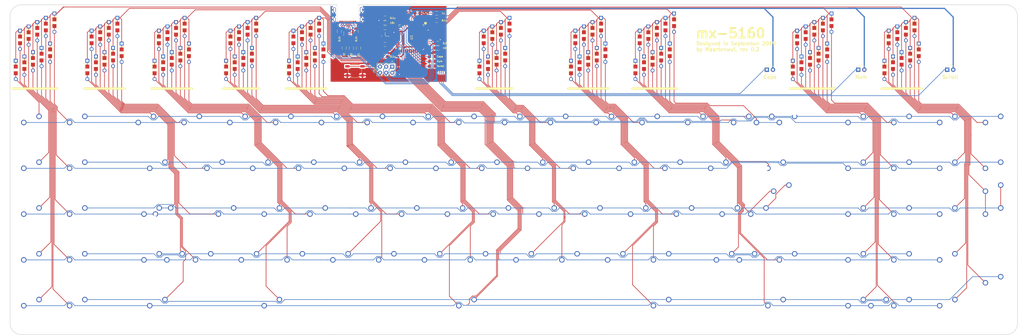
<source format=kicad_pcb>
(kicad_pcb (version 20190905) (host pcbnew "(5.99.0-146-g4d8949371)")
  (layers (0 "F.Cu" signal) (31 "B.Cu" signal) (34 "B.Paste" user) (35 "F.Paste" user) (36 "B.SilkS" user) (37 "F.SilkS" user) (38 "B.Mask" user) (39 "F.Mask" user) (44 "Edge.Cuts" user))
  (net 0 "")
  (net 1 "Net-(C1-Pad2)")
  (net 2 "GND")
  (net 3 "Net-(C2-Pad2)")
  (net 4 "Net-(C3-Pad1)")
  (net 5 "VCC")
  (net 6 "row0")
  (net 7 "Net-(D1-Pad2)")
  (net 8 "Net-(D2-Pad2)")
  (net 9 "Net-(D3-Pad2)")
  (net 10 "Net-(D4-Pad2)")
  (net 11 "Net-(D5-Pad2)")
  (net 12 "Net-(D6-Pad2)")
  (net 13 "Net-(D7-Pad2)")
  (net 14 "Net-(D8-Pad2)")
  (net 15 "Net-(D9-Pad2)")
  (net 16 "Net-(D10-Pad2)")
  (net 17 "Net-(D11-Pad2)")
  (net 18 "Net-(D12-Pad2)")
  (net 19 "Net-(D13-Pad2)")
  (net 20 "Net-(D14-Pad2)")
  (net 21 "Net-(D15-Pad2)")
  (net 22 "Net-(D16-Pad2)")
  (net 23 "row1")
  (net 24 "Net-(D17-Pad2)")
  (net 25 "Net-(D18-Pad2)")
  (net 26 "Net-(D19-Pad2)")
  (net 27 "Net-(D20-Pad2)")
  (net 28 "Net-(D21-Pad2)")
  (net 29 "Net-(D22-Pad2)")
  (net 30 "Net-(D23-Pad2)")
  (net 31 "Net-(D24-Pad2)")
  (net 32 "Net-(D25-Pad2)")
  (net 33 "Net-(D26-Pad2)")
  (net 34 "Net-(D27-Pad2)")
  (net 35 "Net-(D28-Pad2)")
  (net 36 "Net-(D29-Pad2)")
  (net 37 "row2")
  (net 38 "Net-(D31-Pad2)")
  (net 39 "Net-(D32-Pad2)")
  (net 40 "Net-(D33-Pad2)")
  (net 41 "Net-(D34-Pad2)")
  (net 42 "Net-(D35-Pad2)")
  (net 43 "Net-(D36-Pad2)")
  (net 44 "Net-(D38-Pad2)")
  (net 45 "Net-(D39-Pad2)")
  (net 46 "Net-(D40-Pad2)")
  (net 47 "Net-(D41-Pad2)")
  (net 48 "Net-(D42-Pad2)")
  (net 49 "Net-(D43-Pad2)")
  (net 50 "Net-(D44-Pad2)")
  (net 51 "row3")
  (net 52 "Net-(D46-Pad2)")
  (net 53 "Net-(D47-Pad2)")
  (net 54 "Net-(D48-Pad2)")
  (net 55 "Net-(D49-Pad2)")
  (net 56 "Net-(D50-Pad2)")
  (net 57 "Net-(D51-Pad2)")
  (net 58 "Net-(D52-Pad2)")
  (net 59 "Net-(D53-Pad2)")
  (net 60 "Net-(D54-Pad2)")
  (net 61 "Net-(D55-Pad2)")
  (net 62 "Net-(D56-Pad2)")
  (net 63 "Net-(D58-Pad2)")
  (net 64 "Net-(D59-Pad2)")
  (net 65 "Net-(D61-Pad2)")
  (net 66 "row4")
  (net 67 "Net-(D62-Pad2)")
  (net 68 "Net-(D63-Pad2)")
  (net 69 "Net-(D67-Pad2)")
  (net 70 "Net-(D71-Pad2)")
  (net 71 "Net-(D72-Pad2)")
  (net 72 "Net-(D73-Pad2)")
  (net 73 "Net-(D74-Pad2)")
  (net 74 "Net-(J1-Pad4)")
  (net 75 "Net-(J1-Pad10)")
  (net 76 "col0")
  (net 77 "col1")
  (net 78 "col2")
  (net 79 "col3")
  (net 80 "col4")
  (net 81 "col5")
  (net 82 "col6")
  (net 83 "col7")
  (net 84 "col8")
  (net 85 "col9")
  (net 86 "D-")
  (net 87 "D+")
  (net 88 "RST")
  (net 89 "Net-(R6-Pad2)")
  (net 90 "VBUS")
  (net 91 "Net-(R1-Pad1)")
  (net 92 "Net-(R1-Pad2)")
  (net 93 "Net-(R2-Pad2)")
  (net 94 "Net-(R2-Pad1)")
  (net 95 "Net-(D30-Pad2)")
  (net 96 "Net-(D45-Pad2)")
  (net 97 "row5")
  (net 98 "Net-(D60-Pad2)")
  (net 99 "Net-(D64-Pad2)")
  (net 100 "row6")
  (net 101 "Net-(D65-Pad2)")
  (net 102 "Net-(D66-Pad2)")
  (net 103 "Net-(D68-Pad2)")
  (net 104 "Net-(D69-Pad2)")
  (net 105 "Net-(D70-Pad2)")
  (net 106 "row7")
  (net 107 "Net-(D75-Pad2)")
  (net 108 "Net-(D76-Pad2)")
  (net 109 "Net-(D77-Pad2)")
  (net 110 "Net-(D79-Pad2)")
  (net 111 "Net-(D80-Pad2)")
  (net 112 "Net-(D81-Pad2)")
  (net 113 "Net-(D82-Pad2)")
  (net 114 "Net-(D83-Pad2)")
  (net 115 "row8")
  (net 116 "Net-(D85-Pad2)")
  (net 117 "Net-(D86-Pad2)")
  (net 118 "Net-(D87-Pad2)")
  (net 119 "Net-(D89-Pad2)")
  (net 120 "Net-(D94-Pad2)")
  (net 121 "Net-(D98-Pad2)")
  (net 122 "row9")
  (net 123 "Net-(D101-Pad2)")
  (net 124 "Net-(D102-Pad2)")
  (net 125 "Net-(D103-Pad2)")
  (net 126 "Net-(D104-Pad2)")
  (net 127 "Net-(D105-Pad2)")
  (net 128 "Net-(L1-Pad1)")
  (net 129 "Net-(L2-Pad1)")
  (net 130 "Net-(L3-Pad1)")
  (net 131 "MISO")
  (net 132 "SCK")
  (net 133 "MOSI")
  (module "Keeb_switches:CHERRY_PLATE_100H" (layer "F.Cu") (at 247.65 9.525)
    (fp_text reference "K13" hide)
    (fp_text value "KEYSW" hide)
    (pad "1" thru_hole circle (at 2.54 -5.08) (size 2.286 2.286) (drill 1.4986) (layers *.Cu *.Mask) (net 19 "Net-(D13-Pad2)"))
    (pad "2" thru_hole circle (at -3.81 -2.54) (size 2.286 2.286) (drill 1.4986) (layers *.Cu *.Mask) (net 6 "row0"))
    (pad "HOLE" np_thru_hole circle (at 0 0) (size 3.9878 3.9878) (drill 3.9878) (layers *.Cu *.Mask))
    (pad "HOLE" np_thru_hole circle (at -5.08 0) (size 1.7018 1.7018) (drill 1.7018) (layers *.Cu *.Mask))
    (pad "HOLE" np_thru_hole circle (at 5.08 0) (size 1.7018 1.7018) (drill 1.7018) (layers *.Cu *.Mask))
  )
  (module "Keeb_switches:CHERRY_PLATE_100H" (layer "F.Cu") (at 271.4625 66.675)
    (fp_text reference "K77" hide)
    (fp_text value "KEYSW" hide)
    (pad "1" thru_hole circle (at 2.54 -5.08) (size 2.286 2.286) (drill 1.4986) (layers *.Cu *.Mask) (net 106 "row7"))
    (pad "2" thru_hole circle (at -3.81 -2.54) (size 2.286 2.286) (drill 1.4986) (layers *.Cu *.Mask) (net 109 "Net-(D77-Pad2)"))
    (pad "HOLE" np_thru_hole circle (at 0 0) (size 3.9878 3.9878) (drill 3.9878) (layers *.Cu *.Mask))
    (pad "HOLE" np_thru_hole circle (at -5.08 0) (size 1.7018 1.7018) (drill 1.7018) (layers *.Cu *.Mask))
    (pad "HOLE" np_thru_hole circle (at 5.08 0) (size 1.7018 1.7018) (drill 1.7018) (layers *.Cu *.Mask))
  )
  (module "Keeb_switches:CHERRY_PLATE_100H" (layer "F.Cu") (at 204.7875 47.625)
    (fp_text reference "K52" hide)
    (fp_text value "KEYSW" hide)
    (pad "HOLE" np_thru_hole circle (at 5.08 0) (size 1.7018 1.7018) (drill 1.7018) (layers *.Cu *.Mask))
    (pad "HOLE" np_thru_hole circle (at -5.08 0) (size 1.7018 1.7018) (drill 1.7018) (layers *.Cu *.Mask))
    (pad "HOLE" np_thru_hole circle (at 0 0) (size 3.9878 3.9878) (drill 3.9878) (layers *.Cu *.Mask))
    (pad "2" thru_hole circle (at -3.81 -2.54) (size 2.286 2.286) (drill 1.4986) (layers *.Cu *.Mask) (net 58 "Net-(D52-Pad2)"))
    (pad "1" thru_hole circle (at 2.54 -5.08) (size 2.286 2.286) (drill 1.4986) (layers *.Cu *.Mask) (net 97 "row5"))
  )
  (module "Keeb_switches:CHERRY_PLATE_100H" (layer "F.Cu") (at 28.575 85.725)
    (fp_text reference "K86" hide)
    (fp_text value "KEYSW" hide)
    (pad "HOLE" np_thru_hole circle (at 5.08 0) (size 1.7018 1.7018) (drill 1.7018) (layers *.Cu *.Mask))
    (pad "HOLE" np_thru_hole circle (at -5.08 0) (size 1.7018 1.7018) (drill 1.7018) (layers *.Cu *.Mask))
    (pad "HOLE" np_thru_hole circle (at 0 0) (size 3.9878 3.9878) (drill 3.9878) (layers *.Cu *.Mask))
    (pad "2" thru_hole circle (at -3.81 -2.54) (size 2.286 2.286) (drill 1.4986) (layers *.Cu *.Mask) (net 117 "Net-(D86-Pad2)"))
    (pad "1" thru_hole circle (at 2.54 -5.08) (size 2.286 2.286) (drill 1.4986) (layers *.Cu *.Mask) (net 122 "row9"))
  )
  (module "Keeb_switches:CHERRY_PCB_700H_F" (layer "F.Cu") (at 190.5 85.725)
    (fp_text reference "K94" hide)
    (fp_text value "KEYSW" hide)
    (pad "1" thru_hole circle (at 2.54 -5.08) (size 2.286 2.286) (drill 1.4986) (layers *.Cu *.Mask) (net 122 "row9"))
    (pad "2" thru_hole circle (at -3.81 -2.54) (size 2.286 2.286) (drill 1.4986) (layers *.Cu *.Mask) (net 120 "Net-(D94-Pad2)"))
    (pad "HOLE" np_thru_hole circle (at 0 0) (size 3.9878 3.9878) (drill 3.9878) (layers *.Cu *.Mask))
    (pad "HOLE" np_thru_hole circle (at -5.08 0) (size 1.7018 1.7018) (drill 1.7018) (layers *.Cu *.Mask))
    (pad "HOLE" np_thru_hole circle (at 5.08 0) (size 1.7018 1.7018) (drill 1.7018) (layers *.Cu *.Mask))
    (pad "" np_thru_hole circle (at -57.18175 6.985) (size 3.048 3.048) (drill 3.048) (layers *.Cu *.Mask))
    (pad "" np_thru_hole circle (at 57.18175 6.985) (size 3.048 3.048) (drill 3.048) (layers *.Cu *.Mask))
    (pad "" np_thru_hole circle (at -57.18175 -8.255) (size 3.9878 3.9878) (drill 3.9878) (layers *.Cu *.Mask))
    (pad "" np_thru_hole circle (at 57.18175 -8.255) (size 3.9878 3.9878) (drill 3.9878) (layers *.Cu *.Mask))
  )
  (module "Keeb_components:HRO-TYPE-C-31-M-13" (layer "F.Cu") (at 140.493524 -41.975 180)
    (fp_text reference "J1" hide)
    (fp_text value "HRO-TYPE-C-31-M-13")
    (fp_line (start -4.5 -6.6) (end -4.5 0) (layer "Edge.Cuts") (width 0.12))
    (fp_line (start -4.5 -6.6) (end 4.5 -6.6) (layer "Edge.Cuts") (width 0.12))
    (fp_line (start 4.5 -6.6) (end 4.5 0) (layer "Edge.Cuts") (width 0.12))
    (pad "12" smd rect (at 3.2 -7.25 180) (size 0.6 1.15) (layers "F.Cu" "F.Paste" "F.Mask") (net 2 "GND"))
    (pad "1" smd rect (at -3.2 -7.25 180) (size 0.6 1.15) (layers "F.Cu" "F.Paste" "F.Mask") (net 2 "GND"))
    (pad "11" smd rect (at 2.4 -7.25 180) (size 0.6 1.15) (layers "F.Cu" "F.Paste" "F.Mask") (net 90 "VBUS"))
    (pad "2" smd rect (at -2.4 -7.25 180) (size 0.6 1.15) (layers "F.Cu" "F.Paste" "F.Mask") (net 90 "VBUS"))
    (pad "3" smd rect (at -1.75 -7.25 180) (size 0.3 1.15) (layers "F.Cu" "F.Paste" "F.Mask"))
    (pad "10" smd rect (at 1.75 -7.25 180) (size 0.3 1.15) (layers "F.Cu" "F.Paste" "F.Mask") (net 75 "Net-(J1-Pad10)"))
    (pad "4" smd rect (at -1.25 -7.25 180) (size 0.3 1.15) (layers "F.Cu" "F.Paste" "F.Mask") (net 74 "Net-(J1-Pad4)"))
    (pad "9" smd rect (at 1.25 -7.25 180) (size 0.3 1.15) (layers "F.Cu" "F.Paste" "F.Mask"))
    (pad "5" smd rect (at -0.75 -7.25 180) (size 0.3 1.15) (layers "F.Cu" "F.Paste" "F.Mask") (net 86 "D-"))
    (pad "8" smd rect (at 0.75 -7.25 180) (size 0.3 1.15) (layers "F.Cu" "F.Paste" "F.Mask") (net 87 "D+"))
    (pad "7" smd rect (at 0.25 -7.25 180) (size 0.3 1.15) (layers "F.Cu" "F.Paste" "F.Mask") (net 86 "D-"))
    (pad "6" smd rect (at -0.25 -7.25 180) (size 0.3 1.15) (layers "F.Cu" "F.Paste" "F.Mask") (net 87 "D+"))
    (pad "13" thru_hole oval (at -5.575 -6.1 180) (size 1 1.8) (drill oval 0.6 1.4) (layers *.Cu *.Mask) (net 2 "GND"))
    (pad "13" thru_hole oval (at 5.575 -6.1 180) (size 1 1.8) (drill oval 0.6 1.4) (layers *.Cu *.Mask) (net 2 "GND"))
    (pad "13" thru_hole oval (at -5.575 -2.1 180) (size 1 2.2) (drill oval 0.6 1.8) (layers *.Cu *.Mask) (net 2 "GND"))
    (pad "13" thru_hole oval (at 5.575 -2.1 180) (size 1 2.2) (drill oval 0.6 1.8) (layers *.Cu *.Mask) (net 2 "GND"))
  )
  (module "Keeb_components:C_0805" (layer "F.Cu") (at 155.970359 -25.475)
    (fp_text reference "C1")
    (fp_text value "22p" hide)
    (pad "1" smd rect (at -1 0) (size 1 1.25) (layers "F.Cu" "F.Paste" "F.Mask") (net 2 "GND"))
    (pad "2" smd rect (at 1 0) (size 1 1.25) (layers "F.Cu" "F.Paste" "F.Mask") (net 1 "Net-(C1-Pad2)"))
  )
  (module "Keeb_components:C_0805" (layer "F.Cu") (at 155.970359 -32.475)
    (fp_text reference "C2")
    (fp_text value "22p" hide)
    (pad "2" smd rect (at 1 0) (size 1 1.25) (layers "F.Cu" "F.Paste" "F.Mask") (net 3 "Net-(C2-Pad2)"))
    (pad "1" smd rect (at -1 0) (size 1 1.25) (layers "F.Cu" "F.Paste" "F.Mask") (net 2 "GND"))
  )
  (module "Keeb_components:C_0805" (layer "F.Cu") (at 177.470359 -38.475)
    (fp_text reference "C3")
    (fp_text value "1u" (at 2 0) (layer "F.SilkS") (effects (font (size 0.7 0.7)) (justify left)))
    (pad "2" smd rect (at 1 0) (size 1 1.25) (layers "F.Cu" "F.Paste" "F.Mask") (net 2 "GND"))
    (pad "1" smd rect (at -1 0) (size 1 1.25) (layers "F.Cu" "F.Paste" "F.Mask") (net 4 "Net-(C3-Pad1)"))
  )
  (module "Keeb_components:C_0805" (layer "F.Cu") (at 155.970359 -36.475)
    (fp_text reference "C4")
    (fp_text value "0.1u" (at 2 0) (layer "F.SilkS") (effects (font (size 0.7 0.7)) (justify left)))
    (pad "1" smd rect (at -1 0) (size 1 1.25) (layers "F.Cu" "F.Paste" "F.Mask") (net 2 "GND"))
    (pad "2" smd rect (at 1 0) (size 1 1.25) (layers "F.Cu" "F.Paste" "F.Mask") (net 5 "VCC"))
  )
  (module "Keeb_components:C_0805" (layer "F.Cu") (at 155.970359 -20.475)
    (fp_text reference "C5")
    (fp_text value "0.1u" (at 2 0) (layer "F.SilkS") (effects (font (size 0.7 0.7)) (justify left)))
    (pad "1" smd rect (at -1 0) (size 1 1.25) (layers "F.Cu" "F.Paste" "F.Mask") (net 2 "GND"))
    (pad "2" smd rect (at 1 0) (size 1 1.25) (layers "F.Cu" "F.Paste" "F.Mask") (net 5 "VCC"))
  )
  (module "Keeb_components:C_0805" (layer "F.Cu") (at 177.470359 -35.475 180)
    (fp_text reference "C6")
    (fp_text value "0.1u" (at -2 0) (layer "F.SilkS") (effects (font (size 0.7 0.7)) (justify left)))
    (pad "2" smd rect (at 1 0 180) (size 1 1.25) (layers "F.Cu" "F.Paste" "F.Mask") (net 5 "VCC"))
    (pad "1" smd rect (at -1 0 180) (size 1 1.25) (layers "F.Cu" "F.Paste" "F.Mask") (net 2 "GND"))
  )
  (module "Keeb_components:C_0805" (layer "F.Cu") (at 177.970359 -25.975 180)
    (fp_text reference "C7")
    (fp_text value "0.1u" (at -2 0) (layer "F.SilkS") (effects (font (size 0.7 0.7)) (justify left)))
    (pad "1" smd rect (at -1 0 180) (size 1 1.25) (layers "F.Cu" "F.Paste" "F.Mask") (net 2 "GND"))
    (pad "2" smd rect (at 1 0 180) (size 1 1.25) (layers "F.Cu" "F.Paste" "F.Mask") (net 5 "VCC"))
  )
  (module "Keeb_components:C_0805" (layer "F.Cu") (at 169.470359 -38.475 180)
    (fp_text reference "C8")
    (fp_text value "4.7u" (at -2 0) (layer "F.SilkS") (effects (font (size 0.7 0.7)) (justify left)))
    (pad "2" smd rect (at 1 0 180) (size 1 1.25) (layers "F.Cu" "F.Paste" "F.Mask") (net 5 "VCC"))
    (pad "1" smd rect (at -1 0 180) (size 1 1.25) (layers "F.Cu" "F.Paste" "F.Mask") (net 2 "GND"))
  )
  (module "Keeb_components:R_0805" (layer "F.Cu") (at 144.993794 -23.975 90)
    (fp_text reference "F1" (at -2 0 270) (layer "F.SilkS") (effects (font (size 0.7 0.7)) (justify right)))
    (fp_text value "Polyfuse" hide)
    (pad "2" smd rect (at 1.1 0 90) (size 1 1.3) (layers "F.Cu" "F.Paste" "F.Mask") (net 90 "VBUS"))
    (pad "1" smd rect (at -1.1 0 90) (size 1 1.3) (layers "F.Cu" "F.Paste" "F.Mask") (net 5 "VCC"))
  )
  (module "Keeb_components:isp_standard" (layer "F.Cu") (at 156.470359 -14.975 -90)
    (fp_text reference "J2" hide)
    (fp_text value "ISP" (at 0 4.87 90) (layer "F.SilkS"))
    (fp_text user "1" (at -1.27 -5.08 90) (layer "F.SilkS"))
    (pad "1" thru_hole rect (at -1.27 -2.54 270) (size 1.7 1.7) (drill 0.85) (layers *.Cu *.Mask) (net 131 "MISO"))
    (pad "2" thru_hole oval (at 1.27 -2.54 270) (size 1.7 1.7) (drill 0.85) (layers *.Cu *.Mask) (net 5 "VCC"))
    (pad "3" thru_hole oval (at -1.27 0 270) (size 1.7 1.7) (drill 0.85) (layers *.Cu *.Mask) (net 132 "SCK"))
    (pad "4" thru_hole oval (at 1.27 0 270) (size 1.7 1.7) (drill 0.85) (layers *.Cu *.Mask) (net 133 "MOSI"))
    (pad "5" thru_hole oval (at -1.27 2.54 270) (size 1.7 1.7) (drill 0.85) (layers *.Cu *.Mask) (net 88 "RST"))
    (pad "6" thru_hole oval (at 1.27 2.54 270) (size 1.7 1.7) (drill 0.85) (layers *.Cu *.Mask) (net 2 "GND"))
  )
  (module "Keeb_switches:CHERRY_PLATE_100H" (layer "F.Cu") (at 9.525 9.525)
    (fp_text reference "K1" hide)
    (fp_text value "KEYSW" hide)
    (pad "1" thru_hole circle (at 2.54 -5.08) (size 2.286 2.286) (drill 1.4986) (layers *.Cu *.Mask) (net 7 "Net-(D1-Pad2)"))
    (pad "2" thru_hole circle (at -3.81 -2.54) (size 2.286 2.286) (drill 1.4986) (layers *.Cu *.Mask) (net 6 "row0"))
    (pad "HOLE" np_thru_hole circle (at 0 0) (size 3.9878 3.9878) (drill 3.9878) (layers *.Cu *.Mask))
    (pad "HOLE" np_thru_hole circle (at -5.08 0) (size 1.7018 1.7018) (drill 1.7018) (layers *.Cu *.Mask))
    (pad "HOLE" np_thru_hole circle (at 5.08 0) (size 1.7018 1.7018) (drill 1.7018) (layers *.Cu *.Mask))
  )
  (module "Keeb_switches:CHERRY_PLATE_100H" (layer "F.Cu") (at 28.575 9.525)
    (fp_text reference "K2" hide)
    (fp_text value "KEYSW" hide)
    (pad "HOLE" np_thru_hole circle (at 5.08 0) (size 1.7018 1.7018) (drill 1.7018) (layers *.Cu *.Mask))
    (pad "HOLE" np_thru_hole circle (at -5.08 0) (size 1.7018 1.7018) (drill 1.7018) (layers *.Cu *.Mask))
    (pad "HOLE" np_thru_hole circle (at 0 0) (size 3.9878 3.9878) (drill 3.9878) (layers *.Cu *.Mask))
    (pad "2" thru_hole circle (at -3.81 -2.54) (size 2.286 2.286) (drill 1.4986) (layers *.Cu *.Mask) (net 8 "Net-(D2-Pad2)"))
    (pad "1" thru_hole circle (at 2.54 -5.08) (size 2.286 2.286) (drill 1.4986) (layers *.Cu *.Mask) (net 23 "row1"))
  )
  (module "Keeb_switches:CHERRY_PLATE_100H" (layer "F.Cu") (at 57.15 9.525)
    (fp_text reference "K3" hide)
    (fp_text value "KEYSW" hide)
    (pad "1" thru_hole circle (at 2.54 -5.08) (size 2.286 2.286) (drill 1.4986) (layers *.Cu *.Mask) (net 9 "Net-(D3-Pad2)"))
    (pad "2" thru_hole circle (at -3.81 -2.54) (size 2.286 2.286) (drill 1.4986) (layers *.Cu *.Mask) (net 6 "row0"))
    (pad "HOLE" np_thru_hole circle (at 0 0) (size 3.9878 3.9878) (drill 3.9878) (layers *.Cu *.Mask))
    (pad "HOLE" np_thru_hole circle (at -5.08 0) (size 1.7018 1.7018) (drill 1.7018) (layers *.Cu *.Mask))
    (pad "HOLE" np_thru_hole circle (at 5.08 0) (size 1.7018 1.7018) (drill 1.7018) (layers *.Cu *.Mask))
  )
  (module "Keeb_switches:CHERRY_PLATE_100H" (layer "F.Cu") (at 76.2 9.525)
    (fp_text reference "K4" hide)
    (fp_text value "KEYSW" hide)
    (pad "1" thru_hole circle (at 2.54 -5.08) (size 2.286 2.286) (drill 1.4986) (layers *.Cu *.Mask) (net 23 "row1"))
    (pad "2" thru_hole circle (at -3.81 -2.54) (size 2.286 2.286) (drill 1.4986) (layers *.Cu *.Mask) (net 10 "Net-(D4-Pad2)"))
    (pad "HOLE" np_thru_hole circle (at 0 0) (size 3.9878 3.9878) (drill 3.9878) (layers *.Cu *.Mask))
    (pad "HOLE" np_thru_hole circle (at -5.08 0) (size 1.7018 1.7018) (drill 1.7018) (layers *.Cu *.Mask))
    (pad "HOLE" np_thru_hole circle (at 5.08 0) (size 1.7018 1.7018) (drill 1.7018) (layers *.Cu *.Mask))
  )
  (module "Keeb_switches:CHERRY_PLATE_100H" (layer "F.Cu") (at 95.25 9.525)
    (fp_text reference "K5" hide)
    (fp_text value "KEYSW" hide)
    (pad "1" thru_hole circle (at 2.54 -5.08) (size 2.286 2.286) (drill 1.4986) (layers *.Cu *.Mask) (net 11 "Net-(D5-Pad2)"))
    (pad "2" thru_hole circle (at -3.81 -2.54) (size 2.286 2.286) (drill 1.4986) (layers *.Cu *.Mask) (net 6 "row0"))
    (pad "HOLE" np_thru_hole circle (at 0 0) (size 3.9878 3.9878) (drill 3.9878) (layers *.Cu *.Mask))
    (pad "HOLE" np_thru_hole circle (at -5.08 0) (size 1.7018 1.7018) (drill 1.7018) (layers *.Cu *.Mask))
    (pad "HOLE" np_thru_hole circle (at 5.08 0) (size 1.7018 1.7018) (drill 1.7018) (layers *.Cu *.Mask))
  )
  (module "Keeb_switches:CHERRY_PLATE_100H" (layer "F.Cu") (at 114.3 9.525)
    (fp_text reference "K6" hide)
    (fp_text value "KEYSW" hide)
    (pad "HOLE" np_thru_hole circle (at 5.08 0) (size 1.7018 1.7018) (drill 1.7018) (layers *.Cu *.Mask))
    (pad "HOLE" np_thru_hole circle (at -5.08 0) (size 1.7018 1.7018) (drill 1.7018) (layers *.Cu *.Mask))
    (pad "HOLE" np_thru_hole circle (at 0 0) (size 3.9878 3.9878) (drill 3.9878) (layers *.Cu *.Mask))
    (pad "2" thru_hole circle (at -3.81 -2.54) (size 2.286 2.286) (drill 1.4986) (layers *.Cu *.Mask) (net 12 "Net-(D6-Pad2)"))
    (pad "1" thru_hole circle (at 2.54 -5.08) (size 2.286 2.286) (drill 1.4986) (layers *.Cu *.Mask) (net 23 "row1"))
  )
  (module "Keeb_switches:CHERRY_PLATE_100H" (layer "F.Cu") (at 133.35 9.525)
    (fp_text reference "K7" hide)
    (fp_text value "KEYSW" hide)
    (pad "HOLE" np_thru_hole circle (at 5.08 0) (size 1.7018 1.7018) (drill 1.7018) (layers *.Cu *.Mask))
    (pad "HOLE" np_thru_hole circle (at -5.08 0) (size 1.7018 1.7018) (drill 1.7018) (layers *.Cu *.Mask))
    (pad "HOLE" np_thru_hole circle (at 0 0) (size 3.9878 3.9878) (drill 3.9878) (layers *.Cu *.Mask))
    (pad "2" thru_hole circle (at -3.81 -2.54) (size 2.286 2.286) (drill 1.4986) (layers *.Cu *.Mask) (net 6 "row0"))
    (pad "1" thru_hole circle (at 2.54 -5.08) (size 2.286 2.286) (drill 1.4986) (layers *.Cu *.Mask) (net 13 "Net-(D7-Pad2)"))
  )
  (module "Keeb_switches:CHERRY_PLATE_100H" (layer "F.Cu") (at 152.4 9.525)
    (fp_text reference "K8" hide)
    (fp_text value "KEYSW" hide)
    (pad "1" thru_hole circle (at 2.54 -5.08) (size 2.286 2.286) (drill 1.4986) (layers *.Cu *.Mask) (net 23 "row1"))
    (pad "2" thru_hole circle (at -3.81 -2.54) (size 2.286 2.286) (drill 1.4986) (layers *.Cu *.Mask) (net 14 "Net-(D8-Pad2)"))
    (pad "HOLE" np_thru_hole circle (at 0 0) (size 3.9878 3.9878) (drill 3.9878) (layers *.Cu *.Mask))
    (pad "HOLE" np_thru_hole circle (at -5.08 0) (size 1.7018 1.7018) (drill 1.7018) (layers *.Cu *.Mask))
    (pad "HOLE" np_thru_hole circle (at 5.08 0) (size 1.7018 1.7018) (drill 1.7018) (layers *.Cu *.Mask))
  )
  (module "Keeb_switches:CHERRY_PLATE_100H" (layer "F.Cu") (at 171.45 9.525)
    (fp_text reference "K9" hide)
    (fp_text value "KEYSW" hide)
    (pad "HOLE" np_thru_hole circle (at 5.08 0) (size 1.7018 1.7018) (drill 1.7018) (layers *.Cu *.Mask))
    (pad "HOLE" np_thru_hole circle (at -5.08 0) (size 1.7018 1.7018) (drill 1.7018) (layers *.Cu *.Mask))
    (pad "HOLE" np_thru_hole circle (at 0 0) (size 3.9878 3.9878) (drill 3.9878) (layers *.Cu *.Mask))
    (pad "2" thru_hole circle (at -3.81 -2.54) (size 2.286 2.286) (drill 1.4986) (layers *.Cu *.Mask) (net 6 "row0"))
    (pad "1" thru_hole circle (at 2.54 -5.08) (size 2.286 2.286) (drill 1.4986) (layers *.Cu *.Mask) (net 15 "Net-(D9-Pad2)"))
  )
  (module "Keeb_switches:CHERRY_PLATE_100H" (layer "F.Cu") (at 190.5 9.525)
    (fp_text reference "K10" hide)
    (fp_text value "KEYSW" hide)
    (pad "HOLE" np_thru_hole circle (at 5.08 0) (size 1.7018 1.7018) (drill 1.7018) (layers *.Cu *.Mask))
    (pad "HOLE" np_thru_hole circle (at -5.08 0) (size 1.7018 1.7018) (drill 1.7018) (layers *.Cu *.Mask))
    (pad "HOLE" np_thru_hole circle (at 0 0) (size 3.9878 3.9878) (drill 3.9878) (layers *.Cu *.Mask))
    (pad "2" thru_hole circle (at -3.81 -2.54) (size 2.286 2.286) (drill 1.4986) (layers *.Cu *.Mask) (net 16 "Net-(D10-Pad2)"))
    (pad "1" thru_hole circle (at 2.54 -5.08) (size 2.286 2.286) (drill 1.4986) (layers *.Cu *.Mask) (net 23 "row1"))
  )
  (module "Keeb_switches:CHERRY_PLATE_100H" (layer "F.Cu") (at 209.55 9.525)
    (fp_text reference "K11" hide)
    (fp_text value "KEYSW" hide)
    (pad "HOLE" np_thru_hole circle (at 5.08 0) (size 1.7018 1.7018) (drill 1.7018) (layers *.Cu *.Mask))
    (pad "HOLE" np_thru_hole circle (at -5.08 0) (size 1.7018 1.7018) (drill 1.7018) (layers *.Cu *.Mask))
    (pad "HOLE" np_thru_hole circle (at 0 0) (size 3.9878 3.9878) (drill 3.9878) (layers *.Cu *.Mask))
    (pad "2" thru_hole circle (at -3.81 -2.54) (size 2.286 2.286) (drill 1.4986) (layers *.Cu *.Mask) (net 6 "row0"))
    (pad "1" thru_hole circle (at 2.54 -5.08) (size 2.286 2.286) (drill 1.4986) (layers *.Cu *.Mask) (net 17 "Net-(D11-Pad2)"))
  )
  (module "Keeb_switches:CHERRY_PLATE_100H" (layer "F.Cu") (at 228.6 9.525)
    (fp_text reference "K12" hide)
    (fp_text value "KEYSW" hide)
    (pad "1" thru_hole circle (at 2.54 -5.08) (size 2.286 2.286) (drill 1.4986) (layers *.Cu *.Mask) (net 23 "row1"))
    (pad "2" thru_hole circle (at -3.81 -2.54) (size 2.286 2.286) (drill 1.4986) (layers *.Cu *.Mask) (net 18 "Net-(D12-Pad2)"))
    (pad "HOLE" np_thru_hole circle (at 0 0) (size 3.9878 3.9878) (drill 3.9878) (layers *.Cu *.Mask))
    (pad "HOLE" np_thru_hole circle (at -5.08 0) (size 1.7018 1.7018) (drill 1.7018) (layers *.Cu *.Mask))
    (pad "HOLE" np_thru_hole circle (at 5.08 0) (size 1.7018 1.7018) (drill 1.7018) (layers *.Cu *.Mask))
  )
  (module "Keeb_switches:CHERRY_PLATE_100H" (layer "F.Cu") (at 266.7 9.525)
    (fp_text reference "K14" hide)
    (fp_text value "KEYSW" hide)
    (pad "HOLE" np_thru_hole circle (at 5.08 0) (size 1.7018 1.7018) (drill 1.7018) (layers *.Cu *.Mask))
    (pad "HOLE" np_thru_hole circle (at -5.08 0) (size 1.7018 1.7018) (drill 1.7018) (layers *.Cu *.Mask))
    (pad "HOLE" np_thru_hole circle (at 0 0) (size 3.9878 3.9878) (drill 3.9878) (layers *.Cu *.Mask))
    (pad "2" thru_hole circle (at -3.81 -2.54) (size 2.286 2.286) (drill 1.4986) (layers *.Cu *.Mask) (net 20 "Net-(D14-Pad2)"))
    (pad "1" thru_hole circle (at 2.54 -5.08) (size 2.286 2.286) (drill 1.4986) (layers *.Cu *.Mask) (net 23 "row1"))
  )
  (module "Keeb_switches:CHERRY_PLATE_100H" (layer "F.Cu") (at 285.75 9.525)
    (fp_text reference "K15" hide)
    (fp_text value "KEYSW" hide)
    (pad "HOLE" np_thru_hole circle (at 5.08 0) (size 1.7018 1.7018) (drill 1.7018) (layers *.Cu *.Mask))
    (pad "HOLE" np_thru_hole circle (at -5.08 0) (size 1.7018 1.7018) (drill 1.7018) (layers *.Cu *.Mask))
    (pad "HOLE" np_thru_hole circle (at 0 0) (size 3.9878 3.9878) (drill 3.9878) (layers *.Cu *.Mask))
    (pad "2" thru_hole circle (at -3.81 -2.54) (size 2.286 2.286) (drill 1.4986) (layers *.Cu *.Mask) (net 6 "row0"))
    (pad "1" thru_hole circle (at 2.54 -5.08) (size 2.286 2.286) (drill 1.4986) (layers *.Cu *.Mask) (net 21 "Net-(D15-Pad2)"))
  )
  (module "Keeb_switches:CHERRY_PLATE_100H" (layer "F.Cu") (at 304.8 9.525)
    (fp_text reference "K16" hide)
    (fp_text value "KEYSW" hide)
    (pad "HOLE" np_thru_hole circle (at 5.08 0) (size 1.7018 1.7018) (drill 1.7018) (layers *.Cu *.Mask))
    (pad "HOLE" np_thru_hole circle (at -5.08 0) (size 1.7018 1.7018) (drill 1.7018) (layers *.Cu *.Mask))
    (pad "HOLE" np_thru_hole circle (at 0 0) (size 3.9878 3.9878) (drill 3.9878) (layers *.Cu *.Mask))
    (pad "2" thru_hole circle (at -3.81 -2.54) (size 2.286 2.286) (drill 1.4986) (layers *.Cu *.Mask) (net 115 "row8"))
    (pad "1" thru_hole circle (at 2.54 -5.08) (size 2.286 2.286) (drill 1.4986) (layers *.Cu *.Mask) (net 22 "Net-(D16-Pad2)"))
  )
  (module "Keeb_switches:CHERRY_PCB_200H" (layer "F.Cu") (at 314.325 9.525)
    (fp_text reference "K17" hide)
    (fp_text value "KEYSW" hide)
    (pad "1" thru_hole circle (at 2.54 -5.08) (size 2.286 2.286) (drill 1.4986) (layers *.Cu *.Mask) (net 23 "row1"))
    (pad "2" thru_hole circle (at -3.81 -2.54) (size 2.286 2.286) (drill 1.4986) (layers *.Cu *.Mask) (net 24 "Net-(D17-Pad2)"))
    (pad "" np_thru_hole circle (at 0 0) (size 3.9878 3.9878) (drill 3.9878) (layers *.Cu *.Mask))
    (pad "" np_thru_hole circle (at -5.08 0) (size 1.7018 1.7018) (drill 1.7018) (layers *.Cu *.Mask))
    (pad "" np_thru_hole circle (at 5.08 0) (size 1.7018 1.7018) (drill 1.7018) (layers *.Cu *.Mask))
    (pad "" np_thru_hole circle (at -11.938 -6.985) (size 3.048 3.048) (drill 3.048) (layers *.Cu *.Mask))
    (pad "" np_thru_hole circle (at 11.938 -6.985) (size 3.048 3.048) (drill 3.048) (layers *.Cu *.Mask))
    (pad "" np_thru_hole circle (at -11.938 8.255) (size 3.9878 3.9878) (drill 3.9878) (layers *.Cu *.Mask))
    (pad "" np_thru_hole circle (at 11.938 8.255) (size 3.9878 3.9878) (drill 3.9878) (layers *.Cu *.Mask))
  )
  (module "Keeb_switches:CHERRY_PLATE_100H" (layer "F.Cu") (at 352.425 9.525)
    (fp_text reference "K18" hide)
    (fp_text value "KEYSW" hide)
    (pad "1" thru_hole circle (at 2.54 -5.08) (size 2.286 2.286) (drill 1.4986) (layers *.Cu *.Mask) (net 25 "Net-(D18-Pad2)"))
    (pad "2" thru_hole circle (at -3.81 -2.54) (size 2.286 2.286) (drill 1.4986) (layers *.Cu *.Mask) (net 6 "row0"))
    (pad "HOLE" np_thru_hole circle (at 0 0) (size 3.9878 3.9878) (drill 3.9878) (layers *.Cu *.Mask))
    (pad "HOLE" np_thru_hole circle (at -5.08 0) (size 1.7018 1.7018) (drill 1.7018) (layers *.Cu *.Mask))
    (pad "HOLE" np_thru_hole circle (at 5.08 0) (size 1.7018 1.7018) (drill 1.7018) (layers *.Cu *.Mask))
  )
  (module "Keeb_switches:CHERRY_PLATE_100H" (layer "F.Cu") (at 371.475 9.525)
    (fp_text reference "K19" hide)
    (fp_text value "KEYSW" hide)
    (pad "HOLE" np_thru_hole circle (at 5.08 0) (size 1.7018 1.7018) (drill 1.7018) (layers *.Cu *.Mask))
    (pad "HOLE" np_thru_hole circle (at -5.08 0) (size 1.7018 1.7018) (drill 1.7018) (layers *.Cu *.Mask))
    (pad "HOLE" np_thru_hole circle (at 0 0) (size 3.9878 3.9878) (drill 3.9878) (layers *.Cu *.Mask))
    (pad "2" thru_hole circle (at -3.81 -2.54) (size 2.286 2.286) (drill 1.4986) (layers *.Cu *.Mask) (net 26 "Net-(D19-Pad2)"))
    (pad "1" thru_hole circle (at 2.54 -5.08) (size 2.286 2.286) (drill 1.4986) (layers *.Cu *.Mask) (net 23 "row1"))
  )
  (module "Keeb_switches:CHERRY_PLATE_100H" (layer "F.Cu") (at 390.525 9.525)
    (fp_text reference "K20" hide)
    (fp_text value "KEYSW" hide)
    (pad "1" thru_hole circle (at 2.54 -5.08) (size 2.286 2.286) (drill 1.4986) (layers *.Cu *.Mask) (net 27 "Net-(D20-Pad2)"))
    (pad "2" thru_hole circle (at -3.81 -2.54) (size 2.286 2.286) (drill 1.4986) (layers *.Cu *.Mask) (net 6 "row0"))
    (pad "HOLE" np_thru_hole circle (at 0 0) (size 3.9878 3.9878) (drill 3.9878) (layers *.Cu *.Mask))
    (pad "HOLE" np_thru_hole circle (at -5.08 0) (size 1.7018 1.7018) (drill 1.7018) (layers *.Cu *.Mask))
    (pad "HOLE" np_thru_hole circle (at 5.08 0) (size 1.7018 1.7018) (drill 1.7018) (layers *.Cu *.Mask))
  )
  (module "Keeb_switches:CHERRY_PLATE_100H" (layer "F.Cu") (at 409.575 9.525)
    (fp_text reference "K21" hide)
    (fp_text value "KEYSW" hide)
    (pad "HOLE" np_thru_hole circle (at 5.08 0) (size 1.7018 1.7018) (drill 1.7018) (layers *.Cu *.Mask))
    (pad "HOLE" np_thru_hole circle (at -5.08 0) (size 1.7018 1.7018) (drill 1.7018) (layers *.Cu *.Mask))
    (pad "HOLE" np_thru_hole circle (at 0 0) (size 3.9878 3.9878) (drill 3.9878) (layers *.Cu *.Mask))
    (pad "2" thru_hole circle (at -3.81 -2.54) (size 2.286 2.286) (drill 1.4986) (layers *.Cu *.Mask) (net 28 "Net-(D21-Pad2)"))
    (pad "1" thru_hole circle (at 2.54 -5.08) (size 2.286 2.286) (drill 1.4986) (layers *.Cu *.Mask) (net 23 "row1"))
  )
  (module "Keeb_switches:CHERRY_PLATE_100H" (layer "F.Cu") (at 9.525 28.575)
    (fp_text reference "K22" hide)
    (fp_text value "KEYSW" hide)
    (pad "HOLE" np_thru_hole circle (at 5.08 0) (size 1.7018 1.7018) (drill 1.7018) (layers *.Cu *.Mask))
    (pad "HOLE" np_thru_hole circle (at -5.08 0) (size 1.7018 1.7018) (drill 1.7018) (layers *.Cu *.Mask))
    (pad "HOLE" np_thru_hole circle (at 0 0) (size 3.9878 3.9878) (drill 3.9878) (layers *.Cu *.Mask))
    (pad "2" thru_hole circle (at -3.81 -2.54) (size 2.286 2.286) (drill 1.4986) (layers *.Cu *.Mask) (net 37 "row2"))
    (pad "1" thru_hole circle (at 2.54 -5.08) (size 2.286 2.286) (drill 1.4986) (layers *.Cu *.Mask) (net 29 "Net-(D22-Pad2)"))
  )
  (module "Keeb_switches:CHERRY_PLATE_100H" (layer "F.Cu") (at 28.575 28.575)
    (fp_text reference "K23" hide)
    (fp_text value "KEYSW" hide)
    (pad "1" thru_hole circle (at 2.54 -5.08) (size 2.286 2.286) (drill 1.4986) (layers *.Cu *.Mask) (net 51 "row3"))
    (pad "2" thru_hole circle (at -3.81 -2.54) (size 2.286 2.286) (drill 1.4986) (layers *.Cu *.Mask) (net 30 "Net-(D23-Pad2)"))
    (pad "HOLE" np_thru_hole circle (at 0 0) (size 3.9878 3.9878) (drill 3.9878) (layers *.Cu *.Mask))
    (pad "HOLE" np_thru_hole circle (at -5.08 0) (size 1.7018 1.7018) (drill 1.7018) (layers *.Cu *.Mask))
    (pad "HOLE" np_thru_hole circle (at 5.08 0) (size 1.7018 1.7018) (drill 1.7018) (layers *.Cu *.Mask))
  )
  (module "Keeb_switches:CHERRY_PLATE_150H" (layer "F.Cu") (at 61.9125 28.575)
    (fp_text reference "K24" hide)
    (fp_text value "KEYSW" hide)
    (pad "HOLE" np_thru_hole circle (at 5.08 0) (size 1.7018 1.7018) (drill 1.7018) (layers *.Cu *.Mask))
    (pad "HOLE" np_thru_hole circle (at -5.08 0) (size 1.7018 1.7018) (drill 1.7018) (layers *.Cu *.Mask))
    (pad "HOLE" np_thru_hole circle (at 0 0) (size 3.9878 3.9878) (drill 3.9878) (layers *.Cu *.Mask))
    (pad "2" thru_hole circle (at -3.81 -2.54) (size 2.286 2.286) (drill 1.4986) (layers *.Cu *.Mask) (net 37 "row2"))
    (pad "1" thru_hole circle (at 2.54 -5.08) (size 2.286 2.286) (drill 1.4986) (layers *.Cu *.Mask) (net 31 "Net-(D24-Pad2)"))
  )
  (module "Keeb_switches:CHERRY_PLATE_100H" (layer "F.Cu") (at 85.725 28.575)
    (fp_text reference "K25" hide)
    (fp_text value "KEYSW" hide)
    (pad "HOLE" np_thru_hole circle (at 5.08 0) (size 1.7018 1.7018) (drill 1.7018) (layers *.Cu *.Mask))
    (pad "HOLE" np_thru_hole circle (at -5.08 0) (size 1.7018 1.7018) (drill 1.7018) (layers *.Cu *.Mask))
    (pad "HOLE" np_thru_hole circle (at 0 0) (size 3.9878 3.9878) (drill 3.9878) (layers *.Cu *.Mask))
    (pad "2" thru_hole circle (at -3.81 -2.54) (size 2.286 2.286) (drill 1.4986) (layers *.Cu *.Mask) (net 32 "Net-(D25-Pad2)"))
    (pad "1" thru_hole circle (at 2.54 -5.08) (size 2.286 2.286) (drill 1.4986) (layers *.Cu *.Mask) (net 51 "row3"))
  )
  (module "Keeb_switches:CHERRY_PLATE_100H" (layer "F.Cu") (at 104.775 28.575)
    (fp_text reference "K26" hide)
    (fp_text value "KEYSW" hide)
    (pad "1" thru_hole circle (at 2.54 -5.08) (size 2.286 2.286) (drill 1.4986) (layers *.Cu *.Mask) (net 33 "Net-(D26-Pad2)"))
    (pad "2" thru_hole circle (at -3.81 -2.54) (size 2.286 2.286) (drill 1.4986) (layers *.Cu *.Mask) (net 37 "row2"))
    (pad "HOLE" np_thru_hole circle (at 0 0) (size 3.9878 3.9878) (drill 3.9878) (layers *.Cu *.Mask))
    (pad "HOLE" np_thru_hole circle (at -5.08 0) (size 1.7018 1.7018) (drill 1.7018) (layers *.Cu *.Mask))
    (pad "HOLE" np_thru_hole circle (at 5.08 0) (size 1.7018 1.7018) (drill 1.7018) (layers *.Cu *.Mask))
  )
  (module "Keeb_switches:CHERRY_PLATE_100H" (layer "F.Cu") (at 123.825 28.575)
    (fp_text reference "K27" hide)
    (fp_text value "KEYSW" hide)
    (pad "1" thru_hole circle (at 2.54 -5.08) (size 2.286 2.286) (drill 1.4986) (layers *.Cu *.Mask) (net 51 "row3"))
    (pad "2" thru_hole circle (at -3.81 -2.54) (size 2.286 2.286) (drill 1.4986) (layers *.Cu *.Mask) (net 34 "Net-(D27-Pad2)"))
    (pad "HOLE" np_thru_hole circle (at 0 0) (size 3.9878 3.9878) (drill 3.9878) (layers *.Cu *.Mask))
    (pad "HOLE" np_thru_hole circle (at -5.08 0) (size 1.7018 1.7018) (drill 1.7018) (layers *.Cu *.Mask))
    (pad "HOLE" np_thru_hole circle (at 5.08 0) (size 1.7018 1.7018) (drill 1.7018) (layers *.Cu *.Mask))
  )
  (module "Keeb_switches:CHERRY_PLATE_100H" (layer "F.Cu") (at 142.875 28.575)
    (fp_text reference "K28" hide)
    (fp_text value "KEYSW" hide)
    (pad "HOLE" np_thru_hole circle (at 5.08 0) (size 1.7018 1.7018) (drill 1.7018) (layers *.Cu *.Mask))
    (pad "HOLE" np_thru_hole circle (at -5.08 0) (size 1.7018 1.7018) (drill 1.7018) (layers *.Cu *.Mask))
    (pad "HOLE" np_thru_hole circle (at 0 0) (size 3.9878 3.9878) (drill 3.9878) (layers *.Cu *.Mask))
    (pad "2" thru_hole circle (at -3.81 -2.54) (size 2.286 2.286) (drill 1.4986) (layers *.Cu *.Mask) (net 37 "row2"))
    (pad "1" thru_hole circle (at 2.54 -5.08) (size 2.286 2.286) (drill 1.4986) (layers *.Cu *.Mask) (net 35 "Net-(D28-Pad2)"))
  )
  (module "Keeb_switches:CHERRY_PLATE_100H" (layer "F.Cu") (at 161.925 28.575)
    (fp_text reference "K29" hide)
    (fp_text value "KEYSW" hide)
    (pad "1" thru_hole circle (at 2.54 -5.08) (size 2.286 2.286) (drill 1.4986) (layers *.Cu *.Mask) (net 51 "row3"))
    (pad "2" thru_hole circle (at -3.81 -2.54) (size 2.286 2.286) (drill 1.4986) (layers *.Cu *.Mask) (net 36 "Net-(D29-Pad2)"))
    (pad "HOLE" np_thru_hole circle (at 0 0) (size 3.9878 3.9878) (drill 3.9878) (layers *.Cu *.Mask))
    (pad "HOLE" np_thru_hole circle (at -5.08 0) (size 1.7018 1.7018) (drill 1.7018) (layers *.Cu *.Mask))
    (pad "HOLE" np_thru_hole circle (at 5.08 0) (size 1.7018 1.7018) (drill 1.7018) (layers *.Cu *.Mask))
  )
  (module "Keeb_switches:CHERRY_PLATE_100H" (layer "F.Cu") (at 180.975 28.575)
    (fp_text reference "K30" hide)
    (fp_text value "KEYSW" hide)
    (pad "1" thru_hole circle (at 2.54 -5.08) (size 2.286 2.286) (drill 1.4986) (layers *.Cu *.Mask) (net 95 "Net-(D30-Pad2)"))
    (pad "2" thru_hole circle (at -3.81 -2.54) (size 2.286 2.286) (drill 1.4986) (layers *.Cu *.Mask) (net 37 "row2"))
    (pad "HOLE" np_thru_hole circle (at 0 0) (size 3.9878 3.9878) (drill 3.9878) (layers *.Cu *.Mask))
    (pad "HOLE" np_thru_hole circle (at -5.08 0) (size 1.7018 1.7018) (drill 1.7018) (layers *.Cu *.Mask))
    (pad "HOLE" np_thru_hole circle (at 5.08 0) (size 1.7018 1.7018) (drill 1.7018) (layers *.Cu *.Mask))
  )
  (module "Keeb_switches:CHERRY_PLATE_100H" (layer "F.Cu") (at 200.025 28.575)
    (fp_text reference "K31" hide)
    (fp_text value "KEYSW" hide)
    (pad "1" thru_hole circle (at 2.54 -5.08) (size 2.286 2.286) (drill 1.4986) (layers *.Cu *.Mask) (net 51 "row3"))
    (pad "2" thru_hole circle (at -3.81 -2.54) (size 2.286 2.286) (drill 1.4986) (layers *.Cu *.Mask) (net 38 "Net-(D31-Pad2)"))
    (pad "HOLE" np_thru_hole circle (at 0 0) (size 3.9878 3.9878) (drill 3.9878) (layers *.Cu *.Mask))
    (pad "HOLE" np_thru_hole circle (at -5.08 0) (size 1.7018 1.7018) (drill 1.7018) (layers *.Cu *.Mask))
    (pad "HOLE" np_thru_hole circle (at 5.08 0) (size 1.7018 1.7018) (drill 1.7018) (layers *.Cu *.Mask))
  )
  (module "Keeb_switches:CHERRY_PLATE_100H" (layer "F.Cu") (at 219.075 28.575)
    (fp_text reference "K32" hide)
    (fp_text value "KEYSW" hide)
    (pad "1" thru_hole circle (at 2.54 -5.08) (size 2.286 2.286) (drill 1.4986) (layers *.Cu *.Mask) (net 39 "Net-(D32-Pad2)"))
    (pad "2" thru_hole circle (at -3.81 -2.54) (size 2.286 2.286) (drill 1.4986) (layers *.Cu *.Mask) (net 37 "row2"))
    (pad "HOLE" np_thru_hole circle (at 0 0) (size 3.9878 3.9878) (drill 3.9878) (layers *.Cu *.Mask))
    (pad "HOLE" np_thru_hole circle (at -5.08 0) (size 1.7018 1.7018) (drill 1.7018) (layers *.Cu *.Mask))
    (pad "HOLE" np_thru_hole circle (at 5.08 0) (size 1.7018 1.7018) (drill 1.7018) (layers *.Cu *.Mask))
  )
  (module "Keeb_switches:CHERRY_PLATE_100H" (layer "F.Cu") (at 238.125 28.575)
    (fp_text reference "K33" hide)
    (fp_text value "KEYSW" hide)
    (pad "1" thru_hole circle (at 2.54 -5.08) (size 2.286 2.286) (drill 1.4986) (layers *.Cu *.Mask) (net 51 "row3"))
    (pad "2" thru_hole circle (at -3.81 -2.54) (size 2.286 2.286) (drill 1.4986) (layers *.Cu *.Mask) (net 40 "Net-(D33-Pad2)"))
    (pad "HOLE" np_thru_hole circle (at 0 0) (size 3.9878 3.9878) (drill 3.9878) (layers *.Cu *.Mask))
    (pad "HOLE" np_thru_hole circle (at -5.08 0) (size 1.7018 1.7018) (drill 1.7018) (layers *.Cu *.Mask))
    (pad "HOLE" np_thru_hole circle (at 5.08 0) (size 1.7018 1.7018) (drill 1.7018) (layers *.Cu *.Mask))
  )
  (module "Keeb_switches:CHERRY_PLATE_100H" (layer "F.Cu") (at 257.175 28.575)
    (fp_text reference "K34" hide)
    (fp_text value "KEYSW" hide)
    (pad "HOLE" np_thru_hole circle (at 5.08 0) (size 1.7018 1.7018) (drill 1.7018) (layers *.Cu *.Mask))
    (pad "HOLE" np_thru_hole circle (at -5.08 0) (size 1.7018 1.7018) (drill 1.7018) (layers *.Cu *.Mask))
    (pad "HOLE" np_thru_hole circle (at 0 0) (size 3.9878 3.9878) (drill 3.9878) (layers *.Cu *.Mask))
    (pad "2" thru_hole circle (at -3.81 -2.54) (size 2.286 2.286) (drill 1.4986) (layers *.Cu *.Mask) (net 37 "row2"))
    (pad "1" thru_hole circle (at 2.54 -5.08) (size 2.286 2.286) (drill 1.4986) (layers *.Cu *.Mask) (net 41 "Net-(D34-Pad2)"))
  )
  (module "Keeb_switches:CHERRY_PLATE_100H" (layer "F.Cu") (at 276.225 28.575)
    (fp_text reference "K35" hide)
    (fp_text value "KEYSW" hide)
    (pad "1" thru_hole circle (at 2.54 -5.08) (size 2.286 2.286) (drill 1.4986) (layers *.Cu *.Mask) (net 51 "row3"))
    (pad "2" thru_hole circle (at -3.81 -2.54) (size 2.286 2.286) (drill 1.4986) (layers *.Cu *.Mask) (net 42 "Net-(D35-Pad2)"))
    (pad "HOLE" np_thru_hole circle (at 0 0) (size 3.9878 3.9878) (drill 3.9878) (layers *.Cu *.Mask))
    (pad "HOLE" np_thru_hole circle (at -5.08 0) (size 1.7018 1.7018) (drill 1.7018) (layers *.Cu *.Mask))
    (pad "HOLE" np_thru_hole circle (at 5.08 0) (size 1.7018 1.7018) (drill 1.7018) (layers *.Cu *.Mask))
  )
  (module "Keeb_switches:CHERRY_PLATE_100H" (layer "F.Cu") (at 295.275 28.575)
    (fp_text reference "K36" hide)
    (fp_text value "KEYSW" hide)
    (pad "HOLE" np_thru_hole circle (at 5.08 0) (size 1.7018 1.7018) (drill 1.7018) (layers *.Cu *.Mask))
    (pad "HOLE" np_thru_hole circle (at -5.08 0) (size 1.7018 1.7018) (drill 1.7018) (layers *.Cu *.Mask))
    (pad "HOLE" np_thru_hole circle (at 0 0) (size 3.9878 3.9878) (drill 3.9878) (layers *.Cu *.Mask))
    (pad "2" thru_hole circle (at -3.81 -2.54) (size 2.286 2.286) (drill 1.4986) (layers *.Cu *.Mask) (net 37 "row2"))
    (pad "1" thru_hole circle (at 2.54 -5.08) (size 2.286 2.286) (drill 1.4986) (layers *.Cu *.Mask) (net 43 "Net-(D36-Pad2)"))
  )
  (module "Keeb_switches:CHERRY_PLATE_150H" (layer "F.Cu") (at 319.0875 28.575)
    (fp_text reference "K38" hide)
    (fp_text value "KEYSW" hide)
    (pad "HOLE" np_thru_hole circle (at 5.08 0) (size 1.7018 1.7018) (drill 1.7018) (layers *.Cu *.Mask))
    (pad "HOLE" np_thru_hole circle (at -5.08 0) (size 1.7018 1.7018) (drill 1.7018) (layers *.Cu *.Mask))
    (pad "HOLE" np_thru_hole circle (at 0 0) (size 3.9878 3.9878) (drill 3.9878) (layers *.Cu *.Mask))
    (pad "2" thru_hole circle (at -3.81 -2.54) (size 2.286 2.286) (drill 1.4986) (layers *.Cu *.Mask) (net 44 "Net-(D38-Pad2)"))
    (pad "1" thru_hole circle (at 2.54 -5.08) (size 2.286 2.286) (drill 1.4986) (layers *.Cu *.Mask) (net 51 "row3"))
  )
  (module "Keeb_switches:CHERRY_PLATE_100H" (layer "F.Cu") (at 352.425 28.575)
    (fp_text reference "K39" hide)
    (fp_text value "KEYSW" hide)
    (pad "HOLE" np_thru_hole circle (at 5.08 0) (size 1.7018 1.7018) (drill 1.7018) (layers *.Cu *.Mask))
    (pad "HOLE" np_thru_hole circle (at -5.08 0) (size 1.7018 1.7018) (drill 1.7018) (layers *.Cu *.Mask))
    (pad "HOLE" np_thru_hole circle (at 0 0) (size 3.9878 3.9878) (drill 3.9878) (layers *.Cu *.Mask))
    (pad "2" thru_hole circle (at -3.81 -2.54) (size 2.286 2.286) (drill 1.4986) (layers *.Cu *.Mask) (net 37 "row2"))
    (pad "1" thru_hole circle (at 2.54 -5.08) (size 2.286 2.286) (drill 1.4986) (layers *.Cu *.Mask) (net 45 "Net-(D39-Pad2)"))
  )
  (module "Keeb_switches:CHERRY_PLATE_100H" (layer "F.Cu") (at 371.475 28.575)
    (fp_text reference "K40" hide)
    (fp_text value "KEYSW" hide)
    (pad "1" thru_hole circle (at 2.54 -5.08) (size 2.286 2.286) (drill 1.4986) (layers *.Cu *.Mask) (net 51 "row3"))
    (pad "2" thru_hole circle (at -3.81 -2.54) (size 2.286 2.286) (drill 1.4986) (layers *.Cu *.Mask) (net 46 "Net-(D40-Pad2)"))
    (pad "HOLE" np_thru_hole circle (at 0 0) (size 3.9878 3.9878) (drill 3.9878) (layers *.Cu *.Mask))
    (pad "HOLE" np_thru_hole circle (at -5.08 0) (size 1.7018 1.7018) (drill 1.7018) (layers *.Cu *.Mask))
    (pad "HOLE" np_thru_hole circle (at 5.08 0) (size 1.7018 1.7018) (drill 1.7018) (layers *.Cu *.Mask))
  )
  (module "Keeb_switches:CHERRY_PLATE_100H" (layer "F.Cu") (at 390.525 28.575)
    (fp_text reference "K41" hide)
    (fp_text value "KEYSW" hide)
    (pad "HOLE" np_thru_hole circle (at 5.08 0) (size 1.7018 1.7018) (drill 1.7018) (layers *.Cu *.Mask))
    (pad "HOLE" np_thru_hole circle (at -5.08 0) (size 1.7018 1.7018) (drill 1.7018) (layers *.Cu *.Mask))
    (pad "HOLE" np_thru_hole circle (at 0 0) (size 3.9878 3.9878) (drill 3.9878) (layers *.Cu *.Mask))
    (pad "2" thru_hole circle (at -3.81 -2.54) (size 2.286 2.286) (drill 1.4986) (layers *.Cu *.Mask) (net 37 "row2"))
    (pad "1" thru_hole circle (at 2.54 -5.08) (size 2.286 2.286) (drill 1.4986) (layers *.Cu *.Mask) (net 47 "Net-(D41-Pad2)"))
  )
  (module "Keeb_switches:CHERRY_PLATE_100H" (layer "F.Cu") (at 9.525 47.625)
    (fp_text reference "K43" hide)
    (fp_text value "KEYSW" hide)
    (pad "1" thru_hole circle (at 2.54 -5.08) (size 2.286 2.286) (drill 1.4986) (layers *.Cu *.Mask) (net 49 "Net-(D43-Pad2)"))
    (pad "2" thru_hole circle (at -3.81 -2.54) (size 2.286 2.286) (drill 1.4986) (layers *.Cu *.Mask) (net 66 "row4"))
    (pad "HOLE" np_thru_hole circle (at 0 0) (size 3.9878 3.9878) (drill 3.9878) (layers *.Cu *.Mask))
    (pad "HOLE" np_thru_hole circle (at -5.08 0) (size 1.7018 1.7018) (drill 1.7018) (layers *.Cu *.Mask))
    (pad "HOLE" np_thru_hole circle (at 5.08 0) (size 1.7018 1.7018) (drill 1.7018) (layers *.Cu *.Mask))
  )
  (module "Keeb_switches:CHERRY_PLATE_100H" (layer "F.Cu") (at 28.575 47.625)
    (fp_text reference "K44" hide)
    (fp_text value "KEYSW" hide)
    (pad "1" thru_hole circle (at 2.54 -5.08) (size 2.286 2.286) (drill 1.4986) (layers *.Cu *.Mask) (net 97 "row5"))
    (pad "2" thru_hole circle (at -3.81 -2.54) (size 2.286 2.286) (drill 1.4986) (layers *.Cu *.Mask) (net 50 "Net-(D44-Pad2)"))
    (pad "HOLE" np_thru_hole circle (at 0 0) (size 3.9878 3.9878) (drill 3.9878) (layers *.Cu *.Mask))
    (pad "HOLE" np_thru_hole circle (at -5.08 0) (size 1.7018 1.7018) (drill 1.7018) (layers *.Cu *.Mask))
    (pad "HOLE" np_thru_hole circle (at 5.08 0) (size 1.7018 1.7018) (drill 1.7018) (layers *.Cu *.Mask))
  )
  (module "Keeb_switches:CHERRY_PLATE_175H" (layer "F.Cu") (at 64.29375 47.625)
    (fp_text reference "K45" hide)
    (fp_text value "KEYSW" hide)
    (pad "HOLE" np_thru_hole circle (at 5.08 0) (size 1.7018 1.7018) (drill 1.7018) (layers *.Cu *.Mask))
    (pad "HOLE" np_thru_hole circle (at -5.08 0) (size 1.7018 1.7018) (drill 1.7018) (layers *.Cu *.Mask))
    (pad "HOLE" np_thru_hole circle (at 0 0) (size 3.9878 3.9878) (drill 3.9878) (layers *.Cu *.Mask))
    (pad "2" thru_hole circle (at -3.81 -2.54) (size 2.286 2.286) (drill 1.4986) (layers *.Cu *.Mask) (net 66 "row4"))
    (pad "1" thru_hole circle (at 2.54 -5.08) (size 2.286 2.286) (drill 1.4986) (layers *.Cu *.Mask) (net 96 "Net-(D45-Pad2)"))
  )
  (module "Keeb_switches:CHERRY_PLATE_100H" (layer "F.Cu") (at 90.4875 47.625)
    (fp_text reference "K46" hide)
    (fp_text value "KEYSW" hide)
    (pad "HOLE" np_thru_hole circle (at 5.08 0) (size 1.7018 1.7018) (drill 1.7018) (layers *.Cu *.Mask))
    (pad "HOLE" np_thru_hole circle (at -5.08 0) (size 1.7018 1.7018) (drill 1.7018) (layers *.Cu *.Mask))
    (pad "HOLE" np_thru_hole circle (at 0 0) (size 3.9878 3.9878) (drill 3.9878) (layers *.Cu *.Mask))
    (pad "2" thru_hole circle (at -3.81 -2.54) (size 2.286 2.286) (drill 1.4986) (layers *.Cu *.Mask) (net 52 "Net-(D46-Pad2)"))
    (pad "1" thru_hole circle (at 2.54 -5.08) (size 2.286 2.286) (drill 1.4986) (layers *.Cu *.Mask) (net 97 "row5"))
  )
  (module "Keeb_switches:CHERRY_PLATE_100H" (layer "F.Cu") (at 109.5375 47.625)
    (fp_text reference "K47" hide)
    (fp_text value "KEYSW" hide)
    (pad "HOLE" np_thru_hole circle (at 5.08 0) (size 1.7018 1.7018) (drill 1.7018) (layers *.Cu *.Mask))
    (pad "HOLE" np_thru_hole circle (at -5.08 0) (size 1.7018 1.7018) (drill 1.7018) (layers *.Cu *.Mask))
    (pad "HOLE" np_thru_hole circle (at 0 0) (size 3.9878 3.9878) (drill 3.9878) (layers *.Cu *.Mask))
    (pad "2" thru_hole circle (at -3.81 -2.54) (size 2.286 2.286) (drill 1.4986) (layers *.Cu *.Mask) (net 66 "row4"))
    (pad "1" thru_hole circle (at 2.54 -5.08) (size 2.286 2.286) (drill 1.4986) (layers *.Cu *.Mask) (net 53 "Net-(D47-Pad2)"))
  )
  (module "Keeb_switches:CHERRY_PLATE_100H" (layer "F.Cu") (at 128.5875 47.625)
    (fp_text reference "K48" hide)
    (fp_text value "KEYSW" hide)
    (pad "1" thru_hole circle (at 2.54 -5.08) (size 2.286 2.286) (drill 1.4986) (layers *.Cu *.Mask) (net 97 "row5"))
    (pad "2" thru_hole circle (at -3.81 -2.54) (size 2.286 2.286) (drill 1.4986) (layers *.Cu *.Mask) (net 54 "Net-(D48-Pad2)"))
    (pad "HOLE" np_thru_hole circle (at 0 0) (size 3.9878 3.9878) (drill 3.9878) (layers *.Cu *.Mask))
    (pad "HOLE" np_thru_hole circle (at -5.08 0) (size 1.7018 1.7018) (drill 1.7018) (layers *.Cu *.Mask))
    (pad "HOLE" np_thru_hole circle (at 5.08 0) (size 1.7018 1.7018) (drill 1.7018) (layers *.Cu *.Mask))
  )
  (module "Keeb_switches:CHERRY_PLATE_100H" (layer "F.Cu") (at 147.6375 47.625)
    (fp_text reference "K49" hide)
    (fp_text value "KEYSW" hide)
    (pad "HOLE" np_thru_hole circle (at 5.08 0) (size 1.7018 1.7018) (drill 1.7018) (layers *.Cu *.Mask))
    (pad "HOLE" np_thru_hole circle (at -5.08 0) (size 1.7018 1.7018) (drill 1.7018) (layers *.Cu *.Mask))
    (pad "HOLE" np_thru_hole circle (at 0 0) (size 3.9878 3.9878) (drill 3.9878) (layers *.Cu *.Mask))
    (pad "2" thru_hole circle (at -3.81 -2.54) (size 2.286 2.286) (drill 1.4986) (layers *.Cu *.Mask) (net 66 "row4"))
    (pad "1" thru_hole circle (at 2.54 -5.08) (size 2.286 2.286) (drill 1.4986) (layers *.Cu *.Mask) (net 55 "Net-(D49-Pad2)"))
  )
  (module "Keeb_switches:CHERRY_PLATE_100H" (layer "F.Cu") (at 166.6875 47.625)
    (fp_text reference "K50" hide)
    (fp_text value "KEYSW" hide)
    (pad "HOLE" np_thru_hole circle (at 5.08 0) (size 1.7018 1.7018) (drill 1.7018) (layers *.Cu *.Mask))
    (pad "HOLE" np_thru_hole circle (at -5.08 0) (size 1.7018 1.7018) (drill 1.7018) (layers *.Cu *.Mask))
    (pad "HOLE" np_thru_hole circle (at 0 0) (size 3.9878 3.9878) (drill 3.9878) (layers *.Cu *.Mask))
    (pad "2" thru_hole circle (at -3.81 -2.54) (size 2.286 2.286) (drill 1.4986) (layers *.Cu *.Mask) (net 56 "Net-(D50-Pad2)"))
    (pad "1" thru_hole circle (at 2.54 -5.08) (size 2.286 2.286) (drill 1.4986) (layers *.Cu *.Mask) (net 97 "row5"))
  )
  (module "Keeb_switches:CHERRY_PLATE_100H" (layer "F.Cu") (at 185.7375 47.625)
    (fp_text reference "K51" hide)
    (fp_text value "KEYSW" hide)
    (pad "HOLE" np_thru_hole circle (at 5.08 0) (size 1.7018 1.7018) (drill 1.7018) (layers *.Cu *.Mask))
    (pad "HOLE" np_thru_hole circle (at -5.08 0) (size 1.7018 1.7018) (drill 1.7018) (layers *.Cu *.Mask))
    (pad "HOLE" np_thru_hole circle (at 0 0) (size 3.9878 3.9878) (drill 3.9878) (layers *.Cu *.Mask))
    (pad "2" thru_hole circle (at -3.81 -2.54) (size 2.286 2.286) (drill 1.4986) (layers *.Cu *.Mask) (net 66 "row4"))
    (pad "1" thru_hole circle (at 2.54 -5.08) (size 2.286 2.286) (drill 1.4986) (layers *.Cu *.Mask) (net 57 "Net-(D51-Pad2)"))
  )
  (module "Keeb_switches:CHERRY_PLATE_100H" (layer "F.Cu") (at 223.8375 47.625)
    (fp_text reference "K53" hide)
    (fp_text value "KEYSW" hide)
    (pad "HOLE" np_thru_hole circle (at 5.08 0) (size 1.7018 1.7018) (drill 1.7018) (layers *.Cu *.Mask))
    (pad "HOLE" np_thru_hole circle (at -5.08 0) (size 1.7018 1.7018) (drill 1.7018) (layers *.Cu *.Mask))
    (pad "HOLE" np_thru_hole circle (at 0 0) (size 3.9878 3.9878) (drill 3.9878) (layers *.Cu *.Mask))
    (pad "2" thru_hole circle (at -3.81 -2.54) (size 2.286 2.286) (drill 1.4986) (layers *.Cu *.Mask) (net 66 "row4"))
    (pad "1" thru_hole circle (at 2.54 -5.08) (size 2.286 2.286) (drill 1.4986) (layers *.Cu *.Mask) (net 59 "Net-(D53-Pad2)"))
  )
  (module "Keeb_switches:CHERRY_PLATE_100H" (layer "F.Cu") (at 242.8875 47.625)
    (fp_text reference "K54" hide)
    (fp_text value "KEYSW" hide)
    (pad "HOLE" np_thru_hole circle (at 5.08 0) (size 1.7018 1.7018) (drill 1.7018) (layers *.Cu *.Mask))
    (pad "HOLE" np_thru_hole circle (at -5.08 0) (size 1.7018 1.7018) (drill 1.7018) (layers *.Cu *.Mask))
    (pad "HOLE" np_thru_hole circle (at 0 0) (size 3.9878 3.9878) (drill 3.9878) (layers *.Cu *.Mask))
    (pad "2" thru_hole circle (at -3.81 -2.54) (size 2.286 2.286) (drill 1.4986) (layers *.Cu *.Mask) (net 60 "Net-(D54-Pad2)"))
    (pad "1" thru_hole circle (at 2.54 -5.08) (size 2.286 2.286) (drill 1.4986) (layers *.Cu *.Mask) (net 97 "row5"))
  )
  (module "Keeb_switches:CHERRY_PLATE_100H" (layer "F.Cu") (at 261.9375 47.625)
    (fp_text reference "K55" hide)
    (fp_text value "KEYSW" hide)
    (pad "HOLE" np_thru_hole circle (at 5.08 0) (size 1.7018 1.7018) (drill 1.7018) (layers *.Cu *.Mask))
    (pad "HOLE" np_thru_hole circle (at -5.08 0) (size 1.7018 1.7018) (drill 1.7018) (layers *.Cu *.Mask))
    (pad "HOLE" np_thru_hole circle (at 0 0) (size 3.9878 3.9878) (drill 3.9878) (layers *.Cu *.Mask))
    (pad "2" thru_hole circle (at -3.81 -2.54) (size 2.286 2.286) (drill 1.4986) (layers *.Cu *.Mask) (net 66 "row4"))
    (pad "1" thru_hole circle (at 2.54 -5.08) (size 2.286 2.286) (drill 1.4986) (layers *.Cu *.Mask) (net 61 "Net-(D55-Pad2)"))
  )
  (module "Keeb_switches:CHERRY_PLATE_100H" (layer "F.Cu") (at 280.9875 47.625)
    (fp_text reference "K56" hide)
    (fp_text value "KEYSW" hide)
    (pad "HOLE" np_thru_hole circle (at 5.08 0) (size 1.7018 1.7018) (drill 1.7018) (layers *.Cu *.Mask))
    (pad "HOLE" np_thru_hole circle (at -5.08 0) (size 1.7018 1.7018) (drill 1.7018) (layers *.Cu *.Mask))
    (pad "HOLE" np_thru_hole circle (at 0 0) (size 3.9878 3.9878) (drill 3.9878) (layers *.Cu *.Mask))
    (pad "2" thru_hole circle (at -3.81 -2.54) (size 2.286 2.286) (drill 1.4986) (layers *.Cu *.Mask) (net 62 "Net-(D56-Pad2)"))
    (pad "1" thru_hole circle (at 2.54 -5.08) (size 2.286 2.286) (drill 1.4986) (layers *.Cu *.Mask) (net 97 "row5"))
  )
  (module "Keeb_switches:CHERRY_PLATE_100H" (layer "F.Cu") (at 300.0375 47.625)
    (fp_text reference "K58" hide)
    (fp_text value "KEYSW" hide)
    (pad "HOLE" np_thru_hole circle (at 5.08 0) (size 1.7018 1.7018) (drill 1.7018) (layers *.Cu *.Mask))
    (pad "HOLE" np_thru_hole circle (at -5.08 0) (size 1.7018 1.7018) (drill 1.7018) (layers *.Cu *.Mask))
    (pad "HOLE" np_thru_hole circle (at 0 0) (size 3.9878 3.9878) (drill 3.9878) (layers *.Cu *.Mask))
    (pad "2" thru_hole circle (at -3.81 -2.54) (size 2.286 2.286) (drill 1.4986) (layers *.Cu *.Mask) (net 66 "row4"))
    (pad "1" thru_hole circle (at 2.54 -5.08) (size 2.286 2.286) (drill 1.4986) (layers *.Cu *.Mask) (net 63 "Net-(D58-Pad2)"))
  )
  (module "Keeb_switches:CHERRY_PCB_225H" (layer "F.Cu") (at 311.94375 47.625)
    (fp_text reference "K59" hide)
    (fp_text value "KEYSW" hide)
    (pad "HOLE" np_thru_hole circle (at 11.938 8.255) (size 3.9878 3.9878) (drill 3.9878) (layers *.Cu *.Mask))
    (pad "HOLE" np_thru_hole circle (at -11.938 8.255) (size 3.9878 3.9878) (drill 3.9878) (layers *.Cu *.Mask))
    (pad "HOLE" np_thru_hole circle (at 11.938 -6.985) (size 3.048 3.048) (drill 3.048) (layers *.Cu *.Mask))
    (pad "HOLE" np_thru_hole circle (at -11.938 -6.985) (size 3.048 3.048) (drill 3.048) (layers *.Cu *.Mask))
    (pad "HOLE" np_thru_hole circle (at 5.08 0) (size 1.7018 1.7018) (drill 1.7018) (layers *.Cu *.Mask))
    (pad "HOLE" np_thru_hole circle (at -5.08 0) (size 1.7018 1.7018) (drill 1.7018) (layers *.Cu *.Mask))
    (pad "HOLE" np_thru_hole circle (at 0 0) (size 3.9878 3.9878) (drill 3.9878) (layers *.Cu *.Mask))
    (pad "2" thru_hole circle (at -3.81 -2.54) (size 2.286 2.286) (drill 1.4986) (layers *.Cu *.Mask) (net 64 "Net-(D59-Pad2)"))
    (pad "1" thru_hole circle (at 2.54 -5.08) (size 2.286 2.286) (drill 1.4986) (layers *.Cu *.Mask) (net 97 "row5"))
  )
  (module "Keeb_switches:CHERRY_PLATE_100H" (layer "F.Cu") (at 352.425 47.625)
    (fp_text reference "K60" hide)
    (fp_text value "KEYSW" hide)
    (pad "1" thru_hole circle (at 2.54 -5.08) (size 2.286 2.286) (drill 1.4986) (layers *.Cu *.Mask) (net 98 "Net-(D60-Pad2)"))
    (pad "2" thru_hole circle (at -3.81 -2.54) (size 2.286 2.286) (drill 1.4986) (layers *.Cu *.Mask) (net 66 "row4"))
    (pad "HOLE" np_thru_hole circle (at 0 0) (size 3.9878 3.9878) (drill 3.9878) (layers *.Cu *.Mask))
    (pad "HOLE" np_thru_hole circle (at -5.08 0) (size 1.7018 1.7018) (drill 1.7018) (layers *.Cu *.Mask))
    (pad "HOLE" np_thru_hole circle (at 5.08 0) (size 1.7018 1.7018) (drill 1.7018) (layers *.Cu *.Mask))
  )
  (module "Keeb_switches:CHERRY_PLATE_100H" (layer "F.Cu") (at 371.475 47.625)
    (fp_text reference "K61" hide)
    (fp_text value "KEYSW" hide)
    (pad "1" thru_hole circle (at 2.54 -5.08) (size 2.286 2.286) (drill 1.4986) (layers *.Cu *.Mask) (net 97 "row5"))
    (pad "2" thru_hole circle (at -3.81 -2.54) (size 2.286 2.286) (drill 1.4986) (layers *.Cu *.Mask) (net 65 "Net-(D61-Pad2)"))
    (pad "HOLE" np_thru_hole circle (at 0 0) (size 3.9878 3.9878) (drill 3.9878) (layers *.Cu *.Mask))
    (pad "HOLE" np_thru_hole circle (at -5.08 0) (size 1.7018 1.7018) (drill 1.7018) (layers *.Cu *.Mask))
    (pad "HOLE" np_thru_hole circle (at 5.08 0) (size 1.7018 1.7018) (drill 1.7018) (layers *.Cu *.Mask))
  )
  (module "Keeb_switches:CHERRY_PLATE_100H" (layer "F.Cu") (at 390.525 47.625)
    (fp_text reference "K62" hide)
    (fp_text value "KEYSW" hide)
    (pad "1" thru_hole circle (at 2.54 -5.08) (size 2.286 2.286) (drill 1.4986) (layers *.Cu *.Mask) (net 67 "Net-(D62-Pad2)"))
    (pad "2" thru_hole circle (at -3.81 -2.54) (size 2.286 2.286) (drill 1.4986) (layers *.Cu *.Mask) (net 66 "row4"))
    (pad "HOLE" np_thru_hole circle (at 0 0) (size 3.9878 3.9878) (drill 3.9878) (layers *.Cu *.Mask))
    (pad "HOLE" np_thru_hole circle (at -5.08 0) (size 1.7018 1.7018) (drill 1.7018) (layers *.Cu *.Mask))
    (pad "HOLE" np_thru_hole circle (at 5.08 0) (size 1.7018 1.7018) (drill 1.7018) (layers *.Cu *.Mask))
  )
  (module "Keeb_switches:CHERRY_PCB_200H_V" (layer "F.Cu") (at 409.575 38.1)
    (fp_text reference "K63" hide)
    (fp_text value "KEYSW" hide)
    (pad "HOLE" np_thru_hole circle (at -8.255 -11.938 270) (size 3.9878 3.9878) (drill 3.9878) (layers *.Cu *.Mask))
    (pad "HOLE" np_thru_hole circle (at -8.255 11.938 270) (size 3.9878 3.9878) (drill 3.9878) (layers *.Cu *.Mask))
    (pad "HOLE" np_thru_hole circle (at 6.985 -11.938 270) (size 3.048 3.048) (drill 3.048) (layers *.Cu *.Mask))
    (pad "HOLE" np_thru_hole circle (at 6.985 11.938 270) (size 3.048 3.048) (drill 3.048) (layers *.Cu *.Mask))
    (pad "HOLE" np_thru_hole circle (at 5.08 0) (size 1.7018 1.7018) (drill 1.7018) (layers *.Cu *.Mask))
    (pad "HOLE" np_thru_hole circle (at -5.08 0) (size 1.7018 1.7018) (drill 1.7018) (layers *.Cu *.Mask))
    (pad "HOLE" np_thru_hole circle (at 0 0) (size 3.9878 3.9878) (drill 3.9878) (layers *.Cu *.Mask))
    (pad "2" thru_hole circle (at -3.81 -2.54) (size 2.286 2.286) (drill 1.4986) (layers *.Cu *.Mask) (net 68 "Net-(D63-Pad2)"))
    (pad "1" thru_hole circle (at 2.54 -5.08) (size 2.286 2.286) (drill 1.4986) (layers *.Cu *.Mask) (net 97 "row5"))
  )
  (module "Keeb_switches:CHERRY_PLATE_100H" (layer "F.Cu") (at 9.525 66.675)
    (fp_text reference "K64" hide)
    (fp_text value "KEYSW" hide)
    (pad "HOLE" np_thru_hole circle (at 5.08 0) (size 1.7018 1.7018) (drill 1.7018) (layers *.Cu *.Mask))
    (pad "HOLE" np_thru_hole circle (at -5.08 0) (size 1.7018 1.7018) (drill 1.7018) (layers *.Cu *.Mask))
    (pad "HOLE" np_thru_hole circle (at 0 0) (size 3.9878 3.9878) (drill 3.9878) (layers *.Cu *.Mask))
    (pad "2" thru_hole circle (at -3.81 -2.54) (size 2.286 2.286) (drill 1.4986) (layers *.Cu *.Mask) (net 100 "row6"))
    (pad "1" thru_hole circle (at 2.54 -5.08) (size 2.286 2.286) (drill 1.4986) (layers *.Cu *.Mask) (net 99 "Net-(D64-Pad2)"))
  )
  (module "Keeb_switches:CHERRY_PLATE_100H" (layer "F.Cu") (at 28.575 66.675)
    (fp_text reference "K65" hide)
    (fp_text value "KEYSW" hide)
    (pad "HOLE" np_thru_hole circle (at 5.08 0) (size 1.7018 1.7018) (drill 1.7018) (layers *.Cu *.Mask))
    (pad "HOLE" np_thru_hole circle (at -5.08 0) (size 1.7018 1.7018) (drill 1.7018) (layers *.Cu *.Mask))
    (pad "HOLE" np_thru_hole circle (at 0 0) (size 3.9878 3.9878) (drill 3.9878) (layers *.Cu *.Mask))
    (pad "2" thru_hole circle (at -3.81 -2.54) (size 2.286 2.286) (drill 1.4986) (layers *.Cu *.Mask) (net 101 "Net-(D65-Pad2)"))
    (pad "1" thru_hole circle (at 2.54 -5.08) (size 2.286 2.286) (drill 1.4986) (layers *.Cu *.Mask) (net 106 "row7"))
  )
  (module "Keeb_switches:CHERRY_PCB_225H" (layer "F.Cu") (at 69.05625 66.675)
    (fp_text reference "K66" hide)
    (fp_text value "KEYSW" hide)
    (pad "1" thru_hole circle (at 2.54 -5.08) (size 2.286 2.286) (drill 1.4986) (layers *.Cu *.Mask) (net 102 "Net-(D66-Pad2)"))
    (pad "2" thru_hole circle (at -3.81 -2.54) (size 2.286 2.286) (drill 1.4986) (layers *.Cu *.Mask) (net 100 "row6"))
    (pad "HOLE" np_thru_hole circle (at 0 0) (size 3.9878 3.9878) (drill 3.9878) (layers *.Cu *.Mask))
    (pad "HOLE" np_thru_hole circle (at -5.08 0) (size 1.7018 1.7018) (drill 1.7018) (layers *.Cu *.Mask))
    (pad "HOLE" np_thru_hole circle (at 5.08 0) (size 1.7018 1.7018) (drill 1.7018) (layers *.Cu *.Mask))
    (pad "HOLE" np_thru_hole circle (at -11.938 -6.985) (size 3.048 3.048) (drill 3.048) (layers *.Cu *.Mask))
    (pad "HOLE" np_thru_hole circle (at 11.938 -6.985) (size 3.048 3.048) (drill 3.048) (layers *.Cu *.Mask))
    (pad "HOLE" np_thru_hole circle (at -11.938 8.255) (size 3.9878 3.9878) (drill 3.9878) (layers *.Cu *.Mask))
    (pad "HOLE" np_thru_hole circle (at 11.938 8.255) (size 3.9878 3.9878) (drill 3.9878) (layers *.Cu *.Mask))
  )
  (module "Keeb_switches:CHERRY_PLATE_100H" (layer "F.Cu") (at 80.9625 66.675)
    (fp_text reference "K67" hide)
    (fp_text value "KEYSW" hide)
    (pad "HOLE" np_thru_hole circle (at 5.08 0) (size 1.7018 1.7018) (drill 1.7018) (layers *.Cu *.Mask))
    (pad "HOLE" np_thru_hole circle (at -5.08 0) (size 1.7018 1.7018) (drill 1.7018) (layers *.Cu *.Mask))
    (pad "HOLE" np_thru_hole circle (at 0 0) (size 3.9878 3.9878) (drill 3.9878) (layers *.Cu *.Mask))
    (pad "2" thru_hole circle (at -3.81 -2.54) (size 2.286 2.286) (drill 1.4986) (layers *.Cu *.Mask) (net 69 "Net-(D67-Pad2)"))
    (pad "1" thru_hole circle (at 2.54 -5.08) (size 2.286 2.286) (drill 1.4986) (layers *.Cu *.Mask) (net 106 "row7"))
  )
  (module "Keeb_switches:CHERRY_PLATE_100H" (layer "F.Cu") (at 100.0125 66.675)
    (fp_text reference "K68" hide)
    (fp_text value "KEYSW" hide)
    (pad "1" thru_hole circle (at 2.54 -5.08) (size 2.286 2.286) (drill 1.4986) (layers *.Cu *.Mask) (net 103 "Net-(D68-Pad2)"))
    (pad "2" thru_hole circle (at -3.81 -2.54) (size 2.286 2.286) (drill 1.4986) (layers *.Cu *.Mask) (net 100 "row6"))
    (pad "HOLE" np_thru_hole circle (at 0 0) (size 3.9878 3.9878) (drill 3.9878) (layers *.Cu *.Mask))
    (pad "HOLE" np_thru_hole circle (at -5.08 0) (size 1.7018 1.7018) (drill 1.7018) (layers *.Cu *.Mask))
    (pad "HOLE" np_thru_hole circle (at 5.08 0) (size 1.7018 1.7018) (drill 1.7018) (layers *.Cu *.Mask))
  )
  (module "Keeb_switches:CHERRY_PLATE_100H" (layer "F.Cu") (at 119.0625 66.675)
    (fp_text reference "K69" hide)
    (fp_text value "KEYSW" hide)
    (pad "HOLE" np_thru_hole circle (at 5.08 0) (size 1.7018 1.7018) (drill 1.7018) (layers *.Cu *.Mask))
    (pad "HOLE" np_thru_hole circle (at -5.08 0) (size 1.7018 1.7018) (drill 1.7018) (layers *.Cu *.Mask))
    (pad "HOLE" np_thru_hole circle (at 0 0) (size 3.9878 3.9878) (drill 3.9878) (layers *.Cu *.Mask))
    (pad "2" thru_hole circle (at -3.81 -2.54) (size 2.286 2.286) (drill 1.4986) (layers *.Cu *.Mask) (net 104 "Net-(D69-Pad2)"))
    (pad "1" thru_hole circle (at 2.54 -5.08) (size 2.286 2.286) (drill 1.4986) (layers *.Cu *.Mask) (net 106 "row7"))
  )
  (module "Keeb_switches:CHERRY_PLATE_100H" (layer "F.Cu") (at 138.1125 66.675)
    (fp_text reference "K70" hide)
    (fp_text value "KEYSW" hide)
    (pad "HOLE" np_thru_hole circle (at 5.08 0) (size 1.7018 1.7018) (drill 1.7018) (layers *.Cu *.Mask))
    (pad "HOLE" np_thru_hole circle (at -5.08 0) (size 1.7018 1.7018) (drill 1.7018) (layers *.Cu *.Mask))
    (pad "HOLE" np_thru_hole circle (at 0 0) (size 3.9878 3.9878) (drill 3.9878) (layers *.Cu *.Mask))
    (pad "2" thru_hole circle (at -3.81 -2.54) (size 2.286 2.286) (drill 1.4986) (layers *.Cu *.Mask) (net 100 "row6"))
    (pad "1" thru_hole circle (at 2.54 -5.08) (size 2.286 2.286) (drill 1.4986) (layers *.Cu *.Mask) (net 105 "Net-(D70-Pad2)"))
  )
  (module "Keeb_switches:CHERRY_PLATE_100H" (layer "F.Cu") (at 157.1625 66.675)
    (fp_text reference "K71" hide)
    (fp_text value "KEYSW" hide)
    (pad "1" thru_hole circle (at 2.54 -5.08) (size 2.286 2.286) (drill 1.4986) (layers *.Cu *.Mask) (net 106 "row7"))
    (pad "2" thru_hole circle (at -3.81 -2.54) (size 2.286 2.286) (drill 1.4986) (layers *.Cu *.Mask) (net 70 "Net-(D71-Pad2)"))
    (pad "HOLE" np_thru_hole circle (at 0 0) (size 3.9878 3.9878) (drill 3.9878) (layers *.Cu *.Mask))
    (pad "HOLE" np_thru_hole circle (at -5.08 0) (size 1.7018 1.7018) (drill 1.7018) (layers *.Cu *.Mask))
    (pad "HOLE" np_thru_hole circle (at 5.08 0) (size 1.7018 1.7018) (drill 1.7018) (layers *.Cu *.Mask))
  )
  (module "Keeb_switches:CHERRY_PLATE_100H" (layer "F.Cu") (at 176.2125 66.675)
    (fp_text reference "K72" hide)
    (fp_text value "KEYSW" hide)
    (pad "1" thru_hole circle (at 2.54 -5.08) (size 2.286 2.286) (drill 1.4986) (layers *.Cu *.Mask) (net 71 "Net-(D72-Pad2)"))
    (pad "2" thru_hole circle (at -3.81 -2.54) (size 2.286 2.286) (drill 1.4986) (layers *.Cu *.Mask) (net 100 "row6"))
    (pad "HOLE" np_thru_hole circle (at 0 0) (size 3.9878 3.9878) (drill 3.9878) (layers *.Cu *.Mask))
    (pad "HOLE" np_thru_hole circle (at -5.08 0) (size 1.7018 1.7018) (drill 1.7018) (layers *.Cu *.Mask))
    (pad "HOLE" np_thru_hole circle (at 5.08 0) (size 1.7018 1.7018) (drill 1.7018) (layers *.Cu *.Mask))
  )
  (module "Keeb_switches:CHERRY_PLATE_100H" (layer "F.Cu") (at 195.2625 66.675)
    (fp_text reference "K73" hide)
    (fp_text value "KEYSW" hide)
    (pad "1" thru_hole circle (at 2.54 -5.08) (size 2.286 2.286) (drill 1.4986) (layers *.Cu *.Mask) (net 106 "row7"))
    (pad "2" thru_hole circle (at -3.81 -2.54) (size 2.286 2.286) (drill 1.4986) (layers *.Cu *.Mask) (net 72 "Net-(D73-Pad2)"))
    (pad "HOLE" np_thru_hole circle (at 0 0) (size 3.9878 3.9878) (drill 3.9878) (layers *.Cu *.Mask))
    (pad "HOLE" np_thru_hole circle (at -5.08 0) (size 1.7018 1.7018) (drill 1.7018) (layers *.Cu *.Mask))
    (pad "HOLE" np_thru_hole circle (at 5.08 0) (size 1.7018 1.7018) (drill 1.7018) (layers *.Cu *.Mask))
  )
  (module "Keeb_switches:CHERRY_PLATE_100H" (layer "F.Cu") (at 214.3125 66.675)
    (fp_text reference "K74" hide)
    (fp_text value "KEYSW" hide)
    (pad "1" thru_hole circle (at 2.54 -5.08) (size 2.286 2.286) (drill 1.4986) (layers *.Cu *.Mask) (net 73 "Net-(D74-Pad2)"))
    (pad "2" thru_hole circle (at -3.81 -2.54) (size 2.286 2.286) (drill 1.4986) (layers *.Cu *.Mask) (net 100 "row6"))
    (pad "HOLE" np_thru_hole circle (at 0 0) (size 3.9878 3.9878) (drill 3.9878) (layers *.Cu *.Mask))
    (pad "HOLE" np_thru_hole circle (at -5.08 0) (size 1.7018 1.7018) (drill 1.7018) (layers *.Cu *.Mask))
    (pad "HOLE" np_thru_hole circle (at 5.08 0) (size 1.7018 1.7018) (drill 1.7018) (layers *.Cu *.Mask))
  )
  (module "Keeb_switches:CHERRY_PLATE_100H" (layer "F.Cu") (at 233.3625 66.675)
    (fp_text reference "K75" hide)
    (fp_text value "KEYSW" hide)
    (pad "HOLE" np_thru_hole circle (at 5.08 0) (size 1.7018 1.7018) (drill 1.7018) (layers *.Cu *.Mask))
    (pad "HOLE" np_thru_hole circle (at -5.08 0) (size 1.7018 1.7018) (drill 1.7018) (layers *.Cu *.Mask))
    (pad "HOLE" np_thru_hole circle (at 0 0) (size 3.9878 3.9878) (drill 3.9878) (layers *.Cu *.Mask))
    (pad "2" thru_hole circle (at -3.81 -2.54) (size 2.286 2.286) (drill 1.4986) (layers *.Cu *.Mask) (net 107 "Net-(D75-Pad2)"))
    (pad "1" thru_hole circle (at 2.54 -5.08) (size 2.286 2.286) (drill 1.4986) (layers *.Cu *.Mask) (net 106 "row7"))
  )
  (module "Keeb_switches:CHERRY_PLATE_100H" (layer "F.Cu") (at 252.4125 66.675)
    (fp_text reference "K76" hide)
    (fp_text value "KEYSW" hide)
    (pad "1" thru_hole circle (at 2.54 -5.08) (size 2.286 2.286) (drill 1.4986) (layers *.Cu *.Mask) (net 108 "Net-(D76-Pad2)"))
    (pad "2" thru_hole circle (at -3.81 -2.54) (size 2.286 2.286) (drill 1.4986) (layers *.Cu *.Mask) (net 100 "row6"))
    (pad "HOLE" np_thru_hole circle (at 0 0) (size 3.9878 3.9878) (drill 3.9878) (layers *.Cu *.Mask))
    (pad "HOLE" np_thru_hole circle (at -5.08 0) (size 1.7018 1.7018) (drill 1.7018) (layers *.Cu *.Mask))
    (pad "HOLE" np_thru_hole circle (at 5.08 0) (size 1.7018 1.7018) (drill 1.7018) (layers *.Cu *.Mask))
  )
  (module "Keeb_switches:CHERRY_PCB_275H" (layer "F.Cu") (at 307.18125 66.675)
    (fp_text reference "K79" hide)
    (fp_text value "KEYSW" hide)
    (pad "1" thru_hole circle (at 2.54 -5.08) (size 2.286 2.286) (drill 1.4986) (layers *.Cu *.Mask) (net 110 "Net-(D79-Pad2)"))
    (pad "2" thru_hole circle (at -3.81 -2.54) (size 2.286 2.286) (drill 1.4986) (layers *.Cu *.Mask) (net 100 "row6"))
    (pad "HOLE" np_thru_hole circle (at 0 0) (size 3.9878 3.9878) (drill 3.9878) (layers *.Cu *.Mask))
    (pad "HOLE" np_thru_hole circle (at -5.08 0) (size 1.7018 1.7018) (drill 1.7018) (layers *.Cu *.Mask))
    (pad "HOLE" np_thru_hole circle (at 5.08 0) (size 1.7018 1.7018) (drill 1.7018) (layers *.Cu *.Mask))
    (pad "HOLE" np_thru_hole circle (at -11.938 -6.985) (size 3.048 3.048) (drill 3.048) (layers *.Cu *.Mask))
    (pad "HOLE" np_thru_hole circle (at 11.938 -6.985) (size 3.048 3.048) (drill 3.048) (layers *.Cu *.Mask))
    (pad "HOLE" np_thru_hole circle (at -11.938 8.255) (size 3.9878 3.9878) (drill 3.9878) (layers *.Cu *.Mask))
    (pad "HOLE" np_thru_hole circle (at 11.938 8.255) (size 3.9878 3.9878) (drill 3.9878) (layers *.Cu *.Mask))
  )
  (module "Keeb_switches:CHERRY_PLATE_100H" (layer "F.Cu") (at 323.85 66.675)
    (fp_text reference "K80" hide)
    (fp_text value "KEYSW" hide)
    (pad "1" thru_hole circle (at 2.54 -5.08) (size 2.286 2.286) (drill 1.4986) (layers *.Cu *.Mask) (net 106 "row7"))
    (pad "2" thru_hole circle (at -3.81 -2.54) (size 2.286 2.286) (drill 1.4986) (layers *.Cu *.Mask) (net 111 "Net-(D80-Pad2)"))
    (pad "HOLE" np_thru_hole circle (at 0 0) (size 3.9878 3.9878) (drill 3.9878) (layers *.Cu *.Mask))
    (pad "HOLE" np_thru_hole circle (at -5.08 0) (size 1.7018 1.7018) (drill 1.7018) (layers *.Cu *.Mask))
    (pad "HOLE" np_thru_hole circle (at 5.08 0) (size 1.7018 1.7018) (drill 1.7018) (layers *.Cu *.Mask))
  )
  (module "Keeb_switches:CHERRY_PLATE_100H" (layer "F.Cu") (at 352.425 66.675)
    (fp_text reference "K81" hide)
    (fp_text value "KEYSW" hide)
    (pad "1" thru_hole circle (at 2.54 -5.08) (size 2.286 2.286) (drill 1.4986) (layers *.Cu *.Mask) (net 112 "Net-(D81-Pad2)"))
    (pad "2" thru_hole circle (at -3.81 -2.54) (size 2.286 2.286) (drill 1.4986) (layers *.Cu *.Mask) (net 100 "row6"))
    (pad "HOLE" np_thru_hole circle (at 0 0) (size 3.9878 3.9878) (drill 3.9878) (layers *.Cu *.Mask))
    (pad "HOLE" np_thru_hole circle (at -5.08 0) (size 1.7018 1.7018) (drill 1.7018) (layers *.Cu *.Mask))
    (pad "HOLE" np_thru_hole circle (at 5.08 0) (size 1.7018 1.7018) (drill 1.7018) (layers *.Cu *.Mask))
  )
  (module "Keeb_switches:CHERRY_PLATE_100H" (layer "F.Cu") (at 371.475 66.675)
    (fp_text reference "K82" hide)
    (fp_text value "KEYSW" hide)
    (pad "1" thru_hole circle (at 2.54 -5.08) (size 2.286 2.286) (drill 1.4986) (layers *.Cu *.Mask) (net 106 "row7"))
    (pad "2" thru_hole circle (at -3.81 -2.54) (size 2.286 2.286) (drill 1.4986) (layers *.Cu *.Mask) (net 113 "Net-(D82-Pad2)"))
    (pad "HOLE" np_thru_hole circle (at 0 0) (size 3.9878 3.9878) (drill 3.9878) (layers *.Cu *.Mask))
    (pad "HOLE" np_thru_hole circle (at -5.08 0) (size 1.7018 1.7018) (drill 1.7018) (layers *.Cu *.Mask))
    (pad "HOLE" np_thru_hole circle (at 5.08 0) (size 1.7018 1.7018) (drill 1.7018) (layers *.Cu *.Mask))
  )
  (module "Keeb_switches:CHERRY_PLATE_100H" (layer "F.Cu") (at 390.525 66.675)
    (fp_text reference "K83" hide)
    (fp_text value "KEYSW" hide)
    (pad "HOLE" np_thru_hole circle (at 5.08 0) (size 1.7018 1.7018) (drill 1.7018) (layers *.Cu *.Mask))
    (pad "HOLE" np_thru_hole circle (at -5.08 0) (size 1.7018 1.7018) (drill 1.7018) (layers *.Cu *.Mask))
    (pad "HOLE" np_thru_hole circle (at 0 0) (size 3.9878 3.9878) (drill 3.9878) (layers *.Cu *.Mask))
    (pad "2" thru_hole circle (at -3.81 -2.54) (size 2.286 2.286) (drill 1.4986) (layers *.Cu *.Mask) (net 100 "row6"))
    (pad "1" thru_hole circle (at 2.54 -5.08) (size 2.286 2.286) (drill 1.4986) (layers *.Cu *.Mask) (net 114 "Net-(D83-Pad2)"))
  )
  (module "Keeb_switches:CHERRY_PLATE_100H" (layer "F.Cu") (at 9.525 85.725)
    (fp_text reference "K85" hide)
    (fp_text value "KEYSW" hide)
    (pad "1" thru_hole circle (at 2.54 -5.08) (size 2.286 2.286) (drill 1.4986) (layers *.Cu *.Mask) (net 116 "Net-(D85-Pad2)"))
    (pad "2" thru_hole circle (at -3.81 -2.54) (size 2.286 2.286) (drill 1.4986) (layers *.Cu *.Mask) (net 115 "row8"))
    (pad "HOLE" np_thru_hole circle (at 0 0) (size 3.9878 3.9878) (drill 3.9878) (layers *.Cu *.Mask))
    (pad "HOLE" np_thru_hole circle (at -5.08 0) (size 1.7018 1.7018) (drill 1.7018) (layers *.Cu *.Mask))
    (pad "HOLE" np_thru_hole circle (at 5.08 0) (size 1.7018 1.7018) (drill 1.7018) (layers *.Cu *.Mask))
  )
  (module "Keeb_switches:CHERRY_PLATE_150H" (layer "F.Cu") (at 61.9125 85.725)
    (fp_text reference "K87" hide)
    (fp_text value "KEYSW" hide)
    (pad "1" thru_hole circle (at 2.54 -5.08) (size 2.286 2.286) (drill 1.4986) (layers *.Cu *.Mask) (net 118 "Net-(D87-Pad2)"))
    (pad "2" thru_hole circle (at -3.81 -2.54) (size 2.286 2.286) (drill 1.4986) (layers *.Cu *.Mask) (net 115 "row8"))
    (pad "HOLE" np_thru_hole circle (at 0 0) (size 3.9878 3.9878) (drill 3.9878) (layers *.Cu *.Mask))
    (pad "HOLE" np_thru_hole circle (at -5.08 0) (size 1.7018 1.7018) (drill 1.7018) (layers *.Cu *.Mask))
    (pad "HOLE" np_thru_hole circle (at 5.08 0) (size 1.7018 1.7018) (drill 1.7018) (layers *.Cu *.Mask))
  )
  (module "Keeb_switches:CHERRY_PLATE_150H" (layer "F.Cu") (at 109.5375 85.725)
    (fp_text reference "K89" hide)
    (fp_text value "KEYSW" hide)
    (pad "HOLE" np_thru_hole circle (at 5.08 0) (size 1.7018 1.7018) (drill 1.7018) (layers *.Cu *.Mask))
    (pad "HOLE" np_thru_hole circle (at -5.08 0) (size 1.7018 1.7018) (drill 1.7018) (layers *.Cu *.Mask))
    (pad "HOLE" np_thru_hole circle (at 0 0) (size 3.9878 3.9878) (drill 3.9878) (layers *.Cu *.Mask))
    (pad "2" thru_hole circle (at -3.81 -2.54) (size 2.286 2.286) (drill 1.4986) (layers *.Cu *.Mask) (net 115 "row8"))
    (pad "1" thru_hole circle (at 2.54 -5.08) (size 2.286 2.286) (drill 1.4986) (layers *.Cu *.Mask) (net 119 "Net-(D89-Pad2)"))
  )
  (module "Keeb_switches:CHERRY_PLATE_150H" (layer "F.Cu") (at 271.462384 85.725028)
    (fp_text reference "K98" hide)
    (fp_text value "KEYSW" hide)
    (pad "1" thru_hole circle (at 2.54 -5.08) (size 2.286 2.286) (drill 1.4986) (layers *.Cu *.Mask) (net 122 "row9"))
    (pad "2" thru_hole circle (at -3.81 -2.54) (size 2.286 2.286) (drill 1.4986) (layers *.Cu *.Mask) (net 121 "Net-(D98-Pad2)"))
    (pad "HOLE" np_thru_hole circle (at 0 0) (size 3.9878 3.9878) (drill 3.9878) (layers *.Cu *.Mask))
    (pad "HOLE" np_thru_hole circle (at -5.08 0) (size 1.7018 1.7018) (drill 1.7018) (layers *.Cu *.Mask))
    (pad "HOLE" np_thru_hole circle (at 5.08 0) (size 1.7018 1.7018) (drill 1.7018) (layers *.Cu *.Mask))
  )
  (module "Keeb_switches:CHERRY_PLATE_150H" (layer "F.Cu") (at 319.0875 85.725)
    (fp_text reference "K101" hide)
    (fp_text value "KEYSW" hide)
    (pad "1" thru_hole circle (at 2.54 -5.08) (size 2.286 2.286) (drill 1.4986) (layers *.Cu *.Mask) (net 122 "row9"))
    (pad "2" thru_hole circle (at -3.81 -2.54) (size 2.286 2.286) (drill 1.4986) (layers *.Cu *.Mask) (net 123 "Net-(D101-Pad2)"))
    (pad "HOLE" np_thru_hole circle (at 0 0) (size 3.9878 3.9878) (drill 3.9878) (layers *.Cu *.Mask))
    (pad "HOLE" np_thru_hole circle (at -5.08 0) (size 1.7018 1.7018) (drill 1.7018) (layers *.Cu *.Mask))
    (pad "HOLE" np_thru_hole circle (at 5.08 0) (size 1.7018 1.7018) (drill 1.7018) (layers *.Cu *.Mask))
  )
  (module "Keeb_switches:CHERRY_PCB_200H_F" (layer "F.Cu") (at 361.95 85.725)
    (fp_text reference "K102" hide)
    (fp_text value "KEYSW" hide)
    (pad "1" thru_hole circle (at 2.54 -5.08) (size 2.286 2.286) (drill 1.4986) (layers *.Cu *.Mask) (net 124 "Net-(D102-Pad2)"))
    (pad "2" thru_hole circle (at -3.81 -2.54) (size 2.286 2.286) (drill 1.4986) (layers *.Cu *.Mask) (net 115 "row8"))
    (pad "HOLE" np_thru_hole circle (at 0 0) (size 3.9878 3.9878) (drill 3.9878) (layers *.Cu *.Mask))
    (pad "HOLE" np_thru_hole circle (at -5.08 0) (size 1.7018 1.7018) (drill 1.7018) (layers *.Cu *.Mask))
    (pad "HOLE" np_thru_hole circle (at 5.08 0) (size 1.7018 1.7018) (drill 1.7018) (layers *.Cu *.Mask))
    (pad "" np_thru_hole circle (at -11.938 6.985) (size 3.048 3.048) (drill 3.048) (layers *.Cu *.Mask))
    (pad "" np_thru_hole circle (at 11.938 6.985) (size 3.048 3.048) (drill 3.048) (layers *.Cu *.Mask))
    (pad "" np_thru_hole circle (at -11.938 -8.255) (size 3.9878 3.9878) (drill 3.9878) (layers *.Cu *.Mask))
    (pad "" np_thru_hole circle (at 11.938 -8.255) (size 3.9878 3.9878) (drill 3.9878) (layers *.Cu *.Mask))
  )
  (module "Keeb_switches:CHERRY_PLATE_100H" (layer "F.Cu") (at 371.475 85.725)
    (fp_text reference "K103" hide)
    (fp_text value "KEYSW" hide)
    (pad "HOLE" np_thru_hole circle (at 5.08 0) (size 1.7018 1.7018) (drill 1.7018) (layers *.Cu *.Mask))
    (pad "HOLE" np_thru_hole circle (at -5.08 0) (size 1.7018 1.7018) (drill 1.7018) (layers *.Cu *.Mask))
    (pad "HOLE" np_thru_hole circle (at 0 0) (size 3.9878 3.9878) (drill 3.9878) (layers *.Cu *.Mask))
    (pad "2" thru_hole circle (at -3.81 -2.54) (size 2.286 2.286) (drill 1.4986) (layers *.Cu *.Mask) (net 125 "Net-(D103-Pad2)"))
    (pad "1" thru_hole circle (at 2.54 -5.08) (size 2.286 2.286) (drill 1.4986) (layers *.Cu *.Mask) (net 122 "row9"))
  )
  (module "Keeb_switches:CHERRY_PLATE_100H" (layer "F.Cu") (at 390.525 85.725)
    (fp_text reference "K104" hide)
    (fp_text value "KEYSW" hide)
    (pad "1" thru_hole circle (at 2.54 -5.08) (size 2.286 2.286) (drill 1.4986) (layers *.Cu *.Mask) (net 126 "Net-(D104-Pad2)"))
    (pad "2" thru_hole circle (at -3.81 -2.54) (size 2.286 2.286) (drill 1.4986) (layers *.Cu *.Mask) (net 115 "row8"))
    (pad "HOLE" np_thru_hole circle (at 0 0) (size 3.9878 3.9878) (drill 3.9878) (layers *.Cu *.Mask))
    (pad "HOLE" np_thru_hole circle (at -5.08 0) (size 1.7018 1.7018) (drill 1.7018) (layers *.Cu *.Mask))
    (pad "HOLE" np_thru_hole circle (at 5.08 0) (size 1.7018 1.7018) (drill 1.7018) (layers *.Cu *.Mask))
  )
  (module "Keeb_switches:CHERRY_PCB_200H_V" (layer "F.Cu") (at 409.575 76.2)
    (fp_text reference "K105" hide)
    (fp_text value "KEYSW" hide)
    (pad "1" thru_hole circle (at 2.54 -5.08) (size 2.286 2.286) (drill 1.4986) (layers *.Cu *.Mask) (net 122 "row9"))
    (pad "2" thru_hole circle (at -3.81 -2.54) (size 2.286 2.286) (drill 1.4986) (layers *.Cu *.Mask) (net 127 "Net-(D105-Pad2)"))
    (pad "HOLE" np_thru_hole circle (at 0 0) (size 3.9878 3.9878) (drill 3.9878) (layers *.Cu *.Mask))
    (pad "HOLE" np_thru_hole circle (at -5.08 0) (size 1.7018 1.7018) (drill 1.7018) (layers *.Cu *.Mask))
    (pad "HOLE" np_thru_hole circle (at 5.08 0) (size 1.7018 1.7018) (drill 1.7018) (layers *.Cu *.Mask))
    (pad "HOLE" np_thru_hole circle (at 6.985 11.938 270) (size 3.048 3.048) (drill 3.048) (layers *.Cu *.Mask))
    (pad "HOLE" np_thru_hole circle (at 6.985 -11.938 270) (size 3.048 3.048) (drill 3.048) (layers *.Cu *.Mask))
    (pad "HOLE" np_thru_hole circle (at -8.255 11.938 270) (size 3.9878 3.9878) (drill 3.9878) (layers *.Cu *.Mask))
    (pad "HOLE" np_thru_hole circle (at -8.255 -11.938 270) (size 3.9878 3.9878) (drill 3.9878) (layers *.Cu *.Mask))
  )
  (module "Keeb_switches:CHERRY_PLATE_100H" (layer "F.Cu") (at 323.85 9.525)
    (fp_text reference "K17-1" hide)
    (fp_text value "KEYSW" hide)
    (pad "1" thru_hole circle (at 2.54 -5.08) (size 2.286 2.286) (drill 1.4986) (layers *.Cu *.Mask) (net 23 "row1"))
    (pad "2" thru_hole circle (at -3.81 -2.54) (size 2.286 2.286) (drill 1.4986) (layers *.Cu *.Mask) (net 24 "Net-(D17-Pad2)"))
    (pad "HOLE" np_thru_hole circle (at 0 0) (size 3.9878 3.9878) (drill 3.9878) (layers *.Cu *.Mask))
    (pad "HOLE" np_thru_hole circle (at -5.08 0) (size 1.7018 1.7018) (drill 1.7018) (layers *.Cu *.Mask))
    (pad "HOLE" np_thru_hole circle (at 5.08 0) (size 1.7018 1.7018) (drill 1.7018) (layers *.Cu *.Mask))
  )
  (module "Keeb_switches:CHERRY_PLATE_125H" (layer "F.Cu") (at 59.53125 47.625)
    (fp_text reference "K45-1" hide)
    (fp_text value "KEYSW" hide)
    (pad "HOLE" np_thru_hole circle (at 5.08 0) (size 1.7018 1.7018) (drill 1.7018) (layers *.Cu *.Mask))
    (pad "HOLE" np_thru_hole circle (at -5.08 0) (size 1.7018 1.7018) (drill 1.7018) (layers *.Cu *.Mask))
    (pad "HOLE" np_thru_hole circle (at 0 0) (size 3.9878 3.9878) (drill 3.9878) (layers *.Cu *.Mask))
    (pad "2" thru_hole circle (at -3.81 -2.54) (size 2.286 2.286) (drill 1.4986) (layers *.Cu *.Mask) (net 66 "row4"))
    (pad "1" thru_hole circle (at 2.54 -5.08) (size 2.286 2.286) (drill 1.4986) (layers *.Cu *.Mask) (net 96 "Net-(D45-Pad2)"))
  )
  (module "Keeb_switches:CHERRY_PLATE_125H" (layer "F.Cu") (at 59.53125 66.675)
    (fp_text reference "K66-1" hide)
    (fp_text value "KEYSW" hide)
    (pad "1" thru_hole circle (at 2.54 -5.08) (size 2.286 2.286) (drill 1.4986) (layers *.Cu *.Mask) (net 102 "Net-(D66-Pad2)"))
    (pad "2" thru_hole circle (at -3.81 -2.54) (size 2.286 2.286) (drill 1.4986) (layers *.Cu *.Mask) (net 100 "row6"))
    (pad "HOLE" np_thru_hole circle (at 0 0) (size 3.9878 3.9878) (drill 3.9878) (layers *.Cu *.Mask))
    (pad "HOLE" np_thru_hole circle (at -5.08 0) (size 1.7018 1.7018) (drill 1.7018) (layers *.Cu *.Mask))
    (pad "HOLE" np_thru_hole circle (at 5.08 0) (size 1.7018 1.7018) (drill 1.7018) (layers *.Cu *.Mask))
  )
  (module "Keeb_switches:CHERRY_PLATE_175H" (layer "F.Cu") (at 297.65625 66.675)
    (fp_text reference "K79-1" hide)
    (fp_text value "KEYSW" hide)
    (pad "1" thru_hole circle (at 2.54 -5.08) (size 2.286 2.286) (drill 1.4986) (layers *.Cu *.Mask) (net 110 "Net-(D79-Pad2)"))
    (pad "2" thru_hole circle (at -3.81 -2.54) (size 2.286 2.286) (drill 1.4986) (layers *.Cu *.Mask) (net 100 "row6"))
    (pad "HOLE" np_thru_hole circle (at 0 0) (size 3.9878 3.9878) (drill 3.9878) (layers *.Cu *.Mask))
    (pad "HOLE" np_thru_hole circle (at -5.08 0) (size 1.7018 1.7018) (drill 1.7018) (layers *.Cu *.Mask))
    (pad "HOLE" np_thru_hole circle (at 5.08 0) (size 1.7018 1.7018) (drill 1.7018) (layers *.Cu *.Mask))
  )
  (module "Keeb_components:R_0805" (layer "F.Cu") (at 138.993794 -23.975 90)
    (fp_text reference "R1" hide)
    (fp_text value "22" (at -2 0 90) (layer "F.SilkS") (effects (font (size 0.7 0.7)) (justify right)))
    (pad "1" smd rect (at -1.1 0 90) (size 1 1.3) (layers "F.Cu" "F.Paste" "F.Mask") (net 91 "Net-(R1-Pad1)"))
    (pad "2" smd rect (at 1.1 0 90) (size 1 1.3) (layers "F.Cu" "F.Paste" "F.Mask") (net 92 "Net-(R1-Pad2)"))
  )
  (module "Keeb_components:R_0805" (layer "F.Cu") (at 141.993794 -23.975 -90)
    (fp_text reference "R2" hide)
    (fp_text value "22" (at 2 0 90) (layer "F.SilkS") (effects (font (size 0.7 0.7)) (justify right)))
    (pad "1" smd rect (at -1.1 0 270) (size 1 1.3) (layers "F.Cu" "F.Paste" "F.Mask") (net 94 "Net-(R2-Pad1)"))
    (pad "2" smd rect (at 1.1 0 270) (size 1 1.3) (layers "F.Cu" "F.Paste" "F.Mask") (net 93 "Net-(R2-Pad2)"))
  )
  (module "Keeb_components:R_0805" (layer "F.Cu") (at 143.993794 -30.975 90)
    (fp_text reference "R3" hide)
    (fp_text value "5.1k" (at -2 0 90) (layer "F.SilkS") (effects (font (size 0.7 0.7)) (justify right)))
    (pad "2" smd rect (at 1.1 0 90) (size 1 1.3) (layers "F.Cu" "F.Paste" "F.Mask") (net 74 "Net-(J1-Pad4)"))
    (pad "1" smd rect (at -1.1 0 90) (size 1 1.3) (layers "F.Cu" "F.Paste" "F.Mask") (net 2 "GND"))
  )
  (module "Keeb_components:R_0805" (layer "F.Cu") (at 136.993794 -30.975 -90)
    (fp_text reference "R4" hide)
    (fp_text value "5.1k" (at 2 0 90) (layer "F.SilkS") (effects (font (size 0.7 0.7)) (justify right)))
    (pad "1" smd rect (at -1.1 0 270) (size 1 1.3) (layers "F.Cu" "F.Paste" "F.Mask") (net 75 "Net-(J1-Pad10)"))
    (pad "2" smd rect (at 1.1 0 270) (size 1 1.3) (layers "F.Cu" "F.Paste" "F.Mask") (net 2 "GND"))
  )
  (module "Keeb_components:R_0805" (layer "F.Cu") (at 155.970359 -34.475 180)
    (fp_text reference "R5" hide)
    (fp_text value "10k" (at -2 0) (layer "F.SilkS") (effects (font (size 0.7 0.7)) (justify left)))
    (pad "2" smd rect (at 1.1 0 180) (size 1 1.3) (layers "F.Cu" "F.Paste" "F.Mask") (net 5 "VCC"))
    (pad "1" smd rect (at -1.1 0 180) (size 1 1.3) (layers "F.Cu" "F.Paste" "F.Mask") (net 88 "RST"))
  )
  (module "Keeb_components:R_0805" (layer "F.Cu") (at 177.970359 -23.975 180)
    (fp_text reference "R6" hide)
    (fp_text value "10k" (at -2 0) (layer "F.SilkS") (effects (font (size 0.7 0.7)) (justify left)))
    (pad "1" smd rect (at -1.1 0 180) (size 1 1.3) (layers "F.Cu" "F.Paste" "F.Mask") (net 2 "GND"))
    (pad "2" smd rect (at 1.1 0 180) (size 1 1.3) (layers "F.Cu" "F.Paste" "F.Mask") (net 89 "Net-(R6-Pad2)"))
  )
  (module "Button_Switch_SMD:SW_SPST_TL3342" (layer "F.Cu") (at 143.470359 -14.475 180)
    (fp_text reference "SW1" hide)
    (fp_text value "SW_PUSH")
    (pad "1" smd rect (at -3.15 -1.9 180) (size 1.7 1) (layers "F.Cu" "F.Paste" "F.Mask") (net 2 "GND"))
    (pad "1" smd rect (at 3.15 -1.9 180) (size 1.7 1) (layers "F.Cu" "F.Paste" "F.Mask") (net 2 "GND"))
    (pad "2" smd rect (at -3.15 1.9 180) (size 1.7 1) (layers "F.Cu" "F.Paste" "F.Mask") (net 88 "RST"))
    (pad "2" smd rect (at 3.15 1.9 180) (size 1.7 1) (layers "F.Cu" "F.Paste" "F.Mask") (net 88 "RST"))
  )
  (module "Keeb_components:ATMEGA32U4" (layer "F.Cu") (at 166.970359 -28.475 -90)
    (fp_text reference "U1" (at 0 0 -90) (layer "F.SilkS"))
    (fp_text value "ATmega32U4")
    (pad "1" smd rect (at -5.7 -4 270) (size 1.5 0.55) (layers "F.Cu" "F.Paste" "F.Mask") (net 85 "col9"))
    (pad "2" smd rect (at -5.7 -3.2 270) (size 1.5 0.55) (layers "F.Cu" "F.Paste" "F.Mask") (net 5 "VCC"))
    (pad "3" smd rect (at -5.7 -2.4 270) (size 1.5 0.55) (layers "F.Cu" "F.Paste" "F.Mask") (net 93 "Net-(R2-Pad2)"))
    (pad "4" smd rect (at -5.7 -1.6 270) (size 1.5 0.55) (layers "F.Cu" "F.Paste" "F.Mask") (net 91 "Net-(R1-Pad1)"))
    (pad "5" smd rect (at -5.7 -0.8 270) (size 1.5 0.55) (layers "F.Cu" "F.Paste" "F.Mask") (net 2 "GND"))
    (pad "6" smd rect (at -5.7 0 270) (size 1.5 0.55) (layers "F.Cu" "F.Paste" "F.Mask") (net 4 "Net-(C3-Pad1)"))
    (pad "7" smd rect (at -5.7 0.8 270) (size 1.5 0.55) (layers "F.Cu" "F.Paste" "F.Mask") (net 5 "VCC"))
    (pad "8" smd rect (at -5.7 1.6 270) (size 1.5 0.55) (layers "F.Cu" "F.Paste" "F.Mask"))
    (pad "9" smd rect (at -5.7 2.4 270) (size 1.5 0.55) (layers "F.Cu" "F.Paste" "F.Mask") (net 132 "SCK"))
    (pad "10" smd rect (at -5.7 3.2 270) (size 1.5 0.55) (layers "F.Cu" "F.Paste" "F.Mask") (net 133 "MOSI"))
    (pad "11" smd rect (at -5.7 4 270) (size 1.5 0.55) (layers "F.Cu" "F.Paste" "F.Mask") (net 131 "MISO"))
    (pad "12" smd rect (at -4 5.7) (size 1.5 0.55) (layers "F.Cu" "F.Paste" "F.Mask"))
    (pad "13" smd rect (at -3.2 5.7) (size 1.5 0.55) (layers "F.Cu" "F.Paste" "F.Mask") (net 88 "RST"))
    (pad "14" smd rect (at -2.4 5.7) (size 1.5 0.55) (layers "F.Cu" "F.Paste" "F.Mask") (net 5 "VCC"))
    (pad "15" smd rect (at -1.6 5.7) (size 1.5 0.55) (layers "F.Cu" "F.Paste" "F.Mask") (net 2 "GND"))
    (pad "16" smd rect (at -0.8 5.7) (size 1.5 0.55) (layers "F.Cu" "F.Paste" "F.Mask") (net 3 "Net-(C2-Pad2)"))
    (pad "17" smd rect (at 0 5.7) (size 1.5 0.55) (layers "F.Cu" "F.Paste" "F.Mask") (net 1 "Net-(C1-Pad2)"))
    (pad "18" smd rect (at 0.8 5.7) (size 1.5 0.55) (layers "F.Cu" "F.Paste" "F.Mask") (net 76 "col0"))
    (pad "19" smd rect (at 1.6 5.7) (size 1.5 0.55) (layers "F.Cu" "F.Paste" "F.Mask") (net 77 "col1"))
    (pad "20" smd rect (at 2.4 5.7) (size 1.5 0.55) (layers "F.Cu" "F.Paste" "F.Mask") (net 78 "col2"))
    (pad "21" smd rect (at 3.2 5.7) (size 1.5 0.55) (layers "F.Cu" "F.Paste" "F.Mask") (net 122 "row9"))
    (pad "22" smd rect (at 4 5.7) (size 1.5 0.55) (layers "F.Cu" "F.Paste" "F.Mask") (net 115 "row8"))
    (pad "23" smd rect (at 5.7 4 270) (size 1.5 0.55) (layers "F.Cu" "F.Paste" "F.Mask") (net 2 "GND"))
    (pad "24" smd rect (at 5.7 3.2 270) (size 1.5 0.55) (layers "F.Cu" "F.Paste" "F.Mask") (net 5 "VCC"))
    (pad "25" smd rect (at 5.7 2.4 270) (size 1.5 0.55) (layers "F.Cu" "F.Paste" "F.Mask") (net 100 "row6"))
    (pad "26" smd rect (at 5.7 1.6 270) (size 1.5 0.55) (layers "F.Cu" "F.Paste" "F.Mask") (net 106 "row7"))
    (pad "27" smd rect (at 5.7 0.8 270) (size 1.5 0.55) (layers "F.Cu" "F.Paste" "F.Mask") (net 66 "row4"))
    (pad "28" smd rect (at 5.7 0 270) (size 1.5 0.55) (layers "F.Cu" "F.Paste" "F.Mask") (net 97 "row5"))
    (pad "29" smd rect (at 5.7 -0.8 270) (size 1.5 0.55) (layers "F.Cu" "F.Paste" "F.Mask") (net 37 "row2"))
    (pad "30" smd rect (at 5.7 -1.6 270) (size 1.5 0.55) (layers "F.Cu" "F.Paste" "F.Mask") (net 51 "row3"))
    (pad "31" smd rect (at 5.7 -2.4 270) (size 1.5 0.55) (layers "F.Cu" "F.Paste" "F.Mask") (net 6 "row0"))
    (pad "32" smd rect (at 5.7 -3.2 270) (size 1.5 0.55) (layers "F.Cu" "F.Paste" "F.Mask") (net 23 "row1"))
    (pad "33" smd rect (at 5.7 -4 270) (size 1.5 0.55) (layers "F.Cu" "F.Paste" "F.Mask") (net 89 "Net-(R6-Pad2)"))
    (pad "34" smd rect (at 4 -5.7) (size 1.5 0.55) (layers "F.Cu" "F.Paste" "F.Mask") (net 5 "VCC"))
    (pad "35" smd rect (at 3.2 -5.7) (size 1.5 0.55) (layers "F.Cu" "F.Paste" "F.Mask") (net 2 "GND"))
    (pad "36" smd rect (at 2.4 -5.7) (size 1.5 0.55) (layers "F.Cu" "F.Paste" "F.Mask") (net 79 "col3"))
    (pad "37" smd rect (at 1.6 -5.7) (size 1.5 0.55) (layers "F.Cu" "F.Paste" "F.Mask") (net 80 "col4"))
    (pad "38" smd rect (at 0.8 -5.7) (size 1.5 0.55) (layers "F.Cu" "F.Paste" "F.Mask") (net 81 "col5"))
    (pad "39" smd rect (at 0 -5.7) (size 1.5 0.55) (layers "F.Cu" "F.Paste" "F.Mask") (net 82 "col6"))
    (pad "40" smd rect (at -0.8 -5.7) (size 1.5 0.55) (layers "F.Cu" "F.Paste" "F.Mask") (net 83 "col7"))
    (pad "41" smd rect (at -1.6 -5.7) (size 1.5 0.55) (layers "F.Cu" "F.Paste" "F.Mask") (net 84 "col8"))
    (pad "42" smd rect (at -2.4 -5.7) (size 1.5 0.55) (layers "F.Cu" "F.Paste" "F.Mask"))
    (pad "43" smd rect (at -3.2 -5.7) (size 1.5 0.55) (layers "F.Cu" "F.Paste" "F.Mask") (net 2 "GND"))
    (pad "44" smd rect (at -4 -5.7) (size 1.5 0.55) (layers "F.Cu" "F.Paste" "F.Mask") (net 5 "VCC"))
  )
  (module "Keeb_components:USBLC6-2SC6" (layer "F.Cu") (at 140.493794 -29.975 180)
    (fp_text reference "U2" hide)
    (fp_text value "USBLC6-2SC6")
    (pad "1" smd rect (at -0.95 1.15 180) (size 0.6 1.2) (layers "F.Cu" "F.Paste" "F.Mask") (net 86 "D-"))
    (pad "2" smd rect (at 0 1.15 180) (size 0.6 1.2) (layers "F.Cu" "F.Paste" "F.Mask") (net 2 "GND"))
    (pad "3" smd rect (at 0.95 1.15 180) (size 0.6 1.2) (layers "F.Cu" "F.Paste" "F.Mask") (net 87 "D+"))
    (pad "4" smd rect (at 0.95 -1.15 180) (size 0.6 1.2) (layers "F.Cu" "F.Paste" "F.Mask") (net 92 "Net-(R1-Pad2)"))
    (pad "6" smd rect (at -0.95 -1.15 180) (size 0.6 1.2) (layers "F.Cu" "F.Paste" "F.Mask") (net 94 "Net-(R2-Pad1)"))
    (pad "5" smd rect (at 0 -1.15 180) (size 0.6 1.2) (layers "F.Cu" "F.Paste" "F.Mask") (net 90 "VBUS"))
  )
  (module "Keeb_components:crystal_FA238-TSX3225" (layer "F.Cu") (at 156.020359 -28.925 90)
    (fp_text reference "X1")
    (fp_text value "XTAL_GND" hide)
    (pad "1" smd rect (at -1.15 0.85 90) (size 1.5 1.3) (layers "F.Cu" "F.Paste" "F.Mask") (net 1 "Net-(C1-Pad2)"))
    (pad "3" smd rect (at 1.15 0.85 90) (size 1.5 1.3) (layers "F.Cu" "F.Paste" "F.Mask") (net 2 "GND"))
    (pad "3" smd rect (at -1.15 -0.85 90) (size 1.5 1.3) (layers "F.Cu" "F.Paste" "F.Mask") (net 2 "GND"))
    (pad "2" smd rect (at 1.15 -0.85 90) (size 1.5 1.3) (layers "F.Cu" "F.Paste" "F.Mask") (net 3 "Net-(C2-Pad2)"))
  )
  (module "Keeb_switches:CHERRY_PCB_200H_V" (layer "F.Cu") (at 321.46875 38.1)
    (fp_text reference "K59-1" hide)
    (fp_text value "KEYSW" hide)
    (pad "1" thru_hole circle (at 2.54 -5.08) (size 2.286 2.286) (drill 1.4986) (layers *.Cu *.Mask) (net 97 "row5"))
    (pad "2" thru_hole circle (at -3.81 -2.54) (size 2.286 2.286) (drill 1.4986) (layers *.Cu *.Mask) (net 64 "Net-(D59-Pad2)"))
    (pad "HOLE" np_thru_hole circle (at 0 0) (size 3.9878 3.9878) (drill 3.9878) (layers *.Cu *.Mask))
    (pad "HOLE" np_thru_hole circle (at -5.08 0) (size 1.7018 1.7018) (drill 1.7018) (layers *.Cu *.Mask))
    (pad "HOLE" np_thru_hole circle (at 5.08 0) (size 1.7018 1.7018) (drill 1.7018) (layers *.Cu *.Mask))
    (pad "HOLE" np_thru_hole circle (at 6.985 11.938 270) (size 3.048 3.048) (drill 3.048) (layers *.Cu *.Mask))
    (pad "HOLE" np_thru_hole circle (at 6.985 -11.938 270) (size 3.048 3.048) (drill 3.048) (layers *.Cu *.Mask))
    (pad "HOLE" np_thru_hole circle (at -8.255 11.938 270) (size 3.9878 3.9878) (drill 3.9878) (layers *.Cu *.Mask))
    (pad "HOLE" np_thru_hole circle (at -8.255 -11.938 270) (size 3.9878 3.9878) (drill 3.9878) (layers *.Cu *.Mask))
  )
  (module "Keeb_components:hybrid_DIODE_sans" (layer "F.Cu") (at 2.380908 -14.882869 -90)
    (fp_text reference "D1")
    (fp_text value "D" hide)
    (pad "2" thru_hole circle (at 3.81 0 270) (size 1.6 1.6) (drill 1) (layers *.Cu *.Mask) (net 7 "Net-(D1-Pad2)"))
    (pad "1" thru_hole rect (at -3.81 0 270) (size 1.6 1.6) (drill 1) (layers *.Cu *.Mask) (net 76 "col0"))
    (pad "1" smd rect (at -1.375 0 270) (size 1.6 1.6) (layers "F.Cu" "F.Paste" "F.Mask") (net 76 "col0"))
    (pad "2" smd rect (at 1.375 0 270) (size 1.6 1.6) (layers "F.Cu" "F.Paste" "F.Mask") (net 7 "Net-(D1-Pad2)"))
  )
  (module "Keeb_components:hybrid_DIODE_sans" (layer "F.Cu") (at 18.454359 -34.528162 -90)
    (fp_text reference "D2")
    (fp_text value "D" hide)
    (pad "2" smd rect (at 1.375 0 270) (size 1.6 1.6) (layers "F.Cu" "F.Paste" "F.Mask") (net 8 "Net-(D2-Pad2)"))
    (pad "1" smd rect (at -1.375 0 270) (size 1.6 1.6) (layers "F.Cu" "F.Paste" "F.Mask") (net 76 "col0"))
    (pad "1" thru_hole rect (at -3.81 0 270) (size 1.6 1.6) (drill 1) (layers *.Cu *.Mask) (net 76 "col0"))
    (pad "2" thru_hole circle (at 3.81 0 270) (size 1.6 1.6) (drill 1) (layers *.Cu *.Mask) (net 8 "Net-(D2-Pad2)"))
  )
  (module "Keeb_components:hybrid_DIODE_sans" (layer "F.Cu") (at 32.146558 -14.882833 -90)
    (fp_text reference "D3")
    (fp_text value "D" hide)
    (pad "2" thru_hole circle (at 3.81 0 270) (size 1.6 1.6) (drill 1) (layers *.Cu *.Mask) (net 9 "Net-(D3-Pad2)"))
    (pad "1" thru_hole rect (at -3.81 0 270) (size 1.6 1.6) (drill 1) (layers *.Cu *.Mask) (net 77 "col1"))
    (pad "1" smd rect (at -1.375 0 270) (size 1.6 1.6) (layers "F.Cu" "F.Paste" "F.Mask") (net 77 "col1"))
    (pad "2" smd rect (at 1.375 0 270) (size 1.6 1.6) (layers "F.Cu" "F.Paste" "F.Mask") (net 9 "Net-(D3-Pad2)"))
  )
  (module "Keeb_components:hybrid_DIODE_sans" (layer "F.Cu") (at 46.43407 -22.026589 -90)
    (fp_text reference "D4")
    (fp_text value "D" hide)
    (pad "2" smd rect (at 1.375 0 270) (size 1.6 1.6) (layers "F.Cu" "F.Paste" "F.Mask") (net 10 "Net-(D4-Pad2)"))
    (pad "1" smd rect (at -1.375 0 270) (size 1.6 1.6) (layers "F.Cu" "F.Paste" "F.Mask") (net 77 "col1"))
    (pad "1" thru_hole rect (at -3.81 0 270) (size 1.6 1.6) (drill 1) (layers *.Cu *.Mask) (net 77 "col1"))
    (pad "2" thru_hole circle (at 3.81 0 270) (size 1.6 1.6) (drill 1) (layers *.Cu *.Mask) (net 10 "Net-(D4-Pad2)"))
  )
  (module "Keeb_components:hybrid_DIODE_sans" (layer "F.Cu") (at 60.126269 -14.882833 -90)
    (fp_text reference "D5")
    (fp_text value "D" hide)
    (pad "2" smd rect (at 1.375 0 270) (size 1.6 1.6) (layers "F.Cu" "F.Paste" "F.Mask") (net 11 "Net-(D5-Pad2)"))
    (pad "1" smd rect (at -1.375 0 270) (size 1.6 1.6) (layers "F.Cu" "F.Paste" "F.Mask") (net 78 "col2"))
    (pad "1" thru_hole rect (at -3.81 0 270) (size 1.6 1.6) (drill 1) (layers *.Cu *.Mask) (net 78 "col2"))
    (pad "2" thru_hole circle (at 3.81 0 270) (size 1.6 1.6) (drill 1) (layers *.Cu *.Mask) (net 11 "Net-(D5-Pad2)"))
  )
  (module "Keeb_components:hybrid_DIODE_sans" (layer "F.Cu") (at 74.413781 -22.026589 -90)
    (fp_text reference "D6")
    (fp_text value "D" hide)
    (pad "2" thru_hole circle (at 3.81 0 270) (size 1.6 1.6) (drill 1) (layers *.Cu *.Mask) (net 12 "Net-(D6-Pad2)"))
    (pad "1" thru_hole rect (at -3.81 0 270) (size 1.6 1.6) (drill 1) (layers *.Cu *.Mask) (net 78 "col2"))
    (pad "1" smd rect (at -1.375 0 270) (size 1.6 1.6) (layers "F.Cu" "F.Paste" "F.Mask") (net 78 "col2"))
    (pad "2" smd rect (at 1.375 0 270) (size 1.6 1.6) (layers "F.Cu" "F.Paste" "F.Mask") (net 12 "Net-(D6-Pad2)"))
  )
  (module "Keeb_components:hybrid_DIODE_sans" (layer "F.Cu") (at 89.891919 -14.882833 -90)
    (fp_text reference "D7")
    (fp_text value "D" hide)
    (pad "2" thru_hole circle (at 3.81 0 270) (size 1.6 1.6) (drill 1) (layers *.Cu *.Mask) (net 13 "Net-(D7-Pad2)"))
    (pad "1" thru_hole rect (at -3.81 0 270) (size 1.6 1.6) (drill 1) (layers *.Cu *.Mask) (net 79 "col3"))
    (pad "1" smd rect (at -1.375 0 270) (size 1.6 1.6) (layers "F.Cu" "F.Paste" "F.Mask") (net 79 "col3"))
    (pad "2" smd rect (at 1.375 0 270) (size 1.6 1.6) (layers "F.Cu" "F.Paste" "F.Mask") (net 13 "Net-(D7-Pad2)"))
  )
  (module "Keeb_components:hybrid_DIODE_sans" (layer "F.Cu") (at 102.393492 -32.742223 -90)
    (fp_text reference "D8")
    (fp_text value "D" hide)
    (pad "2" thru_hole circle (at 3.81 0 270) (size 1.6 1.6) (drill 1) (layers *.Cu *.Mask) (net 14 "Net-(D8-Pad2)"))
    (pad "1" thru_hole rect (at -3.81 0 270) (size 1.6 1.6) (drill 1) (layers *.Cu *.Mask) (net 79 "col3"))
    (pad "1" smd rect (at -1.375 0 270) (size 1.6 1.6) (layers "F.Cu" "F.Paste" "F.Mask") (net 79 "col3"))
    (pad "2" smd rect (at 1.375 0 270) (size 1.6 1.6) (layers "F.Cu" "F.Paste" "F.Mask") (net 14 "Net-(D8-Pad2)"))
  )
  (module "Keeb_components:hybrid_DIODE_sans" (layer "F.Cu") (at 116.085691 -14.882833 -90)
    (fp_text reference "D9")
    (fp_text value "D" hide)
    (pad "2" thru_hole circle (at 3.81 0 270) (size 1.6 1.6) (drill 1) (layers *.Cu *.Mask) (net 15 "Net-(D9-Pad2)"))
    (pad "1" thru_hole rect (at -3.81 0 270) (size 1.6 1.6) (drill 1) (layers *.Cu *.Mask) (net 80 "col4"))
    (pad "1" smd rect (at -1.375 0 270) (size 1.6 1.6) (layers "F.Cu" "F.Paste" "F.Mask") (net 80 "col4"))
    (pad "2" smd rect (at 1.375 0 270) (size 1.6 1.6) (layers "F.Cu" "F.Paste" "F.Mask") (net 15 "Net-(D9-Pad2)"))
  )
  (module "Keeb_components:hybrid_DIODE_sans" (layer "F.Cu") (at 130.373203 -22.026589 -90)
    (fp_text reference "D10")
    (fp_text value "D" hide)
    (pad "2" thru_hole circle (at 3.81 0 270) (size 1.6 1.6) (drill 1) (layers *.Cu *.Mask) (net 16 "Net-(D10-Pad2)"))
    (pad "1" thru_hole rect (at -3.81 0 270) (size 1.6 1.6) (drill 1) (layers *.Cu *.Mask) (net 80 "col4"))
    (pad "1" smd rect (at -1.375 0 270) (size 1.6 1.6) (layers "F.Cu" "F.Paste" "F.Mask") (net 80 "col4"))
    (pad "2" smd rect (at 1.375 0 270) (size 1.6 1.6) (layers "F.Cu" "F.Paste" "F.Mask") (net 16 "Net-(D10-Pad2)"))
  )
  (module "Keeb_components:hybrid_DIODE_sans" (layer "F.Cu") (at 195.26232 -14.882833 -90)
    (fp_text reference "D11")
    (fp_text value "D" hide)
    (pad "2" smd rect (at 1.375 0 270) (size 1.6 1.6) (layers "F.Cu" "F.Paste" "F.Mask") (net 17 "Net-(D11-Pad2)"))
    (pad "1" smd rect (at -1.375 0 270) (size 1.6 1.6) (layers "F.Cu" "F.Paste" "F.Mask") (net 81 "col5"))
    (pad "1" thru_hole rect (at -3.81 0 270) (size 1.6 1.6) (drill 1) (layers *.Cu *.Mask) (net 81 "col5"))
    (pad "2" thru_hole circle (at 3.81 0 270) (size 1.6 1.6) (drill 1) (layers *.Cu *.Mask) (net 17 "Net-(D11-Pad2)"))
  )
  (module "Keeb_components:hybrid_DIODE_sans" (layer "F.Cu") (at 207.763893 -32.742223 -90)
    (fp_text reference "D12")
    (fp_text value "D" hide)
    (pad "2" smd rect (at 1.375 0 270) (size 1.6 1.6) (layers "F.Cu" "F.Paste" "F.Mask") (net 18 "Net-(D12-Pad2)"))
    (pad "1" smd rect (at -1.375 0 270) (size 1.6 1.6) (layers "F.Cu" "F.Paste" "F.Mask") (net 81 "col5"))
    (pad "1" thru_hole rect (at -3.81 0 270) (size 1.6 1.6) (drill 1) (layers *.Cu *.Mask) (net 81 "col5"))
    (pad "2" thru_hole circle (at 3.81 0 270) (size 1.6 1.6) (drill 1) (layers *.Cu *.Mask) (net 18 "Net-(D12-Pad2)"))
  )
  (module "Keeb_components:hybrid_DIODE_sans" (layer "F.Cu") (at 233.362352 -14.882833 -90)
    (fp_text reference "D13")
    (fp_text value "D" hide)
    (pad "2" smd rect (at 1.375 0 270) (size 1.6 1.6) (layers "F.Cu" "F.Paste" "F.Mask") (net 19 "Net-(D13-Pad2)"))
    (pad "1" smd rect (at -1.375 0 270) (size 1.6 1.6) (layers "F.Cu" "F.Paste" "F.Mask") (net 82 "col6"))
    (pad "1" thru_hole rect (at -3.81 0 270) (size 1.6 1.6) (drill 1) (layers *.Cu *.Mask) (net 82 "col6"))
    (pad "2" thru_hole circle (at 3.81 0 270) (size 1.6 1.6) (drill 1) (layers *.Cu *.Mask) (net 19 "Net-(D13-Pad2)"))
  )
  (module "Keeb_components:hybrid_DIODE_sans" (layer "F.Cu") (at 247.649864 -22.026589 -90)
    (fp_text reference "D14")
    (fp_text value "D" hide)
    (pad "2" smd rect (at 1.375 0 270) (size 1.6 1.6) (layers "F.Cu" "F.Paste" "F.Mask") (net 20 "Net-(D14-Pad2)"))
    (pad "1" smd rect (at -1.375 0 270) (size 1.6 1.6) (layers "F.Cu" "F.Paste" "F.Mask") (net 82 "col6"))
    (pad "1" thru_hole rect (at -3.81 0 270) (size 1.6 1.6) (drill 1) (layers *.Cu *.Mask) (net 82 "col6"))
    (pad "2" thru_hole circle (at 3.81 0 270) (size 1.6 1.6) (drill 1) (layers *.Cu *.Mask) (net 20 "Net-(D14-Pad2)"))
  )
  (module "Keeb_components:hybrid_DIODE_sans" (layer "F.Cu") (at 260.151437 -14.882833 -90)
    (fp_text reference "D15")
    (fp_text value "D" hide)
    (pad "2" thru_hole circle (at 3.81 0 270) (size 1.6 1.6) (drill 1) (layers *.Cu *.Mask) (net 21 "Net-(D15-Pad2)"))
    (pad "1" thru_hole rect (at -3.81 0 270) (size 1.6 1.6) (drill 1) (layers *.Cu *.Mask) (net 83 "col7"))
    (pad "1" smd rect (at -1.375 0 270) (size 1.6 1.6) (layers "F.Cu" "F.Paste" "F.Mask") (net 83 "col7"))
    (pad "2" smd rect (at 1.375 0 270) (size 1.6 1.6) (layers "F.Cu" "F.Paste" "F.Mask") (net 21 "Net-(D15-Pad2)"))
  )
  (module "Keeb_components:hybrid_DIODE_sans" (layer "F.Cu") (at 274.438949 -22.026589 -90)
    (fp_text reference "D16")
    (fp_text value "D" hide)
    (pad "2" smd rect (at 1.375 0 270) (size 1.6 1.6) (layers "F.Cu" "F.Paste" "F.Mask") (net 22 "Net-(D16-Pad2)"))
    (pad "1" smd rect (at -1.375 0 270) (size 1.6 1.6) (layers "F.Cu" "F.Paste" "F.Mask") (net 83 "col7"))
    (pad "1" thru_hole rect (at -3.81 0 270) (size 1.6 1.6) (drill 1) (layers *.Cu *.Mask) (net 83 "col7"))
    (pad "2" thru_hole circle (at 3.81 0 270) (size 1.6 1.6) (drill 1) (layers *.Cu *.Mask) (net 22 "Net-(D16-Pad2)"))
  )
  (module "Keeb_components:hybrid_DIODE_sans" (layer "F.Cu") (at 276.224888 -34.528162 -90)
    (fp_text reference "D17")
    (fp_text value "D" hide)
    (pad "2" smd rect (at 1.375 0 270) (size 1.6 1.6) (layers "F.Cu" "F.Paste" "F.Mask") (net 24 "Net-(D17-Pad2)"))
    (pad "1" smd rect (at -1.375 0 270) (size 1.6 1.6) (layers "F.Cu" "F.Paste" "F.Mask") (net 83 "col7"))
    (pad "1" thru_hole rect (at -3.81 0 270) (size 1.6 1.6) (drill 1) (layers *.Cu *.Mask) (net 83 "col7"))
    (pad "2" thru_hole circle (at 3.81 0 270) (size 1.6 1.6) (drill 1) (layers *.Cu *.Mask) (net 24 "Net-(D17-Pad2)"))
  )
  (module "Keeb_components:hybrid_DIODE_sans" (layer "F.Cu") (at 325.635867 -14.882833 -90)
    (fp_text reference "D18")
    (fp_text value "D" hide)
    (pad "2" smd rect (at 1.375 0 270) (size 1.6 1.6) (layers "F.Cu" "F.Paste" "F.Mask") (net 25 "Net-(D18-Pad2)"))
    (pad "1" smd rect (at -1.375 0 270) (size 1.6 1.6) (layers "F.Cu" "F.Paste" "F.Mask") (net 84 "col8"))
    (pad "1" thru_hole rect (at -3.81 0 270) (size 1.6 1.6) (drill 1) (layers *.Cu *.Mask) (net 84 "col8"))
    (pad "2" thru_hole circle (at 3.81 0 270) (size 1.6 1.6) (drill 1) (layers *.Cu *.Mask) (net 25 "Net-(D18-Pad2)"))
  )
  (module "Keeb_components:hybrid_DIODE_sans" (layer "F.Cu") (at 341.709318 -34.528162 -90)
    (fp_text reference "D19")
    (fp_text value "D" hide)
    (pad "2" smd rect (at 1.375 0 270) (size 1.6 1.6) (layers "F.Cu" "F.Paste" "F.Mask") (net 26 "Net-(D19-Pad2)"))
    (pad "1" smd rect (at -1.375 0 270) (size 1.6 1.6) (layers "F.Cu" "F.Paste" "F.Mask") (net 84 "col8"))
    (pad "1" thru_hole rect (at -3.81 0 270) (size 1.6 1.6) (drill 1) (layers *.Cu *.Mask) (net 84 "col8"))
    (pad "2" thru_hole circle (at 3.81 0 270) (size 1.6 1.6) (drill 1) (layers *.Cu *.Mask) (net 26 "Net-(D19-Pad2)"))
  )
  (module "Keeb_components:hybrid_DIODE_sans" (layer "F.Cu") (at 363.735899 -14.882833 -90)
    (fp_text reference "D20")
    (fp_text value "D" hide)
    (pad "2" thru_hole circle (at 3.81 0 270) (size 1.6 1.6) (drill 1) (layers *.Cu *.Mask) (net 27 "Net-(D20-Pad2)"))
    (pad "1" thru_hole rect (at -3.81 0 270) (size 1.6 1.6) (drill 1) (layers *.Cu *.Mask) (net 85 "col9"))
    (pad "1" smd rect (at -1.375 0 270) (size 1.6 1.6) (layers "F.Cu" "F.Paste" "F.Mask") (net 85 "col9"))
    (pad "2" smd rect (at 1.375 0 270) (size 1.6 1.6) (layers "F.Cu" "F.Paste" "F.Mask") (net 27 "Net-(D20-Pad2)"))
  )
  (module "Keeb_components:hybrid_DIODE_sans" (layer "F.Cu") (at 378.023411 -22.026589 -90)
    (fp_text reference "D21")
    (fp_text value "D" hide)
    (pad "2" smd rect (at 1.375 0 270) (size 1.6 1.6) (layers "F.Cu" "F.Paste" "F.Mask") (net 28 "Net-(D21-Pad2)"))
    (pad "1" smd rect (at -1.375 0 270) (size 1.6 1.6) (layers "F.Cu" "F.Paste" "F.Mask") (net 85 "col9"))
    (pad "1" thru_hole rect (at -3.81 0 270) (size 1.6 1.6) (drill 1) (layers *.Cu *.Mask) (net 85 "col9"))
    (pad "2" thru_hole circle (at 3.81 0 270) (size 1.6 1.6) (drill 1) (layers *.Cu *.Mask) (net 28 "Net-(D21-Pad2)"))
  )
  (module "Keeb_components:hybrid_DIODE_sans" (layer "F.Cu") (at 4.166847 -27.384406 -90)
    (fp_text reference "D22")
    (fp_text value "D" hide)
    (pad "2" smd rect (at 1.375 0 270) (size 1.6 1.6) (layers "F.Cu" "F.Paste" "F.Mask") (net 29 "Net-(D22-Pad2)"))
    (pad "1" smd rect (at -1.375 0 270) (size 1.6 1.6) (layers "F.Cu" "F.Paste" "F.Mask") (net 76 "col0"))
    (pad "1" thru_hole rect (at -3.81 0 270) (size 1.6 1.6) (drill 1) (layers *.Cu *.Mask) (net 76 "col0"))
    (pad "2" thru_hole circle (at 3.81 0 270) (size 1.6 1.6) (drill 1) (layers *.Cu *.Mask) (net 29 "Net-(D22-Pad2)"))
  )
  (module "Keeb_components:hybrid_DIODE_sans" (layer "F.Cu") (at 16.66842 -22.026589 -90)
    (fp_text reference "D23")
    (fp_text value "D" hide)
    (pad "2" thru_hole circle (at 3.81 0 270) (size 1.6 1.6) (drill 1) (layers *.Cu *.Mask) (net 30 "Net-(D23-Pad2)"))
    (pad "1" thru_hole rect (at -3.81 0 270) (size 1.6 1.6) (drill 1) (layers *.Cu *.Mask) (net 76 "col0"))
    (pad "1" smd rect (at -1.375 0 270) (size 1.6 1.6) (layers "F.Cu" "F.Paste" "F.Mask") (net 76 "col0"))
    (pad "2" smd rect (at 1.375 0 270) (size 1.6 1.6) (layers "F.Cu" "F.Paste" "F.Mask") (net 30 "Net-(D23-Pad2)"))
  )
  (module "Keeb_components:hybrid_DIODE_sans" (layer "F.Cu") (at 33.932497 -27.384406 -90)
    (fp_text reference "D24")
    (fp_text value "D" hide)
    (pad "2" smd rect (at 1.375 0 270) (size 1.6 1.6) (layers "F.Cu" "F.Paste" "F.Mask") (net 31 "Net-(D24-Pad2)"))
    (pad "1" smd rect (at -1.375 0 270) (size 1.6 1.6) (layers "F.Cu" "F.Paste" "F.Mask") (net 77 "col1"))
    (pad "1" thru_hole rect (at -3.81 0 270) (size 1.6 1.6) (drill 1) (layers *.Cu *.Mask) (net 77 "col1"))
    (pad "2" thru_hole circle (at 3.81 0 270) (size 1.6 1.6) (drill 1) (layers *.Cu *.Mask) (net 31 "Net-(D24-Pad2)"))
  )
  (module "Keeb_components:hybrid_DIODE_sans" (layer "F.Cu") (at 44.648131 -32.742223 -90)
    (fp_text reference "D25")
    (fp_text value "D" hide)
    (pad "2" thru_hole circle (at 3.81 0 270) (size 1.6 1.6) (drill 1) (layers *.Cu *.Mask) (net 32 "Net-(D25-Pad2)"))
    (pad "1" thru_hole rect (at -3.81 0 270) (size 1.6 1.6) (drill 1) (layers *.Cu *.Mask) (net 77 "col1"))
    (pad "1" smd rect (at -1.375 0 270) (size 1.6 1.6) (layers "F.Cu" "F.Paste" "F.Mask") (net 77 "col1"))
    (pad "2" smd rect (at 1.375 0 270) (size 1.6 1.6) (layers "F.Cu" "F.Paste" "F.Mask") (net 32 "Net-(D25-Pad2)"))
  )
  (module "Keeb_components:hybrid_DIODE_sans" (layer "F.Cu") (at 61.912208 -27.384406 -90)
    (fp_text reference "D26")
    (fp_text value "D" hide)
    (pad "2" thru_hole circle (at 3.81 0 270) (size 1.6 1.6) (drill 1) (layers *.Cu *.Mask) (net 33 "Net-(D26-Pad2)"))
    (pad "1" thru_hole rect (at -3.81 0 270) (size 1.6 1.6) (drill 1) (layers *.Cu *.Mask) (net 78 "col2"))
    (pad "1" smd rect (at -1.375 0 270) (size 1.6 1.6) (layers "F.Cu" "F.Paste" "F.Mask") (net 78 "col2"))
    (pad "2" smd rect (at 1.375 0 270) (size 1.6 1.6) (layers "F.Cu" "F.Paste" "F.Mask") (net 33 "Net-(D26-Pad2)"))
  )
  (module "Keeb_components:hybrid_DIODE_sans" (layer "F.Cu") (at 72.627842 -32.742223 -90)
    (fp_text reference "D27")
    (fp_text value "D" hide)
    (pad "2" smd rect (at 1.375 0 270) (size 1.6 1.6) (layers "F.Cu" "F.Paste" "F.Mask") (net 34 "Net-(D27-Pad2)"))
    (pad "1" smd rect (at -1.375 0 270) (size 1.6 1.6) (layers "F.Cu" "F.Paste" "F.Mask") (net 78 "col2"))
    (pad "1" thru_hole rect (at -3.81 0 270) (size 1.6 1.6) (drill 1) (layers *.Cu *.Mask) (net 78 "col2"))
    (pad "2" thru_hole circle (at 3.81 0 270) (size 1.6 1.6) (drill 1) (layers *.Cu *.Mask) (net 34 "Net-(D27-Pad2)"))
  )
  (module "Keeb_components:hybrid_DIODE_sans" (layer "F.Cu") (at 91.677858 -27.384406 -90)
    (fp_text reference "D28")
    (fp_text value "D" hide)
    (pad "2" smd rect (at 1.375 0 270) (size 1.6 1.6) (layers "F.Cu" "F.Paste" "F.Mask") (net 35 "Net-(D28-Pad2)"))
    (pad "1" smd rect (at -1.375 0 270) (size 1.6 1.6) (layers "F.Cu" "F.Paste" "F.Mask") (net 79 "col3"))
    (pad "1" thru_hole rect (at -3.81 0 270) (size 1.6 1.6) (drill 1) (layers *.Cu *.Mask) (net 79 "col3"))
    (pad "2" thru_hole circle (at 3.81 0 270) (size 1.6 1.6) (drill 1) (layers *.Cu *.Mask) (net 35 "Net-(D28-Pad2)"))
  )
  (module "Keeb_components:hybrid_DIODE_sans" (layer "F.Cu") (at 100.607553 -20.24065 -90)
    (fp_text reference "D29")
    (fp_text value "D" hide)
    (pad "2" smd rect (at 1.375 0 270) (size 1.6 1.6) (layers "F.Cu" "F.Paste" "F.Mask") (net 36 "Net-(D29-Pad2)"))
    (pad "1" smd rect (at -1.375 0 270) (size 1.6 1.6) (layers "F.Cu" "F.Paste" "F.Mask") (net 79 "col3"))
    (pad "1" thru_hole rect (at -3.81 0 270) (size 1.6 1.6) (drill 1) (layers *.Cu *.Mask) (net 79 "col3"))
    (pad "2" thru_hole circle (at 3.81 0 270) (size 1.6 1.6) (drill 1) (layers *.Cu *.Mask) (net 36 "Net-(D29-Pad2)"))
  )
  (module "Keeb_components:hybrid_DIODE_sans" (layer "F.Cu") (at 117.87163 -27.384406 -90)
    (fp_text reference "D30")
    (fp_text value "D" hide)
    (pad "2" thru_hole circle (at 3.81 0 270) (size 1.6 1.6) (drill 1) (layers *.Cu *.Mask) (net 95 "Net-(D30-Pad2)"))
    (pad "1" thru_hole rect (at -3.81 0 270) (size 1.6 1.6) (drill 1) (layers *.Cu *.Mask) (net 80 "col4"))
    (pad "1" smd rect (at -1.375 0 270) (size 1.6 1.6) (layers "F.Cu" "F.Paste" "F.Mask") (net 80 "col4"))
    (pad "2" smd rect (at 1.375 0 270) (size 1.6 1.6) (layers "F.Cu" "F.Paste" "F.Mask") (net 95 "Net-(D30-Pad2)"))
  )
  (module "Keeb_components:hybrid_DIODE_sans" (layer "F.Cu") (at 128.587264 -32.742223 -90)
    (fp_text reference "D31")
    (fp_text value "D" hide)
    (pad "2" smd rect (at 1.375 0 270) (size 1.6 1.6) (layers "F.Cu" "F.Paste" "F.Mask") (net 38 "Net-(D31-Pad2)"))
    (pad "1" smd rect (at -1.375 0 270) (size 1.6 1.6) (layers "F.Cu" "F.Paste" "F.Mask") (net 80 "col4"))
    (pad "1" thru_hole rect (at -3.81 0 270) (size 1.6 1.6) (drill 1) (layers *.Cu *.Mask) (net 80 "col4"))
    (pad "2" thru_hole circle (at 3.81 0 270) (size 1.6 1.6) (drill 1) (layers *.Cu *.Mask) (net 38 "Net-(D31-Pad2)"))
  )
  (module "Keeb_components:hybrid_DIODE_sans" (layer "F.Cu") (at 197.048259 -27.384406 -90)
    (fp_text reference "D32")
    (fp_text value "D" hide)
    (pad "2" thru_hole circle (at 3.81 0 270) (size 1.6 1.6) (drill 1) (layers *.Cu *.Mask) (net 39 "Net-(D32-Pad2)"))
    (pad "1" thru_hole rect (at -3.81 0 270) (size 1.6 1.6) (drill 1) (layers *.Cu *.Mask) (net 81 "col5"))
    (pad "1" smd rect (at -1.375 0 270) (size 1.6 1.6) (layers "F.Cu" "F.Paste" "F.Mask") (net 81 "col5"))
    (pad "2" smd rect (at 1.375 0 270) (size 1.6 1.6) (layers "F.Cu" "F.Paste" "F.Mask") (net 39 "Net-(D32-Pad2)"))
  )
  (module "Keeb_components:hybrid_DIODE_sans" (layer "F.Cu") (at 205.977954 -20.24065 -90)
    (fp_text reference "D33")
    (fp_text value "D" hide)
    (pad "2" smd rect (at 1.375 0 270) (size 1.6 1.6) (layers "F.Cu" "F.Paste" "F.Mask") (net 40 "Net-(D33-Pad2)"))
    (pad "1" smd rect (at -1.375 0 270) (size 1.6 1.6) (layers "F.Cu" "F.Paste" "F.Mask") (net 81 "col5"))
    (pad "1" thru_hole rect (at -3.81 0 270) (size 1.6 1.6) (drill 1) (layers *.Cu *.Mask) (net 81 "col5"))
    (pad "2" thru_hole circle (at 3.81 0 270) (size 1.6 1.6) (drill 1) (layers *.Cu *.Mask) (net 40 "Net-(D33-Pad2)"))
  )
  (module "Keeb_components:hybrid_DIODE_sans" (layer "F.Cu") (at 235.148291 -27.384406 -90)
    (fp_text reference "D34")
    (fp_text value "D" hide)
    (pad "2" thru_hole circle (at 3.81 0 270) (size 1.6 1.6) (drill 1) (layers *.Cu *.Mask) (net 41 "Net-(D34-Pad2)"))
    (pad "1" thru_hole rect (at -3.81 0 270) (size 1.6 1.6) (drill 1) (layers *.Cu *.Mask) (net 82 "col6"))
    (pad "1" smd rect (at -1.375 0 270) (size 1.6 1.6) (layers "F.Cu" "F.Paste" "F.Mask") (net 82 "col6"))
    (pad "2" smd rect (at 1.375 0 270) (size 1.6 1.6) (layers "F.Cu" "F.Paste" "F.Mask") (net 41 "Net-(D34-Pad2)"))
  )
  (module "Keeb_components:hybrid_DIODE_sans" (layer "F.Cu") (at 245.863925 -32.742223 -90)
    (fp_text reference "D35")
    (fp_text value "D" hide)
    (pad "2" thru_hole circle (at 3.81 0 270) (size 1.6 1.6) (drill 1) (layers *.Cu *.Mask) (net 42 "Net-(D35-Pad2)"))
    (pad "1" thru_hole rect (at -3.81 0 270) (size 1.6 1.6) (drill 1) (layers *.Cu *.Mask) (net 82 "col6"))
    (pad "1" smd rect (at -1.375 0 270) (size 1.6 1.6) (layers "F.Cu" "F.Paste" "F.Mask") (net 82 "col6"))
    (pad "2" smd rect (at 1.375 0 270) (size 1.6 1.6) (layers "F.Cu" "F.Paste" "F.Mask") (net 42 "Net-(D35-Pad2)"))
  )
  (module "Keeb_components:hybrid_DIODE_sans" (layer "F.Cu") (at 261.937376 -27.384398 -90)
    (fp_text reference "D36")
    (fp_text value "D" hide)
    (pad "2" smd rect (at 1.375 0 270) (size 1.6 1.6) (layers "F.Cu" "F.Paste" "F.Mask") (net 43 "Net-(D36-Pad2)"))
    (pad "1" smd rect (at -1.375 0 270) (size 1.6 1.6) (layers "F.Cu" "F.Paste" "F.Mask") (net 83 "col7"))
    (pad "1" thru_hole rect (at -3.81 0 270) (size 1.6 1.6) (drill 1) (layers *.Cu *.Mask) (net 83 "col7"))
    (pad "2" thru_hole circle (at 3.81 0 270) (size 1.6 1.6) (drill 1) (layers *.Cu *.Mask) (net 43 "Net-(D36-Pad2)"))
  )
  (module "Keeb_components:hybrid_DIODE_sans" (layer "F.Cu") (at 272.65301 -32.742223 -90)
    (fp_text reference "D38")
    (fp_text value "D" hide)
    (pad "2" smd rect (at 1.375 0 270) (size 1.6 1.6) (layers "F.Cu" "F.Paste" "F.Mask") (net 44 "Net-(D38-Pad2)"))
    (pad "1" smd rect (at -1.375 0 270) (size 1.6 1.6) (layers "F.Cu" "F.Paste" "F.Mask") (net 83 "col7"))
    (pad "1" thru_hole rect (at -3.81 0 270) (size 1.6 1.6) (drill 1) (layers *.Cu *.Mask) (net 83 "col7"))
    (pad "2" thru_hole circle (at 3.81 0 270) (size 1.6 1.6) (drill 1) (layers *.Cu *.Mask) (net 44 "Net-(D38-Pad2)"))
  )
  (module "Keeb_components:hybrid_DIODE_sans" (layer "F.Cu") (at 327.421806 -27.384406 -90)
    (fp_text reference "D39")
    (fp_text value "D" hide)
    (pad "2" smd rect (at 1.375 0 270) (size 1.6 1.6) (layers "F.Cu" "F.Paste" "F.Mask") (net 45 "Net-(D39-Pad2)"))
    (pad "1" smd rect (at -1.375 0 270) (size 1.6 1.6) (layers "F.Cu" "F.Paste" "F.Mask") (net 84 "col8"))
    (pad "1" thru_hole rect (at -3.81 0 270) (size 1.6 1.6) (drill 1) (layers *.Cu *.Mask) (net 84 "col8"))
    (pad "2" thru_hole circle (at 3.81 0 270) (size 1.6 1.6) (drill 1) (layers *.Cu *.Mask) (net 45 "Net-(D39-Pad2)"))
  )
  (module "Keeb_components:hybrid_DIODE_sans" (layer "F.Cu") (at 339.923379 -22.026589 -90)
    (fp_text reference "D40")
    (fp_text value "D" hide)
    (pad "2" thru_hole circle (at 3.81 0 270) (size 1.6 1.6) (drill 1) (layers *.Cu *.Mask) (net 46 "Net-(D40-Pad2)"))
    (pad "1" thru_hole rect (at -3.81 0 270) (size 1.6 1.6) (drill 1) (layers *.Cu *.Mask) (net 84 "col8"))
    (pad "1" smd rect (at -1.375 0 270) (size 1.6 1.6) (layers "F.Cu" "F.Paste" "F.Mask") (net 84 "col8"))
    (pad "2" smd rect (at 1.375 0 270) (size 1.6 1.6) (layers "F.Cu" "F.Paste" "F.Mask") (net 46 "Net-(D40-Pad2)"))
  )
  (module "Keeb_components:hybrid_DIODE_sans" (layer "F.Cu") (at 365.521838 -27.384406 -90)
    (fp_text reference "D41")
    (fp_text value "D" hide)
    (pad "2" smd rect (at 1.375 0 270) (size 1.6 1.6) (layers "F.Cu" "F.Paste" "F.Mask") (net 47 "Net-(D41-Pad2)"))
    (pad "1" smd rect (at -1.375 0 270) (size 1.6 1.6) (layers "F.Cu" "F.Paste" "F.Mask") (net 85 "col9"))
    (pad "1" thru_hole rect (at -3.81 0 270) (size 1.6 1.6) (drill 1) (layers *.Cu *.Mask) (net 85 "col9"))
    (pad "2" thru_hole circle (at 3.81 0 270) (size 1.6 1.6) (drill 1) (layers *.Cu *.Mask) (net 47 "Net-(D41-Pad2)"))
  )
  (module "Keeb_components:hybrid_DIODE_sans" (layer "F.Cu") (at 376.237472 -32.742223 -90)
    (fp_text reference "D42")
    (fp_text value "D" hide)
    (pad "2" thru_hole circle (at 3.81 0 270) (size 1.6 1.6) (drill 1) (layers *.Cu *.Mask) (net 48 "Net-(D42-Pad2)"))
    (pad "1" thru_hole rect (at -3.81 0 270) (size 1.6 1.6) (drill 1) (layers *.Cu *.Mask) (net 85 "col9"))
    (pad "1" smd rect (at -1.375 0 270) (size 1.6 1.6) (layers "F.Cu" "F.Paste" "F.Mask") (net 85 "col9"))
    (pad "2" smd rect (at 1.375 0 270) (size 1.6 1.6) (layers "F.Cu" "F.Paste" "F.Mask") (net 48 "Net-(D42-Pad2)"))
  )
  (module "Keeb_components:hybrid_DIODE_sans" (layer "F.Cu") (at 5.952786 -16.668772 -90)
    (fp_text reference "D43")
    (fp_text value "D" hide)
    (pad "2" thru_hole circle (at 3.81 0 270) (size 1.6 1.6) (drill 1) (layers *.Cu *.Mask) (net 49 "Net-(D43-Pad2)"))
    (pad "1" thru_hole rect (at -3.81 0 270) (size 1.6 1.6) (drill 1) (layers *.Cu *.Mask) (net 76 "col0"))
    (pad "1" smd rect (at -1.375 0 270) (size 1.6 1.6) (layers "F.Cu" "F.Paste" "F.Mask") (net 76 "col0"))
    (pad "2" smd rect (at 1.375 0 270) (size 1.6 1.6) (layers "F.Cu" "F.Paste" "F.Mask") (net 49 "Net-(D43-Pad2)"))
  )
  (module "Keeb_components:hybrid_DIODE_sans" (layer "F.Cu") (at 14.882481 -32.742223 -90)
    (fp_text reference "D44")
    (fp_text value "D" hide)
    (pad "2" smd rect (at 1.375 0 270) (size 1.6 1.6) (layers "F.Cu" "F.Paste" "F.Mask") (net 50 "Net-(D44-Pad2)"))
    (pad "1" smd rect (at -1.375 0 270) (size 1.6 1.6) (layers "F.Cu" "F.Paste" "F.Mask") (net 76 "col0"))
    (pad "1" thru_hole rect (at -3.81 0 270) (size 1.6 1.6) (drill 1) (layers *.Cu *.Mask) (net 76 "col0"))
    (pad "2" thru_hole circle (at 3.81 0 270) (size 1.6 1.6) (drill 1) (layers *.Cu *.Mask) (net 50 "Net-(D44-Pad2)"))
  )
  (module "Keeb_components:hybrid_DIODE_sans" (layer "F.Cu") (at 35.718436 -16.668772 -90)
    (fp_text reference "D45")
    (fp_text value "D" hide)
    (pad "2" thru_hole circle (at 3.81 0 270) (size 1.6 1.6) (drill 1) (layers *.Cu *.Mask) (net 96 "Net-(D45-Pad2)"))
    (pad "1" thru_hole rect (at -3.81 0 270) (size 1.6 1.6) (drill 1) (layers *.Cu *.Mask) (net 77 "col1"))
    (pad "1" smd rect (at -1.375 0 270) (size 1.6 1.6) (layers "F.Cu" "F.Paste" "F.Mask") (net 77 "col1"))
    (pad "2" smd rect (at 1.375 0 270) (size 1.6 1.6) (layers "F.Cu" "F.Paste" "F.Mask") (net 96 "Net-(D45-Pad2)"))
  )
  (module "Keeb_components:hybrid_DIODE_sans" (layer "F.Cu") (at 42.862192 -20.24065 -90)
    (fp_text reference "D46")
    (fp_text value "D" hide)
    (pad "2" smd rect (at 1.375 0 270) (size 1.6 1.6) (layers "F.Cu" "F.Paste" "F.Mask") (net 52 "Net-(D46-Pad2)"))
    (pad "1" smd rect (at -1.375 0 270) (size 1.6 1.6) (layers "F.Cu" "F.Paste" "F.Mask") (net 77 "col1"))
    (pad "1" thru_hole rect (at -3.81 0 270) (size 1.6 1.6) (drill 1) (layers *.Cu *.Mask) (net 77 "col1"))
    (pad "2" thru_hole circle (at 3.81 0 270) (size 1.6 1.6) (drill 1) (layers *.Cu *.Mask) (net 52 "Net-(D46-Pad2)"))
  )
  (module "Keeb_components:hybrid_DIODE_sans" (layer "F.Cu") (at 63.698147 -16.668772 -90)
    (fp_text reference "D47")
    (fp_text value "D" hide)
    (pad "2" smd rect (at 1.375 0 270) (size 1.6 1.6) (layers "F.Cu" "F.Paste" "F.Mask") (net 53 "Net-(D47-Pad2)"))
    (pad "1" smd rect (at -1.375 0 270) (size 1.6 1.6) (layers "F.Cu" "F.Paste" "F.Mask") (net 78 "col2"))
    (pad "1" thru_hole rect (at -3.81 0 270) (size 1.6 1.6) (drill 1) (layers *.Cu *.Mask) (net 78 "col2"))
    (pad "2" thru_hole circle (at 3.81 0 270) (size 1.6 1.6) (drill 1) (layers *.Cu *.Mask) (net 53 "Net-(D47-Pad2)"))
  )
  (module "Keeb_components:hybrid_DIODE_sans" (layer "F.Cu") (at 70.841903 -20.24065 -90)
    (fp_text reference "D48")
    (fp_text value "D" hide)
    (pad "2" thru_hole circle (at 3.81 0 270) (size 1.6 1.6) (drill 1) (layers *.Cu *.Mask) (net 54 "Net-(D48-Pad2)"))
    (pad "1" thru_hole rect (at -3.81 0 270) (size 1.6 1.6) (drill 1) (layers *.Cu *.Mask) (net 78 "col2"))
    (pad "1" smd rect (at -1.375 0 270) (size 1.6 1.6) (layers "F.Cu" "F.Paste" "F.Mask") (net 78 "col2"))
    (pad "2" smd rect (at 1.375 0 270) (size 1.6 1.6) (layers "F.Cu" "F.Paste" "F.Mask") (net 54 "Net-(D48-Pad2)"))
  )
  (module "Keeb_components:hybrid_DIODE_sans" (layer "F.Cu") (at 93.463797 -16.668772 -90)
    (fp_text reference "D49")
    (fp_text value "D" hide)
    (pad "2" thru_hole circle (at 3.81 0 270) (size 1.6 1.6) (drill 1) (layers *.Cu *.Mask) (net 55 "Net-(D49-Pad2)"))
    (pad "1" thru_hole rect (at -3.81 0 270) (size 1.6 1.6) (drill 1) (layers *.Cu *.Mask) (net 79 "col3"))
    (pad "1" smd rect (at -1.375 0 270) (size 1.6 1.6) (layers "F.Cu" "F.Paste" "F.Mask") (net 79 "col3"))
    (pad "2" smd rect (at 1.375 0 270) (size 1.6 1.6) (layers "F.Cu" "F.Paste" "F.Mask") (net 55 "Net-(D49-Pad2)"))
  )
  (module "Keeb_components:hybrid_DIODE_sans" (layer "F.Cu") (at 98.821614 -30.956284 -90)
    (fp_text reference "D50")
    (fp_text value "D" hide)
    (pad "2" thru_hole circle (at 3.81 0 270) (size 1.6 1.6) (drill 1) (layers *.Cu *.Mask) (net 56 "Net-(D50-Pad2)"))
    (pad "1" thru_hole rect (at -3.81 0 270) (size 1.6 1.6) (drill 1) (layers *.Cu *.Mask) (net 79 "col3"))
    (pad "1" smd rect (at -1.375 0 270) (size 1.6 1.6) (layers "F.Cu" "F.Paste" "F.Mask") (net 79 "col3"))
    (pad "2" smd rect (at 1.375 0 270) (size 1.6 1.6) (layers "F.Cu" "F.Paste" "F.Mask") (net 56 "Net-(D50-Pad2)"))
  )
  (module "Keeb_components:hybrid_DIODE_sans" (layer "F.Cu") (at 119.657569 -16.668772 -90)
    (fp_text reference "D51")
    (fp_text value "D" hide)
    (pad "2" smd rect (at 1.375 0 270) (size 1.6 1.6) (layers "F.Cu" "F.Paste" "F.Mask") (net 57 "Net-(D51-Pad2)"))
    (pad "1" smd rect (at -1.375 0 270) (size 1.6 1.6) (layers "F.Cu" "F.Paste" "F.Mask") (net 80 "col4"))
    (pad "1" thru_hole rect (at -3.81 0 270) (size 1.6 1.6) (drill 1) (layers *.Cu *.Mask) (net 80 "col4"))
    (pad "2" thru_hole circle (at 3.81 0 270) (size 1.6 1.6) (drill 1) (layers *.Cu *.Mask) (net 57 "Net-(D51-Pad2)"))
  )
  (module "Keeb_components:hybrid_DIODE_sans" (layer "F.Cu") (at 126.801325 -20.24065 -90)
    (fp_text reference "D52")
    (fp_text value "D" hide)
    (pad "2" thru_hole circle (at 3.81 0 270) (size 1.6 1.6) (drill 1) (layers *.Cu *.Mask) (net 58 "Net-(D52-Pad2)"))
    (pad "1" thru_hole rect (at -3.81 0 270) (size 1.6 1.6) (drill 1) (layers *.Cu *.Mask) (net 80 "col4"))
    (pad "1" smd rect (at -1.375 0 270) (size 1.6 1.6) (layers "F.Cu" "F.Paste" "F.Mask") (net 80 "col4"))
    (pad "2" smd rect (at 1.375 0 270) (size 1.6 1.6) (layers "F.Cu" "F.Paste" "F.Mask") (net 58 "Net-(D52-Pad2)"))
  )
  (module "Keeb_components:hybrid_DIODE_sans" (layer "F.Cu") (at 198.834198 -16.668772 -90)
    (fp_text reference "D53")
    (fp_text value "D" hide)
    (pad "2" smd rect (at 1.375 0 270) (size 1.6 1.6) (layers "F.Cu" "F.Paste" "F.Mask") (net 59 "Net-(D53-Pad2)"))
    (pad "1" smd rect (at -1.375 0 270) (size 1.6 1.6) (layers "F.Cu" "F.Paste" "F.Mask") (net 81 "col5"))
    (pad "1" thru_hole rect (at -3.81 0 270) (size 1.6 1.6) (drill 1) (layers *.Cu *.Mask) (net 81 "col5"))
    (pad "2" thru_hole circle (at 3.81 0 270) (size 1.6 1.6) (drill 1) (layers *.Cu *.Mask) (net 59 "Net-(D53-Pad2)"))
  )
  (module "Keeb_components:hybrid_DIODE_sans" (layer "F.Cu") (at 204.192015 -30.956284 -90)
    (fp_text reference "D54")
    (fp_text value "D" hide)
    (pad "2" thru_hole circle (at 3.81 0 270) (size 1.6 1.6) (drill 1) (layers *.Cu *.Mask) (net 60 "Net-(D54-Pad2)"))
    (pad "1" thru_hole rect (at -3.81 0 270) (size 1.6 1.6) (drill 1) (layers *.Cu *.Mask) (net 81 "col5"))
    (pad "1" smd rect (at -1.375 0 270) (size 1.6 1.6) (layers "F.Cu" "F.Paste" "F.Mask") (net 81 "col5"))
    (pad "2" smd rect (at 1.375 0 270) (size 1.6 1.6) (layers "F.Cu" "F.Paste" "F.Mask") (net 60 "Net-(D54-Pad2)"))
  )
  (module "Keeb_components:hybrid_DIODE_sans" (layer "F.Cu") (at 236.93423 -16.668772 -90)
    (fp_text reference "D55")
    (fp_text value "D" hide)
    (pad "2" smd rect (at 1.375 0 270) (size 1.6 1.6) (layers "F.Cu" "F.Paste" "F.Mask") (net 61 "Net-(D55-Pad2)"))
    (pad "1" smd rect (at -1.375 0 270) (size 1.6 1.6) (layers "F.Cu" "F.Paste" "F.Mask") (net 82 "col6"))
    (pad "1" thru_hole rect (at -3.81 0 270) (size 1.6 1.6) (drill 1) (layers *.Cu *.Mask) (net 82 "col6"))
    (pad "2" thru_hole circle (at 3.81 0 270) (size 1.6 1.6) (drill 1) (layers *.Cu *.Mask) (net 61 "Net-(D55-Pad2)"))
  )
  (module "Keeb_components:hybrid_DIODE_sans" (layer "F.Cu") (at 244.077986 -20.24065 -90)
    (fp_text reference "D56")
    (fp_text value "D" hide)
    (pad "2" smd rect (at 1.375 0 270) (size 1.6 1.6) (layers "F.Cu" "F.Paste" "F.Mask") (net 62 "Net-(D56-Pad2)"))
    (pad "1" smd rect (at -1.375 0 270) (size 1.6 1.6) (layers "F.Cu" "F.Paste" "F.Mask") (net 82 "col6"))
    (pad "1" thru_hole rect (at -3.81 0 270) (size 1.6 1.6) (drill 1) (layers *.Cu *.Mask) (net 82 "col6"))
    (pad "2" thru_hole circle (at 3.81 0 270) (size 1.6 1.6) (drill 1) (layers *.Cu *.Mask) (net 62 "Net-(D56-Pad2)"))
  )
  (module "Keeb_components:hybrid_DIODE_sans" (layer "F.Cu") (at 263.723315 -16.668772 -90)
    (fp_text reference "D58")
    (fp_text value "D" hide)
    (pad "2" thru_hole circle (at 3.81 0 270) (size 1.6 1.6) (drill 1) (layers *.Cu *.Mask) (net 63 "Net-(D58-Pad2)"))
    (pad "1" thru_hole rect (at -3.81 0 270) (size 1.6 1.6) (drill 1) (layers *.Cu *.Mask) (net 83 "col7"))
    (pad "1" smd rect (at -1.375 0 270) (size 1.6 1.6) (layers "F.Cu" "F.Paste" "F.Mask") (net 83 "col7"))
    (pad "2" smd rect (at 1.375 0 270) (size 1.6 1.6) (layers "F.Cu" "F.Paste" "F.Mask") (net 63 "Net-(D58-Pad2)"))
  )
  (module "Keeb_components:hybrid_DIODE_sans" (layer "F.Cu") (at 270.867071 -20.24065 -90)
    (fp_text reference "D59")
    (fp_text value "D" hide)
    (pad "2" smd rect (at 1.375 0 270) (size 1.6 1.6) (layers "F.Cu" "F.Paste" "F.Mask") (net 64 "Net-(D59-Pad2)"))
    (pad "1" smd rect (at -1.375 0 270) (size 1.6 1.6) (layers "F.Cu" "F.Paste" "F.Mask") (net 83 "col7"))
    (pad "1" thru_hole rect (at -3.81 0 270) (size 1.6 1.6) (drill 1) (layers *.Cu *.Mask) (net 83 "col7"))
    (pad "2" thru_hole circle (at 3.81 0 270) (size 1.6 1.6) (drill 1) (layers *.Cu *.Mask) (net 64 "Net-(D59-Pad2)"))
  )
  (module "Keeb_components:hybrid_DIODE_sans" (layer "F.Cu") (at 329.207745 -16.668772 -90)
    (fp_text reference "D60")
    (fp_text value "D" hide)
    (pad "2" thru_hole circle (at 3.81 0 270) (size 1.6 1.6) (drill 1) (layers *.Cu *.Mask) (net 98 "Net-(D60-Pad2)"))
    (pad "1" thru_hole rect (at -3.81 0 270) (size 1.6 1.6) (drill 1) (layers *.Cu *.Mask) (net 84 "col8"))
    (pad "1" smd rect (at -1.375 0 270) (size 1.6 1.6) (layers "F.Cu" "F.Paste" "F.Mask") (net 84 "col8"))
    (pad "2" smd rect (at 1.375 0 270) (size 1.6 1.6) (layers "F.Cu" "F.Paste" "F.Mask") (net 98 "Net-(D60-Pad2)"))
  )
  (module "Keeb_components:hybrid_DIODE_sans" (layer "F.Cu") (at 338.13744 -32.742223 -90)
    (fp_text reference "D61")
    (fp_text value "D" hide)
    (pad "2" smd rect (at 1.375 0 270) (size 1.6 1.6) (layers "F.Cu" "F.Paste" "F.Mask") (net 65 "Net-(D61-Pad2)"))
    (pad "1" smd rect (at -1.375 0 270) (size 1.6 1.6) (layers "F.Cu" "F.Paste" "F.Mask") (net 84 "col8"))
    (pad "1" thru_hole rect (at -3.81 0 270) (size 1.6 1.6) (drill 1) (layers *.Cu *.Mask) (net 84 "col8"))
    (pad "2" thru_hole circle (at 3.81 0 270) (size 1.6 1.6) (drill 1) (layers *.Cu *.Mask) (net 65 "Net-(D61-Pad2)"))
  )
  (module "Keeb_components:hybrid_DIODE_sans" (layer "F.Cu") (at 367.307777 -16.668772 -90)
    (fp_text reference "D62")
    (fp_text value "D" hide)
    (pad "2" thru_hole circle (at 3.81 0 270) (size 1.6 1.6) (drill 1) (layers *.Cu *.Mask) (net 67 "Net-(D62-Pad2)"))
    (pad "1" thru_hole rect (at -3.81 0 270) (size 1.6 1.6) (drill 1) (layers *.Cu *.Mask) (net 85 "col9"))
    (pad "1" smd rect (at -1.375 0 270) (size 1.6 1.6) (layers "F.Cu" "F.Paste" "F.Mask") (net 85 "col9"))
    (pad "2" smd rect (at 1.375 0 270) (size 1.6 1.6) (layers "F.Cu" "F.Paste" "F.Mask") (net 67 "Net-(D62-Pad2)"))
  )
  (module "Keeb_components:hybrid_DIODE_sans" (layer "F.Cu") (at 374.451533 -20.24065 -90)
    (fp_text reference "D63")
    (fp_text value "D" hide)
    (pad "2" thru_hole circle (at 3.81 0 270) (size 1.6 1.6) (drill 1) (layers *.Cu *.Mask) (net 68 "Net-(D63-Pad2)"))
    (pad "1" thru_hole rect (at -3.81 0 270) (size 1.6 1.6) (drill 1) (layers *.Cu *.Mask) (net 85 "col9"))
    (pad "1" smd rect (at -1.375 0 270) (size 1.6 1.6) (layers "F.Cu" "F.Paste" "F.Mask") (net 85 "col9"))
    (pad "2" smd rect (at 1.375 0 270) (size 1.6 1.6) (layers "F.Cu" "F.Paste" "F.Mask") (net 68 "Net-(D63-Pad2)"))
  )
  (module "Keeb_components:hybrid_DIODE_sans" (layer "F.Cu") (at 7.738725 -29.170345 -90)
    (fp_text reference "D64")
    (fp_text value "D" hide)
    (pad "2" smd rect (at 1.375 0 270) (size 1.6 1.6) (layers "F.Cu" "F.Paste" "F.Mask") (net 99 "Net-(D64-Pad2)"))
    (pad "1" smd rect (at -1.375 0 270) (size 1.6 1.6) (layers "F.Cu" "F.Paste" "F.Mask") (net 76 "col0"))
    (pad "1" thru_hole rect (at -3.81 0 270) (size 1.6 1.6) (drill 1) (layers *.Cu *.Mask) (net 76 "col0"))
    (pad "2" thru_hole circle (at 3.81 0 270) (size 1.6 1.6) (drill 1) (layers *.Cu *.Mask) (net 99 "Net-(D64-Pad2)"))
  )
  (module "Keeb_components:hybrid_DIODE_sans" (layer "F.Cu") (at 13.096542 -20.24065 -90)
    (fp_text reference "D65")
    (fp_text value "D" hide)
    (pad "2" thru_hole circle (at 3.81 0 270) (size 1.6 1.6) (drill 1) (layers *.Cu *.Mask) (net 101 "Net-(D65-Pad2)"))
    (pad "1" thru_hole rect (at -3.81 0 270) (size 1.6 1.6) (drill 1) (layers *.Cu *.Mask) (net 76 "col0"))
    (pad "1" smd rect (at -1.375 0 270) (size 1.6 1.6) (layers "F.Cu" "F.Paste" "F.Mask") (net 76 "col0"))
    (pad "2" smd rect (at 1.375 0 270) (size 1.6 1.6) (layers "F.Cu" "F.Paste" "F.Mask") (net 101 "Net-(D65-Pad2)"))
  )
  (module "Keeb_components:hybrid_DIODE_sans" (layer "F.Cu") (at 37.504375 -29.170345 -90)
    (fp_text reference "D66")
    (fp_text value "D" hide)
    (pad "2" smd rect (at 1.375 0 270) (size 1.6 1.6) (layers "F.Cu" "F.Paste" "F.Mask") (net 102 "Net-(D66-Pad2)"))
    (pad "1" smd rect (at -1.375 0 270) (size 1.6 1.6) (layers "F.Cu" "F.Paste" "F.Mask") (net 77 "col1"))
    (pad "1" thru_hole rect (at -3.81 0 270) (size 1.6 1.6) (drill 1) (layers *.Cu *.Mask) (net 77 "col1"))
    (pad "2" thru_hole circle (at 3.81 0 270) (size 1.6 1.6) (drill 1) (layers *.Cu *.Mask) (net 102 "Net-(D66-Pad2)"))
  )
  (module "Keeb_components:hybrid_DIODE_sans" (layer "F.Cu") (at 41.076253 -30.956284 -90)
    (fp_text reference "D67")
    (fp_text value "D" hide)
    (pad "2" thru_hole circle (at 3.81 0 270) (size 1.6 1.6) (drill 1) (layers *.Cu *.Mask) (net 69 "Net-(D67-Pad2)"))
    (pad "1" thru_hole rect (at -3.81 0 270) (size 1.6 1.6) (drill 1) (layers *.Cu *.Mask) (net 77 "col1"))
    (pad "1" smd rect (at -1.375 0 270) (size 1.6 1.6) (layers "F.Cu" "F.Paste" "F.Mask") (net 77 "col1"))
    (pad "2" smd rect (at 1.375 0 270) (size 1.6 1.6) (layers "F.Cu" "F.Paste" "F.Mask") (net 69 "Net-(D67-Pad2)"))
  )
  (module "Keeb_components:hybrid_DIODE_sans" (layer "F.Cu") (at 65.484086 -29.170345 -90)
    (fp_text reference "D68")
    (fp_text value "D" hide)
    (pad "2" thru_hole circle (at 3.81 0 270) (size 1.6 1.6) (drill 1) (layers *.Cu *.Mask) (net 103 "Net-(D68-Pad2)"))
    (pad "1" thru_hole rect (at -3.81 0 270) (size 1.6 1.6) (drill 1) (layers *.Cu *.Mask) (net 78 "col2"))
    (pad "1" smd rect (at -1.375 0 270) (size 1.6 1.6) (layers "F.Cu" "F.Paste" "F.Mask") (net 78 "col2"))
    (pad "2" smd rect (at 1.375 0 270) (size 1.6 1.6) (layers "F.Cu" "F.Paste" "F.Mask") (net 103 "Net-(D68-Pad2)"))
  )
  (module "Keeb_components:hybrid_DIODE_sans" (layer "F.Cu") (at 69.055964 -30.956284 -90)
    (fp_text reference "D69")
    (fp_text value "D" hide)
    (pad "2" smd rect (at 1.375 0 270) (size 1.6 1.6) (layers "F.Cu" "F.Paste" "F.Mask") (net 104 "Net-(D69-Pad2)"))
    (pad "1" smd rect (at -1.375 0 270) (size 1.6 1.6) (layers "F.Cu" "F.Paste" "F.Mask") (net 78 "col2"))
    (pad "1" thru_hole rect (at -3.81 0 270) (size 1.6 1.6) (drill 1) (layers *.Cu *.Mask) (net 78 "col2"))
    (pad "2" thru_hole circle (at 3.81 0 270) (size 1.6 1.6) (drill 1) (layers *.Cu *.Mask) (net 104 "Net-(D69-Pad2)"))
  )
  (module "Keeb_components:hybrid_DIODE_sans" (layer "F.Cu") (at 95.249736 -29.170345 -90)
    (fp_text reference "D70")
    (fp_text value "D" hide)
    (pad "2" smd rect (at 1.375 0 270) (size 1.6 1.6) (layers "F.Cu" "F.Paste" "F.Mask") (net 105 "Net-(D70-Pad2)"))
    (pad "1" smd rect (at -1.375 0 270) (size 1.6 1.6) (layers "F.Cu" "F.Paste" "F.Mask") (net 79 "col3"))
    (pad "1" thru_hole rect (at -3.81 0 270) (size 1.6 1.6) (drill 1) (layers *.Cu *.Mask) (net 79 "col3"))
    (pad "2" thru_hole circle (at 3.81 0 270) (size 1.6 1.6) (drill 1) (layers *.Cu *.Mask) (net 105 "Net-(D70-Pad2)"))
  )
  (module "Keeb_components:hybrid_DIODE_sans" (layer "F.Cu") (at 97.035675 -18.454711 -90)
    (fp_text reference "D71")
    (fp_text value "D" hide)
    (pad "2" smd rect (at 1.375 0 270) (size 1.6 1.6) (layers "F.Cu" "F.Paste" "F.Mask") (net 70 "Net-(D71-Pad2)"))
    (pad "1" smd rect (at -1.375 0 270) (size 1.6 1.6) (layers "F.Cu" "F.Paste" "F.Mask") (net 79 "col3"))
    (pad "1" thru_hole rect (at -3.81 0 270) (size 1.6 1.6) (drill 1) (layers *.Cu *.Mask) (net 79 "col3"))
    (pad "2" thru_hole circle (at 3.81 0 270) (size 1.6 1.6) (drill 1) (layers *.Cu *.Mask) (net 70 "Net-(D71-Pad2)"))
  )
  (module "Keeb_components:hybrid_DIODE_sans" (layer "F.Cu") (at 121.443508 -29.170345 -90)
    (fp_text reference "D72")
    (fp_text value "D" hide)
    (pad "2" smd rect (at 1.375 0 270) (size 1.6 1.6) (layers "F.Cu" "F.Paste" "F.Mask") (net 71 "Net-(D72-Pad2)"))
    (pad "1" smd rect (at -1.375 0 270) (size 1.6 1.6) (layers "F.Cu" "F.Paste" "F.Mask") (net 80 "col4"))
    (pad "1" thru_hole rect (at -3.81 0 270) (size 1.6 1.6) (drill 1) (layers *.Cu *.Mask) (net 80 "col4"))
    (pad "2" thru_hole circle (at 3.81 0 270) (size 1.6 1.6) (drill 1) (layers *.Cu *.Mask) (net 71 "Net-(D72-Pad2)"))
  )
  (module "Keeb_components:hybrid_DIODE_sans" (layer "F.Cu") (at 125.015386 -30.956284 -90)
    (fp_text reference "D73")
    (fp_text value "D" hide)
    (pad "2" smd rect (at 1.375 0 270) (size 1.6 1.6) (layers "F.Cu" "F.Paste" "F.Mask") (net 72 "Net-(D73-Pad2)"))
    (pad "1" smd rect (at -1.375 0 270) (size 1.6 1.6) (layers "F.Cu" "F.Paste" "F.Mask") (net 80 "col4"))
    (pad "1" thru_hole rect (at -3.81 0 270) (size 1.6 1.6) (drill 1) (layers *.Cu *.Mask) (net 80 "col4"))
    (pad "2" thru_hole circle (at 3.81 0 270) (size 1.6 1.6) (drill 1) (layers *.Cu *.Mask) (net 72 "Net-(D73-Pad2)"))
  )
  (module "Keeb_components:hybrid_DIODE_sans" (layer "F.Cu") (at 200.620137 -29.170345 -90)
    (fp_text reference "D74")
    (fp_text value "D" hide)
    (pad "2" thru_hole circle (at 3.81 0 270) (size 1.6 1.6) (drill 1) (layers *.Cu *.Mask) (net 73 "Net-(D74-Pad2)"))
    (pad "1" thru_hole rect (at -3.81 0 270) (size 1.6 1.6) (drill 1) (layers *.Cu *.Mask) (net 81 "col5"))
    (pad "1" smd rect (at -1.375 0 270) (size 1.6 1.6) (layers "F.Cu" "F.Paste" "F.Mask") (net 81 "col5"))
    (pad "2" smd rect (at 1.375 0 270) (size 1.6 1.6) (layers "F.Cu" "F.Paste" "F.Mask") (net 73 "Net-(D74-Pad2)"))
  )
  (module "Keeb_components:hybrid_DIODE_sans" (layer "F.Cu") (at 202.406076 -18.454711 -90)
    (fp_text reference "D75")
    (fp_text value "D" hide)
    (pad "2" thru_hole circle (at 3.81 0 270) (size 1.6 1.6) (drill 1) (layers *.Cu *.Mask) (net 107 "Net-(D75-Pad2)"))
    (pad "1" thru_hole rect (at -3.81 0 270) (size 1.6 1.6) (drill 1) (layers *.Cu *.Mask) (net 81 "col5"))
    (pad "1" smd rect (at -1.375 0 270) (size 1.6 1.6) (layers "F.Cu" "F.Paste" "F.Mask") (net 81 "col5"))
    (pad "2" smd rect (at 1.375 0 270) (size 1.6 1.6) (layers "F.Cu" "F.Paste" "F.Mask") (net 107 "Net-(D75-Pad2)"))
  )
  (module "Keeb_components:hybrid_DIODE_sans" (layer "F.Cu") (at 238.720169 -29.170345 -90)
    (fp_text reference "D76")
    (fp_text value "D" hide)
    (pad "2" thru_hole circle (at 3.81 0 270) (size 1.6 1.6) (drill 1) (layers *.Cu *.Mask) (net 108 "Net-(D76-Pad2)"))
    (pad "1" thru_hole rect (at -3.81 0 270) (size 1.6 1.6) (drill 1) (layers *.Cu *.Mask) (net 82 "col6"))
    (pad "1" smd rect (at -1.375 0 270) (size 1.6 1.6) (layers "F.Cu" "F.Paste" "F.Mask") (net 82 "col6"))
    (pad "2" smd rect (at 1.375 0 270) (size 1.6 1.6) (layers "F.Cu" "F.Paste" "F.Mask") (net 108 "Net-(D76-Pad2)"))
  )
  (module "Keeb_components:hybrid_DIODE_sans" (layer "F.Cu") (at 242.292047 -30.956284 -90)
    (fp_text reference "D77")
    (fp_text value "D" hide)
    (pad "2" thru_hole circle (at 3.81 0 270) (size 1.6 1.6) (drill 1) (layers *.Cu *.Mask) (net 109 "Net-(D77-Pad2)"))
    (pad "1" thru_hole rect (at -3.81 0 270) (size 1.6 1.6) (drill 1) (layers *.Cu *.Mask) (net 82 "col6"))
    (pad "1" smd rect (at -1.375 0 270) (size 1.6 1.6) (layers "F.Cu" "F.Paste" "F.Mask") (net 82 "col6"))
    (pad "2" smd rect (at 1.375 0 270) (size 1.6 1.6) (layers "F.Cu" "F.Paste" "F.Mask") (net 109 "Net-(D77-Pad2)"))
  )
  (module "Keeb_components:hybrid_DIODE_sans" (layer "F.Cu") (at 265.509254 -29.170345 -90)
    (fp_text reference "D79")
    (fp_text value "D" hide)
    (pad "2" thru_hole circle (at 3.81 0 270) (size 1.6 1.6) (drill 1) (layers *.Cu *.Mask) (net 110 "Net-(D79-Pad2)"))
    (pad "1" thru_hole rect (at -3.81 0 270) (size 1.6 1.6) (drill 1) (layers *.Cu *.Mask) (net 83 "col7"))
    (pad "1" smd rect (at -1.375 0 270) (size 1.6 1.6) (layers "F.Cu" "F.Paste" "F.Mask") (net 83 "col7"))
    (pad "2" smd rect (at 1.375 0 270) (size 1.6 1.6) (layers "F.Cu" "F.Paste" "F.Mask") (net 110 "Net-(D79-Pad2)"))
  )
  (module "Keeb_components:hybrid_DIODE_sans" (layer "F.Cu") (at 269.081132 -30.956284 -90)
    (fp_text reference "D80")
    (fp_text value "D" hide)
    (pad "2" thru_hole circle (at 3.81 0 270) (size 1.6 1.6) (drill 1) (layers *.Cu *.Mask) (net 111 "Net-(D80-Pad2)"))
    (pad "1" thru_hole rect (at -3.81 0 270) (size 1.6 1.6) (drill 1) (layers *.Cu *.Mask) (net 83 "col7"))
    (pad "1" smd rect (at -1.375 0 270) (size 1.6 1.6) (layers "F.Cu" "F.Paste" "F.Mask") (net 83 "col7"))
    (pad "2" smd rect (at 1.375 0 270) (size 1.6 1.6) (layers "F.Cu" "F.Paste" "F.Mask") (net 111 "Net-(D80-Pad2)"))
  )
  (module "Keeb_components:hybrid_DIODE_sans" (layer "F.Cu") (at 330.993684 -29.170345 -90)
    (fp_text reference "D81")
    (fp_text value "D" hide)
    (pad "2" smd rect (at 1.375 0 270) (size 1.6 1.6) (layers "F.Cu" "F.Paste" "F.Mask") (net 112 "Net-(D81-Pad2)"))
    (pad "1" smd rect (at -1.375 0 270) (size 1.6 1.6) (layers "F.Cu" "F.Paste" "F.Mask") (net 84 "col8"))
    (pad "1" thru_hole rect (at -3.81 0 270) (size 1.6 1.6) (drill 1) (layers *.Cu *.Mask) (net 84 "col8"))
    (pad "2" thru_hole circle (at 3.81 0 270) (size 1.6 1.6) (drill 1) (layers *.Cu *.Mask) (net 112 "Net-(D81-Pad2)"))
  )
  (module "Keeb_components:hybrid_DIODE_sans" (layer "F.Cu") (at 336.351501 -20.24065 -90)
    (fp_text reference "D82")
    (fp_text value "D" hide)
    (pad "2" thru_hole circle (at 3.81 0 270) (size 1.6 1.6) (drill 1) (layers *.Cu *.Mask) (net 113 "Net-(D82-Pad2)"))
    (pad "1" thru_hole rect (at -3.81 0 270) (size 1.6 1.6) (drill 1) (layers *.Cu *.Mask) (net 84 "col8"))
    (pad "1" smd rect (at -1.375 0 270) (size 1.6 1.6) (layers "F.Cu" "F.Paste" "F.Mask") (net 84 "col8"))
    (pad "2" smd rect (at 1.375 0 270) (size 1.6 1.6) (layers "F.Cu" "F.Paste" "F.Mask") (net 113 "Net-(D82-Pad2)"))
  )
  (module "Keeb_components:hybrid_DIODE_sans" (layer "F.Cu") (at 369.093716 -29.170345 -90)
    (fp_text reference "D83")
    (fp_text value "D" hide)
    (pad "2" smd rect (at 1.375 0 270) (size 1.6 1.6) (layers "F.Cu" "F.Paste" "F.Mask") (net 114 "Net-(D83-Pad2)"))
    (pad "1" smd rect (at -1.375 0 270) (size 1.6 1.6) (layers "F.Cu" "F.Paste" "F.Mask") (net 85 "col9"))
    (pad "1" thru_hole rect (at -3.81 0 270) (size 1.6 1.6) (drill 1) (layers *.Cu *.Mask) (net 85 "col9"))
    (pad "2" thru_hole circle (at 3.81 0 270) (size 1.6 1.6) (drill 1) (layers *.Cu *.Mask) (net 114 "Net-(D83-Pad2)"))
  )
  (module "Keeb_components:hybrid_DIODE_sans" (layer "F.Cu") (at 9.524664 -18.454711 -90)
    (fp_text reference "D85")
    (fp_text value "D" hide)
    (pad "2" thru_hole circle (at 3.81 0 270) (size 1.6 1.6) (drill 1) (layers *.Cu *.Mask) (net 116 "Net-(D85-Pad2)"))
    (pad "1" thru_hole rect (at -3.81 0 270) (size 1.6 1.6) (drill 1) (layers *.Cu *.Mask) (net 76 "col0"))
    (pad "1" smd rect (at -1.375 0 270) (size 1.6 1.6) (layers "F.Cu" "F.Paste" "F.Mask") (net 76 "col0"))
    (pad "2" smd rect (at 1.375 0 270) (size 1.6 1.6) (layers "F.Cu" "F.Paste" "F.Mask") (net 116 "Net-(D85-Pad2)"))
  )
  (module "Keeb_components:hybrid_DIODE_sans" (layer "F.Cu") (at 11.310603 -30.956284 -90)
    (fp_text reference "D86")
    (fp_text value "D" hide)
    (pad "2" smd rect (at 1.375 0 270) (size 1.6 1.6) (layers "F.Cu" "F.Paste" "F.Mask") (net 117 "Net-(D86-Pad2)"))
    (pad "1" smd rect (at -1.375 0 270) (size 1.6 1.6) (layers "F.Cu" "F.Paste" "F.Mask") (net 76 "col0"))
    (pad "1" thru_hole rect (at -3.81 0 270) (size 1.6 1.6) (drill 1) (layers *.Cu *.Mask) (net 76 "col0"))
    (pad "2" thru_hole circle (at 3.81 0 270) (size 1.6 1.6) (drill 1) (layers *.Cu *.Mask) (net 117 "Net-(D86-Pad2)"))
  )
  (module "Keeb_components:hybrid_DIODE_sans" (layer "F.Cu") (at 39.290314 -18.454711 -90)
    (fp_text reference "D87")
    (fp_text value "D" hide)
    (pad "2" thru_hole circle (at 3.81 0 270) (size 1.6 1.6) (drill 1) (layers *.Cu *.Mask) (net 118 "Net-(D87-Pad2)"))
    (pad "1" thru_hole rect (at -3.81 0 270) (size 1.6 1.6) (drill 1) (layers *.Cu *.Mask) (net 77 "col1"))
    (pad "1" smd rect (at -1.375 0 270) (size 1.6 1.6) (layers "F.Cu" "F.Paste" "F.Mask") (net 77 "col1"))
    (pad "2" smd rect (at 1.375 0 270) (size 1.6 1.6) (layers "F.Cu" "F.Paste" "F.Mask") (net 118 "Net-(D87-Pad2)"))
  )
  (module "Keeb_components:hybrid_DIODE_sans" (layer "F.Cu") (at 67.270025 -18.454711 -90)
    (fp_text reference "D89")
    (fp_text value "D" hide)
    (pad "2" smd rect (at 1.375 0 270) (size 1.6 1.6) (layers "F.Cu" "F.Paste" "F.Mask") (net 119 "Net-(D89-Pad2)"))
    (pad "1" smd rect (at -1.375 0 270) (size 1.6 1.6) (layers "F.Cu" "F.Paste" "F.Mask") (net 78 "col2"))
    (pad "1" thru_hole rect (at -3.81 0 270) (size 1.6 1.6) (drill 1) (layers *.Cu *.Mask) (net 78 "col2"))
    (pad "2" thru_hole circle (at 3.81 0 270) (size 1.6 1.6) (drill 1) (layers *.Cu *.Mask) (net 119 "Net-(D89-Pad2)"))
  )
  (module "Keeb_components:hybrid_DIODE_sans" (layer "F.Cu") (at 123.229447 -18.454711 -90)
    (fp_text reference "D94")
    (fp_text value "D" hide)
    (pad "2" thru_hole circle (at 3.81 0 270) (size 1.6 1.6) (drill 1) (layers *.Cu *.Mask) (net 120 "Net-(D94-Pad2)"))
    (pad "1" thru_hole rect (at -3.81 0 270) (size 1.6 1.6) (drill 1) (layers *.Cu *.Mask) (net 80 "col4"))
    (pad "1" smd rect (at -1.375 0 270) (size 1.6 1.6) (layers "F.Cu" "F.Paste" "F.Mask") (net 80 "col4"))
    (pad "2" smd rect (at 1.375 0 270) (size 1.6 1.6) (layers "F.Cu" "F.Paste" "F.Mask") (net 120 "Net-(D94-Pad2)"))
  )
  (module "Keeb_components:hybrid_DIODE_sans" (layer "F.Cu") (at 240.506108 -18.454711 -90)
    (fp_text reference "D98")
    (fp_text value "D" hide)
    (pad "2" smd rect (at 1.375 0 270) (size 1.6 1.6) (layers "F.Cu" "F.Paste" "F.Mask") (net 121 "Net-(D98-Pad2)"))
    (pad "1" smd rect (at -1.375 0 270) (size 1.6 1.6) (layers "F.Cu" "F.Paste" "F.Mask") (net 82 "col6"))
    (pad "1" thru_hole rect (at -3.81 0 270) (size 1.6 1.6) (drill 1) (layers *.Cu *.Mask) (net 82 "col6"))
    (pad "2" thru_hole circle (at 3.81 0 270) (size 1.6 1.6) (drill 1) (layers *.Cu *.Mask) (net 121 "Net-(D98-Pad2)"))
  )
  (module "Keeb_components:hybrid_DIODE_sans" (layer "F.Cu") (at 267.295193 -18.454703 -90)
    (fp_text reference "D101")
    (fp_text value "D" hide)
    (pad "2" thru_hole circle (at 3.81 0 270) (size 1.6 1.6) (drill 1) (layers *.Cu *.Mask) (net 123 "Net-(D101-Pad2)"))
    (pad "1" thru_hole rect (at -3.81 0 270) (size 1.6 1.6) (drill 1) (layers *.Cu *.Mask) (net 83 "col7"))
    (pad "1" smd rect (at -1.375 0 270) (size 1.6 1.6) (layers "F.Cu" "F.Paste" "F.Mask") (net 83 "col7"))
    (pad "2" smd rect (at 1.375 0 270) (size 1.6 1.6) (layers "F.Cu" "F.Paste" "F.Mask") (net 123 "Net-(D101-Pad2)"))
  )
  (module "Keeb_components:hybrid_DIODE_sans" (layer "F.Cu") (at 332.779623 -18.454711 -90)
    (fp_text reference "D102")
    (fp_text value "D" hide)
    (pad "2" thru_hole circle (at 3.81 0 270) (size 1.6 1.6) (drill 1) (layers *.Cu *.Mask) (net 124 "Net-(D102-Pad2)"))
    (pad "1" thru_hole rect (at -3.81 0 270) (size 1.6 1.6) (drill 1) (layers *.Cu *.Mask) (net 84 "col8"))
    (pad "1" smd rect (at -1.375 0 270) (size 1.6 1.6) (layers "F.Cu" "F.Paste" "F.Mask") (net 84 "col8"))
    (pad "2" smd rect (at 1.375 0 270) (size 1.6 1.6) (layers "F.Cu" "F.Paste" "F.Mask") (net 124 "Net-(D102-Pad2)"))
  )
  (module "Keeb_components:hybrid_DIODE_sans" (layer "F.Cu") (at 334.565562 -30.956284 -90)
    (fp_text reference "D103")
    (fp_text value "D" hide)
    (pad "2" smd rect (at 1.375 0 270) (size 1.6 1.6) (layers "F.Cu" "F.Paste" "F.Mask") (net 125 "Net-(D103-Pad2)"))
    (pad "1" smd rect (at -1.375 0 270) (size 1.6 1.6) (layers "F.Cu" "F.Paste" "F.Mask") (net 84 "col8"))
    (pad "1" thru_hole rect (at -3.81 0 270) (size 1.6 1.6) (drill 1) (layers *.Cu *.Mask) (net 84 "col8"))
    (pad "2" thru_hole circle (at 3.81 0 270) (size 1.6 1.6) (drill 1) (layers *.Cu *.Mask) (net 125 "Net-(D103-Pad2)"))
  )
  (module "Keeb_components:hybrid_DIODE_sans" (layer "F.Cu") (at 370.879655 -18.454711 -90)
    (fp_text reference "D104")
    (fp_text value "D" hide)
    (pad "2" thru_hole circle (at 3.81 0 270) (size 1.6 1.6) (drill 1) (layers *.Cu *.Mask) (net 126 "Net-(D104-Pad2)"))
    (pad "1" thru_hole rect (at -3.81 0 270) (size 1.6 1.6) (drill 1) (layers *.Cu *.Mask) (net 85 "col9"))
    (pad "1" smd rect (at -1.375 0 270) (size 1.6 1.6) (layers "F.Cu" "F.Paste" "F.Mask") (net 85 "col9"))
    (pad "2" smd rect (at 1.375 0 270) (size 1.6 1.6) (layers "F.Cu" "F.Paste" "F.Mask") (net 126 "Net-(D104-Pad2)"))
  )
  (module "Keeb_components:hybrid_DIODE_sans" (layer "F.Cu") (at 372.665594 -30.956284 -90)
    (fp_text reference "D105")
    (fp_text value "D" hide)
    (pad "2" smd rect (at 1.375 0 270) (size 1.6 1.6) (layers "F.Cu" "F.Paste" "F.Mask") (net 127 "Net-(D105-Pad2)"))
    (pad "1" smd rect (at -1.375 0 270) (size 1.6 1.6) (layers "F.Cu" "F.Paste" "F.Mask") (net 85 "col9"))
    (pad "1" thru_hole rect (at -3.81 0 270) (size 1.6 1.6) (drill 1) (layers *.Cu *.Mask) (net 85 "col9"))
    (pad "2" thru_hole circle (at 3.81 0 270) (size 1.6 1.6) (drill 1) (layers *.Cu *.Mask) (net 127 "Net-(D105-Pad2)"))
  )
  (module "Keeb_switches:CHERRY_PLATE_100H" (layer "F.Cu") (at 409.575 28.575)
    (fp_text reference "K42" hide)
    (fp_text value "KEYSW" hide)
    (pad "1" thru_hole circle (at 2.54 -5.08) (size 2.286 2.286) (drill 1.4986) (layers *.Cu *.Mask) (net 51 "row3"))
    (pad "2" thru_hole circle (at -3.81 -2.54) (size 2.286 2.286) (drill 1.4986) (layers *.Cu *.Mask) (net 48 "Net-(D42-Pad2)"))
    (pad "HOLE" np_thru_hole circle (at 0 0) (size 3.9878 3.9878) (drill 3.9878) (layers *.Cu *.Mask))
    (pad "HOLE" np_thru_hole circle (at -5.08 0) (size 1.7018 1.7018) (drill 1.7018) (layers *.Cu *.Mask))
    (pad "HOLE" np_thru_hole circle (at 5.08 0) (size 1.7018 1.7018) (drill 1.7018) (layers *.Cu *.Mask))
  )
  (module "Keeb_switches:CHERRY_PLATE_100H" (layer "F.Cu") (at 409.575 47.625)
    (fp_text reference "K63-1" hide)
    (fp_text value "KEYSW" hide)
    (pad "1" thru_hole circle (at 2.54 -5.08) (size 2.286 2.286) (drill 1.4986) (layers *.Cu *.Mask) (net 97 "row5"))
    (pad "2" thru_hole circle (at -3.81 -2.54) (size 2.286 2.286) (drill 1.4986) (layers *.Cu *.Mask) (net 68 "Net-(D63-Pad2)"))
    (pad "HOLE" np_thru_hole circle (at 0 0) (size 3.9878 3.9878) (drill 3.9878) (layers *.Cu *.Mask))
    (pad "HOLE" np_thru_hole circle (at -5.08 0) (size 1.7018 1.7018) (drill 1.7018) (layers *.Cu *.Mask))
    (pad "HOLE" np_thru_hole circle (at 5.08 0) (size 1.7018 1.7018) (drill 1.7018) (layers *.Cu *.Mask))
  )
  (module "Keeb_switches:CHERRY_PLATE_100H" (layer "F.Cu") (at 352.424952 85.725064)
    (fp_text reference "K102-1" hide)
    (fp_text value "KEYSW" hide)
    (pad "1" thru_hole circle (at 2.54 -5.08) (size 2.286 2.286) (drill 1.4986) (layers *.Cu *.Mask) (net 124 "Net-(D102-Pad2)"))
    (pad "2" thru_hole circle (at -3.81 -2.54) (size 2.286 2.286) (drill 1.4986) (layers *.Cu *.Mask) (net 115 "row8"))
    (pad "HOLE" np_thru_hole circle (at 0 0) (size 3.9878 3.9878) (drill 3.9878) (layers *.Cu *.Mask))
    (pad "HOLE" np_thru_hole circle (at -5.08 0) (size 1.7018 1.7018) (drill 1.7018) (layers *.Cu *.Mask))
    (pad "HOLE" np_thru_hole circle (at 5.08 0) (size 1.7018 1.7018) (drill 1.7018) (layers *.Cu *.Mask))
  )
  (module "Keeb_components:LED_D3.0mm" (layer "F.Cu") (at 316.1 -14.975004)
    (fp_text reference "L1" hide)
    (fp_text value "LED")
    (pad "1" thru_hole rect (at -1.27 0) (size 1.8 1.8) (drill 0.9) (layers *.Cu *.Mask) (net 128 "Net-(L1-Pad1)"))
    (pad "2" thru_hole circle (at 1.27 0) (size 1.8 1.8) (drill 0.9) (layers *.Cu *.Mask) (net 5 "VCC"))
  )
  (module "Keeb_components:LED_D3.0mm" (layer "F.Cu") (at 354.1 -14.975004)
    (fp_text reference "L2" hide)
    (fp_text value "LED")
    (pad "2" thru_hole circle (at 1.27 0) (size 1.8 1.8) (drill 0.9) (layers *.Cu *.Mask) (net 5 "VCC"))
    (pad "1" thru_hole rect (at -1.27 0) (size 1.8 1.8) (drill 0.9) (layers *.Cu *.Mask) (net 129 "Net-(L2-Pad1)"))
  )
  (module "Keeb_components:LED_D3.0mm" (layer "F.Cu") (at 391.1 -14.975004)
    (fp_text reference "L3" hide)
    (fp_text value "LED")
    (pad "1" thru_hole rect (at -1.27 0) (size 1.8 1.8) (drill 0.9) (layers *.Cu *.Mask) (net 130 "Net-(L3-Pad1)"))
    (pad "2" thru_hole circle (at 1.27 0) (size 1.8 1.8) (drill 0.9) (layers *.Cu *.Mask) (net 5 "VCC"))
  )
  (module "Keeb_components:R_0805" (layer "F.Cu") (at 175.616991 -20.475)
    (fp_text reference "RL1" hide)
    (fp_text value "1k" hide)
    (pad "1" smd rect (at -1.1 0) (size 1 1.3) (layers "F.Cu" "F.Paste" "F.Mask") (net 132 "SCK"))
    (pad "2" smd rect (at 1.1 0) (size 1 1.3) (layers "F.Cu" "F.Paste" "F.Mask") (net 128 "Net-(L1-Pad1)"))
  )
  (module "Keeb_components:R_0805" (layer "F.Cu") (at 175.616991 -18.475)
    (fp_text reference "RL2" hide)
    (fp_text value "1k" hide)
    (pad "2" smd rect (at 1.1 0) (size 1 1.3) (layers "F.Cu" "F.Paste" "F.Mask") (net 129 "Net-(L2-Pad1)"))
    (pad "1" smd rect (at -1.1 0) (size 1 1.3) (layers "F.Cu" "F.Paste" "F.Mask") (net 133 "MOSI"))
  )
  (module "Keeb_components:R_0805" (layer "F.Cu") (at 175.616991 -16.475)
    (fp_text reference "RL3" hide)
    (fp_text value "1k" hide)
    (pad "1" smd rect (at -1.1 0) (size 1 1.3) (layers "F.Cu" "F.Paste" "F.Mask") (net 131 "MISO"))
    (pad "2" smd rect (at 1.1 0) (size 1 1.3) (layers "F.Cu" "F.Paste" "F.Mask") (net 130 "Net-(L3-Pad1)"))
  )
  (gr_line (start 379.214037 -7.1438) (end 362.545273 -7.1438) (layer "F.SilkS") (width 1))
  (gr_line (start 342.899944 -7.1438) (end 324.445241 -7.1438) (layer "F.SilkS") (width 1))
  (gr_line (start 277.415514 -7.1438) (end 258.960811 -7.1438) (layer "F.SilkS") (width 1))
  (gr_line (start 248.84049 -7.1438) (end 232.171726 -7.1438) (layer "F.SilkS") (width 1))
  (gr_line (start 208.954519 -7.1438) (end 194.071694 -7.1438) (layer "F.SilkS") (width 1))
  (gr_line (start 131.563829 -7.1438) (end 114.895065 -7.1438) (layer "F.SilkS") (width 1))
  (gr_line (start 103.584118 -7.1438) (end 88.701293 -7.1438) (layer "F.SilkS") (width 1))
  (gr_line (start 75.604407 -7.1438) (end 58.935643 -7.1438) (layer "F.SilkS") (width 1))
  (gr_line (start 47.624696 -7.1438) (end 30.955932 -7.1438) (layer "F.SilkS") (width 1))
  (gr_line (start 19.644985 -7.1438) (end 1.190282 -7.1438) (layer "F.SilkS") (width 1))
  (gr_text "Scroll" (at 391.10625 -11.975) (layer "F.SilkS") (effects (font (size 1.5 1.5) (thickness 0.3))))
  (gr_text "Num" (at 354.10625 -11.975) (layer "F.SilkS") (effects (font (size 1.5 1.5) (thickness 0.3))))
  (gr_text "Caps" (at 316.10625 -11.975) (layer "F.SilkS") (effects (font (size 1.5 1.5) (thickness 0.3))))
  (gr_text "Designed in September 2019\nby Maartenwut, rev 0.2" (at 285.307887 -24.642191) (layer "F.SilkS") (effects (font (size 1.5 1.5) (thickness 0.3)) (justify left)))
  (gr_text "mx-5160" (at 284.807887 -30.142191) (layer "F.SilkS") (effects (font (size 4 4) (thickness 0.8)) (justify left)))
  (gr_text "Scroll" (at 177.470359 -16.475) (layer "F.SilkS") (effects (font (size 0.7 0.7)) (justify left)))
  (gr_text "Num" (at 177.470359 -18.475) (layer "F.SilkS") (effects (font (size 0.7 0.7)) (justify left)))
  (gr_text "Caps" (at 177.470359 -20.475) (layer "F.SilkS") (effects (font (size 0.7 0.7)) (justify left)))
  (gr_line (start 144.993524 -41.975) (end 414.3375 -41.975) (layer "Edge.Cuts") (width 0.2))
  (gr_arc (start 4.7625 -37.2125) (end 4.7625 -41.975) (angle -90) (layer "Edge.Cuts") (width 0.2))
  (gr_arc (start 414.3375 -37.2125) (end 419.1 -37.2125) (angle -90) (layer "Edge.Cuts") (width 0.2))
  (gr_arc (start 414.3375 90.4875) (end 414.3375 95.25) (angle -90) (layer "Edge.Cuts") (width 0.2))
  (gr_arc (start 4.7625 90.4875) (end 0 90.4875) (angle -90) (layer "Edge.Cuts") (width 0.2))
  (gr_line (start 414.3375 95.25) (end 4.7625 95.25) (layer "Edge.Cuts") (width 0.2))
  (gr_line (start 419.1 -37.2125) (end 419.1 90.4875) (layer "Edge.Cuts") (width 0.2))
  (gr_line (start 4.7625 -41.975) (end 135.993524 -41.975) (layer "Edge.Cuts") (width 0.2))
  (gr_line (start 0 -37.2125) (end 0 90.4875) (layer "Edge.Cuts") (width 0.2))
  (segment (start 129.141516 -40.481292) (end 51.196538 -40.481292) (width 0.25) (layer "F.Cu") (net 77))
  (segment (start 44.648131 -36.552223) (end 45.698131 -36.552223) (width 0.25) (layer "F.Cu") (net 77))
  (segment (start 45.698131 -36.552223) (end 49.6272 -40.481292) (width 0.25) (layer "F.Cu") (net 77))
  (segment (start 49.6272 -40.481292) (end 51.196538 -40.481292) (width 0.25) (layer "F.Cu") (net 77))
  (segment (start 23.216863 -41.076641) (end 129.182577 -41.076641) (width 0.25) (layer "F.Cu") (net 76))
  (segment (start 18.454359 -38.338162) (end 19.504359 -38.338162) (width 0.25) (layer "F.Cu") (net 76))
  (segment (start 19.504359 -38.338162) (end 22.242838 -41.076641) (width 0.25) (layer "F.Cu") (net 76))
  (segment (start 22.242838 -41.076641) (end 23.216863 -41.076641) (width 0.25) (layer "F.Cu") (net 76))
  (segment (start 74.175659 2.976557) (end 96.321557 2.976557) (width 0.25) (layer "F.Cu") (net 11))
  (segment (start 60.126269 -11.072833) (end 74.175659 2.976557) (width 0.25) (layer "F.Cu") (net 11))
  (segment (start 96.321557 2.976557) (end 97.79 4.445) (width 0.25) (layer "F.Cu") (net 11))
  (segment (start 74.362059 2.526547) (end 73.719938 1.884425) (width 0.25) (layer "F.Cu") (net 33))
  (segment (start 98.044189 2.526547) (end 74.362059 2.526547) (width 0.25) (layer "F.Cu") (net 33))
  (segment (start 101.798179 6.280537) (end 98.044189 2.526547) (width 0.25) (layer "F.Cu") (net 33))
  (segment (start 101.79818 16.441948) (end 101.798179 6.280537) (width 0.25) (layer "F.Cu") (net 33))
  (segment (start 107.315 23.495) (end 107.315 21.958768) (width 0.25) (layer "F.Cu") (net 33))
  (segment (start 107.315 21.958768) (end 101.79818 16.441948) (width 0.25) (layer "F.Cu") (net 33))
  (segment (start 73.719938 1.884425) (end 61.912208 -9.923304) (width 0.25) (layer "F.Cu") (net 33))
  (segment (start 61.912208 -9.923304) (end 61.912208 -23.574406) (width 0.25) (layer "F.Cu") (net 33))
  (segment (start 102.248189 6.094137) (end 98.230588 2.076537) (width 0.25) (layer "F.Cu") (net 53))
  (segment (start 102.248189 16.255547) (end 102.248189 6.094137) (width 0.25) (layer "F.Cu") (net 53))
  (segment (start 111.323187 25.330545) (end 102.248189 16.255547) (width 0.25) (layer "F.Cu") (net 53))
  (segment (start 111.323188 40.254456) (end 111.323187 25.330545) (width 0.25) (layer "F.Cu") (net 53))
  (segment (start 63.698147 -8.773775) (end 63.698147 -12.858772) (width 0.25) (layer "F.Cu") (net 53))
  (segment (start 112.0775 42.545) (end 112.0775 41.008768) (width 0.25) (layer "F.Cu") (net 53))
  (segment (start 112.0775 41.008768) (end 111.323188 40.254456) (width 0.25) (layer "F.Cu") (net 53))
  (segment (start 98.230588 2.076537) (end 74.548459 2.076537) (width 0.25) (layer "F.Cu") (net 53))
  (segment (start 74.548459 2.076537) (end 63.698147 -8.773775) (width 0.25) (layer "F.Cu") (net 53))
  (segment (start 102.698199 16.069147) (end 102.698199 5.907737) (width 0.25) (layer "F.Cu") (net 103))
  (segment (start 111.773197 25.144145) (end 102.698199 16.069147) (width 0.25) (layer "F.Cu") (net 103))
  (segment (start 111.773197 40.068055) (end 111.773197 25.144145) (width 0.25) (layer "F.Cu") (net 103))
  (segment (start 116.085691 44.380549) (end 111.773197 40.068055) (width 0.25) (layer "F.Cu") (net 103))
  (segment (start 98.41699 1.626527) (end 74.734859 1.626527) (width 0.25) (layer "F.Cu") (net 103))
  (segment (start 102.5525 61.595) (end 116.085691 48.061809) (width 0.25) (layer "F.Cu") (net 103))
  (segment (start 116.085691 48.061809) (end 116.085691 44.380549) (width 0.25) (layer "F.Cu") (net 103))
  (segment (start 102.698199 5.907737) (end 98.41699 1.626527) (width 0.25) (layer "F.Cu") (net 103))
  (segment (start 74.734859 1.626527) (end 74.356348 1.248015) (width 0.25) (layer "F.Cu") (net 103))
  (segment (start 74.356348 1.248015) (end 65.484086 -7.624246) (width 0.25) (layer "F.Cu") (net 103))
  (segment (start 65.484086 -7.624246) (end 65.484086 -25.360345) (width 0.25) (layer "F.Cu") (net 103))
  (segment (start 112.223207 39.881655) (end 112.223207 24.957745) (width 0.25) (layer "F.Cu") (net 119))
  (segment (start 116.535701 44.194149) (end 112.223207 39.881655) (width 0.25) (layer "F.Cu") (net 119))
  (segment (start 74.921259 1.176517) (end 67.270025 -6.474717) (width 0.25) (layer "F.Cu") (net 119))
  (segment (start 116.5357 48.24821) (end 116.535701 44.194149) (width 0.25) (layer "F.Cu") (net 119))
  (segment (start 106.501964 58.281947) (end 116.5357 48.24821) (width 0.25) (layer "F.Cu") (net 119))
  (segment (start 112.0775 80.645) (end 106.501964 75.069463) (width 0.25) (layer "F.Cu") (net 119))
  (segment (start 106.501964 75.069463) (end 106.501964 58.281947) (width 0.25) (layer "F.Cu") (net 119))
  (segment (start 103.148209 5.721337) (end 98.603389 1.176517) (width 0.25) (layer "F.Cu") (net 119))
  (segment (start 112.223207 24.957745) (end 103.148209 15.882747) (width 0.25) (layer "F.Cu") (net 119))
  (segment (start 103.148209 15.882747) (end 103.148209 5.721337) (width 0.25) (layer "F.Cu") (net 119))
  (segment (start 98.603389 1.176517) (end 74.921259 1.176517) (width 0.25) (layer "F.Cu") (net 119))
  (segment (start 67.270025 -6.474717) (end 67.270025 -14.644711) (width 0.25) (layer "F.Cu") (net 119))
  (segment (start 112.673217 24.771345) (end 103.598219 15.696347) (width 0.25) (layer "F.Cu") (net 104))
  (segment (start 103.598219 15.696347) (end 103.598219 5.534937) (width 0.25) (layer "F.Cu") (net 104))
  (segment (start 112.673217 39.695255) (end 112.673217 24.771345) (width 0.25) (layer "F.Cu") (net 104))
  (segment (start 116.98571 44.00775) (end 112.673217 39.695255) (width 0.25) (layer "F.Cu") (net 104))
  (segment (start 116.985709 48.510953) (end 116.98571 44.00775) (width 0.25) (layer "F.Cu") (net 104))
  (segment (start 115.2525 64.135) (end 115.2525 50.244162) (width 0.25) (layer "F.Cu") (net 104))
  (segment (start 115.2525 50.244162) (end 116.985709 48.510953) (width 0.25) (layer "F.Cu") (net 104))
  (segment (start 103.598219 5.534937) (end 98.789789 0.726507) (width 0.25) (layer "F.Cu") (net 104))
  (segment (start 98.789789 0.726507) (end 75.107659 0.726507) (width 0.25) (layer "F.Cu") (net 104))
  (segment (start 75.107659 0.726507) (end 74.397445 0.016292) (width 0.25) (layer "F.Cu") (net 104))
  (segment (start 74.397445 0.016292) (end 69.055964 -5.325188) (width 0.25) (layer "F.Cu") (net 104))
  (segment (start 69.055964 -5.325188) (end 69.055964 -27.146284) (width 0.25) (layer "F.Cu") (net 104))
  (segment (start 104.048229 5.348537) (end 98.976189 0.276497) (width 0.25) (layer "F.Cu") (net 54))
  (segment (start 104.048229 15.509947) (end 104.048229 5.348537) (width 0.25) (layer "F.Cu") (net 54))
  (segment (start 118.699372 45.085) (end 113.123227 39.508856) (width 0.25) (layer "F.Cu") (net 54))
  (segment (start 113.123227 24.584945) (end 104.048229 15.509947) (width 0.25) (layer "F.Cu") (net 54))
  (segment (start 113.123227 39.508856) (end 113.123227 24.584945) (width 0.25) (layer "F.Cu") (net 54))
  (segment (start 124.7775 45.085) (end 118.699372 45.085) (width 0.25) (layer "F.Cu") (net 54))
  (segment (start 98.976189 0.276497) (end 75.294057 0.276497) (width 0.25) (layer "F.Cu") (net 54))
  (segment (start 75.294057 0.276497) (end 70.841903 -4.175659) (width 0.25) (layer "F.Cu") (net 54))
  (segment (start 70.841903 -4.175659) (end 70.841903 -16.43065) (width 0.25) (layer "F.Cu") (net 54))
  (segment (start 75.480459 -0.173513) (end 72.627842 -3.02613) (width 0.25) (layer "F.Cu") (net 34))
  (segment (start 99.16259 -0.173513) (end 75.480459 -0.173513) (width 0.25) (layer "F.Cu") (net 34))
  (segment (start 120.015 26.035) (end 115.209692 26.035) (width 0.25) (layer "F.Cu") (net 34))
  (segment (start 104.498239 5.162137) (end 99.16259 -0.173513) (width 0.25) (layer "F.Cu") (net 34))
  (segment (start 104.498239 15.323547) (end 104.498239 5.162137) (width 0.25) (layer "F.Cu") (net 34))
  (segment (start 115.209692 26.035) (end 104.498239 15.323547) (width 0.25) (layer "F.Cu") (net 34))
  (segment (start 72.627842 -3.02613) (end 72.627842 -28.932223) (width 0.25) (layer "F.Cu") (net 34))
  (segment (start 106.957512 6.985) (end 99.348989 -0.623523) (width 0.25) (layer "F.Cu") (net 12))
  (segment (start 110.49 6.985) (end 106.957512 6.985) (width 0.25) (layer "F.Cu") (net 12))
  (segment (start 99.348989 -0.623523) (end 75.666859 -0.623523) (width 0.25) (layer "F.Cu") (net 12))
  (segment (start 75.666859 -0.623523) (end 74.413781 -1.876601) (width 0.25) (layer "F.Cu") (net 12))
  (segment (start 74.413781 -1.876601) (end 74.413781 -18.216589) (width 0.25) (layer "F.Cu") (net 12))
  (segment (start 102.393492 -3.02613) (end 105.246078 -0.173544) (width 0.25) (layer "F.Cu") (net 14))
  (segment (start 102.393492 -28.932223) (end 102.393492 -3.02613) (width 0.25) (layer "F.Cu") (net 14))
  (segment (start 105.246078 -0.173544) (end 137.262559 -0.173543) (width 0.25) (layer "F.Cu") (net 14))
  (segment (start 137.262559 -0.173543) (end 144.421103 6.985) (width 0.25) (layer "F.Cu") (net 14))
  (segment (start 144.421103 6.985) (end 148.59 6.985) (width 0.25) (layer "F.Cu") (net 14))
  (segment (start 105.059677 0.276465) (end 100.607553 -4.175659) (width 0.25) (layer "F.Cu") (net 36))
  (segment (start 137.076158 0.276466) (end 105.059677 0.276465) (width 0.25) (layer "F.Cu") (net 36))
  (segment (start 100.607553 -4.175659) (end 100.607553 -16.43065) (width 0.25) (layer "F.Cu") (net 36))
  (segment (start 142.424766 5.625074) (end 137.076158 0.276466) (width 0.25) (layer "F.Cu") (net 36))
  (segment (start 142.424766 15.786483) (end 142.424766 5.625074) (width 0.25) (layer "F.Cu") (net 36))
  (segment (start 158.115 26.035) (end 152.673282 26.035) (width 0.25) (layer "F.Cu") (net 36))
  (segment (start 152.673282 26.035) (end 142.424766 15.786483) (width 0.25) (layer "F.Cu") (net 36))
  (segment (start 98.821614 -5.325188) (end 104.873276 0.726474) (width 0.25) (layer "F.Cu") (net 56))
  (segment (start 98.821614 -27.146284) (end 98.821614 -5.325188) (width 0.25) (layer "F.Cu") (net 56))
  (segment (start 104.873276 0.726474) (end 136.889757 0.726475) (width 0.25) (layer "F.Cu") (net 56))
  (segment (start 136.889757 0.726475) (end 141.974756 5.811474) (width 0.25) (layer "F.Cu") (net 56))
  (segment (start 141.974756 5.811474) (end 141.974756 15.972885) (width 0.25) (layer "F.Cu") (net 56))
  (segment (start 141.974756 15.972885) (end 142.475045 16.473174) (width 0.25) (layer "F.Cu") (net 56))
  (segment (start 150.457175 27.186623) (end 150.457175 25.091713) (width 0.25) (layer "F.Cu") (net 70))
  (segment (start 153.3525 64.135) (end 154.635733 62.851767) (width 0.25) (layer "F.Cu") (net 70))
  (segment (start 150.468542 27.19799) (end 150.457175 27.186623) (width 0.25) (layer "F.Cu") (net 70))
  (segment (start 150.468542 39.699564) (end 150.468542 27.19799) (width 0.25) (layer "F.Cu") (net 70))
  (segment (start 154.635733 43.866754) (end 150.468542 39.699564) (width 0.25) (layer "F.Cu") (net 70))
  (segment (start 154.635733 62.851767) (end 154.635733 43.866754) (width 0.25) (layer "F.Cu") (net 70))
  (segment (start 104.686875 1.176483) (end 97.035675 -6.474717) (width 0.25) (layer "F.Cu") (net 70))
  (segment (start 150.457175 25.091713) (end 141.524746 16.159284) (width 0.25) (layer "F.Cu") (net 70))
  (segment (start 141.524746 16.159284) (end 141.524746 5.997874) (width 0.25) (layer "F.Cu") (net 70))
  (segment (start 141.524746 5.997874) (end 136.703356 1.176484) (width 0.25) (layer "F.Cu") (net 70))
  (segment (start 136.703356 1.176484) (end 104.686875 1.176483) (width 0.25) (layer "F.Cu") (net 70))
  (segment (start 97.035675 -6.474717) (end 97.035675 -14.644711) (width 0.25) (layer "F.Cu") (net 70))
  (segment (start 95.249736 -7.624246) (end 104.500475 1.626492) (width 0.25) (layer "F.Cu") (net 105))
  (segment (start 95.249736 -25.360345) (end 95.249736 -7.624246) (width 0.25) (layer "F.Cu") (net 105))
  (segment (start 104.500475 1.626492) (end 136.516955 1.626493) (width 0.25) (layer "F.Cu") (net 105))
  (segment (start 136.516955 1.626493) (end 141.074736 6.184274) (width 0.25) (layer "F.Cu") (net 105))
  (segment (start 141.074736 6.184274) (end 141.074736 16.345685) (width 0.25) (layer "F.Cu") (net 105))
  (segment (start 141.074736 16.345685) (end 141.243322 16.514271) (width 0.25) (layer "F.Cu") (net 105))
  (segment (start 140.624727 16.532084) (end 140.624727 6.370675) (width 0.25) (layer "F.Cu") (net 55))
  (segment (start 140.925118 16.832475) (end 140.624727 16.532084) (width 0.25) (layer "F.Cu") (net 55))
  (segment (start 140.624727 6.370675) (end 136.330554 2.076502) (width 0.25) (layer "F.Cu") (net 55))
  (segment (start 136.330554 2.076502) (end 104.314074 2.076501) (width 0.25) (layer "F.Cu") (net 55))
  (segment (start 104.314074 2.076501) (end 93.463797 -8.773775) (width 0.25) (layer "F.Cu") (net 55))
  (segment (start 93.463797 -8.773775) (end 93.463797 -12.858772) (width 0.25) (layer "F.Cu") (net 55))
  (segment (start 91.677858 -9.923304) (end 104.127674 2.526511) (width 0.25) (layer "F.Cu") (net 35))
  (segment (start 91.677858 -23.574406) (end 91.677858 -9.923304) (width 0.25) (layer "F.Cu") (net 35))
  (segment (start 104.127674 2.526511) (end 136.144153 2.526511) (width 0.25) (layer "F.Cu") (net 35))
  (segment (start 136.144153 2.526511) (end 140.174719 6.557077) (width 0.25) (layer "F.Cu") (net 35))
  (segment (start 140.174719 6.557077) (end 140.174719 16.718488) (width 0.25) (layer "F.Cu") (net 35))
  (segment (start 140.174719 16.718488) (end 140.606912 17.150681) (width 0.25) (layer "F.Cu") (net 35))
  (segment (start 134.421521 2.976521) (end 103.941274 2.976521) (width 0.25) (layer "F.Cu") (net 13))
  (segment (start 135.89 4.445) (end 134.421521 2.976521) (width 0.25) (layer "F.Cu") (net 13))
  (segment (start 103.941274 2.976521) (end 89.891919 -11.072833) (width 0.25) (layer "F.Cu") (net 13))
  (segment (start 175.548954 -0.623558) (end 183.157512 6.985) (width 0.25) (layer "F.Cu") (net 16))
  (segment (start 132.159142 -4.223625) (end 138.940168 -4.223624) (width 0.25) (layer "F.Cu") (net 16))
  (segment (start 183.157512 6.985) (end 186.69 6.985) (width 0.25) (layer "F.Cu") (net 16))
  (segment (start 142.540234 -0.623558) (end 175.548954 -0.623558) (width 0.25) (layer "F.Cu") (net 16))
  (segment (start 138.940168 -4.223624) (end 142.540234 -0.623558) (width 0.25) (layer "F.Cu") (net 16))
  (segment (start 130.373203 -18.216589) (end 130.373203 -6.009564) (width 0.25) (layer "F.Cu") (net 16))
  (segment (start 130.373203 -6.009564) (end 132.159142 -4.223625) (width 0.25) (layer "F.Cu") (net 16))
  (segment (start 172.521521 2.976521) (end 141.049033 2.976521) (width 0.25) (layer "F.Cu") (net 15))
  (segment (start 173.99 4.445) (end 172.521521 2.976521) (width 0.25) (layer "F.Cu") (net 15))
  (segment (start 141.049033 2.976521) (end 137.44896 -0.623552) (width 0.25) (layer "F.Cu") (net 15))
  (segment (start 137.44896 -0.623552) (end 126.534971 -0.623553) (width 0.25) (layer "F.Cu") (net 15))
  (segment (start 126.534971 -0.623553) (end 116.085691 -11.072833) (width 0.25) (layer "F.Cu") (net 15))
  (segment (start 174.244153 2.526511) (end 177.998243 6.280601) (width 0.25) (layer "F.Cu") (net 95))
  (segment (start 141.235433 2.526511) (end 174.244153 2.526511) (width 0.25) (layer "F.Cu") (net 95))
  (segment (start 137.635361 -1.073561) (end 141.235433 2.526511) (width 0.25) (layer "F.Cu") (net 95))
  (segment (start 126.721372 -1.073562) (end 137.635361 -1.073561) (width 0.25) (layer "F.Cu") (net 95))
  (segment (start 117.87163 -23.574406) (end 117.87163 -9.923304) (width 0.25) (layer "F.Cu") (net 95))
  (segment (start 117.87163 -9.923304) (end 126.721372 -1.073562) (width 0.25) (layer "F.Cu") (net 95))
  (segment (start 183.515 21.958768) (end 183.515 23.495) (width 0.25) (layer "F.Cu") (net 95))
  (segment (start 177.998243 6.280601) (end 177.998244 16.442012) (width 0.25) (layer "F.Cu") (net 95))
  (segment (start 177.998244 16.442012) (end 183.515 21.958768) (width 0.25) (layer "F.Cu") (net 95))
  (segment (start 178.448253 6.094201) (end 174.430553 2.076501) (width 0.25) (layer "F.Cu") (net 57))
  (segment (start 178.448253 16.255611) (end 178.448253 6.094201) (width 0.25) (layer "F.Cu") (net 57))
  (segment (start 187.523251 25.330609) (end 178.448253 16.255611) (width 0.25) (layer "F.Cu") (net 57))
  (segment (start 187.523252 39.927061) (end 187.523251 25.330609) (width 0.25) (layer "F.Cu") (net 57))
  (segment (start 119.657569 -8.773775) (end 119.657569 -12.858772) (width 0.25) (layer "F.Cu") (net 57))
  (segment (start 188.2775 42.545) (end 188.2775 40.681309) (width 0.25) (layer "F.Cu") (net 57))
  (segment (start 188.2775 40.681309) (end 187.523252 39.927061) (width 0.25) (layer "F.Cu") (net 57))
  (segment (start 174.430553 2.076501) (end 141.421833 2.076501) (width 0.25) (layer "F.Cu") (net 57))
  (segment (start 137.821762 -1.52357) (end 126.907773 -1.523571) (width 0.25) (layer "F.Cu") (net 57))
  (segment (start 141.421833 2.076501) (end 137.821762 -1.52357) (width 0.25) (layer "F.Cu") (net 57))
  (segment (start 126.907773 -1.523571) (end 119.657569 -8.773775) (width 0.25) (layer "F.Cu") (net 57))
  (segment (start 174.616954 1.626492) (end 178.898263 5.907801) (width 0.25) (layer "F.Cu") (net 71))
  (segment (start 138.008163 -1.973579) (end 141.608233 1.626491) (width 0.25) (layer "F.Cu") (net 71))
  (segment (start 141.608233 1.626491) (end 174.616954 1.626492) (width 0.25) (layer "F.Cu") (net 71))
  (segment (start 127.094174 -1.97358) (end 138.008163 -1.973579) (width 0.25) (layer "F.Cu") (net 71))
  (segment (start 178.898263 16.069211) (end 187.973261 25.144209) (width 0.25) (layer "F.Cu") (net 71))
  (segment (start 121.443508 -25.360345) (end 121.443508 -7.624246) (width 0.25) (layer "F.Cu") (net 71))
  (segment (start 192.285755 44.053154) (end 192.285755 48.061745) (width 0.25) (layer "F.Cu") (net 71))
  (segment (start 121.443508 -7.624246) (end 127.094174 -1.97358) (width 0.25) (layer "F.Cu") (net 71))
  (segment (start 178.898263 5.907801) (end 178.898263 16.069211) (width 0.25) (layer "F.Cu") (net 71))
  (segment (start 187.973261 25.144209) (end 187.973261 39.74066) (width 0.25) (layer "F.Cu") (net 71))
  (segment (start 187.973261 39.74066) (end 192.285755 44.053154) (width 0.25) (layer "F.Cu") (net 71))
  (segment (start 192.285755 48.061745) (end 178.7525 61.595) (width 0.25) (layer "F.Cu") (net 71))
  (segment (start 188.423271 39.55426) (end 188.423271 24.957809) (width 0.25) (layer "F.Cu") (net 120))
  (segment (start 192.735765 43.866754) (end 188.423271 39.55426) (width 0.25) (layer "F.Cu") (net 120))
  (segment (start 192.735765 48.248146) (end 192.735765 43.866754) (width 0.25) (layer "F.Cu") (net 120))
  (segment (start 182.760747 79.255747) (end 182.760747 58.223163) (width 0.25) (layer "F.Cu") (net 120))
  (segment (start 123.229447 -6.474717) (end 123.229447 -14.644711) (width 0.25) (layer "F.Cu") (net 120))
  (segment (start 182.760747 58.223163) (end 192.735765 48.248146) (width 0.25) (layer "F.Cu") (net 120))
  (segment (start 186.69 83.185) (end 182.760747 79.255747) (width 0.25) (layer "F.Cu") (net 120))
  (segment (start 188.423271 24.957809) (end 179.348273 15.882811) (width 0.25) (layer "F.Cu") (net 120))
  (segment (start 179.348273 15.882811) (end 179.348273 5.721401) (width 0.25) (layer "F.Cu") (net 120))
  (segment (start 179.348273 5.721401) (end 174.803354 1.176482) (width 0.25) (layer "F.Cu") (net 120))
  (segment (start 174.803354 1.176482) (end 141.794634 1.176482) (width 0.25) (layer "F.Cu") (net 120))
  (segment (start 141.794634 1.176482) (end 138.194564 -2.423588) (width 0.25) (layer "F.Cu") (net 120))
  (segment (start 138.194564 -2.423588) (end 127.280575 -2.423589) (width 0.25) (layer "F.Cu") (net 120))
  (segment (start 127.280575 -2.423589) (end 123.229447 -6.474717) (width 0.25) (layer "F.Cu") (net 120))
  (segment (start 174.989755 0.726472) (end 179.798283 5.535001) (width 0.25) (layer "F.Cu") (net 72))
  (segment (start 179.798283 15.696411) (end 188.873281 24.771409) (width 0.25) (layer "F.Cu") (net 72))
  (segment (start 141.981034 0.726472) (end 174.989755 0.726472) (width 0.25) (layer "F.Cu") (net 72))
  (segment (start 179.798283 5.535001) (end 179.798283 15.696411) (width 0.25) (layer "F.Cu") (net 72))
  (segment (start 138.380965 -2.873597) (end 141.981034 0.726472) (width 0.25) (layer "F.Cu") (net 72))
  (segment (start 127.499649 -2.873598) (end 138.380965 -2.873597) (width 0.25) (layer "F.Cu") (net 72))
  (segment (start 125.015386 -27.146284) (end 125.015386 -5.357861) (width 0.25) (layer "F.Cu") (net 72))
  (segment (start 188.873281 39.36786) (end 193.185775 43.680354) (width 0.25) (layer "F.Cu") (net 72))
  (segment (start 125.015386 -5.357861) (end 127.499649 -2.873598) (width 0.25) (layer "F.Cu") (net 72))
  (segment (start 188.873281 24.771409) (end 188.873281 39.36786) (width 0.25) (layer "F.Cu") (net 72))
  (segment (start 193.185775 43.680354) (end 193.185774 48.434547) (width 0.25) (layer "F.Cu") (net 72))
  (segment (start 193.185774 48.434547) (end 191.4525 50.167822) (width 0.25) (layer "F.Cu") (net 72))
  (segment (start 191.4525 50.167822) (end 191.4525 64.135) (width 0.25) (layer "F.Cu") (net 72))
  (segment (start 180.248293 5.348601) (end 175.176154 0.276462) (width 0.25) (layer "F.Cu") (net 58))
  (segment (start 180.248293 15.510011) (end 180.248293 5.348601) (width 0.25) (layer "F.Cu") (net 58))
  (segment (start 189.323291 24.585009) (end 180.248293 15.510011) (width 0.25) (layer "F.Cu") (net 58))
  (segment (start 127.68605 -3.323607) (end 126.801325 -4.208332) (width 0.25) (layer "F.Cu") (net 58))
  (segment (start 189.323291 39.18146) (end 189.323291 24.585009) (width 0.25) (layer "F.Cu") (net 58))
  (segment (start 200.9775 45.085) (end 195.226831 45.085) (width 0.25) (layer "F.Cu") (net 58))
  (segment (start 195.226831 45.085) (end 189.323291 39.18146) (width 0.25) (layer "F.Cu") (net 58))
  (segment (start 175.176154 0.276462) (end 142.167434 0.276462) (width 0.25) (layer "F.Cu") (net 58))
  (segment (start 126.801325 -4.208332) (end 126.801325 -16.43065) (width 0.25) (layer "F.Cu") (net 58))
  (segment (start 142.167434 0.276462) (end 138.567366 -3.323606) (width 0.25) (layer "F.Cu") (net 58))
  (segment (start 138.567366 -3.323606) (end 127.68605 -3.323607) (width 0.25) (layer "F.Cu") (net 58))
  (segment (start 142.353834 -0.173548) (end 138.753767 -3.773615) (width 0.25) (layer "F.Cu") (net 38))
  (segment (start 175.362555 -0.173548) (end 142.353834 -0.173548) (width 0.25) (layer "F.Cu") (net 38))
  (segment (start 180.698303 15.323611) (end 180.698303 5.162201) (width 0.25) (layer "F.Cu") (net 38))
  (segment (start 180.698303 5.162201) (end 175.362555 -0.173548) (width 0.25) (layer "F.Cu") (net 38))
  (segment (start 196.215 26.035) (end 191.409692 26.035) (width 0.25) (layer "F.Cu") (net 38))
  (segment (start 191.409692 26.035) (end 180.698303 15.323611) (width 0.25) (layer "F.Cu") (net 38))
  (segment (start 138.753767 -3.773615) (end 129.77789 -3.773616) (width 0.25) (layer "F.Cu") (net 38))
  (segment (start 129.77789 -3.773616) (end 128.587264 -4.964242) (width 0.25) (layer "F.Cu") (net 38))
  (segment (start 128.587264 -4.964242) (end 128.587264 -28.932223) (width 0.25) (layer "F.Cu") (net 38))
  (segment (start 152.495379 -36.25002) (end 154.195339 -37.94998) (width 0.25) (layer "F.Cu") (net 91))
  (segment (start 142.068814 -19.94998) (end 150.894936 -19.949981) (width 0.25) (layer "F.Cu") (net 91))
  (segment (start 152.495379 -21.550424) (end 152.495379 -36.25002) (width 0.25) (layer "F.Cu") (net 91))
  (segment (start 139.143794 -22.875) (end 142.068814 -19.94998) (width 0.25) (layer "F.Cu") (net 91))
  (segment (start 150.894936 -19.949981) (end 152.495379 -21.550424) (width 0.25) (layer "F.Cu") (net 91))
  (segment (start 166.195783 -37.94998) (end 168.570359 -35.575404) (width 0.25) (layer "F.Cu") (net 91))
  (segment (start 138.993794 -22.875) (end 139.143794 -22.875) (width 0.25) (layer "F.Cu") (net 91))
  (segment (start 154.195339 -37.94998) (end 166.195783 -37.94998) (width 0.25) (layer "F.Cu") (net 91))
  (segment (start 168.570359 -35.575404) (end 168.570359 -34.175) (width 0.25) (layer "F.Cu") (net 91))
  (segment (start 152.045369 -21.736824) (end 150.708535 -20.39999) (width 0.25) (layer "F.Cu") (net 93))
  (segment (start 152.045369 -36.486824) (end 152.045369 -21.736824) (width 0.25) (layer "F.Cu") (net 93))
  (segment (start 153.958535 -38.39999) (end 152.045369 -36.486824) (width 0.25) (layer "F.Cu") (net 93))
  (segment (start 166.382183 -38.39999) (end 153.958535 -38.39999) (width 0.25) (layer "F.Cu") (net 93))
  (segment (start 169.370359 -34.175) (end 169.370359 -35.411814) (width 0.25) (layer "F.Cu") (net 93))
  (segment (start 169.370359 -35.411814) (end 166.382183 -38.39999) (width 0.25) (layer "F.Cu") (net 93))
  (segment (start 150.708535 -20.39999) (end 144.618804 -20.39999) (width 0.25) (layer "F.Cu") (net 93))
  (segment (start 144.618804 -20.39999) (end 142.143794 -22.875) (width 0.25) (layer "F.Cu") (net 93))
  (segment (start 142.143794 -22.875) (end 141.993794 -22.875) (width 0.25) (layer "F.Cu") (net 93))
  (segment (start 151.470359 -36.725) (end 153.720359 -38.975) (width 0.5) (layer "F.Cu") (net 5))
  (segment (start 151.470359 -21.975) (end 151.470359 -36.725) (width 0.5) (layer "F.Cu") (net 5))
  (segment (start 150.470359 -20.975) (end 151.470359 -21.975) (width 0.5) (layer "F.Cu") (net 5))
  (segment (start 167.120359 -38.475) (end 168.470359 -38.475) (width 0.5) (layer "F.Cu") (net 5))
  (segment (start 145.893794 -20.975) (end 150.470359 -20.975) (width 0.5) (layer "F.Cu") (net 5))
  (segment (start 144.993794 -22.875) (end 144.993794 -21.875) (width 0.5) (layer "F.Cu") (net 5))
  (segment (start 153.720359 -38.975) (end 166.620359 -38.975) (width 0.5) (layer "F.Cu") (net 5))
  (segment (start 166.620359 -38.975) (end 167.120359 -38.475) (width 0.5) (layer "F.Cu") (net 5))
  (segment (start 144.993794 -21.875) (end 145.893794 -20.975) (width 0.5) (layer "F.Cu") (net 5))
  (segment (start 151.081335 -19.49997) (end 152.945388 -21.364023) (width 0.25) (layer "F.Cu") (net 76))
  (segment (start 138.25764 -19.49997) (end 151.081335 -19.49997) (width 0.25) (layer "F.Cu") (net 76))
  (segment (start 133.83444 -23.92317) (end 138.25764 -19.49997) (width 0.25) (layer "F.Cu") (net 76))
  (segment (start 154.307887 -23.812528) (end 157.757601 -23.812528) (width 0.25) (layer "F.Cu") (net 76))
  (segment (start 133.83444 -36.424778) (end 133.83444 -23.92317) (width 0.25) (layer "F.Cu") (net 76))
  (segment (start 129.182577 -41.076641) (end 133.83444 -36.424778) (width 0.25) (layer "F.Cu") (net 76))
  (segment (start 152.945388 -21.364023) (end 152.945389 -22.45003) (width 0.25) (layer "F.Cu") (net 76))
  (segment (start 157.757601 -23.812528) (end 158.352914 -24.407841) (width 0.25) (layer "F.Cu") (net 76))
  (segment (start 152.945389 -22.45003) (end 154.307887 -23.812528) (width 0.25) (layer "F.Cu") (net 76))
  (segment (start 158.352914 -24.407841) (end 158.352914 -25.598467) (width 0.25) (layer "F.Cu") (net 76))
  (segment (start 158.352914 -25.598467) (end 160.429447 -27.675) (width 0.25) (layer "F.Cu") (net 76))
  (segment (start 160.429447 -27.675) (end 161.270359 -27.675) (width 0.25) (layer "F.Cu") (net 76))
  (segment (start 158.802924 -24.221442) (end 157.944001 -23.362518) (width 0.25) (layer "F.Cu") (net 77))
  (segment (start 160.270359 -26.875) (end 159.589139 -26.19378) (width 0.25) (layer "F.Cu") (net 77))
  (segment (start 158.802924 -25.412067) (end 158.802924 -24.221442) (width 0.25) (layer "F.Cu") (net 77))
  (segment (start 161.270359 -26.875) (end 160.270359 -26.875) (width 0.25) (layer "F.Cu") (net 77))
  (segment (start 159.584637 -26.19378) (end 158.802924 -25.412067) (width 0.25) (layer "F.Cu") (net 77))
  (segment (start 157.944001 -23.362518) (end 154.494287 -23.362518) (width 0.25) (layer "F.Cu") (net 77))
  (segment (start 159.589139 -26.19378) (end 159.584637 -26.19378) (width 0.25) (layer "F.Cu") (net 77))
  (segment (start 138.07124 -19.04996) (end 133.38443 -23.73677) (width 0.25) (layer "F.Cu") (net 77))
  (segment (start 154.494287 -23.362518) (end 153.395398 -22.263629) (width 0.25) (layer "F.Cu") (net 77))
  (segment (start 153.395398 -22.263629) (end 153.395397 -21.177622) (width 0.25) (layer "F.Cu") (net 77))
  (segment (start 153.395397 -21.177622) (end 151.267735 -19.04996) (width 0.25) (layer "F.Cu") (net 77))
  (segment (start 151.267735 -19.04996) (end 138.07124 -19.04996) (width 0.25) (layer "F.Cu") (net 77))
  (segment (start 133.38443 -23.73677) (end 133.38443 -36.238378) (width 0.25) (layer "F.Cu") (net 77))
  (segment (start 133.38443 -36.238378) (end 129.141516 -40.481292) (width 0.25) (layer "F.Cu") (net 77))
  (segment (start 154.680687 -22.912508) (end 158.130401 -22.912508) (width 0.25) (layer "F.Cu") (net 78))
  (segment (start 153.845406 -22.077227) (end 154.680687 -22.912508) (width 0.25) (layer "F.Cu") (net 78))
  (segment (start 153.845406 -20.991223) (end 153.845406 -22.077227) (width 0.25) (layer "F.Cu") (net 78))
  (segment (start 159.252934 -24.035041) (end 159.252934 -25.221165) (width 0.25) (layer "F.Cu") (net 78))
  (segment (start 151.454135 -18.59995) (end 153.845406 -20.991223) (width 0.25) (layer "F.Cu") (net 78))
  (segment (start 134.972104 -21.512684) (end 137.88484 -18.59995) (width 0.25) (layer "F.Cu") (net 78))
  (segment (start 160.106769 -26.075) (end 161.270359 -26.075) (width 0.25) (layer "F.Cu") (net 78))
  (segment (start 137.88484 -18.59995) (end 151.454135 -18.59995) (width 0.25) (layer "F.Cu") (net 78))
  (segment (start 158.130401 -22.912508) (end 159.252934 -24.035041) (width 0.25) (layer "F.Cu") (net 78))
  (segment (start 159.252934 -25.221165) (end 160.106769 -26.075) (width 0.25) (layer "F.Cu") (net 78))
  (segment (start 176.270396 -11.729397) (end 176.270397 -25.541103) (width 0.25) (layer "B.Cu") (net 80))
  (segment (start 173.616041 -9.075042) (end 176.270396 -11.729397) (width 0.25) (layer "B.Cu") (net 80))
  (segment (start 134.824157 -19.645373) (end 145.614574 -19.645373) (width 0.25) (layer "B.Cu") (net 80))
  (segment (start 156.184905 -9.075042) (end 173.616041 -9.075042) (width 0.25) (layer "B.Cu") (net 80))
  (segment (start 145.614574 -19.645373) (end 156.184905 -9.075042) (width 0.25) (layer "B.Cu") (net 80))
  (segment (start 134.384619 -20.084911) (end 134.824157 -19.645373) (width 0.25) (layer "B.Cu") (net 80))
  (segment (start 176.270397 -25.541103) (end 174.9365 -26.875) (width 0.25) (layer "B.Cu") (net 80))
  (segment (start 174.9365 -26.875) (end 174.512236 -26.875) (width 0.25) (layer "B.Cu") (net 80))
  (segment (start 145.655671 -20.240686) (end 135.360217 -20.240686) (width 0.25) (layer "B.Cu") (net 79))
  (segment (start 156.371305 -9.525052) (end 145.655671 -20.240686) (width 0.25) (layer "B.Cu") (net 79))
  (segment (start 173.429641 -9.525052) (end 156.371305 -9.525052) (width 0.25) (layer "B.Cu") (net 79))
  (segment (start 175.820387 -11.915798) (end 173.429641 -9.525052) (width 0.25) (layer "B.Cu") (net 79))
  (segment (start 174.545181 -26.075) (end 175.820387 -24.799794) (width 0.25) (layer "B.Cu") (net 79))
  (segment (start 175.820387 -24.799794) (end 175.820387 -11.915798) (width 0.25) (layer "B.Cu") (net 79))
  (segment (start 135.360217 -20.240686) (end 134.950306 -20.650597) (width 0.25) (layer "B.Cu") (net 79))
  (segment (start 134.472104 -22.012684) (end 134.972104 -21.512684) (width 0.25) (layer "F.Cu") (net 78))
  (segment (start 134.472104 -22.012684) (end 133.972104 -22.512684) (width 0.25) (layer "F.Cu") (net 78))
  (segment (start 133.972104 -22.512684) (end 133.583495 -22.901293) (width 0.25) (layer "F.Cu") (net 78))
  (segment (start 133.222104 -23.262684) (end 134.347104 -22.137684) (width 0.25) (layer "F.Cu") (net 78))
  (segment (start 258.961155 58.222755) (end 258.961155 73.819112) (width 0.25) (layer "F.Cu") (net 121))
  (segment (start 267.652384 83.185028) (end 258.961155 74.493799) (width 0.25) (layer "F.Cu") (net 121))
  (segment (start 258.961155 74.493799) (end 258.961155 73.819112) (width 0.25) (layer "F.Cu") (net 121))
  (segment (start 313.264858 83.025) (end 314.572859 81.716999) (width 0.25) (layer "B.Cu") (net 115))
  (segment (start 265.63977 83.025) (end 266.947743 81.717027) (width 0.25) (layer "B.Cu") (net 115))
  (segment (start 269.664998 83.025) (end 313.264858 83.025) (width 0.25) (layer "B.Cu") (net 115))
  (segment (start 268.357025 81.717027) (end 269.664998 83.025) (width 0.25) (layer "B.Cu") (net 115))
  (segment (start 190.223279 83.025) (end 265.63977 83.025) (width 0.25) (layer "B.Cu") (net 115))
  (segment (start 266.947743 81.717027) (end 268.357025 81.717027) (width 0.25) (layer "B.Cu") (net 115))
  (segment (start 314.572859 81.716999) (end 315.982141 81.716999) (width 0.25) (layer "B.Cu") (net 115))
  (segment (start 315.982141 81.716999) (end 317.450206 83.185064) (width 0.25) (layer "B.Cu") (net 115))
  (segment (start 317.450206 83.185064) (end 348.614952 83.185064) (width 0.25) (layer "B.Cu") (net 115))
  (segment (start 174.920368 -12.288599) (end 174.920368 -15.524991) (width 0.25) (layer "B.Cu") (net 133))
  (segment (start 174.920368 -15.524991) (end 174.920368 -17.024991) (width 0.25) (layer "B.Cu") (net 133))
  (segment (start 174.920368 -17.024991) (end 173.470359 -18.475) (width 0.25) (layer "B.Cu") (net 133))
  (segment (start 164.020584 -25.883927) (end 169.949935 -19.954576) (width 0.25) (layer "B.Cu") (net 133))
  (segment (start 173.470359 -18.475) (end 171.429511 -18.475) (width 0.25) (layer "B.Cu") (net 133))
  (segment (start 171.429511 -18.475) (end 169.949935 -19.954576) (width 0.25) (layer "B.Cu") (net 133))
  (segment (start 174.516991 -18.475) (end 173.470359 -18.475) (width 0.25) (layer "F.Cu") (net 133))
  (via (at 173.470359 -18.475) (size 0.6) (drill 0.4) (layers "F.Cu" "B.Cu") (net 133))
  (segment (start 156.470359 -13.705) (end 156.470359 -12.602408) (width 0.25) (layer "B.Cu") (net 133))
  (segment (start 156.470359 -12.602408) (end 158.547777 -10.52499) (width 0.25) (layer "B.Cu") (net 133))
  (segment (start 158.547777 -10.52499) (end 173.156759 -10.52499) (width 0.25) (layer "B.Cu") (net 133))
  (segment (start 173.156759 -10.52499) (end 174.920368 -12.288599) (width 0.25) (layer "B.Cu") (net 133))
  (segment (start 164.020584 -32.688212) (end 164.020584 -25.883927) (width 0.25) (layer "B.Cu") (net 133))
  (segment (start 163.770359 -32.938437) (end 164.020584 -32.688212) (width 0.25) (layer "F.Cu") (net 133))
  (segment (start 163.770359 -34.175) (end 163.770359 -32.938437) (width 0.25) (layer "F.Cu") (net 133))
  (via (at 164.020584 -32.688212) (size 0.6) (drill 0.4) (layers "F.Cu" "B.Cu") (net 133))
  (segment (start 175.370377 -17.375018) (end 175.370377 -12.102198) (width 0.25) (layer "B.Cu") (net 132))
  (segment (start 175.370377 -17.375018) (end 175.370377 -18.574982) (width 0.25) (layer "B.Cu") (net 132))
  (segment (start 175.370377 -18.574982) (end 173.470359 -20.475) (width 0.25) (layer "B.Cu") (net 132))
  (segment (start 164.80664 -26.288497) (end 169.295248 -21.799889) (width 0.25) (layer "B.Cu") (net 132))
  (segment (start 173.470359 -20.475) (end 170.620137 -20.475) (width 0.25) (layer "B.Cu") (net 132))
  (segment (start 170.620137 -20.475) (end 169.295248 -21.799889) (width 0.25) (layer "B.Cu") (net 132))
  (segment (start 174.516991 -20.475) (end 173.470359 -20.475) (width 0.25) (layer "F.Cu") (net 132))
  (via (at 173.470359 -20.475) (size 0.6) (drill 0.4) (layers "F.Cu" "B.Cu") (net 132))
  (segment (start 175.370377 -12.102198) (end 173.343159 -10.07498) (width 0.25) (layer "B.Cu") (net 132))
  (segment (start 173.343159 -10.07498) (end 158.361377 -10.07498) (width 0.25) (layer "B.Cu") (net 132))
  (segment (start 158.361377 -10.07498) (end 155.295358 -13.140999) (width 0.25) (layer "B.Cu") (net 132))
  (segment (start 155.295358 -13.140999) (end 155.295358 -15.069999) (width 0.25) (layer "B.Cu") (net 132))
  (segment (start 155.295358 -15.069999) (end 155.62036 -15.395001) (width 0.25) (layer "B.Cu") (net 132))
  (segment (start 155.62036 -15.395001) (end 156.470359 -16.245) (width 0.25) (layer "B.Cu") (net 132))
  (segment (start 164.80664 -32.83694) (end 164.80664 -26.288497) (width 0.25) (layer "B.Cu") (net 132))
  (segment (start 164.570359 -33.073221) (end 164.80664 -32.83694) (width 0.25) (layer "F.Cu") (net 132))
  (segment (start 164.570359 -34.175) (end 164.570359 -33.073221) (width 0.25) (layer "F.Cu") (net 132))
  (via (at 164.80664 -32.83694) (size 0.6) (drill 0.4) (layers "F.Cu" "B.Cu") (net 132))
  (segment (start 174.470359 -12.475) (end 174.470359 -13.475) (width 0.25) (layer "B.Cu") (net 131))
  (segment (start 174.470359 -13.475) (end 174.470359 -15.475) (width 0.25) (layer "B.Cu") (net 131))
  (segment (start 174.470359 -15.475) (end 173.470359 -16.475) (width 0.25) (layer "B.Cu") (net 131))
  (segment (start 171.604622 -17.109263) (end 163.395584 -25.318301) (width 0.25) (layer "B.Cu") (net 131))
  (segment (start 173.470359 -16.475) (end 172.238885 -16.475) (width 0.25) (layer "B.Cu") (net 131))
  (segment (start 172.238885 -16.475) (end 171.604622 -17.109263) (width 0.25) (layer "B.Cu") (net 131))
  (segment (start 174.516991 -16.475) (end 173.470359 -16.475) (width 0.25) (layer "F.Cu") (net 131))
  (via (at 173.470359 -16.475) (size 0.6) (drill 0.4) (layers "F.Cu" "B.Cu") (net 131))
  (segment (start 172.970359 -10.975) (end 174.470359 -12.475) (width 0.25) (layer "B.Cu") (net 131))
  (segment (start 158.740359 -16.245) (end 157.64536 -15.150001) (width 0.25) (layer "B.Cu") (net 131))
  (segment (start 158.734177 -10.975) (end 172.970359 -10.975) (width 0.25) (layer "B.Cu") (net 131))
  (segment (start 157.64536 -12.063817) (end 158.734177 -10.975) (width 0.25) (layer "B.Cu") (net 131))
  (segment (start 157.64536 -15.150001) (end 157.64536 -12.063817) (width 0.25) (layer "B.Cu") (net 131))
  (segment (start 159.010359 -16.245) (end 158.740359 -16.245) (width 0.25) (layer "B.Cu") (net 131))
  (segment (start 163.395584 -25.318301) (end 163.395584 -27.10424) (width 0.25) (layer "B.Cu") (net 131))
  (segment (start 163.395584 -27.10424) (end 163.395584 -31.993913) (width 0.25) (layer "B.Cu") (net 131))
  (segment (start 162.970359 -32.419138) (end 163.395584 -31.993913) (width 0.25) (layer "F.Cu") (net 131))
  (segment (start 162.970359 -34.175) (end 162.970359 -32.419138) (width 0.25) (layer "F.Cu") (net 131))
  (via (at 163.395584 -31.993913) (size 0.6) (drill 0.4) (layers "F.Cu" "B.Cu") (net 131))
  (segment (start 184.546722 -4.167199) (end 378.023411 -4.167199) (width 0.25) (layer "B.Cu") (net 130))
  (segment (start 184.546722 -4.167199) (end 183.951373 -4.167199) (width 0.25) (layer "B.Cu") (net 130))
  (segment (start 183.951373 -4.167199) (end 178.593556 -9.525016) (width 0.25) (layer "B.Cu") (net 130))
  (segment (start 178.593556 -9.525016) (end 178.593556 -13.692207) (width 0.25) (layer "B.Cu") (net 130))
  (segment (start 178.593556 -14.098197) (end 178.593556 -13.692207) (width 0.25) (layer "F.Cu") (net 130))
  (segment (start 177.970359 -16.475) (end 178.593556 -15.851803) (width 0.25) (layer "F.Cu") (net 130))
  (segment (start 178.593556 -15.851803) (end 178.593556 -14.098197) (width 0.25) (layer "F.Cu") (net 130))
  (segment (start 176.716991 -16.475) (end 177.970359 -16.475) (width 0.25) (layer "F.Cu") (net 130))
  (segment (start 378.023411 -4.167199) (end 378.023411 -4.318415) (width 0.25) (layer "B.Cu") (net 130))
  (segment (start 378.023411 -4.318415) (end 388.68 -14.975004) (width 0.25) (layer "B.Cu") (net 130))
  (segment (start 388.68 -14.975004) (end 389.83 -14.975004) (width 0.25) (layer "B.Cu") (net 130))
  (via (at 178.593556 -13.692207) (size 0.6) (drill 0.4) (layers "F.Cu" "B.Cu") (net 130))
  (segment (start 184.137773 -4.617209) (end 341.322205 -4.617209) (width 0.25) (layer "B.Cu") (net 129))
  (segment (start 341.322205 -4.617209) (end 351.68 -14.975004) (width 0.25) (layer "B.Cu") (net 129))
  (segment (start 351.68 -14.975004) (end 352.83 -14.975004) (width 0.25) (layer "B.Cu") (net 129))
  (segment (start 177.970359 -18.475) (end 179.393559 -17.0518) (width 0.25) (layer "F.Cu") (net 129))
  (segment (start 179.393559 -17.0518) (end 179.393559 -13.692207) (width 0.25) (layer "F.Cu") (net 129))
  (segment (start 176.716991 -18.475) (end 177.970359 -18.475) (width 0.25) (layer "F.Cu") (net 129))
  (segment (start 179.393559 -9.361423) (end 184.137773 -4.617209) (width 0.25) (layer "B.Cu") (net 129))
  (segment (start 179.393559 -13.692207) (end 179.393559 -9.361423) (width 0.25) (layer "B.Cu") (net 129))
  (via (at 179.393559 -13.692207) (size 0.6) (drill 0.4) (layers "F.Cu" "B.Cu") (net 129))
  (segment (start 185.44667 -5.067219) (end 303.772215 -5.067219) (width 0.25) (layer "B.Cu") (net 128))
  (segment (start 185.44667 -5.067219) (end 184.324173 -5.067219) (width 0.25) (layer "B.Cu") (net 128))
  (segment (start 184.324173 -5.067219) (end 180.193562 -9.19783) (width 0.25) (layer "B.Cu") (net 128))
  (segment (start 180.193562 -9.19783) (end 180.193562 -13.692207) (width 0.25) (layer "B.Cu") (net 128))
  (segment (start 176.716991 -20.475) (end 177.470359 -20.475) (width 0.25) (layer "F.Cu") (net 128))
  (segment (start 177.470359 -20.475) (end 180.193562 -17.751797) (width 0.25) (layer "F.Cu") (net 128))
  (segment (start 180.193562 -17.751797) (end 180.193562 -15.698203) (width 0.25) (layer "F.Cu") (net 128))
  (segment (start 180.193562 -15.698203) (end 180.193562 -13.692207) (width 0.25) (layer "F.Cu") (net 128))
  (segment (start 303.772215 -5.067219) (end 313.68 -14.975004) (width 0.25) (layer "B.Cu") (net 128))
  (segment (start 313.68 -14.975004) (end 314.83 -14.975004) (width 0.25) (layer "B.Cu") (net 128))
  (via (at 180.193562 -13.692207) (size 0.6) (drill 0.4) (layers "F.Cu" "B.Cu") (net 128))
  (segment (start 394.064793 0.726511) (end 378.717292 0.72651) (width 0.25) (layer "F.Cu") (net 127))
  (segment (start 398.873467 5.535185) (end 394.064793 0.726511) (width 0.25) (layer "F.Cu") (net 127))
  (segment (start 398.873466 24.352628) (end 398.873467 5.535185) (width 0.25) (layer "F.Cu") (net 127))
  (segment (start 398.423458 24.802636) (end 398.873466 24.352628) (width 0.25) (layer "F.Cu") (net 127))
  (segment (start 405.765 73.66) (end 398.423457 66.318457) (width 0.25) (layer "F.Cu") (net 127))
  (segment (start 398.423457 66.318457) (end 398.423458 24.802636) (width 0.25) (layer "F.Cu") (net 127))
  (segment (start 378.717292 0.72651) (end 372.665594 -5.325188) (width 0.25) (layer "F.Cu") (net 127))
  (segment (start 372.665594 -5.325188) (end 372.665594 -27.146284) (width 0.25) (layer "F.Cu") (net 127))
  (segment (start 372.665594 -29.581284) (end 372.665594 -27.146284) (width 0.25) (layer "F.Cu") (net 127))
  (segment (start 398.423457 5.721585) (end 393.878392 1.17652) (width 0.25) (layer "F.Cu") (net 126))
  (segment (start 393.065 80.645) (end 397.973447 75.736553) (width 0.25) (layer "F.Cu") (net 126))
  (segment (start 398.423457 24.166227) (end 398.423457 5.721585) (width 0.25) (layer "F.Cu") (net 126))
  (segment (start 397.973449 24.616235) (end 398.423457 24.166227) (width 0.25) (layer "F.Cu") (net 126))
  (segment (start 397.973447 25.293744) (end 397.973449 24.616235) (width 0.25) (layer "F.Cu") (net 126))
  (segment (start 397.973447 75.736553) (end 397.973447 25.293744) (width 0.25) (layer "F.Cu") (net 126))
  (segment (start 393.878392 1.17652) (end 378.530891 1.176519) (width 0.25) (layer "F.Cu") (net 126))
  (segment (start 378.530891 1.176519) (end 370.879655 -6.474717) (width 0.25) (layer "F.Cu") (net 126))
  (segment (start 370.879655 -6.474717) (end 370.879655 -14.644711) (width 0.25) (layer "F.Cu") (net 126))
  (segment (start 370.879655 -17.079711) (end 370.879655 -14.644711) (width 0.25) (layer "F.Cu") (net 126))
  (segment (start 334.565562 -29.581284) (end 334.565562 -27.146284) (width 0.25) (layer "F.Cu") (net 125))
  (segment (start 360.773435 74.676989) (end 367.665 81.568554) (width 0.25) (layer "F.Cu") (net 125))
  (segment (start 360.773435 5.535153) (end 360.773435 74.676989) (width 0.25) (layer "F.Cu") (net 125))
  (segment (start 367.665 81.568554) (end 367.665 83.185) (width 0.25) (layer "F.Cu") (net 125))
  (segment (start 355.964792 0.72651) (end 360.773435 5.535153) (width 0.25) (layer "F.Cu") (net 125))
  (segment (start 340.617259 0.726509) (end 355.964792 0.72651) (width 0.25) (layer "F.Cu") (net 125))
  (segment (start 334.565562 -5.325188) (end 340.617259 0.726509) (width 0.25) (layer "F.Cu") (net 125))
  (segment (start 334.565562 -27.146284) (end 334.565562 -5.325188) (width 0.25) (layer "F.Cu") (net 125))
  (segment (start 332.779623 -17.079711) (end 332.779623 -14.644711) (width 0.25) (layer "F.Cu") (net 124))
  (segment (start 360.323425 5.721553) (end 360.323425 75.286591) (width 0.25) (layer "F.Cu") (net 124))
  (segment (start 360.323425 75.286591) (end 354.964952 80.645064) (width 0.25) (layer "F.Cu") (net 124))
  (segment (start 355.778391 1.176519) (end 360.323425 5.721553) (width 0.25) (layer "F.Cu") (net 124))
  (segment (start 340.430859 1.176519) (end 355.778391 1.176519) (width 0.25) (layer "F.Cu") (net 124))
  (segment (start 332.779623 -6.474717) (end 340.430859 1.176519) (width 0.25) (layer "F.Cu") (net 124))
  (segment (start 332.779623 -14.644711) (end 332.779623 -6.474717) (width 0.25) (layer "F.Cu") (net 124))
  (segment (start 354.964952 80.645064) (end 364.489936 80.645064) (width 0.25) (layer "B.Cu") (net 124))
  (segment (start 364.489936 80.645064) (end 364.49 80.645) (width 0.25) (layer "B.Cu") (net 124))
  (segment (start 267.295193 -13.692207) (end 267.295193 -6.474717) (width 0.25) (layer "F.Cu") (net 123))
  (segment (start 267.295193 -14.644703) (end 267.295193 -13.692207) (width 0.25) (layer "F.Cu") (net 123))
  (segment (start 267.295193 -17.079703) (end 267.295193 -13.692207) (width 0.25) (layer "F.Cu") (net 123))
  (segment (start 267.295193 -6.474717) (end 274.946429 1.176519) (width 0.25) (layer "F.Cu") (net 123))
  (segment (start 303.477519 40.308412) (end 304.654609 41.485502) (width 0.25) (layer "F.Cu") (net 123))
  (segment (start 274.946429 1.176519) (end 289.103392 1.17652) (width 0.25) (layer "F.Cu") (net 123))
  (segment (start 303.463983 53.165091) (end 313.729607 63.430715) (width 0.25) (layer "F.Cu") (net 123))
  (segment (start 289.103392 1.17652) (end 293.648369 5.721497) (width 0.25) (layer "F.Cu") (net 123))
  (segment (start 293.648369 5.721497) (end 293.648369 15.55534) (width 0.25) (layer "F.Cu") (net 123))
  (segment (start 293.648369 15.55534) (end 303.477519 25.38449) (width 0.25) (layer "F.Cu") (net 123))
  (segment (start 303.477519 25.38449) (end 303.477519 40.308412) (width 0.25) (layer "F.Cu") (net 123))
  (segment (start 304.654609 41.485502) (end 304.654609 43.644241) (width 0.25) (layer "F.Cu") (net 123))
  (segment (start 304.654609 43.644241) (end 303.463983 44.834867) (width 0.25) (layer "F.Cu") (net 123))
  (segment (start 303.463983 44.834867) (end 303.463983 53.165091) (width 0.25) (layer "F.Cu") (net 123))
  (segment (start 313.729607 63.430715) (end 313.729607 81.637107) (width 0.25) (layer "F.Cu") (net 123))
  (segment (start 313.729607 81.637107) (end 315.2775 83.185) (width 0.25) (layer "F.Cu") (net 123))
  (segment (start 163.945359 -18.815432) (end 163.945359 -13.724116) (width 0.25) (layer "F.Cu") (net 122))
  (segment (start 163.945359 -20.475314) (end 163.945359 -23.78259) (width 0.25) (layer "B.Cu") (net 122))
  (segment (start 163.945359 -18.815432) (end 163.945359 -20.475314) (width 0.25) (layer "F.Cu") (net 122))
  (via (at 163.945359 -20.475314) (size 0.6) (drill 0.4) (layers "F.Cu" "B.Cu") (net 122))
  (segment (start 198.268573 16.043719) (end 207.299784 25.07493) (width 0.25) (layer "F.Cu") (net 122))
  (segment (start 198.268573 4.751051) (end 198.268573 16.043719) (width 0.25) (layer "F.Cu") (net 122))
  (segment (start 211.755433 43.446542) (end 211.755433 51.290331) (width 0.25) (layer "F.Cu") (net 122))
  (segment (start 195.448721 1.931199) (end 198.268573 4.751051) (width 0.25) (layer "F.Cu") (net 122))
  (segment (start 179.600673 1.931198) (end 195.448721 1.931199) (width 0.25) (layer "F.Cu") (net 122))
  (segment (start 163.945359 -13.724116) (end 179.600673 1.931198) (width 0.25) (layer "F.Cu") (net 122))
  (segment (start 201.136154 72.548846) (end 193.04 80.645) (width 0.25) (layer "F.Cu") (net 122))
  (segment (start 207.299784 25.07493) (end 207.299785 38.990894) (width 0.25) (layer "F.Cu") (net 122))
  (segment (start 207.299785 38.990894) (end 211.755433 43.446542) (width 0.25) (layer "F.Cu") (net 122))
  (segment (start 211.755433 51.290331) (end 202.799496 60.246268) (width 0.25) (layer "F.Cu") (net 122))
  (segment (start 202.799496 60.246268) (end 202.799496 70.885504) (width 0.25) (layer "F.Cu") (net 122))
  (segment (start 202.799496 70.885504) (end 201.136154 72.548846) (width 0.25) (layer "F.Cu") (net 122))
  (segment (start 163.945359 -23.78259) (end 162.520105 -25.207844) (width 0.25) (layer "B.Cu") (net 122))
  (segment (start 131.286076 80.645) (end 193.04 80.645) (width 0.25) (layer "B.Cu") (net 122))
  (segment (start 114.250142 80.645) (end 131.286076 80.645) (width 0.25) (layer "B.Cu") (net 122))
  (segment (start 390.892358 80.645) (end 392.33583 79.201528) (width 0.25) (layer "B.Cu") (net 122))
  (segment (start 412.115 71.12) (end 400.417358 71.12) (width 0.25) (layer "B.Cu") (net 122))
  (segment (start 400.417358 71.12) (end 392.33583 79.201528) (width 0.25) (layer "B.Cu") (net 122))
  (segment (start 374.015 80.645) (end 390.892358 80.645) (width 0.25) (layer "B.Cu") (net 122))
  (segment (start 362.767431 81.095074) (end 363.785359 82.113001) (width 0.25) (layer "B.Cu") (net 122))
  (segment (start 356.687584 81.095074) (end 362.767431 81.095074) (width 0.25) (layer "B.Cu") (net 122))
  (segment (start 355.669593 82.113065) (end 356.687584 81.095074) (width 0.25) (layer "B.Cu") (net 122))
  (segment (start 354.260311 82.113065) (end 355.669593 82.113065) (width 0.25) (layer "B.Cu") (net 122))
  (segment (start 352.792246 80.645) (end 354.260311 82.113065) (width 0.25) (layer "B.Cu") (net 122))
  (segment (start 366.662642 80.645) (end 374.015 80.645) (width 0.25) (layer "B.Cu") (net 122))
  (segment (start 321.6275 80.645) (end 352.792246 80.645) (width 0.25) (layer "B.Cu") (net 122))
  (segment (start 363.785359 82.113001) (end 365.194641 82.113001) (width 0.25) (layer "B.Cu") (net 122))
  (segment (start 365.194641 82.113001) (end 366.662642 80.645) (width 0.25) (layer "B.Cu") (net 122))
  (segment (start 271.62125 80.645) (end 273.237696 80.645) (width 0.25) (layer "B.Cu") (net 122))
  (segment (start 273.237696 80.645) (end 321.6275 80.645) (width 0.25) (layer "B.Cu") (net 122))
  (segment (start 193.04 80.645) (end 194.656446 80.645) (width 0.25) (layer "B.Cu") (net 122))
  (segment (start 194.656446 80.645) (end 271.62125 80.645) (width 0.25) (layer "B.Cu") (net 122))
  (segment (start 110.634165 81.374308) (end 111.372859 82.113001) (width 0.25) (layer "B.Cu") (net 122))
  (segment (start 65.895834 81.374308) (end 110.634165 81.374308) (width 0.25) (layer "B.Cu") (net 122))
  (segment (start 65.157141 82.113001) (end 65.895834 81.374308) (width 0.25) (layer "B.Cu") (net 122))
  (segment (start 63.747859 82.113001) (end 65.157141 82.113001) (width 0.25) (layer "B.Cu") (net 122))
  (segment (start 62.279858 80.645) (end 63.747859 82.113001) (width 0.25) (layer "B.Cu") (net 122))
  (segment (start 112.782141 82.113001) (end 114.250142 80.645) (width 0.25) (layer "B.Cu") (net 122))
  (segment (start 31.115 80.645) (end 62.279858 80.645) (width 0.25) (layer "B.Cu") (net 122))
  (segment (start 111.372859 82.113001) (end 112.782141 82.113001) (width 0.25) (layer "B.Cu") (net 122))
  (segment (start 162.452949 -25.275) (end 162.520105 -25.207844) (width 0.25) (layer "F.Cu") (net 122))
  (segment (start 161.270359 -25.275) (end 162.452949 -25.275) (width 0.25) (layer "F.Cu") (net 122))
  (via (at 162.520105 -25.207844) (size 0.6) (drill 0.4) (layers "F.Cu" "B.Cu") (net 122))
  (segment (start 240.506108 -17.079711) (end 240.506108 -14.644711) (width 0.25) (layer "F.Cu") (net 121))
  (segment (start 249.449459 1.176962) (end 251.003834 1.176962) (width 0.25) (layer "F.Cu") (net 121))
  (segment (start 240.506108 -6.474717) (end 248.157787 1.176962) (width 0.25) (layer "F.Cu") (net 121))
  (segment (start 248.157787 1.176962) (end 249.449459 1.176962) (width 0.25) (layer "F.Cu") (net 121))
  (segment (start 240.506108 -14.644711) (end 240.506108 -6.474717) (width 0.25) (layer "F.Cu") (net 121))
  (segment (start 255.548681 15.555348) (end 264.623679 24.630346) (width 0.25) (layer "F.Cu") (net 121))
  (segment (start 255.548681 5.721809) (end 255.548681 15.555348) (width 0.25) (layer "F.Cu") (net 121))
  (segment (start 251.003834 1.176962) (end 255.548681 5.721809) (width 0.25) (layer "F.Cu") (net 121))
  (segment (start 264.623679 24.630346) (end 264.623679 39.554268) (width 0.25) (layer "F.Cu") (net 121))
  (segment (start 264.623679 39.554268) (end 268.936173 43.866762) (width 0.25) (layer "F.Cu") (net 121))
  (segment (start 268.936173 43.866762) (end 268.936172 48.247738) (width 0.25) (layer "F.Cu") (net 121))
  (segment (start 268.936172 48.247738) (end 258.961155 58.222755) (width 0.25) (layer "F.Cu") (net 121))
  (segment (start 123.229447 -17.079711) (end 123.229447 -14.644711) (width 0.25) (layer "F.Cu") (net 120))
  (segment (start 67.270025 -14.644711) (end 67.270025 -17.079711) (width 0.25) (layer "F.Cu") (net 119))
  (segment (start 46.397185 0.632154) (end 46.941551 1.17652) (width 0.25) (layer "F.Cu") (net 118))
  (segment (start 46.941551 1.17652) (end 60.830775 1.17652) (width 0.25) (layer "F.Cu") (net 118))
  (segment (start 60.830775 1.17652) (end 66.979418 7.325165) (width 0.25) (layer "F.Cu") (net 118))
  (segment (start 72.032529 73.064971) (end 64.4525 80.645) (width 0.25) (layer "F.Cu") (net 118))
  (segment (start 66.979418 7.325165) (end 66.979418 25.548764) (width 0.25) (layer "F.Cu") (net 118))
  (segment (start 66.979418 25.548764) (end 69.360671 27.930017) (width 0.25) (layer "F.Cu") (net 118))
  (segment (start 69.360671 27.930017) (end 69.360671 44.912041) (width 0.25) (layer "F.Cu") (net 118))
  (segment (start 72.032529 64.889109) (end 72.032529 73.064971) (width 0.25) (layer "F.Cu") (net 118))
  (segment (start 69.360671 44.912041) (end 71.291913 46.843283) (width 0.25) (layer "F.Cu") (net 118))
  (segment (start 71.291913 46.843283) (end 71.291913 58.79064) (width 0.25) (layer "F.Cu") (net 118))
  (segment (start 71.291913 58.79064) (end 73.064251 60.562978) (width 0.25) (layer "F.Cu") (net 118))
  (segment (start 73.064251 60.562978) (end 73.064251 63.857387) (width 0.25) (layer "F.Cu") (net 118))
  (segment (start 73.064251 63.857387) (end 72.032529 64.889109) (width 0.25) (layer "F.Cu") (net 118))
  (segment (start 46.397185 0.632154) (end 46.94155 1.176519) (width 0.25) (layer "F.Cu") (net 118))
  (segment (start 39.290314 -6.474717) (end 46.397185 0.632154) (width 0.25) (layer "F.Cu") (net 118))
  (segment (start 39.290314 -14.644711) (end 39.290314 -6.474717) (width 0.25) (layer "F.Cu") (net 118))
  (segment (start 39.290314 -14.644711) (end 39.290314 -17.079711) (width 0.25) (layer "F.Cu") (net 118))
  (segment (start 11.310603 -27.146284) (end 11.310603 -29.581284) (width 0.25) (layer "F.Cu") (net 117))
  (segment (start 17.873147 1.800032) (end 17.873147 76.293147) (width 0.25) (layer "F.Cu") (net 117))
  (segment (start 11.310603 -5.325224) (end 17.873147 1.23732) (width 0.25) (layer "F.Cu") (net 117))
  (segment (start 17.873147 1.23732) (end 17.873147 1.800032) (width 0.25) (layer "F.Cu") (net 117))
  (segment (start 17.873147 76.293147) (end 24.765 83.185) (width 0.25) (layer "F.Cu") (net 117))
  (segment (start 11.310603 -27.146284) (end 11.310603 -5.325224) (width 0.25) (layer "F.Cu") (net 117))
  (segment (start 9.524664 -14.644711) (end 9.524664 -17.079711) (width 0.25) (layer "F.Cu") (net 116))
  (segment (start 17.423137 2.540648) (end 17.423137 75.286863) (width 0.25) (layer "F.Cu") (net 116))
  (segment (start 9.524664 -6.474753) (end 17.423137 1.42372) (width 0.25) (layer "F.Cu") (net 116))
  (segment (start 17.423137 1.42372) (end 17.423137 2.540648) (width 0.25) (layer "F.Cu") (net 116))
  (segment (start 17.423137 75.286863) (end 13.207999 79.502001) (width 0.25) (layer "F.Cu") (net 116))
  (segment (start 13.207999 79.502001) (end 12.065 80.645) (width 0.25) (layer "F.Cu") (net 116))
  (segment (start 9.524664 -14.644711) (end 9.524664 -6.474753) (width 0.25) (layer "F.Cu") (net 116))
  (segment (start 188.60625 83.025) (end 190.223279 83.025) (width 0.25) (layer "B.Cu") (net 115))
  (segment (start 191.095129 82.15315) (end 190.223279 83.025) (width 0.25) (layer "F.Cu") (net 115))
  (via (at 190.223279 83.025) (size 0.6) (drill 0.4) (layers "F.Cu" "B.Cu") (net 115))
  (segment (start 191.095129 80.417229) (end 191.095129 82.15315) (width 0.25) (layer "F.Cu") (net 115))
  (segment (start 193.872005 79.176585) (end 192.335773 79.176585) (width 0.25) (layer "F.Cu") (net 115))
  (segment (start 192.335773 79.176585) (end 191.095129 80.417229) (width 0.25) (layer "F.Cu") (net 115))
  (segment (start 202.349486 70.699104) (end 193.872005 79.176585) (width 0.25) (layer "F.Cu") (net 115))
  (segment (start 202.349486 60.059868) (end 202.349486 70.699104) (width 0.25) (layer "F.Cu") (net 115))
  (segment (start 211.305423 51.103931) (end 202.349486 60.059868) (width 0.25) (layer "F.Cu") (net 115))
  (segment (start 211.305423 43.632942) (end 211.305423 51.103931) (width 0.25) (layer "F.Cu") (net 115))
  (segment (start 206.849776 39.177295) (end 211.305423 43.632942) (width 0.25) (layer "F.Cu") (net 115))
  (segment (start 206.849776 25.279611) (end 206.849776 39.177295) (width 0.25) (layer "F.Cu") (net 115))
  (segment (start 197.643572 16.073407) (end 206.849776 25.279611) (width 0.25) (layer "F.Cu") (net 115))
  (segment (start 197.643572 5.953086) (end 197.643572 16.073407) (width 0.25) (layer "F.Cu") (net 115))
  (segment (start 295.870217 5.953122) (end 295.448409 6.37493) (width 0.25) (layer "F.Cu") (net 115))
  (segment (start 198.252294 6.53499) (end 204.017368 6.53499) (width 0.25) (layer "B.Cu") (net 115))
  (segment (start 197.643572 5.953086) (end 198.225476 6.53499) (width 0.25) (layer "B.Cu") (net 115))
  (segment (start 198.225476 6.53499) (end 198.252294 6.53499) (width 0.25) (layer "B.Cu") (net 115))
  (segment (start 197.643572 4.76246) (end 197.643572 5.953086) (width 0.25) (layer "F.Cu") (net 115))
  (segment (start 195.26232 2.381208) (end 197.643572 4.76246) (width 0.25) (layer "F.Cu") (net 115))
  (via (at 197.643572 5.953086) (size 0.6) (drill 0.4) (layers "F.Cu" "B.Cu") (net 115))
  (segment (start 179.414273 2.381208) (end 195.26232 2.381208) (width 0.25) (layer "F.Cu") (net 115))
  (segment (start 176.920337 -0.112728) (end 179.414273 2.381208) (width 0.25) (layer "F.Cu") (net 115))
  (segment (start 129.26625 83.185) (end 184.517358 83.185) (width 0.25) (layer "B.Cu") (net 115))
  (segment (start 111.26625 83.185) (end 129.26625 83.185) (width 0.25) (layer "B.Cu") (net 115))
  (segment (start 187.298249 81.716999) (end 188.60625 83.025) (width 0.25) (layer "B.Cu") (net 115))
  (segment (start 185.985359 81.716999) (end 187.298249 81.716999) (width 0.25) (layer "B.Cu") (net 115))
  (segment (start 184.517358 83.185) (end 185.985359 81.716999) (width 0.25) (layer "B.Cu") (net 115))
  (segment (start 105.7275 83.185) (end 111.26625 83.185) (width 0.25) (layer "B.Cu") (net 115))
  (segment (start 368.298249 81.716999) (end 369.76625 83.185) (width 0.25) (layer "B.Cu") (net 115))
  (segment (start 369.76625 83.185) (end 386.715 83.185) (width 0.25) (layer "B.Cu") (net 115))
  (segment (start 365.492358 83.185) (end 366.960359 81.716999) (width 0.25) (layer "B.Cu") (net 115))
  (segment (start 358.14 83.185) (end 365.492358 83.185) (width 0.25) (layer "B.Cu") (net 115))
  (segment (start 366.960359 81.716999) (end 368.298249 81.716999) (width 0.25) (layer "B.Cu") (net 115))
  (segment (start 163.115418 -13.917647) (end 176.920337 -0.112728) (width 0.25) (layer "F.Cu") (net 115))
  (segment (start 295.870217 5.953122) (end 299.958122 5.953122) (width 0.25) (layer "F.Cu") (net 115))
  (segment (start 299.958122 5.953122) (end 300.99 6.985) (width 0.25) (layer "F.Cu") (net 115))
  (segment (start 282.644641 5.516999) (end 283.662632 6.53499) (width 0.25) (layer "B.Cu") (net 115))
  (segment (start 281.235359 5.516999) (end 282.644641 5.516999) (width 0.25) (layer "B.Cu") (net 115))
  (segment (start 280.217368 6.53499) (end 281.235359 5.516999) (width 0.25) (layer "B.Cu") (net 115))
  (segment (start 263.781041 5.066989) (end 265.249042 6.53499) (width 0.25) (layer "B.Cu") (net 115))
  (segment (start 261.998958 5.06699) (end 263.781041 5.066989) (width 0.25) (layer "B.Cu") (net 115))
  (segment (start 260.530958 6.53499) (end 261.998958 5.06699) (width 0.25) (layer "B.Cu") (net 115))
  (segment (start 245.562632 6.53499) (end 260.530958 6.53499) (width 0.25) (layer "B.Cu") (net 115))
  (segment (start 244.544641 5.516999) (end 245.562632 6.53499) (width 0.25) (layer "B.Cu") (net 115))
  (segment (start 242.117368 6.53499) (end 243.135359 5.516999) (width 0.25) (layer "B.Cu") (net 115))
  (segment (start 227.149042 6.53499) (end 242.117368 6.53499) (width 0.25) (layer "B.Cu") (net 115))
  (segment (start 225.681041 5.066989) (end 227.149042 6.53499) (width 0.25) (layer "B.Cu") (net 115))
  (segment (start 223.898958 5.06699) (end 225.681041 5.066989) (width 0.25) (layer "B.Cu") (net 115))
  (segment (start 222.430958 6.53499) (end 223.898958 5.06699) (width 0.25) (layer "B.Cu") (net 115))
  (segment (start 207.462632 6.53499) (end 222.430958 6.53499) (width 0.25) (layer "B.Cu") (net 115))
  (segment (start 205.035359 5.516999) (end 206.444641 5.516999) (width 0.25) (layer "B.Cu") (net 115))
  (segment (start 204.017368 6.53499) (end 205.035359 5.516999) (width 0.25) (layer "B.Cu") (net 115))
  (segment (start 206.444641 5.516999) (end 207.462632 6.53499) (width 0.25) (layer "B.Cu") (net 115))
  (segment (start 243.135359 5.516999) (end 244.544641 5.516999) (width 0.25) (layer "B.Cu") (net 115))
  (segment (start 265.249042 6.53499) (end 280.217368 6.53499) (width 0.25) (layer "B.Cu") (net 115))
  (segment (start 283.662632 6.53499) (end 295.288349 6.53499) (width 0.25) (layer "B.Cu") (net 115))
  (segment (start 295.288349 6.53499) (end 295.870217 5.953122) (width 0.25) (layer "B.Cu") (net 115))
  (via (at 295.870217 5.953122) (size 0.6) (drill 0.4) (layers "F.Cu" "B.Cu") (net 115))
  (segment (start 163.115418 -19.645337) (end 163.115418 -13.917647) (width 0.25) (layer "F.Cu") (net 115))
  (segment (start 163.115418 -23.728646) (end 163.115418 -19.645337) (width 0.25) (layer "B.Cu") (net 115))
  (segment (start 162.478164 -24.3659) (end 163.115418 -23.728646) (width 0.25) (layer "B.Cu") (net 115))
  (via (at 163.115418 -19.645337) (size 0.6) (drill 0.4) (layers "F.Cu" "B.Cu") (net 115))
  (segment (start 162.369064 -24.475) (end 162.478164 -24.3659) (width 0.25) (layer "F.Cu") (net 115))
  (segment (start 161.270359 -24.475) (end 162.369064 -24.475) (width 0.25) (layer "F.Cu") (net 115))
  (via (at 162.478164 -24.3659) (size 0.6) (drill 0.4) (layers "F.Cu" "B.Cu") (net 115))
  (segment (start 58.1025 83.185) (end 105.7275 83.185) (width 0.25) (layer "B.Cu") (net 115))
  (segment (start 22.592358 83.185) (end 24.060359 81.716999) (width 0.25) (layer "B.Cu") (net 115))
  (segment (start 5.715 83.185) (end 22.592358 83.185) (width 0.25) (layer "B.Cu") (net 115))
  (segment (start 24.060359 81.716999) (end 25.469641 81.716999) (width 0.25) (layer "B.Cu") (net 115))
  (segment (start 25.469641 81.716999) (end 26.937642 83.185) (width 0.25) (layer "B.Cu") (net 115))
  (segment (start 26.937642 83.185) (end 58.1025 83.185) (width 0.25) (layer "B.Cu") (net 115))
  (segment (start 348.614952 83.185064) (end 358.139936 83.185064) (width 0.25) (layer "B.Cu") (net 115))
  (segment (start 358.139936 83.185064) (end 358.14 83.185) (width 0.25) (layer "B.Cu") (net 115))
  (segment (start 397.973447 5.907985) (end 393.691991 1.626529) (width 0.25) (layer "F.Cu") (net 114))
  (segment (start 397.973446 23.979828) (end 397.973447 5.907985) (width 0.25) (layer "F.Cu") (net 114))
  (segment (start 397.52344 24.429834) (end 397.973446 23.979828) (width 0.25) (layer "F.Cu") (net 114))
  (segment (start 378.34449 1.626528) (end 369.093716 -7.624246) (width 0.25) (layer "F.Cu") (net 114))
  (segment (start 397.523437 25.148441) (end 397.52344 24.429834) (width 0.25) (layer "F.Cu") (net 114))
  (segment (start 397.523437 57.136563) (end 397.523437 25.148441) (width 0.25) (layer "F.Cu") (net 114))
  (segment (start 393.691991 1.626529) (end 378.34449 1.626528) (width 0.25) (layer "F.Cu") (net 114))
  (segment (start 369.093716 -7.624246) (end 369.093716 -25.360345) (width 0.25) (layer "F.Cu") (net 114))
  (segment (start 393.065 61.595) (end 397.523437 57.136563) (width 0.25) (layer "F.Cu") (net 114))
  (segment (start 369.093716 -27.795345) (end 369.093716 -25.360345) (width 0.25) (layer "F.Cu") (net 114))
  (segment (start 336.351501 -18.86565) (end 336.351501 -16.43065) (width 0.25) (layer "F.Cu") (net 113))
  (segment (start 336.351501 -16.43065) (end 336.351501 -4.175659) (width 0.25) (layer "F.Cu") (net 113))
  (segment (start 362.505626 58.975626) (end 367.665 64.135) (width 0.25) (layer "F.Cu") (net 113))
  (segment (start 336.351501 -4.175659) (end 340.80366 0.2765) (width 0.25) (layer "F.Cu") (net 113))
  (segment (start 340.80366 0.2765) (end 356.151193 0.276501) (width 0.25) (layer "F.Cu") (net 113))
  (segment (start 356.151193 0.276501) (end 361.223445 5.348753) (width 0.25) (layer "F.Cu") (net 113))
  (segment (start 361.223445 5.348753) (end 361.223445 57.693445) (width 0.25) (layer "F.Cu") (net 113))
  (segment (start 361.223445 57.693445) (end 362.505626 58.975626) (width 0.25) (layer "F.Cu") (net 113))
  (segment (start 330.993684 -27.795345) (end 330.993684 -25.360345) (width 0.25) (layer "F.Cu") (net 112))
  (segment (start 330.993684 -25.360345) (end 330.993684 -7.624246) (width 0.25) (layer "F.Cu") (net 112))
  (segment (start 330.993684 -7.624246) (end 340.244458 1.626528) (width 0.25) (layer "F.Cu") (net 112))
  (segment (start 340.244458 1.626528) (end 355.591991 1.626529) (width 0.25) (layer "F.Cu") (net 112))
  (segment (start 355.591991 1.626529) (end 359.873415 5.907953) (width 0.25) (layer "F.Cu") (net 112))
  (segment (start 359.873415 5.907953) (end 359.873415 56.686585) (width 0.25) (layer "F.Cu") (net 112))
  (segment (start 359.873415 56.686585) (end 354.965 61.595) (width 0.25) (layer "F.Cu") (net 112))
  (segment (start 269.081132 -29.581284) (end 269.081132 -27.146284) (width 0.25) (layer "F.Cu") (net 111))
  (segment (start 305.104619 41.299102) (end 303.927529 40.122012) (width 0.25) (layer "F.Cu") (net 111))
  (segment (start 305.104618 43.830642) (end 305.104619 41.299102) (width 0.25) (layer "F.Cu") (net 111))
  (segment (start 303.913993 45.021267) (end 305.104618 43.830642) (width 0.25) (layer "F.Cu") (net 111))
  (segment (start 303.913993 52.978691) (end 303.913993 45.021267) (width 0.25) (layer "F.Cu") (net 111))
  (segment (start 315.070301 64.135) (end 303.913993 52.978691) (width 0.25) (layer "F.Cu") (net 111))
  (segment (start 320.04 64.135) (end 315.070301 64.135) (width 0.25) (layer "F.Cu") (net 111))
  (segment (start 303.927529 40.122012) (end 303.927529 25.19809) (width 0.25) (layer "F.Cu") (net 111))
  (segment (start 303.927529 25.19809) (end 294.098379 15.36894) (width 0.25) (layer "F.Cu") (net 111))
  (segment (start 294.098379 15.36894) (end 294.098379 5.535097) (width 0.25) (layer "F.Cu") (net 111))
  (segment (start 294.098379 5.535097) (end 289.289793 0.726511) (width 0.25) (layer "F.Cu") (net 111))
  (segment (start 289.289793 0.726511) (end 275.165467 0.72651) (width 0.25) (layer "F.Cu") (net 111))
  (segment (start 275.165467 0.72651) (end 269.081132 -5.357825) (width 0.25) (layer "F.Cu") (net 111))
  (segment (start 269.081132 -5.357825) (end 269.081132 -27.146284) (width 0.25) (layer "F.Cu") (net 111))
  (segment (start 265.509254 -27.795345) (end 265.509254 -25.360345) (width 0.25) (layer "F.Cu") (net 110))
  (segment (start 303.013973 44.648467) (end 303.013973 58.777277) (width 0.25) (layer "F.Cu") (net 110))
  (segment (start 303.013973 58.777277) (end 300.19625 61.595) (width 0.25) (layer "F.Cu") (net 110))
  (segment (start 304.204599 43.457841) (end 303.013973 44.648467) (width 0.25) (layer "F.Cu") (net 110))
  (segment (start 304.204599 41.671902) (end 304.204599 43.457841) (width 0.25) (layer "F.Cu") (net 110))
  (segment (start 303.02751 40.494813) (end 304.204599 41.671902) (width 0.25) (layer "F.Cu") (net 110))
  (segment (start 303.02751 25.570891) (end 303.02751 40.494813) (width 0.25) (layer "F.Cu") (net 110))
  (segment (start 293.198359 15.74174) (end 303.02751 25.570891) (width 0.25) (layer "F.Cu") (net 110))
  (segment (start 293.198359 5.907897) (end 293.198359 15.74174) (width 0.25) (layer "F.Cu") (net 110))
  (segment (start 274.760028 1.626528) (end 288.916991 1.626529) (width 0.25) (layer "F.Cu") (net 110))
  (segment (start 288.916991 1.626529) (end 293.198359 5.907897) (width 0.25) (layer "F.Cu") (net 110))
  (segment (start 265.509254 -7.624246) (end 274.760028 1.626528) (width 0.25) (layer "F.Cu") (net 110))
  (segment (start 265.509254 -25.360345) (end 265.509254 -7.624246) (width 0.25) (layer "F.Cu") (net 110))
  (segment (start 300.19625 61.595) (end 301.812696 61.595) (width 0.25) (layer "B.Cu") (net 110))
  (segment (start 301.812696 61.595) (end 309.72125 61.595) (width 0.25) (layer "B.Cu") (net 110))
  (segment (start 242.292047 -29.581284) (end 242.292047 -27.146284) (width 0.25) (layer "F.Cu") (net 109))
  (segment (start 249.899468 0.726953) (end 251.190235 0.726953) (width 0.25) (layer "F.Cu") (net 109))
  (segment (start 242.292047 -27.146284) (end 242.292047 -5.325188) (width 0.25) (layer "F.Cu") (net 109))
  (segment (start 242.292047 -5.325188) (end 248.344189 0.726954) (width 0.25) (layer "F.Cu") (net 109))
  (segment (start 248.344189 0.726954) (end 249.899467 0.726954) (width 0.25) (layer "F.Cu") (net 109))
  (segment (start 249.899467 0.726954) (end 249.899468 0.726953) (width 0.25) (layer "F.Cu") (net 109))
  (segment (start 265.073689 24.443946) (end 255.998691 15.368948) (width 0.25) (layer "F.Cu") (net 109))
  (segment (start 265.073689 39.367868) (end 265.073689 24.443946) (width 0.25) (layer "F.Cu") (net 109))
  (segment (start 269.386182 43.680363) (end 265.073689 39.367868) (width 0.25) (layer "F.Cu") (net 109))
  (segment (start 267.6525 64.135) (end 267.6525 50.16782) (width 0.25) (layer "F.Cu") (net 109))
  (segment (start 269.386181 48.434139) (end 269.386182 43.680363) (width 0.25) (layer "F.Cu") (net 109))
  (segment (start 267.6525 50.16782) (end 269.386181 48.434139) (width 0.25) (layer "F.Cu") (net 109))
  (segment (start 255.998691 15.368948) (end 255.998691 5.535409) (width 0.25) (layer "F.Cu") (net 109))
  (segment (start 255.998691 5.535409) (end 251.190235 0.726953) (width 0.25) (layer "F.Cu") (net 109))
  (segment (start 238.720169 -27.795345) (end 238.720169 -25.360345) (width 0.25) (layer "F.Cu") (net 108))
  (segment (start 255.098671 15.741748) (end 264.173669 24.816746) (width 0.25) (layer "F.Cu") (net 108))
  (segment (start 255.098671 5.908209) (end 255.098671 15.741748) (width 0.25) (layer "F.Cu") (net 108))
  (segment (start 250.817433 1.626971) (end 255.098671 5.908209) (width 0.25) (layer "F.Cu") (net 108))
  (segment (start 247.971385 1.62697) (end 250.817433 1.626971) (width 0.25) (layer "F.Cu") (net 108))
  (segment (start 238.720169 -7.624246) (end 247.971385 1.62697) (width 0.25) (layer "F.Cu") (net 108))
  (segment (start 238.720169 -25.360345) (end 238.720169 -7.624246) (width 0.25) (layer "F.Cu") (net 108))
  (segment (start 264.173669 24.816746) (end 264.173669 39.740668) (width 0.25) (layer "F.Cu") (net 108))
  (segment (start 268.486163 44.053162) (end 268.486163 48.061337) (width 0.25) (layer "F.Cu") (net 108))
  (segment (start 264.173669 39.740668) (end 268.486163 44.053162) (width 0.25) (layer "F.Cu") (net 108))
  (segment (start 268.486163 48.061337) (end 254.9525 61.595) (width 0.25) (layer "F.Cu") (net 108))
  (segment (start 217.448305 15.882843) (end 226.523303 24.957841) (width 0.25) (layer "F.Cu") (net 107))
  (segment (start 217.448305 5.721433) (end 217.448305 15.882843) (width 0.25) (layer "F.Cu") (net 107))
  (segment (start 202.406076 -14.644711) (end 202.406076 -6.474717) (width 0.25) (layer "F.Cu") (net 107))
  (segment (start 212.903392 1.17652) (end 217.448305 5.721433) (width 0.25) (layer "F.Cu") (net 107))
  (segment (start 210.057312 1.176519) (end 212.903392 1.17652) (width 0.25) (layer "F.Cu") (net 107))
  (segment (start 226.523303 39.55426) (end 230.835797 43.866754) (width 0.25) (layer "F.Cu") (net 107))
  (segment (start 202.406076 -6.474717) (end 210.057312 1.176519) (width 0.25) (layer "F.Cu") (net 107))
  (segment (start 226.523303 24.957841) (end 226.523303 39.55426) (width 0.25) (layer "F.Cu") (net 107))
  (segment (start 230.835797 43.866754) (end 230.835797 45.984748) (width 0.25) (layer "F.Cu") (net 107))
  (segment (start 229.5525 64.135) (end 229.5525 49.531411) (width 0.25) (layer "F.Cu") (net 107))
  (segment (start 229.5525 49.531411) (end 230.835796 48.248114) (width 0.25) (layer "F.Cu") (net 107))
  (segment (start 230.835796 48.248114) (end 230.835797 45.984748) (width 0.25) (layer "F.Cu") (net 107))
  (segment (start 230.835797 45.984748) (end 230.835797 46.884416) (width 0.25) (layer "F.Cu") (net 107))
  (segment (start 202.406076 -17.079711) (end 202.406076 -14.644711) (width 0.25) (layer "F.Cu") (net 107))
  (segment (start 208.199804 24.70213) (end 199.168593 15.670919) (width 0.25) (layer "F.Cu") (net 106))
  (segment (start 208.199804 38.618093) (end 208.199804 24.70213) (width 0.25) (layer "F.Cu") (net 106))
  (segment (start 195.821523 1.031181) (end 179.973475 1.03118) (width 0.25) (layer "F.Cu") (net 106))
  (segment (start 212.655453 43.073742) (end 208.199804 38.618093) (width 0.25) (layer "F.Cu") (net 106))
  (segment (start 199.168593 4.378251) (end 195.821523 1.031181) (width 0.25) (layer "F.Cu") (net 106))
  (segment (start 212.655453 51.663131) (end 212.655453 43.073742) (width 0.25) (layer "F.Cu") (net 106))
  (segment (start 165.370359 -13.571936) (end 165.370359 -22.775) (width 0.25) (layer "F.Cu") (net 106))
  (segment (start 203.874507 60.444077) (end 212.655453 51.663131) (width 0.25) (layer "F.Cu") (net 106))
  (segment (start 203.874507 61.595) (end 203.874507 60.444077) (width 0.25) (layer "F.Cu") (net 106))
  (segment (start 199.168593 15.670919) (end 199.168593 4.378251) (width 0.25) (layer "F.Cu") (net 106))
  (segment (start 179.973475 1.03118) (end 165.370359 -13.571936) (width 0.25) (layer "F.Cu") (net 106))
  (via (at 203.874507 61.595) (size 0.6) (drill 0.4) (layers "F.Cu" "B.Cu") (net 106))
  (segment (start 203.279194 61.595) (end 203.874507 61.595) (width 0.25) (layer "B.Cu") (net 106))
  (segment (start 203.874507 61.595) (end 214.679858 61.595) (width 0.25) (layer "B.Cu") (net 106))
  (segment (start 197.8025 61.595) (end 203.279194 61.595) (width 0.25) (layer "B.Cu") (net 106))
  (segment (start 134.22285 61.595) (end 138.479858 61.595) (width 0.25) (layer "B.Cu") (net 106))
  (segment (start 121.6025 61.595) (end 134.22285 61.595) (width 0.25) (layer "B.Cu") (net 106))
  (segment (start 352.702721 61.595) (end 354.170722 63.063001) (width 0.25) (layer "B.Cu") (net 106))
  (segment (start 326.39 61.595) (end 352.702721 61.595) (width 0.25) (layer "B.Cu") (net 106))
  (segment (start 354.170722 63.063001) (end 355.669641 63.063001) (width 0.25) (layer "B.Cu") (net 106))
  (segment (start 355.669641 63.063001) (end 357.137642 61.595) (width 0.25) (layer "B.Cu") (net 106))
  (segment (start 357.137642 61.595) (end 374.015 61.595) (width 0.25) (layer "B.Cu") (net 106))
  (segment (start 307.908943 62.04501) (end 308.926934 63.063001) (width 0.25) (layer "B.Cu") (net 106))
  (segment (start 301.918881 62.04501) (end 307.908943 62.04501) (width 0.25) (layer "B.Cu") (net 106))
  (segment (start 300.900891 63.063001) (end 301.918881 62.04501) (width 0.25) (layer "B.Cu") (net 106))
  (segment (start 299.491609 63.063001) (end 300.900891 63.063001) (width 0.25) (layer "B.Cu") (net 106))
  (segment (start 298.023608 61.595) (end 299.491609 63.063001) (width 0.25) (layer "B.Cu") (net 106))
  (segment (start 274.0025 61.595) (end 298.023608 61.595) (width 0.25) (layer "B.Cu") (net 106))
  (segment (start 308.926934 63.063001) (end 310.425891 63.063001) (width 0.25) (layer "B.Cu") (net 106))
  (segment (start 310.425891 63.063001) (end 311.893892 61.595) (width 0.25) (layer "B.Cu") (net 106))
  (segment (start 311.893892 61.595) (end 326.39 61.595) (width 0.25) (layer "B.Cu") (net 106))
  (segment (start 252.779858 61.595) (end 254.247859 63.063001) (width 0.25) (layer "B.Cu") (net 106))
  (segment (start 235.9025 61.595) (end 252.779858 61.595) (width 0.25) (layer "B.Cu") (net 106))
  (segment (start 254.247859 63.063001) (end 255.657141 63.063001) (width 0.25) (layer "B.Cu") (net 106))
  (segment (start 255.657141 63.063001) (end 257.125142 61.595) (width 0.25) (layer "B.Cu") (net 106))
  (segment (start 257.125142 61.595) (end 274.0025 61.595) (width 0.25) (layer "B.Cu") (net 106))
  (segment (start 214.679858 61.595) (end 216.147859 63.063001) (width 0.25) (layer "B.Cu") (net 106))
  (segment (start 216.147859 63.063001) (end 217.557141 63.063001) (width 0.25) (layer "B.Cu") (net 106))
  (segment (start 217.557141 63.063001) (end 219.025142 61.595) (width 0.25) (layer "B.Cu") (net 106))
  (segment (start 219.025142 61.595) (end 235.9025 61.595) (width 0.25) (layer "B.Cu") (net 106))
  (segment (start 176.579858 61.595) (end 178.047859 63.063001) (width 0.25) (layer "B.Cu") (net 106))
  (segment (start 159.7025 61.595) (end 176.579858 61.595) (width 0.25) (layer "B.Cu") (net 106))
  (segment (start 178.047859 63.063001) (end 179.457141 63.063001) (width 0.25) (layer "B.Cu") (net 106))
  (segment (start 179.457141 63.063001) (end 180.925142 61.595) (width 0.25) (layer "B.Cu") (net 106))
  (segment (start 180.925142 61.595) (end 197.8025 61.595) (width 0.25) (layer "B.Cu") (net 106))
  (segment (start 138.479858 61.595) (end 139.947859 63.063001) (width 0.25) (layer "B.Cu") (net 106))
  (segment (start 139.947859 63.063001) (end 141.357141 63.063001) (width 0.25) (layer "B.Cu") (net 106))
  (segment (start 141.357141 63.063001) (end 142.825142 61.595) (width 0.25) (layer "B.Cu") (net 106))
  (segment (start 142.825142 61.595) (end 159.7025 61.595) (width 0.25) (layer "B.Cu") (net 106))
  (segment (start 100.379858 61.595) (end 101.847859 63.063001) (width 0.25) (layer "B.Cu") (net 106))
  (segment (start 83.5025 61.595) (end 100.379858 61.595) (width 0.25) (layer "B.Cu") (net 106))
  (segment (start 101.847859 63.063001) (end 103.257141 63.063001) (width 0.25) (layer "B.Cu") (net 106))
  (segment (start 103.257141 63.063001) (end 104.725142 61.595) (width 0.25) (layer "B.Cu") (net 106))
  (segment (start 104.725142 61.595) (end 121.6025 61.595) (width 0.25) (layer "B.Cu") (net 106))
  (segment (start 69.873618 62.04501) (end 70.891609 63.063001) (width 0.25) (layer "B.Cu") (net 106))
  (segment (start 62.775891 63.063001) (end 63.793882 62.04501) (width 0.25) (layer "B.Cu") (net 106))
  (segment (start 63.793882 62.04501) (end 69.873618 62.04501) (width 0.25) (layer "B.Cu") (net 106))
  (segment (start 61.366609 63.063001) (end 62.775891 63.063001) (width 0.25) (layer "B.Cu") (net 106))
  (segment (start 31.115 61.595) (end 59.898608 61.595) (width 0.25) (layer "B.Cu") (net 106))
  (segment (start 72.300891 63.063001) (end 73.768892 61.595) (width 0.25) (layer "B.Cu") (net 106))
  (segment (start 59.898608 61.595) (end 61.366609 63.063001) (width 0.25) (layer "B.Cu") (net 106))
  (segment (start 70.891609 63.063001) (end 72.300891 63.063001) (width 0.25) (layer "B.Cu") (net 106))
  (segment (start 73.768892 61.595) (end 83.5025 61.595) (width 0.25) (layer "B.Cu") (net 106))
  (segment (start 154.185723 44.053154) (end 154.185723 48.061777) (width 0.25) (layer "F.Cu") (net 105))
  (segment (start 141.243322 16.514271) (end 150.007166 25.278114) (width 0.25) (layer "F.Cu") (net 105))
  (segment (start 150.018532 39.885963) (end 154.185723 44.053154) (width 0.25) (layer "F.Cu") (net 105))
  (segment (start 150.007166 27.373024) (end 150.018532 27.38439) (width 0.25) (layer "F.Cu") (net 105))
  (segment (start 150.018532 27.38439) (end 150.018532 39.885963) (width 0.25) (layer "F.Cu") (net 105))
  (segment (start 150.007166 25.278114) (end 150.007166 27.373024) (width 0.25) (layer "F.Cu") (net 105))
  (segment (start 154.185723 48.061777) (end 140.6525 61.595) (width 0.25) (layer "F.Cu") (net 105))
  (segment (start 141.074737 16.345685) (end 141.243322 16.514271) (width 0.25) (layer "F.Cu") (net 105))
  (segment (start 95.249736 -27.795345) (end 95.249736 -25.360345) (width 0.25) (layer "F.Cu") (net 105))
  (segment (start 69.055964 -29.581284) (end 69.055964 -27.146284) (width 0.25) (layer "F.Cu") (net 104))
  (segment (start 65.484086 -25.360345) (end 65.484086 -27.795345) (width 0.25) (layer "F.Cu") (net 103))
  (segment (start 68.910661 28.116417) (end 66.529408 25.735164) (width 0.25) (layer "F.Cu") (net 102))
  (segment (start 68.910661 45.098441) (end 68.910661 28.116417) (width 0.25) (layer "F.Cu") (net 102))
  (segment (start 46.75515 1.626529) (end 45.781324 0.652703) (width 0.25) (layer "F.Cu") (net 102))
  (segment (start 45.781324 0.652703) (end 45.781324 0.652702) (width 0.25) (layer "F.Cu") (net 102))
  (segment (start 70.841903 47.029683) (end 68.910661 45.098441) (width 0.25) (layer "F.Cu") (net 102))
  (segment (start 70.841903 60.126569) (end 70.841903 47.029683) (width 0.25) (layer "F.Cu") (net 102))
  (segment (start 71.59625 60.880916) (end 70.841903 60.126569) (width 0.25) (layer "F.Cu") (net 102))
  (segment (start 71.59625 61.595) (end 71.59625 60.880916) (width 0.25) (layer "F.Cu") (net 102))
  (segment (start 66.529408 25.735164) (end 66.529409 7.511564) (width 0.25) (layer "F.Cu") (net 102))
  (segment (start 66.529409 7.511564) (end 60.644374 1.626529) (width 0.25) (layer "F.Cu") (net 102))
  (segment (start 60.644374 1.626529) (end 46.75515 1.626529) (width 0.25) (layer "F.Cu") (net 102))
  (segment (start 45.781324 0.652702) (end 37.504375 -7.624246) (width 0.25) (layer "F.Cu") (net 102))
  (segment (start 46.755149 1.626528) (end 45.781324 0.652702) (width 0.25) (layer "F.Cu") (net 102))
  (segment (start 37.504375 -7.624246) (end 37.504375 -25.360345) (width 0.25) (layer "F.Cu") (net 102))
  (segment (start 37.504375 -25.360345) (end 37.504375 -27.795345) (width 0.25) (layer "F.Cu") (net 102))
  (segment (start 62.07125 61.595) (end 63.687696 61.595) (width 0.25) (layer "B.Cu") (net 102))
  (segment (start 63.687696 61.595) (end 71.59625 61.595) (width 0.25) (layer "B.Cu") (net 102))
  (segment (start 13.096542 -16.43065) (end 13.096542 -18.86565) (width 0.25) (layer "F.Cu") (net 101))
  (segment (start 18.323156 2.512447) (end 18.323156 57.693156) (width 0.25) (layer "F.Cu") (net 101))
  (segment (start 13.096542 -4.175695) (end 18.323157 1.05092) (width 0.25) (layer "F.Cu") (net 101))
  (segment (start 18.323157 1.05092) (end 18.323157 2.512446) (width 0.25) (layer "F.Cu") (net 101))
  (segment (start 18.323157 2.512446) (end 18.323156 2.512447) (width 0.25) (layer "F.Cu") (net 101))
  (segment (start 13.096542 -16.43065) (end 13.096542 -4.175695) (width 0.25) (layer "F.Cu") (net 101))
  (segment (start 18.323156 57.693156) (end 20.200795 59.570795) (width 0.25) (layer "F.Cu") (net 101))
  (segment (start 20.200795 59.570795) (end 24.765 64.135) (width 0.25) (layer "F.Cu") (net 101))
  (segment (start 203.755462 64.135) (end 210.5025 64.135) (width 0.25) (layer "B.Cu") (net 100))
  (segment (start 202.842629 64.135) (end 203.755462 64.135) (width 0.25) (layer "B.Cu") (net 100))
  (segment (start 212.205443 51.476731) (end 203.249506 60.432668) (width 0.25) (layer "F.Cu") (net 100))
  (segment (start 203.249506 60.432668) (end 203.249506 63.629044) (width 0.25) (layer "F.Cu") (net 100))
  (segment (start 203.249506 63.629044) (end 203.755462 64.135) (width 0.25) (layer "F.Cu") (net 100))
  (via (at 203.755462 64.135) (size 0.6) (drill 0.4) (layers "F.Cu" "B.Cu") (net 100))
  (segment (start 212.205443 43.260142) (end 212.205443 51.476731) (width 0.25) (layer "F.Cu") (net 100))
  (segment (start 207.749794 38.804493) (end 212.205443 43.260142) (width 0.25) (layer "F.Cu") (net 100))
  (segment (start 207.749794 24.88853) (end 207.749794 38.804493) (width 0.25) (layer "F.Cu") (net 100))
  (segment (start 198.718583 15.857319) (end 206.325847 23.464583) (width 0.25) (layer "F.Cu") (net 100))
  (segment (start 206.325847 23.464583) (end 207.749794 24.88853) (width 0.25) (layer "F.Cu") (net 100))
  (segment (start 179.787075 1.48119) (end 195.635122 1.48119) (width 0.25) (layer "F.Cu") (net 100))
  (segment (start 164.570359 -13.735526) (end 179.787075 1.48119) (width 0.25) (layer "F.Cu") (net 100))
  (segment (start 164.570359 -22.775) (end 164.570359 -13.735526) (width 0.25) (layer "F.Cu") (net 100))
  (segment (start 193.625142 64.135) (end 202.842629 64.135) (width 0.25) (layer "B.Cu") (net 100))
  (segment (start 195.635122 1.48119) (end 198.718583 4.564651) (width 0.25) (layer "F.Cu") (net 100))
  (segment (start 198.718583 4.564651) (end 198.718583 15.857319) (width 0.25) (layer "F.Cu") (net 100))
  (segment (start 132.000346 64.135) (end 134.3025 64.135) (width 0.25) (layer "B.Cu") (net 100))
  (segment (start 117.425142 64.135) (end 132.000346 64.135) (width 0.25) (layer "B.Cu") (net 100))
  (segment (start 365.492358 64.135) (end 366.960359 62.666999) (width 0.25) (layer "B.Cu") (net 100))
  (segment (start 348.615 64.135) (end 365.492358 64.135) (width 0.25) (layer "B.Cu") (net 100))
  (segment (start 366.960359 62.666999) (end 368.369641 62.666999) (width 0.25) (layer "B.Cu") (net 100))
  (segment (start 368.369641 62.666999) (end 369.837642 64.135) (width 0.25) (layer "B.Cu") (net 100))
  (segment (start 369.837642 64.135) (end 386.715 64.135) (width 0.25) (layer "B.Cu") (net 100))
  (segment (start 317.867358 64.135) (end 319.335359 62.666999) (width 0.25) (layer "B.Cu") (net 100))
  (segment (start 303.37125 64.135) (end 317.867358 64.135) (width 0.25) (layer "B.Cu") (net 100))
  (segment (start 319.335359 62.666999) (end 320.744641 62.666999) (width 0.25) (layer "B.Cu") (net 100))
  (segment (start 320.744641 62.666999) (end 322.212642 64.135) (width 0.25) (layer "B.Cu") (net 100))
  (segment (start 322.212642 64.135) (end 348.615 64.135) (width 0.25) (layer "B.Cu") (net 100))
  (segment (start 265.479858 64.135) (end 266.947859 62.666999) (width 0.25) (layer "B.Cu") (net 100))
  (segment (start 248.6025 64.135) (end 265.479858 64.135) (width 0.25) (layer "B.Cu") (net 100))
  (segment (start 266.947859 62.666999) (end 268.357141 62.666999) (width 0.25) (layer "B.Cu") (net 100))
  (segment (start 268.357141 62.666999) (end 269.825142 64.135) (width 0.25) (layer "B.Cu") (net 100))
  (segment (start 269.825142 64.135) (end 293.84625 64.135) (width 0.25) (layer "B.Cu") (net 100))
  (segment (start 227.379858 64.135) (end 228.847859 62.666999) (width 0.25) (layer "B.Cu") (net 100))
  (segment (start 210.5025 64.135) (end 227.379858 64.135) (width 0.25) (layer "B.Cu") (net 100))
  (segment (start 228.847859 62.666999) (end 230.257141 62.666999) (width 0.25) (layer "B.Cu") (net 100))
  (segment (start 230.257141 62.666999) (end 231.725142 64.135) (width 0.25) (layer "B.Cu") (net 100))
  (segment (start 231.725142 64.135) (end 248.6025 64.135) (width 0.25) (layer "B.Cu") (net 100))
  (segment (start 189.279858 64.135) (end 190.747859 62.666999) (width 0.25) (layer "B.Cu") (net 100))
  (segment (start 172.4025 64.135) (end 189.279858 64.135) (width 0.25) (layer "B.Cu") (net 100))
  (segment (start 190.747859 62.666999) (end 192.157141 62.666999) (width 0.25) (layer "B.Cu") (net 100))
  (segment (start 192.157141 62.666999) (end 193.625142 64.135) (width 0.25) (layer "B.Cu") (net 100))
  (segment (start 151.179858 64.135) (end 152.647859 62.666999) (width 0.25) (layer "B.Cu") (net 100))
  (segment (start 134.3025 64.135) (end 151.179858 64.135) (width 0.25) (layer "B.Cu") (net 100))
  (segment (start 152.647859 62.666999) (end 154.057141 62.666999) (width 0.25) (layer "B.Cu") (net 100))
  (segment (start 154.057141 62.666999) (end 155.525142 64.135) (width 0.25) (layer "B.Cu") (net 100))
  (segment (start 155.525142 64.135) (end 172.4025 64.135) (width 0.25) (layer "B.Cu") (net 100))
  (segment (start 113.079858 64.135) (end 114.547859 62.666999) (width 0.25) (layer "B.Cu") (net 100))
  (segment (start 96.2025 64.135) (end 113.079858 64.135) (width 0.25) (layer "B.Cu") (net 100))
  (segment (start 114.547859 62.666999) (end 115.957141 62.666999) (width 0.25) (layer "B.Cu") (net 100))
  (segment (start 115.957141 62.666999) (end 117.425142 64.135) (width 0.25) (layer "B.Cu") (net 100))
  (segment (start 74.979858 64.135) (end 76.447859 62.666999) (width 0.25) (layer "B.Cu") (net 100))
  (segment (start 65.24625 64.135) (end 74.979858 64.135) (width 0.25) (layer "B.Cu") (net 100))
  (segment (start 76.447859 62.666999) (end 77.857141 62.666999) (width 0.25) (layer "B.Cu") (net 100))
  (segment (start 77.857141 62.666999) (end 79.325142 64.135) (width 0.25) (layer "B.Cu") (net 100))
  (segment (start 79.325142 64.135) (end 96.2025 64.135) (width 0.25) (layer "B.Cu") (net 100))
  (segment (start 22.592358 64.135) (end 24.060359 62.666999) (width 0.25) (layer "B.Cu") (net 100))
  (segment (start 5.715 64.135) (end 22.592358 64.135) (width 0.25) (layer "B.Cu") (net 100))
  (segment (start 24.060359 62.666999) (end 25.469641 62.666999) (width 0.25) (layer "B.Cu") (net 100))
  (segment (start 25.469641 62.666999) (end 26.937642 64.135) (width 0.25) (layer "B.Cu") (net 100))
  (segment (start 26.937642 64.135) (end 55.72125 64.135) (width 0.25) (layer "B.Cu") (net 100))
  (segment (start 293.84625 64.135) (end 303.37125 64.135) (width 0.25) (layer "B.Cu") (net 100))
  (segment (start 65.24625 64.135) (end 55.72125 64.135) (width 0.25) (layer "B.Cu") (net 100))
  (segment (start 7.738725 -25.360345) (end 7.738725 -27.795345) (width 0.25) (layer "F.Cu") (net 99))
  (segment (start 16.973127 2.67185) (end 16.973127 56.686873) (width 0.25) (layer "F.Cu") (net 99))
  (segment (start 7.738725 -7.624282) (end 16.973127 1.61012) (width 0.25) (layer "F.Cu") (net 99))
  (segment (start 16.973127 1.61012) (end 16.973127 2.67185) (width 0.25) (layer "F.Cu") (net 99))
  (segment (start 16.973127 56.686873) (end 13.207999 60.452001) (width 0.25) (layer "F.Cu") (net 99))
  (segment (start 13.207999 60.452001) (end 12.065 61.595) (width 0.25) (layer "F.Cu") (net 99))
  (segment (start 7.738725 -25.360345) (end 7.738725 -7.624282) (width 0.25) (layer "F.Cu") (net 99))
  (segment (start 329.207745 -15.293772) (end 329.207745 -12.858772) (width 0.25) (layer "F.Cu") (net 98))
  (segment (start 359.423405 6.094353) (end 359.423405 38.086595) (width 0.25) (layer "F.Cu") (net 98))
  (segment (start 359.423405 38.086595) (end 354.965 42.545) (width 0.25) (layer "F.Cu") (net 98))
  (segment (start 355.40559 2.076538) (end 359.423405 6.094353) (width 0.25) (layer "F.Cu") (net 98))
  (segment (start 340.058057 2.076537) (end 355.40559 2.076538) (width 0.25) (layer "F.Cu") (net 98))
  (segment (start 329.207745 -8.773775) (end 340.058057 2.076537) (width 0.25) (layer "F.Cu") (net 98))
  (segment (start 329.207745 -12.858772) (end 329.207745 -8.773775) (width 0.25) (layer "F.Cu") (net 98))
  (segment (start 212.208905 42.545) (end 212.804218 42.545) (width 0.25) (layer "B.Cu") (net 97))
  (segment (start 207.3275 42.545) (end 212.208905 42.545) (width 0.25) (layer "B.Cu") (net 97))
  (segment (start 213.994844 42.545) (end 212.208905 42.545) (width 0.25) (layer "B.Cu") (net 97))
  (segment (start 200.068613 15.298119) (end 200.068613 4.005451) (width 0.25) (layer "F.Cu") (net 97))
  (segment (start 207.875775 23.105281) (end 200.068613 15.298119) (width 0.25) (layer "F.Cu") (net 97))
  (segment (start 209.099822 24.329329) (end 207.875775 23.105281) (width 0.25) (layer "F.Cu") (net 97))
  (segment (start 213.994844 42.545) (end 213.399531 42.545) (width 0.25) (layer "F.Cu") (net 97))
  (segment (start 209.099822 38.245291) (end 209.099822 24.329329) (width 0.25) (layer "F.Cu") (net 97))
  (segment (start 213.399531 42.545) (end 209.099822 38.245291) (width 0.25) (layer "F.Cu") (net 97))
  (segment (start 200.068613 4.005451) (end 196.194325 0.131163) (width 0.25) (layer "F.Cu") (net 97))
  (segment (start 196.194325 0.131163) (end 180.346277 0.131162) (width 0.25) (layer "F.Cu") (net 97))
  (segment (start 180.346277 0.131162) (end 166.970359 -13.244756) (width 0.25) (layer "F.Cu") (net 97))
  (segment (start 166.970359 -13.244756) (end 166.970359 -22.775) (width 0.25) (layer "F.Cu") (net 97))
  (segment (start 213.994844 42.545) (end 224.204858 42.545) (width 0.25) (layer "B.Cu") (net 97))
  (via (at 213.994844 42.545) (size 0.6) (drill 0.4) (layers "F.Cu" "B.Cu") (net 97))
  (segment (start 212.804218 42.545) (end 213.399531 42.545) (width 0.25) (layer "B.Cu") (net 97))
  (segment (start 412.115 33.02) (end 412.115 34.636446) (width 0.25) (layer "F.Cu") (net 97))
  (segment (start 412.115 34.636446) (end 412.115 42.545) (width 0.25) (layer "F.Cu") (net 97))
  (segment (start 314.48375 42.545) (end 318.555 38.47375) (width 0.25) (layer "F.Cu") (net 97))
  (segment (start 318.555 38.47375) (end 318.555 36.857304) (width 0.25) (layer "F.Cu") (net 97))
  (segment (start 318.555 36.857304) (end 322.392304 33.02) (width 0.25) (layer "F.Cu") (net 97))
  (segment (start 322.392304 33.02) (end 324.00875 33.02) (width 0.25) (layer "F.Cu") (net 97))
  (segment (start 141.406365 42.545) (end 142.001678 42.545) (width 0.25) (layer "B.Cu") (net 97))
  (segment (start 131.1275 42.545) (end 141.406365 42.545) (width 0.25) (layer "B.Cu") (net 97))
  (segment (start 142.001678 42.545) (end 148.004858 42.545) (width 0.25) (layer "B.Cu") (net 97))
  (segment (start 390.892358 42.545) (end 392.360359 44.013001) (width 0.25) (layer "B.Cu") (net 97))
  (segment (start 374.015 42.545) (end 390.892358 42.545) (width 0.25) (layer "B.Cu") (net 97))
  (segment (start 392.360359 44.013001) (end 393.769641 44.013001) (width 0.25) (layer "B.Cu") (net 97))
  (segment (start 393.769641 44.013001) (end 395.237642 42.545) (width 0.25) (layer "B.Cu") (net 97))
  (segment (start 395.237642 42.545) (end 412.115 42.545) (width 0.25) (layer "B.Cu") (net 97))
  (segment (start 352.792358 42.545) (end 354.260359 44.013001) (width 0.25) (layer "B.Cu") (net 97))
  (segment (start 354.260359 44.013001) (end 355.669641 44.013001) (width 0.25) (layer "B.Cu") (net 97))
  (segment (start 355.669641 44.013001) (end 357.137642 42.545) (width 0.25) (layer "B.Cu") (net 97))
  (segment (start 262.304858 42.545) (end 263.772859 44.013001) (width 0.25) (layer "B.Cu") (net 97))
  (segment (start 263.772859 44.013001) (end 265.182141 44.013001) (width 0.25) (layer "B.Cu") (net 97))
  (segment (start 265.182141 44.013001) (end 266.650142 42.545) (width 0.25) (layer "B.Cu") (net 97))
  (segment (start 224.204858 42.545) (end 225.672859 44.013001) (width 0.25) (layer "B.Cu") (net 97))
  (segment (start 225.672859 44.013001) (end 227.082141 44.013001) (width 0.25) (layer "B.Cu") (net 97))
  (segment (start 227.082141 44.013001) (end 228.550142 42.545) (width 0.25) (layer "B.Cu") (net 97))
  (segment (start 357.137642 42.545) (end 374.015 42.545) (width 0.25) (layer "B.Cu") (net 97))
  (segment (start 314.48375 42.545) (end 352.792358 42.545) (width 0.25) (layer "B.Cu") (net 97))
  (segment (start 300.404858 42.545) (end 301.872859 44.013001) (width 0.25) (layer "B.Cu") (net 97))
  (segment (start 283.5275 42.545) (end 300.404858 42.545) (width 0.25) (layer "B.Cu") (net 97))
  (segment (start 301.872859 44.013001) (end 303.282141 44.013001) (width 0.25) (layer "B.Cu") (net 97))
  (segment (start 303.282141 44.013001) (end 304.750142 42.545) (width 0.25) (layer "B.Cu") (net 97))
  (segment (start 304.750142 42.545) (end 314.48375 42.545) (width 0.25) (layer "B.Cu") (net 97))
  (segment (start 245.4275 42.545) (end 262.304858 42.545) (width 0.25) (layer "B.Cu") (net 97))
  (segment (start 266.650142 42.545) (end 283.5275 42.545) (width 0.25) (layer "B.Cu") (net 97))
  (segment (start 228.550142 42.545) (end 245.4275 42.545) (width 0.25) (layer "B.Cu") (net 97))
  (segment (start 186.104858 42.545) (end 187.572859 44.013001) (width 0.25) (layer "B.Cu") (net 97))
  (segment (start 169.2275 42.545) (end 186.104858 42.545) (width 0.25) (layer "B.Cu") (net 97))
  (segment (start 187.572859 44.013001) (end 188.982141 44.013001) (width 0.25) (layer "B.Cu") (net 97))
  (segment (start 188.982141 44.013001) (end 190.450142 42.545) (width 0.25) (layer "B.Cu") (net 97))
  (segment (start 190.450142 42.545) (end 207.3275 42.545) (width 0.25) (layer "B.Cu") (net 97))
  (segment (start 148.004858 42.545) (end 149.472859 44.013001) (width 0.25) (layer "B.Cu") (net 97))
  (segment (start 149.472859 44.013001) (end 150.882141 44.013001) (width 0.25) (layer "B.Cu") (net 97))
  (segment (start 150.882141 44.013001) (end 152.350142 42.545) (width 0.25) (layer "B.Cu") (net 97))
  (segment (start 152.350142 42.545) (end 169.2275 42.545) (width 0.25) (layer "B.Cu") (net 97))
  (segment (start 109.904858 42.545) (end 111.372859 44.013001) (width 0.25) (layer "B.Cu") (net 97))
  (segment (start 93.0275 42.545) (end 109.904858 42.545) (width 0.25) (layer "B.Cu") (net 97))
  (segment (start 111.372859 44.013001) (end 112.782141 44.013001) (width 0.25) (layer "B.Cu") (net 97))
  (segment (start 112.782141 44.013001) (end 114.250142 42.545) (width 0.25) (layer "B.Cu") (net 97))
  (segment (start 114.250142 42.545) (end 131.1275 42.545) (width 0.25) (layer "B.Cu") (net 97))
  (segment (start 59.898608 42.545) (end 61.366609 41.076999) (width 0.25) (layer "B.Cu") (net 97))
  (segment (start 31.115 42.545) (end 59.898608 42.545) (width 0.25) (layer "B.Cu") (net 97))
  (segment (start 61.366609 41.076999) (end 67.538391 41.076999) (width 0.25) (layer "B.Cu") (net 97))
  (segment (start 67.538391 41.076999) (end 69.006392 42.545) (width 0.25) (layer "B.Cu") (net 97))
  (segment (start 69.006392 42.545) (end 93.0275 42.545) (width 0.25) (layer "B.Cu") (net 97))
  (segment (start 68.460651 28.302817) (end 68.460651 40.918099) (width 0.25) (layer "F.Cu") (net 96))
  (segment (start 66.079399 25.921565) (end 68.460651 28.302817) (width 0.25) (layer "F.Cu") (net 96))
  (segment (start 66.079399 7.697964) (end 66.079399 25.921565) (width 0.25) (layer "F.Cu") (net 96))
  (segment (start 46.568749 2.076538) (end 60.457973 2.076538) (width 0.25) (layer "F.Cu") (net 96))
  (segment (start 60.457973 2.076538) (end 66.079399 7.697964) (width 0.25) (layer "F.Cu") (net 96))
  (segment (start 45.760775 1.268564) (end 46.568749 2.076538) (width 0.25) (layer "F.Cu") (net 96))
  (segment (start 68.460651 40.918099) (end 66.83375 42.545) (width 0.25) (layer "F.Cu") (net 96))
  (segment (start 45.760775 1.268564) (end 46.568748 2.076537) (width 0.25) (layer "F.Cu") (net 96))
  (segment (start 35.718436 -8.773775) (end 45.760775 1.268564) (width 0.25) (layer "F.Cu") (net 96))
  (segment (start 35.718436 -12.858772) (end 35.718436 -8.773775) (width 0.25) (layer "F.Cu") (net 96))
  (segment (start 35.718436 -12.858772) (end 35.718436 -15.293772) (width 0.25) (layer "F.Cu") (net 96))
  (segment (start 62.07125 42.545) (end 63.687696 42.545) (width 0.25) (layer "B.Cu") (net 96))
  (segment (start 63.687696 42.545) (end 66.83375 42.545) (width 0.25) (layer "B.Cu") (net 96))
  (segment (start 117.87163 -26.009406) (end 117.87163 -23.574406) (width 0.25) (layer "F.Cu") (net 95))
  (segment (start 141.443794 -28.825) (end 141.443794 -25.625) (width 0.25) (layer "F.Cu") (net 94))
  (segment (start 141.443794 -25.625) (end 141.993794 -25.075) (width 0.25) (layer "F.Cu") (net 94))
  (segment (start 139.543794 -28.825) (end 139.543794 -25.625) (width 0.25) (layer "F.Cu") (net 92))
  (segment (start 139.543794 -25.625) (end 138.993794 -25.075) (width 0.25) (layer "F.Cu") (net 92))
  (segment (start 141.358792 -23.975) (end 142.993794 -23.975) (width 0.25) (layer "F.Cu") (net 90))
  (segment (start 142.993794 -23.975) (end 144.093794 -25.075) (width 0.25) (layer "F.Cu") (net 90))
  (segment (start 144.093794 -25.075) (end 144.993794 -25.075) (width 0.25) (layer "F.Cu") (net 90))
  (segment (start 140.493794 -24.839998) (end 141.358792 -23.975) (width 0.25) (layer "F.Cu") (net 90))
  (segment (start 140.493794 -27.475) (end 140.493794 -24.839998) (width 0.25) (layer "F.Cu") (net 90))
  (segment (start 140.493794 -28.825) (end 140.493794 -27.475) (width 0.25) (layer "F.Cu") (net 90))
  (segment (start 141.493794 -29.975) (end 143.493794 -31.975) (width 0.25) (layer "B.Cu") (net 90))
  (segment (start 143.493794 -31.975) (end 143.493794 -33.475) (width 0.25) (layer "B.Cu") (net 90))
  (segment (start 140.493794 -29.675) (end 140.793794 -29.975) (width 0.25) (layer "F.Cu") (net 90))
  (segment (start 140.493794 -28.825) (end 140.493794 -29.675) (width 0.25) (layer "F.Cu") (net 90))
  (segment (start 140.793794 -29.975) (end 141.493794 -29.975) (width 0.25) (layer "F.Cu") (net 90))
  (via (at 141.493794 -29.975) (size 0.6) (drill 0.4) (layers "F.Cu" "B.Cu") (net 90))
  (segment (start 137.493794 -33.475) (end 141.993794 -33.475) (width 0.25) (layer "B.Cu") (net 90))
  (segment (start 143.493794 -33.475) (end 141.993794 -33.475) (width 0.25) (layer "B.Cu") (net 90))
  (segment (start 142.893794 -34.075) (end 143.493794 -33.475) (width 0.25) (layer "F.Cu") (net 90))
  (segment (start 142.893794 -34.725) (end 142.893794 -34.075) (width 0.25) (layer "F.Cu") (net 90))
  (via (at 143.493794 -33.475) (size 0.6) (drill 0.4) (layers "F.Cu" "B.Cu") (net 90))
  (segment (start 138.093794 -34.075) (end 137.493794 -33.475) (width 0.25) (layer "F.Cu") (net 90))
  (segment (start 138.093794 -34.725) (end 138.093794 -34.075) (width 0.25) (layer "F.Cu") (net 90))
  (via (at 137.493794 -33.475) (size 0.6) (drill 0.4) (layers "F.Cu" "B.Cu") (net 90))
  (segment (start 176.870359 -23.975) (end 176.120359 -23.975) (width 0.25) (layer "F.Cu") (net 89))
  (segment (start 176.120359 -23.975) (end 174.920359 -22.775) (width 0.25) (layer "F.Cu") (net 89))
  (segment (start 174.920359 -22.775) (end 171.495359 -22.775) (width 0.25) (layer "F.Cu") (net 89))
  (segment (start 171.495359 -22.775) (end 170.970359 -22.775) (width 0.25) (layer "F.Cu") (net 89))
  (segment (start 140.320359 -16.375) (end 141.420359 -16.375) (width 0.25) (layer "F.Cu") (net 88))
  (segment (start 141.420359 -16.375) (end 146.620359 -16.375) (width 0.25) (layer "F.Cu") (net 88))
  (segment (start 146.620359 -16.375) (end 153.800359 -16.375) (width 0.25) (layer "F.Cu") (net 88))
  (segment (start 153.800359 -16.375) (end 153.930359 -16.245) (width 0.25) (layer "F.Cu") (net 88))
  (segment (start 162.945574 -26.950215) (end 153.930359 -17.935) (width 0.25) (layer "B.Cu") (net 88))
  (segment (start 153.930359 -17.935) (end 153.930359 -16.245) (width 0.25) (layer "B.Cu") (net 88))
  (segment (start 162.945574 -31.149785) (end 162.945574 -26.950215) (width 0.25) (layer "B.Cu") (net 88))
  (segment (start 162.470359 -31.625) (end 162.945574 -31.149785) (width 0.25) (layer "B.Cu") (net 88))
  (segment (start 162.420359 -31.675) (end 162.470359 -31.625) (width 0.25) (layer "F.Cu") (net 88))
  (segment (start 161.270359 -31.675) (end 162.420359 -31.675) (width 0.25) (layer "F.Cu") (net 88))
  (via (at 162.470359 -31.625) (size 0.6) (drill 0.4) (layers "F.Cu" "B.Cu") (net 88))
  (segment (start 157.070359 -34.475) (end 157.070359 -34.325) (width 0.25) (layer "F.Cu") (net 88))
  (segment (start 157.070359 -34.325) (end 159.720359 -31.675) (width 0.25) (layer "F.Cu") (net 88))
  (segment (start 159.720359 -31.675) (end 160.270359 -31.675) (width 0.25) (layer "F.Cu") (net 88))
  (segment (start 160.270359 -31.675) (end 161.270359 -31.675) (width 0.25) (layer "F.Cu") (net 88))
  (segment (start 139.543794 -31.125) (end 139.543794 -31.975) (width 0.25) (layer "F.Cu") (net 87))
  (segment (start 139.543794 -31.975) (end 139.618795 -32.050001) (width 0.25) (layer "F.Cu") (net 87))
  (segment (start 139.618795 -32.050001) (end 140.568795 -32.050001) (width 0.25) (layer "F.Cu") (net 87))
  (segment (start 140.568795 -32.050001) (end 140.743794 -32.225) (width 0.25) (layer "F.Cu") (net 87))
  (segment (start 140.743794 -32.225) (end 140.743794 -33.725) (width 0.25) (layer "F.Cu") (net 87))
  (segment (start 140.743794 -33.725) (end 140.743794 -34.725) (width 0.25) (layer "F.Cu") (net 87))
  (segment (start 138.993794 -32.975) (end 139.743794 -33.725) (width 0.25) (layer "F.Cu") (net 87))
  (segment (start 139.743794 -33.725) (end 139.743794 -34.725) (width 0.25) (layer "F.Cu") (net 87))
  (segment (start 138.993794 -31.975) (end 138.993794 -32.975) (width 0.25) (layer "F.Cu") (net 87))
  (segment (start 139.543794 -31.125) (end 139.543794 -31.425) (width 0.25) (layer "F.Cu") (net 87))
  (segment (start 139.543794 -31.425) (end 138.993794 -31.975) (width 0.25) (layer "F.Cu") (net 87))
  (segment (start 141.243794 -34.725) (end 141.243794 -32.725) (width 0.25) (layer "F.Cu") (net 86))
  (segment (start 141.243794 -32.725) (end 141.493794 -32.475) (width 0.25) (layer "F.Cu") (net 86))
  (segment (start 141.493794 -32.475) (end 141.493794 -31.175) (width 0.25) (layer "F.Cu") (net 86))
  (segment (start 141.493794 -31.175) (end 141.443794 -31.125) (width 0.25) (layer "F.Cu") (net 86))
  (segment (start 141.118794 -32.85) (end 141.493794 -32.475) (width 0.25) (layer "B.Cu") (net 86))
  (segment (start 139.993794 -32.85) (end 141.118794 -32.85) (width 0.25) (layer "B.Cu") (net 86))
  (via (at 141.493794 -32.475) (size 0.6) (drill 0.4) (layers "F.Cu" "B.Cu") (net 86))
  (segment (start 140.243794 -33.1) (end 139.993794 -32.85) (width 0.25) (layer "F.Cu") (net 86))
  (segment (start 140.243794 -34.725) (end 140.243794 -33.1) (width 0.25) (layer "F.Cu") (net 86))
  (via (at 139.993794 -32.85) (size 0.6) (drill 0.4) (layers "F.Cu" "B.Cu") (net 86))
  (segment (start 185.932243 -40.88171) (end 186.127139 -41.076604) (width 0.25) (layer "F.Cu") (net 85))
  (segment (start 182.455229 -37.404695) (end 185.932243 -40.88171) (width 0.25) (layer "F.Cu") (net 85))
  (segment (start 375.187472 -36.552223) (end 370.66309 -41.076605) (width 0.25) (layer "F.Cu") (net 85))
  (segment (start 370.66309 -41.076605) (end 186.127137 -41.076604) (width 0.25) (layer "F.Cu") (net 85))
  (segment (start 186.127137 -41.076604) (end 185.932243 -40.88171) (width 0.25) (layer "F.Cu") (net 85))
  (segment (start 173.725054 -37.404695) (end 182.455229 -37.404695) (width 0.25) (layer "F.Cu") (net 85))
  (segment (start 170.970359 -34.65) (end 173.725054 -37.404695) (width 0.25) (layer "F.Cu") (net 85))
  (segment (start 170.970359 -34.175) (end 170.970359 -34.65) (width 0.25) (layer "F.Cu") (net 85))
  (segment (start 374.451533 -35.718788) (end 374.451533 -35.816284) (width 0.25) (layer "F.Cu") (net 85))
  (segment (start 374.451533 -24.05065) (end 374.451533 -35.718788) (width 0.25) (layer "F.Cu") (net 85))
  (segment (start 372.665594 -34.766284) (end 373.715594 -34.766284) (width 0.25) (layer "F.Cu") (net 85))
  (segment (start 373.715594 -34.766284) (end 374.451533 -35.502223) (width 0.25) (layer "F.Cu") (net 85))
  (segment (start 374.451533 -35.502223) (end 374.451533 -35.718788) (width 0.25) (layer "F.Cu") (net 85))
  (segment (start 370.879655 -33.932849) (end 370.879655 -34.030345) (width 0.25) (layer "F.Cu") (net 85))
  (segment (start 370.879655 -22.264711) (end 370.879655 -33.932849) (width 0.25) (layer "F.Cu") (net 85))
  (segment (start 370.879655 -33.716284) (end 370.879655 -33.932849) (width 0.25) (layer "F.Cu") (net 85))
  (segment (start 369.093716 -32.980345) (end 370.143716 -32.980345) (width 0.25) (layer "F.Cu") (net 85))
  (segment (start 370.143716 -32.980345) (end 370.879655 -33.716284) (width 0.25) (layer "F.Cu") (net 85))
  (segment (start 365.521838 -31.194406) (end 366.571838 -31.194406) (width 0.25) (layer "F.Cu") (net 85))
  (segment (start 366.571838 -31.194406) (end 367.307777 -31.930345) (width 0.25) (layer "F.Cu") (net 85))
  (segment (start 367.307777 -31.930345) (end 367.307777 -32.14691) (width 0.25) (layer "F.Cu") (net 85))
  (segment (start 367.307777 -32.14691) (end 367.307777 -32.244406) (width 0.25) (layer "F.Cu") (net 85))
  (segment (start 367.307777 -20.478772) (end 367.307777 -32.14691) (width 0.25) (layer "F.Cu") (net 85))
  (segment (start 378.023411 -25.836589) (end 378.023411 -35.816284) (width 0.25) (layer "F.Cu") (net 85))
  (segment (start 378.023411 -35.816284) (end 377.287472 -36.552223) (width 0.25) (layer "F.Cu") (net 85))
  (segment (start 377.287472 -36.552223) (end 376.237472 -36.552223) (width 0.25) (layer "F.Cu") (net 85))
  (segment (start 374.451533 -35.816284) (end 375.187472 -36.552223) (width 0.25) (layer "F.Cu") (net 85))
  (segment (start 375.187472 -36.552223) (end 376.237472 -36.552223) (width 0.25) (layer "F.Cu") (net 85))
  (segment (start 370.879655 -34.030345) (end 371.615594 -34.766284) (width 0.25) (layer "F.Cu") (net 85))
  (segment (start 371.615594 -34.766284) (end 372.665594 -34.766284) (width 0.25) (layer "F.Cu") (net 85))
  (segment (start 367.307777 -32.244406) (end 368.043716 -32.980345) (width 0.25) (layer "F.Cu") (net 85))
  (segment (start 368.043716 -32.980345) (end 369.093716 -32.980345) (width 0.25) (layer "F.Cu") (net 85))
  (segment (start 363.735899 -18.692833) (end 363.735899 -30.458467) (width 0.25) (layer "F.Cu") (net 85))
  (segment (start 363.735899 -30.458467) (end 364.471838 -31.194406) (width 0.25) (layer "F.Cu") (net 85))
  (segment (start 364.471838 -31.194406) (end 365.521838 -31.194406) (width 0.25) (layer "F.Cu") (net 85))
  (segment (start 370.879655 -19.829711) (end 370.879655 -22.264711) (width 0.25) (layer "F.Cu") (net 85))
  (segment (start 372.665594 -32.331284) (end 372.665594 -34.766284) (width 0.25) (layer "F.Cu") (net 85))
  (segment (start 369.093716 -30.545345) (end 369.093716 -32.980345) (width 0.25) (layer "F.Cu") (net 85))
  (segment (start 367.307777 -18.043772) (end 367.307777 -20.478772) (width 0.25) (layer "F.Cu") (net 85))
  (segment (start 374.451533 -21.61565) (end 374.451533 -24.05065) (width 0.25) (layer "F.Cu") (net 85))
  (segment (start 376.237472 -34.117223) (end 376.237472 -36.552223) (width 0.25) (layer "F.Cu") (net 85))
  (segment (start 365.521838 -28.759406) (end 365.521838 -31.194406) (width 0.25) (layer "F.Cu") (net 85))
  (segment (start 363.735899 -16.257833) (end 363.735899 -18.692833) (width 0.25) (layer "F.Cu") (net 85))
  (segment (start 378.023411 -23.401589) (end 378.023411 -25.836589) (width 0.25) (layer "F.Cu") (net 85))
  (segment (start 186.31354 -40.626595) (end 338.370885 -40.626595) (width 0.25) (layer "F.Cu") (net 84))
  (segment (start 172.670359 -30.075) (end 175.761945 -30.075) (width 0.25) (layer "F.Cu") (net 84))
  (segment (start 175.761945 -30.075) (end 186.31354 -40.626595) (width 0.25) (layer "F.Cu") (net 84))
  (segment (start 338.370885 -40.626595) (end 340.659318 -38.338162) (width 0.25) (layer "F.Cu") (net 84))
  (segment (start 325.635867 -16.257833) (end 325.635867 -18.692833) (width 0.25) (layer "F.Cu") (net 84))
  (segment (start 329.207745 -18.043772) (end 329.207745 -20.478772) (width 0.25) (layer "F.Cu") (net 84))
  (segment (start 332.779623 -19.829711) (end 332.779623 -22.264711) (width 0.25) (layer "F.Cu") (net 84))
  (segment (start 336.351501 -21.61565) (end 336.351501 -24.05065) (width 0.25) (layer "F.Cu") (net 84))
  (segment (start 339.923379 -23.401589) (end 339.923379 -25.836589) (width 0.25) (layer "F.Cu") (net 84))
  (segment (start 341.709318 -35.903162) (end 341.709318 -38.338162) (width 0.25) (layer "F.Cu") (net 84))
  (segment (start 338.13744 -34.117223) (end 338.13744 -36.552223) (width 0.25) (layer "F.Cu") (net 84))
  (segment (start 334.565562 -32.331284) (end 334.565562 -34.766284) (width 0.25) (layer "F.Cu") (net 84))
  (segment (start 330.993684 -30.545345) (end 330.993684 -32.980345) (width 0.25) (layer "F.Cu") (net 84))
  (segment (start 327.421806 -28.759406) (end 327.421806 -31.194406) (width 0.25) (layer "F.Cu") (net 84))
  (segment (start 339.923379 -37.504727) (end 339.923379 -37.602223) (width 0.25) (layer "F.Cu") (net 84))
  (segment (start 339.923379 -25.836589) (end 339.923379 -37.504727) (width 0.25) (layer "F.Cu") (net 84))
  (segment (start 338.13744 -36.552223) (end 339.18744 -36.552223) (width 0.25) (layer "F.Cu") (net 84))
  (segment (start 339.18744 -36.552223) (end 339.923379 -37.288162) (width 0.25) (layer "F.Cu") (net 84))
  (segment (start 339.923379 -37.288162) (end 339.923379 -37.504727) (width 0.25) (layer "F.Cu") (net 84))
  (segment (start 336.351501 -35.718788) (end 336.351501 -35.816284) (width 0.25) (layer "F.Cu") (net 84))
  (segment (start 336.351501 -24.05065) (end 336.351501 -35.718788) (width 0.25) (layer "F.Cu") (net 84))
  (segment (start 334.565562 -34.766284) (end 335.615562 -34.766284) (width 0.25) (layer "F.Cu") (net 84))
  (segment (start 335.615562 -34.766284) (end 336.351501 -35.502223) (width 0.25) (layer "F.Cu") (net 84))
  (segment (start 336.351501 -35.502223) (end 336.351501 -35.718788) (width 0.25) (layer "F.Cu") (net 84))
  (segment (start 332.779623 -33.716284) (end 332.779623 -34.030345) (width 0.25) (layer "F.Cu") (net 84))
  (segment (start 330.993684 -32.980345) (end 332.043684 -32.980345) (width 0.25) (layer "F.Cu") (net 84))
  (segment (start 332.043684 -32.980345) (end 332.779623 -33.716284) (width 0.25) (layer "F.Cu") (net 84))
  (segment (start 329.207745 -32.14691) (end 329.207745 -32.244406) (width 0.25) (layer "F.Cu") (net 84))
  (segment (start 329.207745 -20.478772) (end 329.207745 -32.14691) (width 0.25) (layer "F.Cu") (net 84))
  (segment (start 327.421806 -31.194406) (end 328.471806 -31.194406) (width 0.25) (layer "F.Cu") (net 84))
  (segment (start 328.471806 -31.194406) (end 329.207745 -31.930345) (width 0.25) (layer "F.Cu") (net 84))
  (segment (start 329.207745 -31.930345) (end 329.207745 -32.14691) (width 0.25) (layer "F.Cu") (net 84))
  (segment (start 339.923379 -37.602223) (end 340.659318 -38.338162) (width 0.25) (layer "F.Cu") (net 84))
  (segment (start 340.659318 -38.338162) (end 341.709318 -38.338162) (width 0.25) (layer "F.Cu") (net 84))
  (segment (start 336.351501 -35.816284) (end 337.08744 -36.552223) (width 0.25) (layer "F.Cu") (net 84))
  (segment (start 337.08744 -36.552223) (end 338.13744 -36.552223) (width 0.25) (layer "F.Cu") (net 84))
  (segment (start 332.779623 -22.264711) (end 332.779623 -34.030345) (width 0.25) (layer "F.Cu") (net 84))
  (segment (start 332.779623 -34.030345) (end 333.515562 -34.766284) (width 0.25) (layer "F.Cu") (net 84))
  (segment (start 333.515562 -34.766284) (end 334.565562 -34.766284) (width 0.25) (layer "F.Cu") (net 84))
  (segment (start 329.207745 -32.244406) (end 329.943684 -32.980345) (width 0.25) (layer "F.Cu") (net 84))
  (segment (start 329.943684 -32.980345) (end 330.993684 -32.980345) (width 0.25) (layer "F.Cu") (net 84))
  (segment (start 325.635867 -18.692833) (end 325.635867 -30.458467) (width 0.25) (layer "F.Cu") (net 84))
  (segment (start 325.635867 -30.458467) (end 326.371806 -31.194406) (width 0.25) (layer "F.Cu") (net 84))
  (segment (start 326.371806 -31.194406) (end 327.421806 -31.194406) (width 0.25) (layer "F.Cu") (net 84))
  (segment (start 186.49994 -40.176585) (end 273.336465 -40.176585) (width 0.25) (layer "F.Cu") (net 83))
  (segment (start 172.670359 -29.275) (end 175.598355 -29.275) (width 0.25) (layer "F.Cu") (net 83))
  (segment (start 175.598355 -29.275) (end 186.49994 -40.176585) (width 0.25) (layer "F.Cu") (net 83))
  (segment (start 273.336465 -40.176585) (end 275.174888 -38.338162) (width 0.25) (layer "F.Cu") (net 83))
  (segment (start 272.65301 -36.552223) (end 273.70301 -36.552223) (width 0.25) (layer "F.Cu") (net 83))
  (segment (start 273.70301 -36.552223) (end 274.438949 -37.288162) (width 0.25) (layer "F.Cu") (net 83))
  (segment (start 274.438949 -37.288162) (end 274.438949 -37.602223) (width 0.25) (layer "F.Cu") (net 83))
  (segment (start 270.867071 -35.718788) (end 270.867071 -35.816284) (width 0.25) (layer "F.Cu") (net 83))
  (segment (start 270.867071 -24.05065) (end 270.867071 -35.718788) (width 0.25) (layer "F.Cu") (net 83))
  (segment (start 269.081132 -34.766284) (end 270.131132 -34.766284) (width 0.25) (layer "F.Cu") (net 83))
  (segment (start 270.131132 -34.766284) (end 270.867071 -35.502223) (width 0.25) (layer "F.Cu") (net 83))
  (segment (start 270.867071 -35.502223) (end 270.867071 -35.718788) (width 0.25) (layer "F.Cu") (net 83))
  (segment (start 267.295193 -33.932849) (end 267.295193 -34.030345) (width 0.25) (layer "F.Cu") (net 83))
  (segment (start 267.295193 -22.264703) (end 267.295193 -33.932849) (width 0.25) (layer "F.Cu") (net 83))
  (segment (start 265.509254 -32.980345) (end 266.559254 -32.980345) (width 0.25) (layer "F.Cu") (net 83))
  (segment (start 266.559254 -32.980345) (end 267.295193 -33.716284) (width 0.25) (layer "F.Cu") (net 83))
  (segment (start 267.295193 -33.716284) (end 267.295193 -33.932849) (width 0.25) (layer "F.Cu") (net 83))
  (segment (start 263.723315 -32.14691) (end 263.723315 -32.244406) (width 0.25) (layer "F.Cu") (net 83))
  (segment (start 263.723315 -20.478772) (end 263.723315 -32.14691) (width 0.25) (layer "F.Cu") (net 83))
  (segment (start 261.937376 -31.194398) (end 262.987376 -31.194398) (width 0.25) (layer "F.Cu") (net 83))
  (segment (start 262.987376 -31.194398) (end 263.723315 -31.930337) (width 0.25) (layer "F.Cu") (net 83))
  (segment (start 263.723315 -31.930337) (end 263.723315 -32.14691) (width 0.25) (layer "F.Cu") (net 83))
  (segment (start 274.438949 -25.836589) (end 274.438949 -37.602223) (width 0.25) (layer "F.Cu") (net 83))
  (segment (start 274.438949 -37.602223) (end 275.174888 -38.338162) (width 0.25) (layer "F.Cu") (net 83))
  (segment (start 275.174888 -38.338162) (end 276.224888 -38.338162) (width 0.25) (layer "F.Cu") (net 83))
  (segment (start 270.867071 -35.816284) (end 271.60301 -36.552223) (width 0.25) (layer "F.Cu") (net 83))
  (segment (start 271.60301 -36.552223) (end 272.65301 -36.552223) (width 0.25) (layer "F.Cu") (net 83))
  (segment (start 267.295193 -34.030345) (end 268.031132 -34.766284) (width 0.25) (layer "F.Cu") (net 83))
  (segment (start 268.031132 -34.766284) (end 269.081132 -34.766284) (width 0.25) (layer "F.Cu") (net 83))
  (segment (start 263.723315 -32.244406) (end 264.459254 -32.980345) (width 0.25) (layer "F.Cu") (net 83))
  (segment (start 264.459254 -32.980345) (end 265.509254 -32.980345) (width 0.25) (layer "F.Cu") (net 83))
  (segment (start 260.151437 -18.692833) (end 260.151437 -30.458459) (width 0.25) (layer "F.Cu") (net 83))
  (segment (start 260.151437 -30.458459) (end 260.887376 -31.194398) (width 0.25) (layer "F.Cu") (net 83))
  (segment (start 260.887376 -31.194398) (end 261.937376 -31.194398) (width 0.25) (layer "F.Cu") (net 83))
  (segment (start 274.438949 -23.401589) (end 274.438949 -25.836589) (width 0.25) (layer "F.Cu") (net 83))
  (segment (start 267.295193 -19.829703) (end 267.295193 -22.264703) (width 0.25) (layer "F.Cu") (net 83))
  (segment (start 265.509254 -30.545345) (end 265.509254 -32.980345) (width 0.25) (layer "F.Cu") (net 83))
  (segment (start 269.081132 -32.331284) (end 269.081132 -34.766284) (width 0.25) (layer "F.Cu") (net 83))
  (segment (start 270.867071 -21.61565) (end 270.867071 -24.05065) (width 0.25) (layer "F.Cu") (net 83))
  (segment (start 263.723315 -18.043772) (end 263.723315 -20.478772) (width 0.25) (layer "F.Cu") (net 83))
  (segment (start 261.937376 -28.759398) (end 261.937376 -31.194398) (width 0.25) (layer "F.Cu") (net 83))
  (segment (start 272.65301 -34.117223) (end 272.65301 -36.552223) (width 0.25) (layer "F.Cu") (net 83))
  (segment (start 260.151437 -16.257833) (end 260.151437 -18.692833) (width 0.25) (layer "F.Cu") (net 83))
  (segment (start 276.224888 -35.903162) (end 276.224888 -38.338162) (width 0.25) (layer "F.Cu") (net 83))
  (segment (start 241.639573 -39.726575) (end 186.68634 -39.726575) (width 0.25) (layer "F.Cu") (net 82))
  (segment (start 172.670359 -28.475) (end 175.434765 -28.475) (width 0.25) (layer "F.Cu") (net 82))
  (segment (start 175.434765 -28.475) (end 186.68634 -39.726575) (width 0.25) (layer "F.Cu") (net 82))
  (segment (start 241.639573 -39.726575) (end 244.813925 -36.552223) (width 0.25) (layer "F.Cu") (net 82))
  (segment (start 247.649864 -25.836589) (end 247.649864 -35.816284) (width 0.25) (layer "F.Cu") (net 82))
  (segment (start 247.649864 -35.816284) (end 246.913925 -36.552223) (width 0.25) (layer "F.Cu") (net 82))
  (segment (start 246.913925 -36.552223) (end 245.863925 -36.552223) (width 0.25) (layer "F.Cu") (net 82))
  (segment (start 242.292047 -34.766284) (end 243.342047 -34.766284) (width 0.25) (layer "F.Cu") (net 82))
  (segment (start 243.342047 -34.766284) (end 244.077986 -35.502223) (width 0.25) (layer "F.Cu") (net 82))
  (segment (start 244.077986 -35.502223) (end 244.077986 -35.816284) (width 0.25) (layer "F.Cu") (net 82))
  (segment (start 240.506108 -33.932849) (end 240.506108 -34.030345) (width 0.25) (layer "F.Cu") (net 82))
  (segment (start 240.506108 -22.264711) (end 240.506108 -33.932849) (width 0.25) (layer "F.Cu") (net 82))
  (segment (start 238.720169 -32.980345) (end 239.770169 -32.980345) (width 0.25) (layer "F.Cu") (net 82))
  (segment (start 239.770169 -32.980345) (end 240.506108 -33.716284) (width 0.25) (layer "F.Cu") (net 82))
  (segment (start 240.506108 -33.716284) (end 240.506108 -33.932849) (width 0.25) (layer "F.Cu") (net 82))
  (segment (start 235.148291 -31.194406) (end 236.198291 -31.194406) (width 0.25) (layer "F.Cu") (net 82))
  (segment (start 236.198291 -31.194406) (end 236.93423 -31.930345) (width 0.25) (layer "F.Cu") (net 82))
  (segment (start 236.93423 -31.930345) (end 236.93423 -32.244406) (width 0.25) (layer "F.Cu") (net 82))
  (segment (start 244.077986 -24.05065) (end 244.077986 -35.816284) (width 0.25) (layer "F.Cu") (net 82))
  (segment (start 244.077986 -35.816284) (end 244.813925 -36.552223) (width 0.25) (layer "F.Cu") (net 82))
  (segment (start 244.813925 -36.552223) (end 245.863925 -36.552223) (width 0.25) (layer "F.Cu") (net 82))
  (segment (start 240.506108 -34.030345) (end 241.242047 -34.766284) (width 0.25) (layer "F.Cu") (net 82))
  (segment (start 241.242047 -34.766284) (end 242.292047 -34.766284) (width 0.25) (layer "F.Cu") (net 82))
  (segment (start 236.93423 -20.478772) (end 236.93423 -32.244406) (width 0.25) (layer "F.Cu") (net 82))
  (segment (start 236.93423 -32.244406) (end 237.670169 -32.980345) (width 0.25) (layer "F.Cu") (net 82))
  (segment (start 237.670169 -32.980345) (end 238.720169 -32.980345) (width 0.25) (layer "F.Cu") (net 82))
  (segment (start 233.362352 -18.692833) (end 233.362352 -30.458467) (width 0.25) (layer "F.Cu") (net 82))
  (segment (start 233.362352 -30.458467) (end 234.098291 -31.194406) (width 0.25) (layer "F.Cu") (net 82))
  (segment (start 234.098291 -31.194406) (end 235.148291 -31.194406) (width 0.25) (layer "F.Cu") (net 82))
  (segment (start 245.863925 -34.117223) (end 245.863925 -36.552223) (width 0.25) (layer "F.Cu") (net 82))
  (segment (start 242.292047 -32.331284) (end 242.292047 -34.766284) (width 0.25) (layer "F.Cu") (net 82))
  (segment (start 238.720169 -30.545345) (end 238.720169 -32.980345) (width 0.25) (layer "F.Cu") (net 82))
  (segment (start 235.148291 -28.759406) (end 235.148291 -31.194406) (width 0.25) (layer "F.Cu") (net 82))
  (segment (start 247.649864 -23.401589) (end 247.649864 -25.836589) (width 0.25) (layer "F.Cu") (net 82))
  (segment (start 244.077986 -21.61565) (end 244.077986 -24.05065) (width 0.25) (layer "F.Cu") (net 82))
  (segment (start 240.506108 -19.829711) (end 240.506108 -22.264711) (width 0.25) (layer "F.Cu") (net 82))
  (segment (start 236.93423 -18.043772) (end 236.93423 -20.478772) (width 0.25) (layer "F.Cu") (net 82))
  (segment (start 233.362352 -16.257833) (end 233.362352 -18.692833) (width 0.25) (layer "F.Cu") (net 82))
  (segment (start 188.104463 -39.276565) (end 203.989551 -39.276565) (width 0.25) (layer "F.Cu") (net 81))
  (segment (start 172.670359 -27.675) (end 175.271175 -27.675) (width 0.25) (layer "F.Cu") (net 81))
  (segment (start 175.271175 -27.675) (end 186.87274 -39.276565) (width 0.25) (layer "F.Cu") (net 81))
  (segment (start 186.87274 -39.276565) (end 188.104463 -39.276565) (width 0.25) (layer "F.Cu") (net 81))
  (segment (start 188.104463 -39.276565) (end 187.523251 -39.276565) (width 0.25) (layer "F.Cu") (net 81))
  (segment (start 206.713893 -36.552223) (end 203.989551 -39.276565) (width 0.25) (layer "F.Cu") (net 81))
  (segment (start 204.192015 -34.766284) (end 205.242015 -34.766284) (width 0.25) (layer "F.Cu") (net 81))
  (segment (start 205.242015 -34.766284) (end 205.977954 -35.502223) (width 0.25) (layer "F.Cu") (net 81))
  (segment (start 205.977954 -35.502223) (end 205.977954 -35.816284) (width 0.25) (layer "F.Cu") (net 81))
  (segment (start 200.620137 -32.980345) (end 201.670137 -32.980345) (width 0.25) (layer "F.Cu") (net 81))
  (segment (start 201.670137 -32.980345) (end 202.406076 -33.716284) (width 0.25) (layer "F.Cu") (net 81))
  (segment (start 202.406076 -33.716284) (end 202.406076 -34.030345) (width 0.25) (layer "F.Cu") (net 81))
  (segment (start 198.834198 -32.14691) (end 198.834198 -32.244406) (width 0.25) (layer "F.Cu") (net 81))
  (segment (start 198.834198 -20.478772) (end 198.834198 -32.14691) (width 0.25) (layer "F.Cu") (net 81))
  (segment (start 197.048259 -31.194406) (end 198.098259 -31.194406) (width 0.25) (layer "F.Cu") (net 81))
  (segment (start 198.098259 -31.194406) (end 198.834198 -31.930345) (width 0.25) (layer "F.Cu") (net 81))
  (segment (start 198.834198 -31.930345) (end 198.834198 -32.14691) (width 0.25) (layer "F.Cu") (net 81))
  (segment (start 205.977954 -24.05065) (end 205.977954 -35.816284) (width 0.25) (layer "F.Cu") (net 81))
  (segment (start 205.977954 -35.816284) (end 206.713893 -36.552223) (width 0.25) (layer "F.Cu") (net 81))
  (segment (start 206.713893 -36.552223) (end 207.763893 -36.552223) (width 0.25) (layer "F.Cu") (net 81))
  (segment (start 202.406076 -22.264711) (end 202.406076 -34.030345) (width 0.25) (layer "F.Cu") (net 81))
  (segment (start 202.406076 -34.030345) (end 203.142015 -34.766284) (width 0.25) (layer "F.Cu") (net 81))
  (segment (start 203.142015 -34.766284) (end 204.192015 -34.766284) (width 0.25) (layer "F.Cu") (net 81))
  (segment (start 198.834198 -32.244406) (end 199.570137 -32.980345) (width 0.25) (layer "F.Cu") (net 81))
  (segment (start 199.570137 -32.980345) (end 200.620137 -32.980345) (width 0.25) (layer "F.Cu") (net 81))
  (segment (start 195.26232 -18.692833) (end 195.26232 -30.458467) (width 0.25) (layer "F.Cu") (net 81))
  (segment (start 195.26232 -30.458467) (end 195.998259 -31.194406) (width 0.25) (layer "F.Cu") (net 81))
  (segment (start 195.998259 -31.194406) (end 197.048259 -31.194406) (width 0.25) (layer "F.Cu") (net 81))
  (segment (start 202.406076 -19.829711) (end 202.406076 -22.264711) (width 0.25) (layer "F.Cu") (net 81))
  (segment (start 200.620137 -30.545345) (end 200.620137 -32.980345) (width 0.25) (layer "F.Cu") (net 81))
  (segment (start 204.192015 -32.331284) (end 204.192015 -34.766284) (width 0.25) (layer "F.Cu") (net 81))
  (segment (start 198.834198 -18.043772) (end 198.834198 -20.478772) (width 0.25) (layer "F.Cu") (net 81))
  (segment (start 205.977954 -21.61565) (end 205.977954 -24.05065) (width 0.25) (layer "F.Cu") (net 81))
  (segment (start 197.048259 -28.759406) (end 197.048259 -31.194406) (width 0.25) (layer "F.Cu") (net 81))
  (segment (start 207.763893 -34.117223) (end 207.763893 -36.552223) (width 0.25) (layer "F.Cu") (net 81))
  (segment (start 195.26232 -16.257833) (end 195.26232 -18.692833) (width 0.25) (layer "F.Cu") (net 81))
  (segment (start 132.034401 -22.435129) (end 132.0344 -22.930093) (width 0.25) (layer "F.Cu") (net 80))
  (segment (start 134.384619 -20.084911) (end 132.034401 -22.435129) (width 0.25) (layer "F.Cu") (net 80))
  (segment (start 132.0344 -22.930093) (end 132.0344 -35.679178) (width 0.25) (layer "F.Cu") (net 80))
  (segment (start 132.0344 -35.679178) (end 131.161355 -36.552223) (width 0.25) (layer "F.Cu") (net 80))
  (segment (start 131.161355 -36.552223) (end 128.587264 -36.552223) (width 0.25) (layer "F.Cu") (net 80))
  (via (at 134.384619 -20.084911) (size 0.6) (drill 0.4) (layers "F.Cu" "B.Cu") (net 80))
  (segment (start 172.670359 -26.875) (end 174.512236 -26.875) (width 0.25) (layer "F.Cu") (net 80))
  (via (at 174.512236 -26.875) (size 0.6) (drill 0.4) (layers "F.Cu" "B.Cu") (net 80))
  (segment (start 126.801325 -35.718788) (end 126.801325 -35.816284) (width 0.25) (layer "F.Cu") (net 80))
  (segment (start 126.801325 -24.05065) (end 126.801325 -35.718788) (width 0.25) (layer "F.Cu") (net 80))
  (segment (start 125.015386 -34.766284) (end 126.065386 -34.766284) (width 0.25) (layer "F.Cu") (net 80))
  (segment (start 126.065386 -34.766284) (end 126.801325 -35.502223) (width 0.25) (layer "F.Cu") (net 80))
  (segment (start 126.801325 -35.502223) (end 126.801325 -35.718788) (width 0.25) (layer "F.Cu") (net 80))
  (segment (start 123.229447 -33.932849) (end 123.229447 -34.030345) (width 0.25) (layer "F.Cu") (net 80))
  (segment (start 123.229447 -22.264711) (end 123.229447 -33.932849) (width 0.25) (layer "F.Cu") (net 80))
  (segment (start 121.443508 -32.980345) (end 122.493508 -32.980345) (width 0.25) (layer "F.Cu") (net 80))
  (segment (start 122.493508 -32.980345) (end 123.229447 -33.716284) (width 0.25) (layer "F.Cu") (net 80))
  (segment (start 123.229447 -33.716284) (end 123.229447 -33.932849) (width 0.25) (layer "F.Cu") (net 80))
  (segment (start 117.87163 -31.194406) (end 118.92163 -31.194406) (width 0.25) (layer "F.Cu") (net 80))
  (segment (start 118.92163 -31.194406) (end 119.657569 -31.930345) (width 0.25) (layer "F.Cu") (net 80))
  (segment (start 119.657569 -31.930345) (end 119.657569 -32.244406) (width 0.25) (layer "F.Cu") (net 80))
  (segment (start 130.373203 -25.836589) (end 130.373203 -35.816284) (width 0.25) (layer "F.Cu") (net 80))
  (segment (start 130.373203 -35.816284) (end 129.637264 -36.552223) (width 0.25) (layer "F.Cu") (net 80))
  (segment (start 129.637264 -36.552223) (end 128.587264 -36.552223) (width 0.25) (layer "F.Cu") (net 80))
  (segment (start 126.801325 -35.816284) (end 127.537264 -36.552223) (width 0.25) (layer "F.Cu") (net 80))
  (segment (start 127.537264 -36.552223) (end 128.587264 -36.552223) (width 0.25) (layer "F.Cu") (net 80))
  (segment (start 123.229447 -34.030345) (end 123.965386 -34.766284) (width 0.25) (layer "F.Cu") (net 80))
  (segment (start 123.965386 -34.766284) (end 125.015386 -34.766284) (width 0.25) (layer "F.Cu") (net 80))
  (segment (start 119.657569 -20.478772) (end 119.657569 -32.244406) (width 0.25) (layer "F.Cu") (net 80))
  (segment (start 119.657569 -32.244406) (end 120.393508 -32.980345) (width 0.25) (layer "F.Cu") (net 80))
  (segment (start 120.393508 -32.980345) (end 121.443508 -32.980345) (width 0.25) (layer "F.Cu") (net 80))
  (segment (start 116.085691 -18.692833) (end 116.085691 -30.458467) (width 0.25) (layer "F.Cu") (net 80))
  (segment (start 116.085691 -30.458467) (end 116.82163 -31.194406) (width 0.25) (layer "F.Cu") (net 80))
  (segment (start 116.82163 -31.194406) (end 117.87163 -31.194406) (width 0.25) (layer "F.Cu") (net 80))
  (segment (start 123.229447 -19.829711) (end 123.229447 -22.264711) (width 0.25) (layer "F.Cu") (net 80))
  (segment (start 121.443508 -30.545345) (end 121.443508 -32.980345) (width 0.25) (layer "F.Cu") (net 80))
  (segment (start 125.015386 -32.331284) (end 125.015386 -34.766284) (width 0.25) (layer "F.Cu") (net 80))
  (segment (start 126.801325 -21.61565) (end 126.801325 -24.05065) (width 0.25) (layer "F.Cu") (net 80))
  (segment (start 119.657569 -18.043772) (end 119.657569 -20.478772) (width 0.25) (layer "F.Cu") (net 80))
  (segment (start 117.87163 -28.759406) (end 117.87163 -31.194406) (width 0.25) (layer "F.Cu") (net 80))
  (segment (start 128.587264 -34.117223) (end 128.587264 -36.552223) (width 0.25) (layer "F.Cu") (net 80))
  (segment (start 130.373203 -23.401589) (end 130.373203 -25.836589) (width 0.25) (layer "F.Cu") (net 80))
  (segment (start 116.085691 -16.257833) (end 116.085691 -18.692833) (width 0.25) (layer "F.Cu") (net 80))
  (segment (start 174.545181 -26.075) (end 172.670359 -26.075) (width 0.25) (layer "F.Cu") (net 79))
  (via (at 174.545181 -26.075) (size 0.6) (drill 0.4) (layers "F.Cu" "B.Cu") (net 79))
  (segment (start 132.48441 -23.116493) (end 134.950306 -20.650597) (width 0.25) (layer "F.Cu") (net 79))
  (segment (start 132.48441 -35.865578) (end 132.48441 -23.116493) (width 0.25) (layer "F.Cu") (net 79))
  (via (at 134.950306 -20.650597) (size 0.6) (drill 0.4) (layers "F.Cu" "B.Cu") (net 79))
  (segment (start 132.097497 -36.252491) (end 132.48441 -35.865578) (width 0.25) (layer "F.Cu") (net 79))
  (segment (start 129.059286 -39.290702) (end 132.097497 -36.252491) (width 0.25) (layer "F.Cu") (net 79))
  (segment (start 106.181971 -39.290702) (end 129.059286 -39.290702) (width 0.25) (layer "F.Cu") (net 79))
  (segment (start 102.393492 -36.552223) (end 103.443492 -36.552223) (width 0.25) (layer "F.Cu") (net 79))
  (segment (start 103.443492 -36.552223) (end 106.181971 -39.290702) (width 0.25) (layer "F.Cu") (net 79))
  (segment (start 98.821614 -34.766284) (end 99.871614 -34.766284) (width 0.25) (layer "F.Cu") (net 79))
  (segment (start 99.871614 -34.766284) (end 100.607553 -35.502223) (width 0.25) (layer "F.Cu") (net 79))
  (segment (start 100.607553 -35.502223) (end 100.607553 -35.816284) (width 0.25) (layer "F.Cu") (net 79))
  (segment (start 95.249736 -32.980345) (end 96.299736 -32.980345) (width 0.25) (layer "F.Cu") (net 79))
  (segment (start 96.299736 -32.980345) (end 97.035675 -33.716284) (width 0.25) (layer "F.Cu") (net 79))
  (segment (start 97.035675 -33.716284) (end 97.035675 -34.030345) (width 0.25) (layer "F.Cu") (net 79))
  (segment (start 91.677858 -31.194406) (end 92.727858 -31.194406) (width 0.25) (layer "F.Cu") (net 79))
  (segment (start 92.727858 -31.194406) (end 93.463797 -31.930345) (width 0.25) (layer "F.Cu") (net 79))
  (segment (start 93.463797 -31.930345) (end 93.463797 -32.244406) (width 0.25) (layer "F.Cu") (net 79))
  (segment (start 100.607553 -24.05065) (end 100.607553 -35.816284) (width 0.25) (layer "F.Cu") (net 79))
  (segment (start 100.607553 -35.816284) (end 101.343492 -36.552223) (width 0.25) (layer "F.Cu") (net 79))
  (segment (start 101.343492 -36.552223) (end 102.393492 -36.552223) (width 0.25) (layer "F.Cu") (net 79))
  (segment (start 97.035675 -22.264711) (end 97.035675 -34.030345) (width 0.25) (layer "F.Cu") (net 79))
  (segment (start 97.035675 -34.030345) (end 97.771614 -34.766284) (width 0.25) (layer "F.Cu") (net 79))
  (segment (start 97.771614 -34.766284) (end 98.821614 -34.766284) (width 0.25) (layer "F.Cu") (net 79))
  (segment (start 93.463797 -20.478772) (end 93.463797 -32.244406) (width 0.25) (layer "F.Cu") (net 79))
  (segment (start 93.463797 -32.244406) (end 94.199736 -32.980345) (width 0.25) (layer "F.Cu") (net 79))
  (segment (start 94.199736 -32.980345) (end 95.249736 -32.980345) (width 0.25) (layer "F.Cu") (net 79))
  (segment (start 89.891919 -18.692833) (end 89.891919 -30.458467) (width 0.25) (layer "F.Cu") (net 79))
  (segment (start 89.891919 -30.458467) (end 90.627858 -31.194406) (width 0.25) (layer "F.Cu") (net 79))
  (segment (start 90.627858 -31.194406) (end 91.677858 -31.194406) (width 0.25) (layer "F.Cu") (net 79))
  (segment (start 95.249736 -30.545345) (end 95.249736 -32.980345) (width 0.25) (layer "F.Cu") (net 79))
  (segment (start 97.035675 -19.829711) (end 97.035675 -22.264711) (width 0.25) (layer "F.Cu") (net 79))
  (segment (start 98.821614 -32.331284) (end 98.821614 -34.766284) (width 0.25) (layer "F.Cu") (net 79))
  (segment (start 93.463797 -18.043772) (end 93.463797 -20.478772) (width 0.25) (layer "F.Cu") (net 79))
  (segment (start 91.677858 -28.759406) (end 91.677858 -31.194406) (width 0.25) (layer "F.Cu") (net 79))
  (segment (start 100.607553 -21.61565) (end 100.607553 -24.05065) (width 0.25) (layer "F.Cu") (net 79))
  (segment (start 102.393492 -34.117223) (end 102.393492 -36.552223) (width 0.25) (layer "F.Cu") (net 79))
  (segment (start 89.891919 -16.257833) (end 89.891919 -18.692833) (width 0.25) (layer "F.Cu") (net 79))
  (segment (start 129.100383 -39.886015) (end 77.011634 -39.886015) (width 0.25) (layer "F.Cu") (net 78))
  (segment (start 77.011634 -39.886015) (end 73.677842 -36.552223) (width 0.25) (layer "F.Cu") (net 78))
  (segment (start 73.677842 -36.552223) (end 72.627842 -36.552223) (width 0.25) (layer "F.Cu") (net 78))
  (segment (start 132.93442 -36.051978) (end 129.100383 -39.886015) (width 0.25) (layer "F.Cu") (net 78))
  (segment (start 132.93442 -29.350346) (end 132.93442 -25.975) (width 0.25) (layer "F.Cu") (net 78))
  (segment (start 132.93442 -29.350346) (end 132.93442 -36.051978) (width 0.25) (layer "F.Cu") (net 78))
  (segment (start 132.93442 -25.975) (end 132.93442 -23.550368) (width 0.25) (layer "F.Cu") (net 78))
  (segment (start 132.93442 -23.550368) (end 134.972104 -21.512684) (width 0.25) (layer "F.Cu") (net 78))
  (segment (start 134.347104 -22.137684) (end 134.472104 -22.012684) (width 0.25) (layer "F.Cu") (net 78))
  (segment (start 133.583495 -22.901293) (end 133.222104 -23.262684) (width 0.25) (layer "F.Cu") (net 78))
  (segment (start 134.347104 -22.137684) (end 133.583497 -22.901295) (width 0.25) (layer "F.Cu") (net 78))
  (segment (start 74.413781 -25.836589) (end 74.413781 -35.816284) (width 0.25) (layer "F.Cu") (net 78))
  (segment (start 74.413781 -35.816284) (end 73.677842 -36.552223) (width 0.25) (layer "F.Cu") (net 78))
  (segment (start 69.055964 -34.766284) (end 70.105964 -34.766284) (width 0.25) (layer "F.Cu") (net 78))
  (segment (start 70.105964 -34.766284) (end 70.841903 -35.502223) (width 0.25) (layer "F.Cu") (net 78))
  (segment (start 70.841903 -35.502223) (end 70.841903 -35.816284) (width 0.25) (layer "F.Cu") (net 78))
  (segment (start 65.484086 -32.980345) (end 66.534086 -32.980345) (width 0.25) (layer "F.Cu") (net 78))
  (segment (start 66.534086 -32.980345) (end 67.270025 -33.716284) (width 0.25) (layer "F.Cu") (net 78))
  (segment (start 67.270025 -33.716284) (end 67.270025 -34.030345) (width 0.25) (layer "F.Cu") (net 78))
  (segment (start 63.698147 -31.930345) (end 63.698147 -32.244406) (width 0.25) (layer "F.Cu") (net 78))
  (segment (start 61.912208 -31.194406) (end 62.962208 -31.194406) (width 0.25) (layer "F.Cu") (net 78))
  (segment (start 62.962208 -31.194406) (end 63.698147 -31.930345) (width 0.25) (layer "F.Cu") (net 78))
  (segment (start 70.841903 -24.05065) (end 70.841903 -35.816284) (width 0.25) (layer "F.Cu") (net 78))
  (segment (start 70.841903 -35.816284) (end 71.577842 -36.552223) (width 0.25) (layer "F.Cu") (net 78))
  (segment (start 71.577842 -36.552223) (end 72.627842 -36.552223) (width 0.25) (layer "F.Cu") (net 78))
  (segment (start 67.270025 -22.264711) (end 67.270025 -34.030345) (width 0.25) (layer "F.Cu") (net 78))
  (segment (start 67.270025 -34.030345) (end 68.005964 -34.766284) (width 0.25) (layer "F.Cu") (net 78))
  (segment (start 68.005964 -34.766284) (end 69.055964 -34.766284) (width 0.25) (layer "F.Cu") (net 78))
  (segment (start 63.698147 -20.478772) (end 63.698147 -32.244406) (width 0.25) (layer "F.Cu") (net 78))
  (segment (start 63.698147 -32.244406) (end 64.434086 -32.980345) (width 0.25) (layer "F.Cu") (net 78))
  (segment (start 64.434086 -32.980345) (end 65.484086 -32.980345) (width 0.25) (layer "F.Cu") (net 78))
  (segment (start 60.126269 -18.692833) (end 60.126269 -30.458467) (width 0.25) (layer "F.Cu") (net 78))
  (segment (start 60.126269 -30.458467) (end 60.862208 -31.194406) (width 0.25) (layer "F.Cu") (net 78))
  (segment (start 60.862208 -31.194406) (end 61.912208 -31.194406) (width 0.25) (layer "F.Cu") (net 78))
  (segment (start 67.270025 -19.829711) (end 67.270025 -22.264711) (width 0.25) (layer "F.Cu") (net 78))
  (segment (start 69.055964 -32.331284) (end 69.055964 -34.766284) (width 0.25) (layer "F.Cu") (net 78))
  (segment (start 65.484086 -30.545345) (end 65.484086 -32.980345) (width 0.25) (layer "F.Cu") (net 78))
  (segment (start 70.841903 -21.61565) (end 70.841903 -24.05065) (width 0.25) (layer "F.Cu") (net 78))
  (segment (start 63.698147 -18.043772) (end 63.698147 -20.478772) (width 0.25) (layer "F.Cu") (net 78))
  (segment (start 72.627842 -34.117223) (end 72.627842 -36.552223) (width 0.25) (layer "F.Cu") (net 78))
  (segment (start 61.912208 -31.194406) (end 61.912208 -28.759406) (width 0.25) (layer "F.Cu") (net 78))
  (segment (start 74.413781 -23.401589) (end 74.413781 -25.836589) (width 0.25) (layer "F.Cu") (net 78))
  (segment (start 60.126269 -16.257833) (end 60.126269 -18.692833) (width 0.25) (layer "F.Cu") (net 78))
  (segment (start 41.076253 -34.766284) (end 42.126253 -34.766284) (width 0.25) (layer "F.Cu") (net 77))
  (segment (start 42.126253 -34.766284) (end 42.862192 -35.502223) (width 0.25) (layer "F.Cu") (net 77))
  (segment (start 42.862192 -35.502223) (end 42.862192 -35.816284) (width 0.25) (layer "F.Cu") (net 77))
  (segment (start 37.504375 -32.980345) (end 38.554375 -32.980345) (width 0.25) (layer "F.Cu") (net 77))
  (segment (start 38.554375 -32.980345) (end 39.290314 -33.716284) (width 0.25) (layer "F.Cu") (net 77))
  (segment (start 39.290314 -33.716284) (end 39.290314 -34.030345) (width 0.25) (layer "F.Cu") (net 77))
  (segment (start 35.718436 -32.14691) (end 35.718436 -32.244406) (width 0.25) (layer "F.Cu") (net 77))
  (segment (start 35.718436 -20.478772) (end 35.718436 -32.14691) (width 0.25) (layer "F.Cu") (net 77))
  (segment (start 33.932497 -31.194406) (end 34.982497 -31.194406) (width 0.25) (layer "F.Cu") (net 77))
  (segment (start 34.982497 -31.194406) (end 35.718436 -31.930345) (width 0.25) (layer "F.Cu") (net 77))
  (segment (start 35.718436 -31.930345) (end 35.718436 -32.14691) (width 0.25) (layer "F.Cu") (net 77))
  (segment (start 46.43407 -25.836589) (end 46.43407 -35.816284) (width 0.25) (layer "F.Cu") (net 77))
  (segment (start 46.43407 -35.816284) (end 45.698131 -36.552223) (width 0.25) (layer "F.Cu") (net 77))
  (segment (start 42.862192 -24.05065) (end 42.862192 -35.816284) (width 0.25) (layer "F.Cu") (net 77))
  (segment (start 42.862192 -35.816284) (end 43.598131 -36.552223) (width 0.25) (layer "F.Cu") (net 77))
  (segment (start 43.598131 -36.552223) (end 44.648131 -36.552223) (width 0.25) (layer "F.Cu") (net 77))
  (segment (start 39.290314 -22.264711) (end 39.290314 -34.030345) (width 0.25) (layer "F.Cu") (net 77))
  (segment (start 39.290314 -34.030345) (end 40.026253 -34.766284) (width 0.25) (layer "F.Cu") (net 77))
  (segment (start 40.026253 -34.766284) (end 41.076253 -34.766284) (width 0.25) (layer "F.Cu") (net 77))
  (segment (start 35.718436 -32.244406) (end 36.454375 -32.980345) (width 0.25) (layer "F.Cu") (net 77))
  (segment (start 36.454375 -32.980345) (end 37.504375 -32.980345) (width 0.25) (layer "F.Cu") (net 77))
  (segment (start 32.146558 -18.692833) (end 32.146558 -30.458467) (width 0.25) (layer "F.Cu") (net 77))
  (segment (start 32.146558 -30.458467) (end 32.882497 -31.194406) (width 0.25) (layer "F.Cu") (net 77))
  (segment (start 32.882497 -31.194406) (end 33.932497 -31.194406) (width 0.25) (layer "F.Cu") (net 77))
  (segment (start 39.290314 -19.829711) (end 39.290314 -22.264711) (width 0.25) (layer "F.Cu") (net 77))
  (segment (start 41.076253 -32.331284) (end 41.076253 -34.766284) (width 0.25) (layer "F.Cu") (net 77))
  (segment (start 37.504375 -30.545345) (end 37.504375 -32.980345) (width 0.25) (layer "F.Cu") (net 77))
  (segment (start 35.718436 -18.043772) (end 35.718436 -20.478772) (width 0.25) (layer "F.Cu") (net 77))
  (segment (start 42.862192 -21.61565) (end 42.862192 -24.05065) (width 0.25) (layer "F.Cu") (net 77))
  (segment (start 44.648131 -34.117223) (end 44.648131 -36.552223) (width 0.25) (layer "F.Cu") (net 77))
  (segment (start 33.932497 -28.759406) (end 33.932497 -31.194406) (width 0.25) (layer "F.Cu") (net 77))
  (segment (start 32.146558 -16.257833) (end 32.146558 -18.692833) (width 0.25) (layer "F.Cu") (net 77))
  (segment (start 46.43407 -23.401589) (end 46.43407 -25.836589) (width 0.25) (layer "F.Cu") (net 77))
  (segment (start 21.836881 -40.670684) (end 22.242802 -41.076605) (width 0.25) (layer "F.Cu") (net 76))
  (segment (start 19.504359 -38.338162) (end 21.836881 -40.670684) (width 0.25) (layer "F.Cu") (net 76))
  (segment (start 22.242838 -41.076641) (end 21.836881 -40.670684) (width 0.25) (layer "F.Cu") (net 76))
  (segment (start 14.882481 -36.552223) (end 15.932481 -36.552223) (width 0.25) (layer "F.Cu") (net 76))
  (segment (start 15.932481 -36.552223) (end 16.66842 -37.288162) (width 0.25) (layer "F.Cu") (net 76))
  (segment (start 11.310603 -34.766284) (end 12.360603 -34.766284) (width 0.25) (layer "F.Cu") (net 76))
  (segment (start 12.360603 -34.766284) (end 13.096542 -35.502223) (width 0.25) (layer "F.Cu") (net 76))
  (segment (start 13.096542 -35.502223) (end 13.096542 -35.816284) (width 0.25) (layer "F.Cu") (net 76))
  (segment (start 7.738725 -32.980345) (end 8.788725 -32.980345) (width 0.25) (layer "F.Cu") (net 76))
  (segment (start 8.788725 -32.980345) (end 9.524664 -33.716284) (width 0.25) (layer "F.Cu") (net 76))
  (segment (start 9.524664 -33.716284) (end 9.524664 -34.030345) (width 0.25) (layer "F.Cu") (net 76))
  (segment (start 4.166847 -31.194406) (end 5.216847 -31.194406) (width 0.25) (layer "F.Cu") (net 76))
  (segment (start 5.216847 -31.194406) (end 5.952786 -31.930345) (width 0.25) (layer "F.Cu") (net 76))
  (segment (start 5.952786 -31.930345) (end 5.952786 -32.244406) (width 0.25) (layer "F.Cu") (net 76))
  (segment (start 16.66842 -25.836589) (end 16.66842 -37.602223) (width 0.25) (layer "F.Cu") (net 76))
  (segment (start 16.66842 -37.602223) (end 17.404359 -38.338162) (width 0.25) (layer "F.Cu") (net 76))
  (segment (start 17.404359 -38.338162) (end 18.454359 -38.338162) (width 0.25) (layer "F.Cu") (net 76))
  (segment (start 13.096542 -24.05065) (end 13.096542 -35.816284) (width 0.25) (layer "F.Cu") (net 76))
  (segment (start 13.096542 -35.816284) (end 13.832481 -36.552223) (width 0.25) (layer "F.Cu") (net 76))
  (segment (start 13.832481 -36.552223) (end 14.882481 -36.552223) (width 0.25) (layer "F.Cu") (net 76))
  (segment (start 9.524664 -22.264711) (end 9.524664 -34.030345) (width 0.25) (layer "F.Cu") (net 76))
  (segment (start 9.524664 -34.030345) (end 10.260603 -34.766284) (width 0.25) (layer "F.Cu") (net 76))
  (segment (start 10.260603 -34.766284) (end 11.310603 -34.766284) (width 0.25) (layer "F.Cu") (net 76))
  (segment (start 5.952786 -20.478772) (end 5.952786 -32.244406) (width 0.25) (layer "F.Cu") (net 76))
  (segment (start 5.952786 -32.244406) (end 6.688725 -32.980345) (width 0.25) (layer "F.Cu") (net 76))
  (segment (start 6.688725 -32.980345) (end 7.738725 -32.980345) (width 0.25) (layer "F.Cu") (net 76))
  (segment (start 2.380908 -18.692869) (end 2.380908 -30.458467) (width 0.25) (layer "F.Cu") (net 76))
  (segment (start 2.380908 -30.458467) (end 3.116847 -31.194406) (width 0.25) (layer "F.Cu") (net 76))
  (segment (start 3.116847 -31.194406) (end 4.166847 -31.194406) (width 0.25) (layer "F.Cu") (net 76))
  (segment (start 11.310603 -32.331284) (end 11.310603 -34.766284) (width 0.25) (layer "F.Cu") (net 76))
  (segment (start 9.524664 -19.829711) (end 9.524664 -22.264711) (width 0.25) (layer "F.Cu") (net 76))
  (segment (start 7.738725 -30.545345) (end 7.738725 -32.980345) (width 0.25) (layer "F.Cu") (net 76))
  (segment (start 13.096542 -21.61565) (end 13.096542 -24.05065) (width 0.25) (layer "F.Cu") (net 76))
  (segment (start 14.882481 -34.117223) (end 14.882481 -36.552223) (width 0.25) (layer "F.Cu") (net 76))
  (segment (start 5.952786 -18.043772) (end 5.952786 -20.478772) (width 0.25) (layer "F.Cu") (net 76))
  (segment (start 4.166847 -28.759406) (end 4.166847 -31.194406) (width 0.25) (layer "F.Cu") (net 76))
  (segment (start 16.66842 -23.401589) (end 16.66842 -25.836589) (width 0.25) (layer "F.Cu") (net 76))
  (segment (start 18.454359 -35.903162) (end 18.454359 -38.338162) (width 0.25) (layer "F.Cu") (net 76))
  (segment (start 2.380908 -16.257869) (end 2.380908 -18.692869) (width 0.25) (layer "F.Cu") (net 76))
  (segment (start 138.743794 -34.725) (end 138.743794 -33.675) (width 0.25) (layer "F.Cu") (net 75))
  (segment (start 138.743794 -33.675) (end 137.143794 -32.075) (width 0.25) (layer "F.Cu") (net 75))
  (segment (start 137.143794 -32.075) (end 136.993794 -32.075) (width 0.25) (layer "F.Cu") (net 75))
  (segment (start 141.743794 -34.725) (end 141.743794 -33.425) (width 0.25) (layer "F.Cu") (net 74))
  (segment (start 141.743794 -33.425) (end 143.093794 -32.075) (width 0.25) (layer "F.Cu") (net 74))
  (segment (start 143.093794 -32.075) (end 143.993794 -32.075) (width 0.25) (layer "F.Cu") (net 74))
  (segment (start 216.998295 16.069243) (end 226.073293 25.144241) (width 0.25) (layer "F.Cu") (net 73))
  (segment (start 216.998295 5.907833) (end 216.998295 16.069243) (width 0.25) (layer "F.Cu") (net 73))
  (segment (start 212.716991 1.626529) (end 216.998295 5.907833) (width 0.25) (layer "F.Cu") (net 73))
  (segment (start 209.870911 1.626528) (end 212.716991 1.626529) (width 0.25) (layer "F.Cu") (net 73))
  (segment (start 200.620137 -25.360345) (end 200.620137 -7.624246) (width 0.25) (layer "F.Cu") (net 73))
  (segment (start 230.385787 48.061713) (end 216.8525 61.595) (width 0.25) (layer "F.Cu") (net 73))
  (segment (start 200.620137 -7.624246) (end 209.870911 1.626528) (width 0.25) (layer "F.Cu") (net 73))
  (segment (start 226.073293 25.144241) (end 226.073293 39.74066) (width 0.25) (layer "F.Cu") (net 73))
  (segment (start 226.073293 39.74066) (end 230.385787 44.053154) (width 0.25) (layer "F.Cu") (net 73))
  (segment (start 230.385787 44.053154) (end 230.385787 48.061713) (width 0.25) (layer "F.Cu") (net 73))
  (segment (start 200.620137 -27.795345) (end 200.620137 -25.360345) (width 0.25) (layer "F.Cu") (net 73))
  (segment (start 125.015386 -29.581284) (end 125.015386 -27.146284) (width 0.25) (layer "F.Cu") (net 72))
  (segment (start 121.443508 -27.795345) (end 121.443508 -25.360345) (width 0.25) (layer "F.Cu") (net 71))
  (segment (start 97.035675 -17.079711) (end 97.035675 -14.644711) (width 0.25) (layer "F.Cu") (net 70))
  (segment (start 46.417734 0.016292) (end 47.127953 0.726511) (width 0.25) (layer "F.Cu") (net 69))
  (segment (start 47.127953 0.726511) (end 61.017176 0.726511) (width 0.25) (layer "F.Cu") (net 69))
  (segment (start 61.017176 0.726511) (end 67.429428 7.138765) (width 0.25) (layer "F.Cu") (net 69))
  (segment (start 67.429428 7.138765) (end 67.429428 25.362364) (width 0.25) (layer "F.Cu") (net 69))
  (segment (start 67.429428 25.362364) (end 69.810681 27.743617) (width 0.25) (layer "F.Cu") (net 69))
  (segment (start 69.810681 27.743617) (end 69.810681 44.725641) (width 0.25) (layer "F.Cu") (net 69))
  (segment (start 69.810681 44.725641) (end 71.741923 46.656883) (width 0.25) (layer "F.Cu") (net 69))
  (segment (start 71.741923 46.656883) (end 71.741923 58.604241) (width 0.25) (layer "F.Cu") (net 69))
  (segment (start 71.741923 58.604241) (end 77.1525 64.014817) (width 0.25) (layer "F.Cu") (net 69))
  (segment (start 77.1525 64.014817) (end 77.1525 64.135) (width 0.25) (layer "F.Cu") (net 69))
  (segment (start 46.417734 0.016292) (end 47.127951 0.72651) (width 0.25) (layer "F.Cu") (net 69))
  (segment (start 41.076253 -5.325188) (end 46.417734 0.016292) (width 0.25) (layer "F.Cu") (net 69))
  (segment (start 41.076253 -27.146284) (end 41.076253 -5.325188) (width 0.25) (layer "F.Cu") (net 69))
  (segment (start 41.076253 -27.146284) (end 41.076253 -29.581284) (width 0.25) (layer "F.Cu") (net 69))
  (segment (start 394.251194 0.276502) (end 378.903693 0.276501) (width 0.25) (layer "F.Cu") (net 68))
  (segment (start 399.323477 5.348785) (end 394.251194 0.276502) (width 0.25) (layer "F.Cu") (net 68))
  (segment (start 399.323476 24.539028) (end 399.323477 5.348785) (width 0.25) (layer "F.Cu") (net 68))
  (segment (start 398.873467 24.989037) (end 399.323476 24.539028) (width 0.25) (layer "F.Cu") (net 68))
  (segment (start 398.873467 28.668467) (end 398.873467 24.989037) (width 0.25) (layer "F.Cu") (net 68))
  (segment (start 405.765 35.56) (end 398.873467 28.668467) (width 0.25) (layer "F.Cu") (net 68))
  (segment (start 378.903693 0.276501) (end 374.451533 -4.175659) (width 0.25) (layer "F.Cu") (net 68))
  (segment (start 374.451533 -4.175659) (end 374.451533 -16.43065) (width 0.25) (layer "F.Cu") (net 68))
  (segment (start 405.765 35.56) (end 405.765 45.085) (width 0.25) (layer "F.Cu") (net 68))
  (segment (start 374.451533 -18.86565) (end 374.451533 -16.43065) (width 0.25) (layer "F.Cu") (net 68))
  (segment (start 393.50559 2.076538) (end 378.158089 2.076537) (width 0.25) (layer "F.Cu") (net 67))
  (segment (start 397.523436 23.793428) (end 397.523437 6.094385) (width 0.25) (layer "F.Cu") (net 67))
  (segment (start 397.523437 6.094385) (end 393.50559 2.076538) (width 0.25) (layer "F.Cu") (net 67))
  (segment (start 397.073427 24.243437) (end 397.523436 23.793428) (width 0.25) (layer "F.Cu") (net 67))
  (segment (start 393.065 42.545) (end 397.073427 38.536573) (width 0.25) (layer "F.Cu") (net 67))
  (segment (start 397.073427 38.536573) (end 397.073427 24.243437) (width 0.25) (layer "F.Cu") (net 67))
  (segment (start 378.158089 2.076537) (end 367.307777 -8.773775) (width 0.25) (layer "F.Cu") (net 67))
  (segment (start 367.307777 -8.773775) (end 367.307777 -12.858772) (width 0.25) (layer "F.Cu") (net 67))
  (segment (start 367.307777 -15.293772) (end 367.307777 -12.858772) (width 0.25) (layer "F.Cu") (net 67))
  (segment (start 199.618603 4.191851) (end 196.007924 0.581172) (width 0.25) (layer "F.Cu") (net 66))
  (segment (start 199.618603 15.484519) (end 199.618603 4.191851) (width 0.25) (layer "F.Cu") (net 66))
  (segment (start 208.649812 24.515727) (end 199.618603 15.484519) (width 0.25) (layer "F.Cu") (net 66))
  (segment (start 208.649813 38.431692) (end 208.649812 24.515727) (width 0.25) (layer "F.Cu") (net 66))
  (segment (start 213.280454 43.062332) (end 208.649813 38.431692) (width 0.25) (layer "F.Cu") (net 66))
  (segment (start 213.280454 45.085) (end 213.280454 43.062332) (width 0.25) (layer "F.Cu") (net 66))
  (segment (start 196.007924 0.581172) (end 180.159876 0.581171) (width 0.25) (layer "F.Cu") (net 66))
  (segment (start 180.159876 0.581171) (end 166.170359 -13.408346) (width 0.25) (layer "F.Cu") (net 66))
  (segment (start 166.170359 -13.408346) (end 166.170359 -22.775) (width 0.25) (layer "F.Cu") (net 66))
  (via (at 213.280454 45.085) (size 0.6) (drill 0.4) (layers "F.Cu" "B.Cu") (net 66))
  (segment (start 203.150142 45.085) (end 213.280454 45.085) (width 0.25) (layer "B.Cu") (net 66))
  (segment (start 213.280454 45.085) (end 220.0275 45.085) (width 0.25) (layer "B.Cu") (net 66))
  (segment (start 141.247617 45.085) (end 143.8275 45.085) (width 0.25) (layer "B.Cu") (net 66))
  (segment (start 126.950142 45.085) (end 141.247617 45.085) (width 0.25) (layer "B.Cu") (net 66))
  (segment (start 365.492358 45.085) (end 366.960359 43.616999) (width 0.25) (layer "B.Cu") (net 66))
  (segment (start 348.615 45.085) (end 365.492358 45.085) (width 0.25) (layer "B.Cu") (net 66))
  (segment (start 366.960359 43.616999) (end 368.369641 43.616999) (width 0.25) (layer "B.Cu") (net 66))
  (segment (start 368.369641 43.616999) (end 369.837642 45.085) (width 0.25) (layer "B.Cu") (net 66))
  (segment (start 369.837642 45.085) (end 386.715 45.085) (width 0.25) (layer "B.Cu") (net 66))
  (segment (start 305.961108 45.085) (end 307.429109 43.616999) (width 0.25) (layer "B.Cu") (net 66))
  (segment (start 296.2275 45.085) (end 305.961108 45.085) (width 0.25) (layer "B.Cu") (net 66))
  (segment (start 307.429109 43.616999) (end 308.838391 43.616999) (width 0.25) (layer "B.Cu") (net 66))
  (segment (start 308.838391 43.616999) (end 310.306392 45.085) (width 0.25) (layer "B.Cu") (net 66))
  (segment (start 310.306392 45.085) (end 348.615 45.085) (width 0.25) (layer "B.Cu") (net 66))
  (segment (start 275.004858 45.085) (end 276.472859 43.616999) (width 0.25) (layer "B.Cu") (net 66))
  (segment (start 258.1275 45.085) (end 275.004858 45.085) (width 0.25) (layer "B.Cu") (net 66))
  (segment (start 276.472859 43.616999) (end 277.882141 43.616999) (width 0.25) (layer "B.Cu") (net 66))
  (segment (start 277.882141 43.616999) (end 279.350142 45.085) (width 0.25) (layer "B.Cu") (net 66))
  (segment (start 279.350142 45.085) (end 296.2275 45.085) (width 0.25) (layer "B.Cu") (net 66))
  (segment (start 236.904858 45.085) (end 238.372859 43.616999) (width 0.25) (layer "B.Cu") (net 66))
  (segment (start 220.0275 45.085) (end 236.904858 45.085) (width 0.25) (layer "B.Cu") (net 66))
  (segment (start 238.372859 43.616999) (end 239.782141 43.616999) (width 0.25) (layer "B.Cu") (net 66))
  (segment (start 239.782141 43.616999) (end 241.250142 45.085) (width 0.25) (layer "B.Cu") (net 66))
  (segment (start 241.250142 45.085) (end 258.1275 45.085) (width 0.25) (layer "B.Cu") (net 66))
  (segment (start 198.804858 45.085) (end 200.272859 43.616999) (width 0.25) (layer "B.Cu") (net 66))
  (segment (start 181.9275 45.085) (end 198.804858 45.085) (width 0.25) (layer "B.Cu") (net 66))
  (segment (start 200.272859 43.616999) (end 201.682141 43.616999) (width 0.25) (layer "B.Cu") (net 66))
  (segment (start 201.682141 43.616999) (end 203.150142 45.085) (width 0.25) (layer "B.Cu") (net 66))
  (segment (start 160.704858 45.085) (end 162.172859 43.616999) (width 0.25) (layer "B.Cu") (net 66))
  (segment (start 143.8275 45.085) (end 160.704858 45.085) (width 0.25) (layer "B.Cu") (net 66))
  (segment (start 162.172859 43.616999) (end 163.582141 43.616999) (width 0.25) (layer "B.Cu") (net 66))
  (segment (start 163.582141 43.616999) (end 165.050142 45.085) (width 0.25) (layer "B.Cu") (net 66))
  (segment (start 165.050142 45.085) (end 181.9275 45.085) (width 0.25) (layer "B.Cu") (net 66))
  (segment (start 122.604858 45.085) (end 124.072859 43.616999) (width 0.25) (layer "B.Cu") (net 66))
  (segment (start 105.7275 45.085) (end 122.604858 45.085) (width 0.25) (layer "B.Cu") (net 66))
  (segment (start 124.072859 43.616999) (end 125.482141 43.616999) (width 0.25) (layer "B.Cu") (net 66))
  (segment (start 125.482141 43.616999) (end 126.950142 45.085) (width 0.25) (layer "B.Cu") (net 66))
  (segment (start 84.504858 45.085) (end 85.972859 43.616999) (width 0.25) (layer "B.Cu") (net 66))
  (segment (start 60.48375 45.085) (end 84.504858 45.085) (width 0.25) (layer "B.Cu") (net 66))
  (segment (start 85.972859 43.616999) (end 87.382141 43.616999) (width 0.25) (layer "B.Cu") (net 66))
  (segment (start 87.382141 43.616999) (end 88.850142 45.085) (width 0.25) (layer "B.Cu") (net 66))
  (segment (start 88.850142 45.085) (end 105.7275 45.085) (width 0.25) (layer "B.Cu") (net 66))
  (segment (start 22.592358 45.085) (end 24.060359 43.616999) (width 0.25) (layer "B.Cu") (net 66))
  (segment (start 5.715 45.085) (end 22.592358 45.085) (width 0.25) (layer "B.Cu") (net 66))
  (segment (start 24.060359 43.616999) (end 25.469641 43.616999) (width 0.25) (layer "B.Cu") (net 66))
  (segment (start 25.469641 43.616999) (end 26.937642 45.085) (width 0.25) (layer "B.Cu") (net 66))
  (segment (start 26.937642 45.085) (end 55.72125 45.085) (width 0.25) (layer "B.Cu") (net 66))
  (segment (start 60.48375 45.085) (end 55.72125 45.085) (width 0.25) (layer "B.Cu") (net 66))
  (segment (start 338.13744 -31.367223) (end 338.13744 -28.932223) (width 0.25) (layer "F.Cu") (net 65))
  (segment (start 361.673455 5.162353) (end 361.673455 39.093455) (width 0.25) (layer "F.Cu") (net 65))
  (segment (start 361.673455 39.093455) (end 367.665 45.085) (width 0.25) (layer "F.Cu") (net 65))
  (segment (start 340.990061 -0.173509) (end 356.337594 -0.173508) (width 0.25) (layer "F.Cu") (net 65))
  (segment (start 356.337594 -0.173508) (end 361.673455 5.162353) (width 0.25) (layer "F.Cu") (net 65))
  (segment (start 338.13744 -3.02613) (end 340.990061 -0.173509) (width 0.25) (layer "F.Cu") (net 65))
  (segment (start 338.13744 -28.932223) (end 338.13744 -3.02613) (width 0.25) (layer "F.Cu") (net 65))
  (segment (start 308.13375 43.468554) (end 316.042304 35.56) (width 0.25) (layer "F.Cu") (net 64))
  (segment (start 308.13375 45.085) (end 308.13375 43.468554) (width 0.25) (layer "F.Cu") (net 64))
  (segment (start 316.042304 35.56) (end 317.65875 35.56) (width 0.25) (layer "F.Cu") (net 64))
  (segment (start 270.867071 -16.43065) (end 270.867071 -4.208296) (width 0.25) (layer "F.Cu") (net 64))
  (segment (start 275.351868 0.276501) (end 289.476194 0.276502) (width 0.25) (layer "F.Cu") (net 64))
  (segment (start 304.377539 25.01169) (end 304.377539 39.935612) (width 0.25) (layer "F.Cu") (net 64))
  (segment (start 270.867071 -4.208296) (end 275.351868 0.276501) (width 0.25) (layer "F.Cu") (net 64))
  (segment (start 289.476194 0.276502) (end 294.548389 5.348697) (width 0.25) (layer "F.Cu") (net 64))
  (segment (start 305.554628 41.112701) (end 305.554628 42.473377) (width 0.25) (layer "F.Cu") (net 64))
  (segment (start 294.548389 5.348697) (end 294.548389 15.18254) (width 0.25) (layer "F.Cu") (net 64))
  (segment (start 294.548389 15.18254) (end 304.377539 25.01169) (width 0.25) (layer "F.Cu") (net 64))
  (segment (start 304.377539 39.935612) (end 305.554628 41.112701) (width 0.25) (layer "F.Cu") (net 64))
  (segment (start 305.554628 42.473377) (end 306.990751 43.909501) (width 0.25) (layer "F.Cu") (net 64))
  (segment (start 306.990751 43.909501) (end 306.990751 43.942001) (width 0.25) (layer "F.Cu") (net 64))
  (segment (start 306.990751 43.942001) (end 308.13375 45.085) (width 0.25) (layer "F.Cu") (net 64))
  (segment (start 270.867071 -18.86565) (end 270.867071 -16.43065) (width 0.25) (layer "F.Cu") (net 64))
  (segment (start 263.723315 -15.293772) (end 263.723315 -12.858772) (width 0.25) (layer "F.Cu") (net 63))
  (segment (start 292.748349 15.92814) (end 302.5775 25.757291) (width 0.25) (layer "F.Cu") (net 63))
  (segment (start 292.748349 6.094297) (end 292.748349 15.92814) (width 0.25) (layer "F.Cu") (net 63))
  (segment (start 288.73059 2.076538) (end 292.748349 6.094297) (width 0.25) (layer "F.Cu") (net 63))
  (segment (start 274.573627 2.076537) (end 288.73059 2.076538) (width 0.25) (layer "F.Cu") (net 63))
  (segment (start 263.723315 -8.773775) (end 274.573627 2.076537) (width 0.25) (layer "F.Cu") (net 63))
  (segment (start 263.723315 -12.858772) (end 263.723315 -8.773775) (width 0.25) (layer "F.Cu") (net 63))
  (segment (start 302.5775 25.757291) (end 302.5775 42.545) (width 0.25) (layer "F.Cu") (net 63))
  (segment (start 244.077986 -18.86565) (end 244.077986 -16.43065) (width 0.25) (layer "F.Cu") (net 62))
  (segment (start 249.712755 0.276944) (end 251.376636 0.276944) (width 0.25) (layer "F.Cu") (net 62))
  (segment (start 244.077986 -4.175659) (end 248.530589 0.276944) (width 0.25) (layer "F.Cu") (net 62))
  (segment (start 248.530589 0.276944) (end 249.712755 0.276944) (width 0.25) (layer "F.Cu") (net 62))
  (segment (start 244.077986 -16.43065) (end 244.077986 -4.175659) (width 0.25) (layer "F.Cu") (net 62))
  (segment (start 256.448701 15.182547) (end 265.523699 24.257546) (width 0.25) (layer "F.Cu") (net 62))
  (segment (start 251.376636 0.276944) (end 256.448701 5.349009) (width 0.25) (layer "F.Cu") (net 62))
  (segment (start 256.448701 5.349009) (end 256.448701 15.182547) (width 0.25) (layer "F.Cu") (net 62))
  (segment (start 265.523699 24.257546) (end 265.523699 39.181468) (width 0.25) (layer "F.Cu") (net 62))
  (segment (start 265.523699 39.181468) (end 271.427231 45.085) (width 0.25) (layer "F.Cu") (net 62))
  (segment (start 271.427231 45.085) (end 277.1775 45.085) (width 0.25) (layer "F.Cu") (net 62))
  (segment (start 236.93423 -15.293772) (end 236.93423 -12.858772) (width 0.25) (layer "F.Cu") (net 61))
  (segment (start 249.726852 2.07698) (end 250.631032 2.07698) (width 0.25) (layer "F.Cu") (net 61))
  (segment (start 236.93423 -12.858772) (end 236.93423 -8.773775) (width 0.25) (layer "F.Cu") (net 61))
  (segment (start 236.93423 -8.773775) (end 247.784985 2.07698) (width 0.25) (layer "F.Cu") (net 61))
  (segment (start 247.784985 2.07698) (end 249.726852 2.07698) (width 0.25) (layer "F.Cu") (net 61))
  (segment (start 254.648661 15.928148) (end 263.723659 25.003146) (width 0.25) (layer "F.Cu") (net 61))
  (segment (start 254.648661 6.094609) (end 254.648661 15.928148) (width 0.25) (layer "F.Cu") (net 61))
  (segment (start 250.631032 2.07698) (end 254.648661 6.094609) (width 0.25) (layer "F.Cu") (net 61))
  (segment (start 263.723659 25.003146) (end 263.72366 39.927069) (width 0.25) (layer "F.Cu") (net 61))
  (segment (start 263.72366 39.927069) (end 264.4775 40.680909) (width 0.25) (layer "F.Cu") (net 61))
  (segment (start 264.4775 40.680909) (end 264.4775 42.545) (width 0.25) (layer "F.Cu") (net 61))
  (segment (start 217.898315 15.696443) (end 226.973313 24.771441) (width 0.25) (layer "F.Cu") (net 60))
  (segment (start 217.898315 5.535033) (end 217.898315 15.696443) (width 0.25) (layer "F.Cu") (net 60))
  (segment (start 213.089793 0.726511) (end 217.898315 5.535033) (width 0.25) (layer "F.Cu") (net 60))
  (segment (start 210.27635 0.72651) (end 213.089793 0.726511) (width 0.25) (layer "F.Cu") (net 60))
  (segment (start 204.192015 -27.146284) (end 204.192015 -5.357825) (width 0.25) (layer "F.Cu") (net 60))
  (segment (start 204.192015 -5.357825) (end 210.27635 0.72651) (width 0.25) (layer "F.Cu") (net 60))
  (segment (start 226.973313 24.771441) (end 226.973313 39.36786) (width 0.25) (layer "F.Cu") (net 60))
  (segment (start 226.973313 39.36786) (end 232.690453 45.085) (width 0.25) (layer "F.Cu") (net 60))
  (segment (start 232.690453 45.085) (end 239.0775 45.085) (width 0.25) (layer "F.Cu") (net 60))
  (segment (start 204.192015 -29.581284) (end 204.192015 -27.146284) (width 0.25) (layer "F.Cu") (net 60))
  (segment (start 216.548285 16.255643) (end 225.623283 25.330641) (width 0.25) (layer "F.Cu") (net 59))
  (segment (start 198.834198 -12.858772) (end 198.834198 -8.773775) (width 0.25) (layer "F.Cu") (net 59))
  (segment (start 216.548285 6.094233) (end 216.548285 16.255643) (width 0.25) (layer "F.Cu") (net 59))
  (segment (start 198.834198 -8.773775) (end 209.68451 2.076537) (width 0.25) (layer "F.Cu") (net 59))
  (segment (start 212.53059 2.076538) (end 216.548285 6.094233) (width 0.25) (layer "F.Cu") (net 59))
  (segment (start 209.68451 2.076537) (end 212.53059 2.076538) (width 0.25) (layer "F.Cu") (net 59))
  (segment (start 225.623283 25.330641) (end 225.623284 39.927061) (width 0.25) (layer "F.Cu") (net 59))
  (segment (start 225.623284 39.927061) (end 226.3775 40.681277) (width 0.25) (layer "F.Cu") (net 59))
  (segment (start 226.3775 40.681277) (end 226.3775 42.545) (width 0.25) (layer "F.Cu") (net 59))
  (segment (start 198.834198 -15.293772) (end 198.834198 -12.858772) (width 0.25) (layer "F.Cu") (net 59))
  (segment (start 126.801325 -18.86565) (end 126.801325 -16.43065) (width 0.25) (layer "F.Cu") (net 58))
  (segment (start 119.657569 -15.293772) (end 119.657569 -12.858772) (width 0.25) (layer "F.Cu") (net 57))
  (segment (start 142.475045 16.473174) (end 150.918552 24.91668) (width 0.25) (layer "F.Cu") (net 56))
  (segment (start 150.918552 24.91668) (end 150.918552 39.513163) (width 0.25) (layer "F.Cu") (net 56))
  (segment (start 150.918552 39.513163) (end 156.490389 45.085) (width 0.25) (layer "F.Cu") (net 56))
  (segment (start 156.490389 45.085) (end 162.8775 45.085) (width 0.25) (layer "F.Cu") (net 56))
  (segment (start 141.974756 15.972884) (end 142.475045 16.473174) (width 0.25) (layer "F.Cu") (net 56))
  (segment (start 98.821614 -29.581284) (end 98.821614 -27.146284) (width 0.25) (layer "F.Cu") (net 56))
  (segment (start 149.557156 25.464514) (end 149.557156 40.060997) (width 0.25) (layer "F.Cu") (net 55))
  (segment (start 140.925118 16.832475) (end 149.557156 25.464514) (width 0.25) (layer "F.Cu") (net 55))
  (segment (start 149.557156 40.060997) (end 150.1775 40.681341) (width 0.25) (layer "F.Cu") (net 55))
  (segment (start 150.1775 40.681341) (end 150.1775 42.545) (width 0.25) (layer "F.Cu") (net 55))
  (segment (start 140.624728 16.532086) (end 140.925118 16.832475) (width 0.25) (layer "F.Cu") (net 55))
  (segment (start 93.463797 -15.293772) (end 93.463797 -12.858772) (width 0.25) (layer "F.Cu") (net 55))
  (segment (start 70.841903 -18.86565) (end 70.841903 -16.43065) (width 0.25) (layer "F.Cu") (net 54))
  (segment (start 63.698147 -12.858772) (end 63.698147 -15.293772) (width 0.25) (layer "F.Cu") (net 53))
  (segment (start 67.879438 25.175964) (end 70.260691 27.557217) (width 0.25) (layer "F.Cu") (net 52))
  (segment (start 67.879438 6.952365) (end 67.879438 25.175964) (width 0.25) (layer "F.Cu") (net 52))
  (segment (start 61.203577 0.276502) (end 67.879438 6.952365) (width 0.25) (layer "F.Cu") (net 52))
  (segment (start 47.314353 0.276503) (end 61.203577 0.276502) (width 0.25) (layer "F.Cu") (net 52))
  (segment (start 46.438282 -0.599569) (end 46.438282 -0.599568) (width 0.25) (layer "F.Cu") (net 52))
  (segment (start 46.438282 -0.599568) (end 47.314353 0.276503) (width 0.25) (layer "F.Cu") (net 52))
  (segment (start 70.260691 27.557217) (end 70.260691 40.495341) (width 0.25) (layer "F.Cu") (net 52))
  (segment (start 70.260691 40.495341) (end 74.85035 45.085) (width 0.25) (layer "F.Cu") (net 52))
  (segment (start 74.85035 45.085) (end 86.6775 45.085) (width 0.25) (layer "F.Cu") (net 52))
  (segment (start 46.438282 -0.599569) (end 47.314352 0.276501) (width 0.25) (layer "F.Cu") (net 52))
  (segment (start 42.862192 -4.175659) (end 46.438282 -0.599569) (width 0.25) (layer "F.Cu") (net 52))
  (segment (start 42.862192 -16.43065) (end 42.862192 -4.175659) (width 0.25) (layer "F.Cu") (net 52))
  (segment (start 42.862192 -16.43065) (end 42.862192 -18.86565) (width 0.25) (layer "F.Cu") (net 52))
  (segment (start 208.809842 22.766527) (end 209.538314 23.495) (width 0.25) (layer "F.Cu") (net 51))
  (segment (start 200.968631 14.925317) (end 208.809842 22.766527) (width 0.25) (layer "F.Cu") (net 51))
  (segment (start 210.422982 23.495) (end 209.538315 23.495) (width 0.25) (layer "F.Cu") (net 51))
  (segment (start 209.538315 23.495) (end 208.809842 22.766527) (width 0.25) (layer "F.Cu") (net 51))
  (segment (start 209.827669 23.495) (end 210.422982 23.495) (width 0.25) (layer "B.Cu") (net 51))
  (segment (start 210.422982 23.495) (end 219.442358 23.495) (width 0.25) (layer "B.Cu") (net 51))
  (via (at 210.422982 23.495) (size 0.6) (drill 0.4) (layers "F.Cu" "B.Cu") (net 51))
  (segment (start 202.565 23.495) (end 209.827669 23.495) (width 0.25) (layer "B.Cu") (net 51))
  (segment (start 209.538314 23.495) (end 209.827669 23.495) (width 0.25) (layer "F.Cu") (net 51))
  (segment (start 200.968631 3.632651) (end 200.968631 14.925317) (width 0.25) (layer "F.Cu") (net 51))
  (segment (start 196.559246 -0.776736) (end 200.968631 3.632651) (width 0.25) (layer "F.Cu") (net 51))
  (segment (start 168.570359 -12.917576) (end 180.711198 -0.776737) (width 0.25) (layer "F.Cu") (net 51))
  (segment (start 180.711198 -0.776737) (end 196.559246 -0.776736) (width 0.25) (layer "F.Cu") (net 51))
  (segment (start 168.570359 -22.775) (end 168.570359 -12.917576) (width 0.25) (layer "F.Cu") (net 51))
  (segment (start 136.643845 23.495) (end 143.242358 23.495) (width 0.25) (layer "B.Cu") (net 51))
  (segment (start 126.365 23.495) (end 136.643845 23.495) (width 0.25) (layer "B.Cu") (net 51))
  (segment (start 297.110359 24.963001) (end 295.642358 23.495) (width 0.25) (layer "B.Cu") (net 51))
  (segment (start 298.519641 24.963001) (end 297.110359 24.963001) (width 0.25) (layer "B.Cu") (net 51))
  (segment (start 300.265443 23.217199) (end 298.519641 24.963001) (width 0.25) (layer "B.Cu") (net 51))
  (segment (start 319.682737 23.217199) (end 300.265443 23.217199) (width 0.25) (layer "B.Cu") (net 51))
  (segment (start 319.960538 23.495) (end 319.682737 23.217199) (width 0.25) (layer "B.Cu") (net 51))
  (segment (start 321.6275 23.495) (end 319.960538 23.495) (width 0.25) (layer "B.Cu") (net 51))
  (segment (start 295.642358 23.495) (end 278.765 23.495) (width 0.25) (layer "B.Cu") (net 51))
  (segment (start 390.892358 23.495) (end 392.360359 24.963001) (width 0.25) (layer "B.Cu") (net 51))
  (segment (start 392.360359 24.963001) (end 393.769641 24.963001) (width 0.25) (layer "B.Cu") (net 51))
  (segment (start 393.769641 24.963001) (end 395.237642 23.495) (width 0.25) (layer "B.Cu") (net 51))
  (segment (start 352.792358 23.495) (end 354.260359 24.963001) (width 0.25) (layer "B.Cu") (net 51))
  (segment (start 354.260359 24.963001) (end 355.669641 24.963001) (width 0.25) (layer "B.Cu") (net 51))
  (segment (start 355.669641 24.963001) (end 357.137642 23.495) (width 0.25) (layer "B.Cu") (net 51))
  (segment (start 257.542358 23.495) (end 259.010359 24.963001) (width 0.25) (layer "B.Cu") (net 51))
  (segment (start 259.010359 24.963001) (end 260.419641 24.963001) (width 0.25) (layer "B.Cu") (net 51))
  (segment (start 260.419641 24.963001) (end 261.887642 23.495) (width 0.25) (layer "B.Cu") (net 51))
  (segment (start 219.442358 23.495) (end 220.910359 24.963001) (width 0.25) (layer "B.Cu") (net 51))
  (segment (start 220.910359 24.963001) (end 222.319641 24.963001) (width 0.25) (layer "B.Cu") (net 51))
  (segment (start 222.319641 24.963001) (end 223.787642 23.495) (width 0.25) (layer "B.Cu") (net 51))
  (segment (start 374.015 23.495) (end 390.892358 23.495) (width 0.25) (layer "B.Cu") (net 51))
  (segment (start 395.237642 23.495) (end 412.115 23.495) (width 0.25) (layer "B.Cu") (net 51))
  (segment (start 321.6275 23.495) (end 352.792358 23.495) (width 0.25) (layer "B.Cu") (net 51))
  (segment (start 357.137642 23.495) (end 374.015 23.495) (width 0.25) (layer "B.Cu") (net 51))
  (segment (start 240.665 23.495) (end 257.542358 23.495) (width 0.25) (layer "B.Cu") (net 51))
  (segment (start 261.887642 23.495) (end 278.765 23.495) (width 0.25) (layer "B.Cu") (net 51))
  (segment (start 223.787642 23.495) (end 240.665 23.495) (width 0.25) (layer "B.Cu") (net 51))
  (segment (start 181.342358 23.495) (end 182.810359 24.963001) (width 0.25) (layer "B.Cu") (net 51))
  (segment (start 164.465 23.495) (end 181.342358 23.495) (width 0.25) (layer "B.Cu") (net 51))
  (segment (start 182.810359 24.963001) (end 184.219641 24.963001) (width 0.25) (layer "B.Cu") (net 51))
  (segment (start 184.219641 24.963001) (end 185.687642 23.495) (width 0.25) (layer "B.Cu") (net 51))
  (segment (start 185.687642 23.495) (end 202.565 23.495) (width 0.25) (layer "B.Cu") (net 51))
  (segment (start 143.242358 23.495) (end 144.710359 24.963001) (width 0.25) (layer "B.Cu") (net 51))
  (segment (start 144.710359 24.963001) (end 146.119641 24.963001) (width 0.25) (layer "B.Cu") (net 51))
  (segment (start 146.119641 24.963001) (end 147.587642 23.495) (width 0.25) (layer "B.Cu") (net 51))
  (segment (start 147.587642 23.495) (end 164.465 23.495) (width 0.25) (layer "B.Cu") (net 51))
  (segment (start 105.142358 23.495) (end 106.610359 24.963001) (width 0.25) (layer "B.Cu") (net 51))
  (segment (start 88.265 23.495) (end 105.142358 23.495) (width 0.25) (layer "B.Cu") (net 51))
  (segment (start 106.610359 24.963001) (end 108.019641 24.963001) (width 0.25) (layer "B.Cu") (net 51))
  (segment (start 108.019641 24.963001) (end 109.487642 23.495) (width 0.25) (layer "B.Cu") (net 51))
  (segment (start 109.487642 23.495) (end 126.365 23.495) (width 0.25) (layer "B.Cu") (net 51))
  (segment (start 62.279858 23.495) (end 63.747859 24.963001) (width 0.25) (layer "B.Cu") (net 51))
  (segment (start 31.115 23.495) (end 62.279858 23.495) (width 0.25) (layer "B.Cu") (net 51))
  (segment (start 63.747859 24.963001) (end 65.157141 24.963001) (width 0.25) (layer "B.Cu") (net 51))
  (segment (start 65.157141 24.963001) (end 66.625142 23.495) (width 0.25) (layer "B.Cu") (net 51))
  (segment (start 66.625142 23.495) (end 88.265 23.495) (width 0.25) (layer "B.Cu") (net 51))
  (segment (start 14.882481 -28.932223) (end 14.882481 -31.367223) (width 0.25) (layer "F.Cu") (net 50))
  (segment (start 18.773166 2.062437) (end 18.773166 39.093166) (width 0.25) (layer "F.Cu") (net 50))
  (segment (start 14.882481 -3.026166) (end 18.773166 0.864519) (width 0.25) (layer "F.Cu") (net 50))
  (segment (start 18.773166 0.864519) (end 18.773166 2.062437) (width 0.25) (layer "F.Cu") (net 50))
  (segment (start 18.773166 39.093166) (end 24.765 45.085) (width 0.25) (layer "F.Cu") (net 50))
  (segment (start 14.882481 -28.932223) (end 14.882481 -3.026166) (width 0.25) (layer "F.Cu") (net 50))
  (segment (start 5.952786 -12.858772) (end 5.952786 -15.293772) (width 0.25) (layer "F.Cu") (net 49))
  (segment (start 16.523117 3.12186) (end 16.523117 38.086883) (width 0.25) (layer "F.Cu") (net 49))
  (segment (start 5.952786 -8.773811) (end 16.523117 1.79652) (width 0.25) (layer "F.Cu") (net 49))
  (segment (start 16.523117 1.79652) (end 16.523117 3.12186) (width 0.25) (layer "F.Cu") (net 49))
  (segment (start 16.523117 38.086883) (end 13.207999 41.402001) (width 0.25) (layer "F.Cu") (net 49))
  (segment (start 13.207999 41.402001) (end 12.065 42.545) (width 0.25) (layer "F.Cu") (net 49))
  (segment (start 5.952786 -12.858772) (end 5.952786 -8.773811) (width 0.25) (layer "F.Cu") (net 49))
  (segment (start 399.773487 5.162385) (end 399.773487 12.182757) (width 0.25) (layer "F.Cu") (net 48))
  (segment (start 399.773487 12.182757) (end 399.773487 20.043487) (width 0.25) (layer "F.Cu") (net 48))
  (segment (start 399.773487 20.043487) (end 405.765 26.035) (width 0.25) (layer "F.Cu") (net 48))
  (segment (start 376.237472 -31.367223) (end 376.237472 -28.932223) (width 0.25) (layer "F.Cu") (net 48))
  (segment (start 394.437595 -0.173507) (end 399.773487 5.162385) (width 0.25) (layer "F.Cu") (net 48))
  (segment (start 379.090094 -0.173508) (end 394.437595 -0.173507) (width 0.25) (layer "F.Cu") (net 48))
  (segment (start 376.237472 -28.932223) (end 376.237472 -3.02613) (width 0.25) (layer "F.Cu") (net 48))
  (segment (start 376.237472 -3.02613) (end 379.090094 -0.173508) (width 0.25) (layer "F.Cu") (net 48))
  (segment (start 365.521838 -26.009406) (end 365.521838 -23.574406) (width 0.25) (layer "F.Cu") (net 47))
  (segment (start 397.073427 6.280785) (end 397.073427 19.486573) (width 0.25) (layer "F.Cu") (net 47))
  (segment (start 397.073427 19.486573) (end 393.065 23.495) (width 0.25) (layer "F.Cu") (net 47))
  (segment (start 377.971689 2.526547) (end 393.319189 2.526547) (width 0.25) (layer "F.Cu") (net 47))
  (segment (start 365.521838 -9.923304) (end 377.971689 2.526547) (width 0.25) (layer "F.Cu") (net 47))
  (segment (start 393.319189 2.526547) (end 397.073427 6.280785) (width 0.25) (layer "F.Cu") (net 47))
  (segment (start 365.521838 -23.574406) (end 365.521838 -9.923304) (width 0.25) (layer "F.Cu") (net 47))
  (segment (start 339.923379 -20.651589) (end 339.923379 -18.216589) (width 0.25) (layer "F.Cu") (net 46))
  (segment (start 339.923379 -1.876601) (end 341.176462 -0.623518) (width 0.25) (layer "F.Cu") (net 46))
  (segment (start 339.923379 -18.216589) (end 339.923379 -1.876601) (width 0.25) (layer "F.Cu") (net 46))
  (segment (start 341.176462 -0.623518) (end 356.523995 -0.623517) (width 0.25) (layer "F.Cu") (net 46))
  (segment (start 356.523995 -0.623517) (end 362.123465 4.975953) (width 0.25) (layer "F.Cu") (net 46))
  (segment (start 362.123465 4.975953) (end 362.123465 20.493465) (width 0.25) (layer "F.Cu") (net 46))
  (segment (start 362.123465 20.493465) (end 367.665 26.035) (width 0.25) (layer "F.Cu") (net 46))
  (segment (start 327.421806 -26.009406) (end 327.421806 -23.574406) (width 0.25) (layer "F.Cu") (net 45))
  (segment (start 358.973395 6.280753) (end 358.973395 19.486605) (width 0.25) (layer "F.Cu") (net 45))
  (segment (start 358.973395 19.486605) (end 354.965 23.495) (width 0.25) (layer "F.Cu") (net 45))
  (segment (start 339.871657 2.526547) (end 355.219189 2.526547) (width 0.25) (layer "F.Cu") (net 45))
  (segment (start 327.421806 -9.923304) (end 339.871657 2.526547) (width 0.25) (layer "F.Cu") (net 45))
  (segment (start 355.219189 2.526547) (end 358.973395 6.280753) (width 0.25) (layer "F.Cu") (net 45))
  (segment (start 327.421806 -23.574406) (end 327.421806 -9.923304) (width 0.25) (layer "F.Cu") (net 45))
  (segment (start 272.65301 -31.367223) (end 272.65301 -28.932223) (width 0.25) (layer "F.Cu") (net 44))
  (segment (start 314.32492 23.217199) (end 315.532651 24.42493) (width 0.25) (layer "F.Cu") (net 44))
  (segment (start 315.532651 24.42493) (end 315.532651 25.048927) (width 0.25) (layer "F.Cu") (net 44))
  (segment (start 303.609286 23.217199) (end 312.538981 23.217199) (width 0.25) (layer "F.Cu") (net 44))
  (segment (start 312.538981 23.217199) (end 314.32492 23.217199) (width 0.25) (layer "F.Cu") (net 44))
  (segment (start 303.219458 23.217199) (end 303.609286 23.217199) (width 0.25) (layer "F.Cu") (net 44))
  (segment (start 315.532651 25.048927) (end 315.532651 26.035) (width 0.25) (layer "F.Cu") (net 44))
  (segment (start 294.998399 14.99614) (end 303.219458 23.217199) (width 0.25) (layer "F.Cu") (net 44))
  (segment (start 294.998399 5.162297) (end 294.998399 14.99614) (width 0.25) (layer "F.Cu") (net 44))
  (segment (start 275.538269 -0.173508) (end 289.662595 -0.173507) (width 0.25) (layer "F.Cu") (net 44))
  (segment (start 289.662595 -0.173507) (end 294.998399 5.162297) (width 0.25) (layer "F.Cu") (net 44))
  (segment (start 272.65301 -3.058767) (end 275.538269 -0.173508) (width 0.25) (layer "F.Cu") (net 44))
  (segment (start 272.65301 -28.932223) (end 272.65301 -3.058767) (width 0.25) (layer "F.Cu") (net 44))
  (segment (start 292.29834 16.114541) (end 297.815 21.631201) (width 0.25) (layer "F.Cu") (net 43))
  (segment (start 292.298339 6.280697) (end 292.29834 16.114541) (width 0.25) (layer "F.Cu") (net 43))
  (segment (start 288.544189 2.526547) (end 292.298339 6.280697) (width 0.25) (layer "F.Cu") (net 43))
  (segment (start 274.387227 2.526547) (end 288.544189 2.526547) (width 0.25) (layer "F.Cu") (net 43))
  (segment (start 261.937376 -23.574398) (end 261.937376 -9.923304) (width 0.25) (layer "F.Cu") (net 43))
  (segment (start 261.937376 -9.923304) (end 274.387227 2.526547) (width 0.25) (layer "F.Cu") (net 43))
  (segment (start 297.815 21.631201) (end 297.815 23.495) (width 0.25) (layer "F.Cu") (net 43))
  (segment (start 261.937376 -26.009398) (end 261.937376 -23.574398) (width 0.25) (layer "F.Cu") (net 43))
  (segment (start 245.863925 -31.367223) (end 245.863925 -28.932223) (width 0.25) (layer "F.Cu") (net 42))
  (segment (start 250.204173 -0.173065) (end 251.563037 -0.173065) (width 0.25) (layer "F.Cu") (net 42))
  (segment (start 245.863925 -3.02613) (end 248.71699 -0.173065) (width 0.25) (layer "F.Cu") (net 42))
  (segment (start 248.71699 -0.173065) (end 250.204173 -0.173065) (width 0.25) (layer "F.Cu") (net 42))
  (segment (start 245.863925 -28.932223) (end 245.863925 -3.02613) (width 0.25) (layer "F.Cu") (net 42))
  (segment (start 256.898711 5.162609) (end 251.563037 -0.173065) (width 0.25) (layer "F.Cu") (net 42))
  (segment (start 256.898711 14.996147) (end 256.898711 5.162609) (width 0.25) (layer "F.Cu") (net 42))
  (segment (start 272.415 26.035) (end 267.937564 26.035) (width 0.25) (layer "F.Cu") (net 42))
  (segment (start 267.937564 26.035) (end 256.898711 14.996147) (width 0.25) (layer "F.Cu") (net 42))
  (segment (start 235.148291 -26.009406) (end 235.148291 -23.574406) (width 0.25) (layer "F.Cu") (net 41))
  (segment (start 249.290058 2.526989) (end 249.581548 2.526989) (width 0.25) (layer "F.Cu") (net 41))
  (segment (start 235.148291 -9.923304) (end 247.598585 2.52699) (width 0.25) (layer "F.Cu") (net 41))
  (segment (start 247.598585 2.52699) (end 249.290057 2.52699) (width 0.25) (layer "F.Cu") (net 41))
  (segment (start 249.290057 2.52699) (end 249.290058 2.526989) (width 0.25) (layer "F.Cu") (net 41))
  (segment (start 235.148291 -23.574406) (end 235.148291 -9.923304) (width 0.25) (layer "F.Cu") (net 41))
  (segment (start 249.581548 2.526989) (end 250.444631 2.526989) (width 0.25) (layer "F.Cu") (net 41))
  (segment (start 250.444631 2.526989) (end 254.198651 6.281009) (width 0.25) (layer "F.Cu") (net 41))
  (segment (start 254.198651 6.281009) (end 254.198652 16.114549) (width 0.25) (layer "F.Cu") (net 41))
  (segment (start 254.198652 16.114549) (end 259.715 21.630897) (width 0.25) (layer "F.Cu") (net 41))
  (segment (start 259.715 21.630897) (end 259.715 23.495) (width 0.25) (layer "F.Cu") (net 41))
  (segment (start 210.462751 0.276501) (end 205.977954 -4.208296) (width 0.25) (layer "F.Cu") (net 40))
  (segment (start 228.873282 26.035) (end 218.348325 15.510043) (width 0.25) (layer "F.Cu") (net 40))
  (segment (start 213.276194 0.276502) (end 210.462751 0.276501) (width 0.25) (layer "F.Cu") (net 40))
  (segment (start 218.348324 5.348632) (end 213.276194 0.276502) (width 0.25) (layer "F.Cu") (net 40))
  (segment (start 218.348325 15.510043) (end 218.348324 5.348632) (width 0.25) (layer "F.Cu") (net 40))
  (segment (start 234.315 26.035) (end 228.873282 26.035) (width 0.25) (layer "F.Cu") (net 40))
  (segment (start 205.977954 -4.208296) (end 205.977954 -16.43065) (width 0.25) (layer "F.Cu") (net 40))
  (segment (start 205.977954 -16.43065) (end 205.977954 -18.86565) (width 0.25) (layer "F.Cu") (net 40))
  (segment (start 209.49811 2.526547) (end 212.344189 2.526547) (width 0.25) (layer "F.Cu") (net 39))
  (segment (start 209.49811 2.526547) (end 197.048259 -9.923304) (width 0.25) (layer "F.Cu") (net 39))
  (segment (start 216.098275 6.280633) (end 212.344189 2.526547) (width 0.25) (layer "F.Cu") (net 39))
  (segment (start 216.098276 16.442044) (end 216.098275 6.280633) (width 0.25) (layer "F.Cu") (net 39))
  (segment (start 221.615 23.495) (end 221.615 21.958768) (width 0.25) (layer "F.Cu") (net 39))
  (segment (start 221.615 21.958768) (end 216.098276 16.442044) (width 0.25) (layer "F.Cu") (net 39))
  (segment (start 197.048259 -9.923304) (end 197.048259 -23.574406) (width 0.25) (layer "F.Cu") (net 39))
  (segment (start 197.048259 -26.009406) (end 197.048259 -23.574406) (width 0.25) (layer "F.Cu") (net 39))
  (segment (start 128.587264 -31.367223) (end 128.587264 -28.932223) (width 0.25) (layer "F.Cu") (net 38))
  (segment (start 209.986417 26.035) (end 215.265 26.035) (width 0.25) (layer "B.Cu") (net 37))
  (segment (start 209.391104 26.035) (end 209.986417 26.035) (width 0.25) (layer "B.Cu") (net 37))
  (segment (start 209.549832 25.598415) (end 209.986417 26.035) (width 0.25) (layer "F.Cu") (net 37))
  (via (at 209.986417 26.035) (size 0.6) (drill 0.4) (layers "F.Cu" "B.Cu") (net 37))
  (segment (start 209.549832 24.142929) (end 209.549832 25.598415) (width 0.25) (layer "F.Cu") (net 37))
  (segment (start 208.491636 23.084733) (end 200.518623 15.111719) (width 0.25) (layer "F.Cu") (net 37))
  (segment (start 208.491636 23.084733) (end 209.549832 24.142929) (width 0.25) (layer "F.Cu") (net 37))
  (segment (start 196.372845 -0.326727) (end 180.524798 -0.326727) (width 0.25) (layer "F.Cu") (net 37))
  (segment (start 200.518623 15.111719) (end 200.518622 3.81905) (width 0.25) (layer "F.Cu") (net 37))
  (segment (start 200.518622 3.81905) (end 196.372845 -0.326727) (width 0.25) (layer "F.Cu") (net 37))
  (segment (start 180.524798 -0.326727) (end 167.770359 -13.081166) (width 0.25) (layer "F.Cu") (net 37))
  (segment (start 167.770359 -13.081166) (end 167.770359 -22.775) (width 0.25) (layer "F.Cu") (net 37))
  (segment (start 198.387642 26.035) (end 209.391104 26.035) (width 0.25) (layer "B.Cu") (net 37))
  (segment (start 122.187642 26.035) (end 136.167569 26.035) (width 0.25) (layer "B.Cu") (net 37))
  (segment (start 136.167569 26.035) (end 139.065 26.035) (width 0.25) (layer "B.Cu") (net 37))
  (segment (start 365.492358 26.035) (end 366.960359 24.566999) (width 0.25) (layer "B.Cu") (net 37))
  (segment (start 348.615 26.035) (end 365.492358 26.035) (width 0.25) (layer "B.Cu") (net 37))
  (segment (start 366.960359 24.566999) (end 368.369641 24.566999) (width 0.25) (layer "B.Cu") (net 37))
  (segment (start 368.369641 24.566999) (end 369.837642 26.035) (width 0.25) (layer "B.Cu") (net 37))
  (segment (start 369.837642 26.035) (end 386.715 26.035) (width 0.25) (layer "B.Cu") (net 37))
  (segment (start 323.350132 23.94501) (end 346.52501 23.94501) (width 0.25) (layer "B.Cu") (net 37))
  (segment (start 346.52501 23.94501) (end 348.615 26.035) (width 0.25) (layer "B.Cu") (net 37))
  (segment (start 322.332141 24.963001) (end 323.350132 23.94501) (width 0.25) (layer "B.Cu") (net 37))
  (segment (start 319.496337 23.667209) (end 320.792129 24.963001) (width 0.25) (layer "B.Cu") (net 37))
  (segment (start 300.451843 23.667209) (end 319.496337 23.667209) (width 0.25) (layer "B.Cu") (net 37))
  (segment (start 320.792129 24.963001) (end 322.332141 24.963001) (width 0.25) (layer "B.Cu") (net 37))
  (segment (start 291.465 26.035) (end 298.084052 26.035) (width 0.25) (layer "B.Cu") (net 37))
  (segment (start 298.084052 26.035) (end 300.451843 23.667209) (width 0.25) (layer "B.Cu") (net 37))
  (segment (start 270.242358 26.035) (end 271.710359 24.566999) (width 0.25) (layer "B.Cu") (net 37))
  (segment (start 253.365 26.035) (end 270.242358 26.035) (width 0.25) (layer "B.Cu") (net 37))
  (segment (start 271.710359 24.566999) (end 273.119641 24.566999) (width 0.25) (layer "B.Cu") (net 37))
  (segment (start 273.119641 24.566999) (end 274.587642 26.035) (width 0.25) (layer "B.Cu") (net 37))
  (segment (start 274.587642 26.035) (end 291.465 26.035) (width 0.25) (layer "B.Cu") (net 37))
  (segment (start 232.142358 26.035) (end 233.610359 24.566999) (width 0.25) (layer "B.Cu") (net 37))
  (segment (start 215.265 26.035) (end 232.142358 26.035) (width 0.25) (layer "B.Cu") (net 37))
  (segment (start 233.610359 24.566999) (end 235.019641 24.566999) (width 0.25) (layer "B.Cu") (net 37))
  (segment (start 235.019641 24.566999) (end 236.487642 26.035) (width 0.25) (layer "B.Cu") (net 37))
  (segment (start 236.487642 26.035) (end 253.365 26.035) (width 0.25) (layer "B.Cu") (net 37))
  (segment (start 194.042358 26.035) (end 195.510359 24.566999) (width 0.25) (layer "B.Cu") (net 37))
  (segment (start 177.165 26.035) (end 194.042358 26.035) (width 0.25) (layer "B.Cu") (net 37))
  (segment (start 195.510359 24.566999) (end 196.919641 24.566999) (width 0.25) (layer "B.Cu") (net 37))
  (segment (start 196.919641 24.566999) (end 198.387642 26.035) (width 0.25) (layer "B.Cu") (net 37))
  (segment (start 155.942358 26.035) (end 157.410359 24.566999) (width 0.25) (layer "B.Cu") (net 37))
  (segment (start 139.065 26.035) (end 155.942358 26.035) (width 0.25) (layer "B.Cu") (net 37))
  (segment (start 157.410359 24.566999) (end 158.819641 24.566999) (width 0.25) (layer "B.Cu") (net 37))
  (segment (start 158.819641 24.566999) (end 160.287642 26.035) (width 0.25) (layer "B.Cu") (net 37))
  (segment (start 160.287642 26.035) (end 177.165 26.035) (width 0.25) (layer "B.Cu") (net 37))
  (segment (start 117.842358 26.035) (end 119.310359 24.566999) (width 0.25) (layer "B.Cu") (net 37))
  (segment (start 100.965 26.035) (end 117.842358 26.035) (width 0.25) (layer "B.Cu") (net 37))
  (segment (start 119.310359 24.566999) (end 120.719641 24.566999) (width 0.25) (layer "B.Cu") (net 37))
  (segment (start 120.719641 24.566999) (end 122.187642 26.035) (width 0.25) (layer "B.Cu") (net 37))
  (segment (start 79.742358 26.035) (end 81.210359 24.566999) (width 0.25) (layer "B.Cu") (net 37))
  (segment (start 58.1025 26.035) (end 79.742358 26.035) (width 0.25) (layer "B.Cu") (net 37))
  (segment (start 81.210359 24.566999) (end 82.619641 24.566999) (width 0.25) (layer "B.Cu") (net 37))
  (segment (start 82.619641 24.566999) (end 84.087642 26.035) (width 0.25) (layer "B.Cu") (net 37))
  (segment (start 84.087642 26.035) (end 100.965 26.035) (width 0.25) (layer "B.Cu") (net 37))
  (segment (start 22.592358 26.035) (end 24.060359 24.566999) (width 0.25) (layer "B.Cu") (net 37))
  (segment (start 5.715 26.035) (end 22.592358 26.035) (width 0.25) (layer "B.Cu") (net 37))
  (segment (start 24.060359 24.566999) (end 25.469641 24.566999) (width 0.25) (layer "B.Cu") (net 37))
  (segment (start 25.469641 24.566999) (end 26.937642 26.035) (width 0.25) (layer "B.Cu") (net 37))
  (segment (start 26.937642 26.035) (end 58.1025 26.035) (width 0.25) (layer "B.Cu") (net 37))
  (segment (start 100.607553 -18.86565) (end 100.607553 -16.43065) (width 0.25) (layer "F.Cu") (net 36))
  (segment (start 140.606912 17.150681) (end 145.256028 21.799796) (width 0.25) (layer "F.Cu") (net 35))
  (segment (start 140.174719 16.718487) (end 140.606912 17.150681) (width 0.25) (layer "F.Cu") (net 35))
  (segment (start 145.256028 21.799796) (end 145.256028 23.336028) (width 0.25) (layer "F.Cu") (net 35))
  (segment (start 145.256028 23.336028) (end 145.415 23.495) (width 0.25) (layer "F.Cu") (net 35))
  (segment (start 91.677858 -26.009406) (end 91.677858 -23.574406) (width 0.25) (layer "F.Cu") (net 35))
  (segment (start 72.627842 -31.367223) (end 72.627842 -28.932223) (width 0.25) (layer "F.Cu") (net 34))
  (segment (start 61.912208 -23.574406) (end 61.912208 -26.009406) (width 0.25) (layer "F.Cu") (net 33))
  (segment (start 68.329448 6.765965) (end 68.329448 20.704708) (width 0.25) (layer "F.Cu") (net 32))
  (segment (start 67.690973 6.12749) (end 68.329448 6.765965) (width 0.25) (layer "F.Cu") (net 32))
  (segment (start 67.690973 6.127487) (end 67.690973 6.12749) (width 0.25) (layer "F.Cu") (net 32))
  (segment (start 73.65974 26.035) (end 81.915 26.035) (width 0.25) (layer "F.Cu") (net 32))
  (segment (start 61.389978 -0.173507) (end 67.690973 6.127487) (width 0.25) (layer "F.Cu") (net 32))
  (segment (start 46.45883 -1.21543) (end 47.500753 -0.173507) (width 0.25) (layer "F.Cu") (net 32))
  (segment (start 47.500753 -0.173507) (end 61.389978 -0.173507) (width 0.25) (layer "F.Cu") (net 32))
  (segment (start 68.329448 20.704708) (end 73.65974 26.035) (width 0.25) (layer "F.Cu") (net 32))
  (segment (start 46.45883 -1.21543) (end 44.648131 -3.02613) (width 0.25) (layer "F.Cu") (net 32))
  (segment (start 47.500753 -0.173508) (end 46.45883 -1.21543) (width 0.25) (layer "F.Cu") (net 32))
  (segment (start 44.648131 -3.02613) (end 44.648131 -28.932223) (width 0.25) (layer "F.Cu") (net 32))
  (segment (start 44.648131 -28.932223) (end 44.648131 -31.367223) (width 0.25) (layer "F.Cu") (net 32))
  (segment (start 45.740227 1.884425) (end 46.382348 2.526547) (width 0.25) (layer "F.Cu") (net 31))
  (segment (start 33.932497 -9.923304) (end 45.740227 1.884425) (width 0.25) (layer "F.Cu") (net 31))
  (segment (start 60.271572 2.526547) (end 46.382349 2.526547) (width 0.25) (layer "F.Cu") (net 31))
  (segment (start 46.382349 2.526547) (end 45.740227 1.884425) (width 0.25) (layer "F.Cu") (net 31))
  (segment (start 33.932497 -23.574406) (end 33.932497 -9.923304) (width 0.25) (layer "F.Cu") (net 31))
  (segment (start 60.271572 2.526547) (end 65.629389 7.884364) (width 0.25) (layer "F.Cu") (net 31))
  (segment (start 65.629389 7.884364) (end 65.629389 22.318111) (width 0.25) (layer "F.Cu") (net 31))
  (segment (start 65.629389 22.318111) (end 64.4525 23.495) (width 0.25) (layer "F.Cu") (net 31))
  (segment (start 33.932497 -23.574406) (end 33.932497 -26.009406) (width 0.25) (layer "F.Cu") (net 31))
  (segment (start 16.66842 -18.216589) (end 16.66842 -20.651589) (width 0.25) (layer "F.Cu") (net 30))
  (segment (start 16.66842 -1.876637) (end 19.223176 0.678119) (width 0.25) (layer "F.Cu") (net 30))
  (segment (start 16.66842 -18.216589) (end 16.66842 -1.876637) (width 0.25) (layer "F.Cu") (net 30))
  (segment (start 19.223176 0.678119) (end 19.223176 20.493176) (width 0.25) (layer "F.Cu") (net 30))
  (segment (start 19.223176 20.493176) (end 24.765 26.035) (width 0.25) (layer "F.Cu") (net 30))
  (segment (start 4.166847 -23.574406) (end 4.166847 -26.009406) (width 0.25) (layer "F.Cu") (net 29))
  (segment (start 16.073107 7.143748) (end 16.073107 19.486893) (width 0.25) (layer "F.Cu") (net 29))
  (segment (start 4.166847 -9.92334) (end 16.073107 1.98292) (width 0.25) (layer "F.Cu") (net 29))
  (segment (start 16.073107 1.98292) (end 16.073107 7.143748) (width 0.25) (layer "F.Cu") (net 29))
  (segment (start 4.166847 -23.574406) (end 4.166847 -9.92334) (width 0.25) (layer "F.Cu") (net 29))
  (segment (start 16.073107 19.486893) (end 12.065 23.495) (width 0.25) (layer "F.Cu") (net 29))
  (segment (start 394.663979 -0.623517) (end 399.454679 4.167183) (width 0.25) (layer "F.Cu") (net 28))
  (segment (start 405.765 6.985) (end 402.272496 6.985) (width 0.25) (layer "F.Cu") (net 28))
  (segment (start 402.272496 6.985) (end 399.454679 4.167183) (width 0.25) (layer "F.Cu") (net 28))
  (segment (start 378.023411 -20.651589) (end 378.023411 -18.216589) (width 0.25) (layer "F.Cu") (net 28))
  (segment (start 378.023411 -1.876601) (end 379.276495 -0.623517) (width 0.25) (layer "F.Cu") (net 28))
  (segment (start 378.023411 -18.216589) (end 378.023411 -1.876601) (width 0.25) (layer "F.Cu") (net 28))
  (segment (start 379.276495 -0.623517) (end 394.663979 -0.623517) (width 0.25) (layer "F.Cu") (net 28))
  (segment (start 363.735899 -13.507833) (end 363.735899 -11.072833) (width 0.25) (layer "F.Cu") (net 27))
  (segment (start 377.785289 2.976557) (end 391.596557 2.976557) (width 0.25) (layer "F.Cu") (net 27))
  (segment (start 391.596557 2.976557) (end 393.065 4.445) (width 0.25) (layer "F.Cu") (net 27))
  (segment (start 363.735899 -11.072833) (end 377.785289 2.976557) (width 0.25) (layer "F.Cu") (net 27))
  (segment (start 341.709318 -33.153162) (end 341.709318 -30.718162) (width 0.25) (layer "F.Cu") (net 26))
  (segment (start 367.665 6.985) (end 364.768921 6.985) (width 0.25) (layer "F.Cu") (net 26))
  (segment (start 364.768921 6.985) (end 356.710396 -1.073526) (width 0.25) (layer "F.Cu") (net 26))
  (segment (start 356.710396 -1.073526) (end 343.017051 -1.073527) (width 0.25) (layer "F.Cu") (net 26))
  (segment (start 343.017051 -1.073527) (end 341.709318 -2.38126) (width 0.25) (layer "F.Cu") (net 26))
  (segment (start 341.709318 -2.38126) (end 341.709318 -30.718162) (width 0.25) (layer "F.Cu") (net 26))
  (segment (start 325.635867 -13.507833) (end 325.635867 -11.072833) (width 0.25) (layer "F.Cu") (net 25))
  (segment (start 354.965 4.445) (end 353.496557 2.976557) (width 0.25) (layer "F.Cu") (net 25))
  (segment (start 353.496557 2.976557) (end 339.685256 2.976557) (width 0.25) (layer "F.Cu") (net 25))
  (segment (start 339.685256 2.976557) (end 338.316035 1.607336) (width 0.25) (layer "F.Cu") (net 25))
  (segment (start 338.316035 1.607336) (end 325.635867 -11.072833) (width 0.25) (layer "F.Cu") (net 25))
  (segment (start 276.224888 -33.153162) (end 276.224888 -30.718162) (width 0.25) (layer "F.Cu") (net 24))
  (segment (start 310.515 6.985) (end 320.04 6.985) (width 0.25) (layer "B.Cu") (net 24))
  (segment (start 305.145237 -0.001209) (end 310.515 5.368554) (width 0.25) (layer "F.Cu") (net 24))
  (segment (start 291.107713 -0.001209) (end 305.145237 -0.001209) (width 0.25) (layer "F.Cu") (net 24))
  (segment (start 276.224888 -30.718162) (end 276.224888 -1.785947) (width 0.25) (layer "F.Cu") (net 24))
  (segment (start 290.035397 -1.073525) (end 291.107713 -0.001209) (width 0.25) (layer "F.Cu") (net 24))
  (segment (start 276.937309 -1.073526) (end 290.035397 -1.073525) (width 0.25) (layer "F.Cu") (net 24))
  (segment (start 276.224888 -1.785947) (end 276.937309 -1.073526) (width 0.25) (layer "F.Cu") (net 24))
  (segment (start 310.515 5.368554) (end 310.515 6.985) (width 0.25) (layer "F.Cu") (net 24))
  (segment (start 202.088616 4.445) (end 193.04 4.445) (width 0.25) (layer "B.Cu") (net 23))
  (segment (start 209.917358 4.445) (end 202.088616 4.445) (width 0.25) (layer "B.Cu") (net 23))
  (segment (start 201.868651 3.259851) (end 201.868651 4.225035) (width 0.25) (layer "F.Cu") (net 23))
  (segment (start 201.868651 4.225035) (end 202.088616 4.445) (width 0.25) (layer "F.Cu") (net 23))
  (via (at 202.088616 4.445) (size 0.6) (drill 0.4) (layers "F.Cu" "B.Cu") (net 23))
  (segment (start 181.084036 -1.676755) (end 196.932048 -1.676754) (width 0.25) (layer "F.Cu") (net 23))
  (segment (start 196.932048 -1.676754) (end 201.868651 3.259851) (width 0.25) (layer "F.Cu") (net 23))
  (segment (start 170.170359 -12.590432) (end 181.084036 -1.676755) (width 0.25) (layer "F.Cu") (net 23))
  (segment (start 170.170359 -22.775) (end 170.170359 -12.590432) (width 0.25) (layer "F.Cu") (net 23))
  (segment (start 127.079142 4.445) (end 127.674455 4.445) (width 0.25) (layer "B.Cu") (net 23))
  (segment (start 116.84 4.445) (end 127.079142 4.445) (width 0.25) (layer "B.Cu") (net 23))
  (segment (start 127.674455 4.445) (end 133.717358 4.445) (width 0.25) (layer "B.Cu") (net 23))
  (segment (start 390.892358 4.445) (end 392.360359 5.913001) (width 0.25) (layer "B.Cu") (net 23))
  (segment (start 392.360359 5.913001) (end 393.769641 5.913001) (width 0.25) (layer "B.Cu") (net 23))
  (segment (start 393.769641 5.913001) (end 395.237642 4.445) (width 0.25) (layer "B.Cu") (net 23))
  (segment (start 352.792358 4.445) (end 354.260359 5.913001) (width 0.25) (layer "B.Cu") (net 23))
  (segment (start 354.260359 5.913001) (end 355.669641 5.913001) (width 0.25) (layer "B.Cu") (net 23))
  (segment (start 355.669641 5.913001) (end 357.137642 4.445) (width 0.25) (layer "B.Cu") (net 23))
  (segment (start 305.111359 4.389001) (end 306.635359 5.913001) (width 0.25) (layer "B.Cu") (net 23))
  (segment (start 287.585359 5.913001) (end 288.994641 5.913001) (width 0.25) (layer "B.Cu") (net 23))
  (segment (start 290.518641 4.389001) (end 305.111359 4.389001) (width 0.25) (layer "B.Cu") (net 23))
  (segment (start 288.994641 5.913001) (end 290.518641 4.389001) (width 0.25) (layer "B.Cu") (net 23))
  (segment (start 306.635359 5.913001) (end 308.044641 5.913001) (width 0.25) (layer "B.Cu") (net 23))
  (segment (start 286.117358 4.445) (end 287.585359 5.913001) (width 0.25) (layer "B.Cu") (net 23))
  (segment (start 309.512642 4.445) (end 316.865 4.445) (width 0.25) (layer "B.Cu") (net 23))
  (segment (start 269.24 4.445) (end 286.117358 4.445) (width 0.25) (layer "B.Cu") (net 23))
  (segment (start 308.044641 5.913001) (end 309.512642 4.445) (width 0.25) (layer "B.Cu") (net 23))
  (segment (start 253.880811 4.445) (end 269.24 4.445) (width 0.25) (layer "B.Cu") (net 23))
  (segment (start 250.894641 5.913001) (end 252.362642 4.445) (width 0.25) (layer "B.Cu") (net 23))
  (segment (start 252.362642 4.445) (end 253.880811 4.445) (width 0.25) (layer "B.Cu") (net 23))
  (segment (start 248.017358 4.445) (end 249.485359 5.913001) (width 0.25) (layer "B.Cu") (net 23))
  (segment (start 249.485359 5.913001) (end 250.894641 5.913001) (width 0.25) (layer "B.Cu") (net 23))
  (segment (start 231.14 4.445) (end 214.262642 4.445) (width 0.25) (layer "B.Cu") (net 23))
  (segment (start 214.262642 4.445) (end 212.794641 5.913001) (width 0.25) (layer "B.Cu") (net 23))
  (segment (start 212.794641 5.913001) (end 211.385359 5.913001) (width 0.25) (layer "B.Cu") (net 23))
  (segment (start 211.385359 5.913001) (end 209.917358 4.445) (width 0.25) (layer "B.Cu") (net 23))
  (segment (start 374.015 4.445) (end 390.892358 4.445) (width 0.25) (layer "B.Cu") (net 23))
  (segment (start 395.237642 4.445) (end 412.115 4.445) (width 0.25) (layer "B.Cu") (net 23))
  (segment (start 326.39 4.445) (end 352.792358 4.445) (width 0.25) (layer "B.Cu") (net 23))
  (segment (start 357.137642 4.445) (end 374.015 4.445) (width 0.25) (layer "B.Cu") (net 23))
  (segment (start 231.14 4.445) (end 248.017358 4.445) (width 0.25) (layer "B.Cu") (net 23))
  (segment (start 316.865 4.445) (end 318.481446 4.445) (width 0.25) (layer "B.Cu") (net 23))
  (segment (start 318.481446 4.445) (end 326.39 4.445) (width 0.25) (layer "B.Cu") (net 23))
  (segment (start 171.817358 4.445) (end 173.285359 5.913001) (width 0.25) (layer "B.Cu") (net 23))
  (segment (start 154.94 4.445) (end 171.817358 4.445) (width 0.25) (layer "B.Cu") (net 23))
  (segment (start 173.285359 5.913001) (end 174.694641 5.913001) (width 0.25) (layer "B.Cu") (net 23))
  (segment (start 174.694641 5.913001) (end 176.162642 4.445) (width 0.25) (layer "B.Cu") (net 23))
  (segment (start 176.162642 4.445) (end 193.04 4.445) (width 0.25) (layer "B.Cu") (net 23))
  (segment (start 133.717358 4.445) (end 135.185359 5.913001) (width 0.25) (layer "B.Cu") (net 23))
  (segment (start 135.185359 5.913001) (end 136.594641 5.913001) (width 0.25) (layer "B.Cu") (net 23))
  (segment (start 136.594641 5.913001) (end 138.062642 4.445) (width 0.25) (layer "B.Cu") (net 23))
  (segment (start 138.062642 4.445) (end 154.94 4.445) (width 0.25) (layer "B.Cu") (net 23))
  (segment (start 78.74 4.445) (end 61.862642 4.445) (width 0.25) (layer "B.Cu") (net 23))
  (segment (start 61.862642 4.445) (end 60.394641 5.913001) (width 0.25) (layer "B.Cu") (net 23))
  (segment (start 60.394641 5.913001) (end 58.985359 5.913001) (width 0.25) (layer "B.Cu") (net 23))
  (segment (start 58.985359 5.913001) (end 57.517358 4.445) (width 0.25) (layer "B.Cu") (net 23))
  (segment (start 116.84 4.445) (end 99.962642 4.445) (width 0.25) (layer "B.Cu") (net 23))
  (segment (start 99.962642 4.445) (end 98.494641 5.913001) (width 0.25) (layer "B.Cu") (net 23))
  (segment (start 98.494641 5.913001) (end 97.085359 5.913001) (width 0.25) (layer "B.Cu") (net 23))
  (segment (start 97.085359 5.913001) (end 95.617358 4.445) (width 0.25) (layer "B.Cu") (net 23))
  (segment (start 95.617358 4.445) (end 78.74 4.445) (width 0.25) (layer "B.Cu") (net 23))
  (segment (start 57.517358 4.445) (end 31.115 4.445) (width 0.25) (layer "B.Cu") (net 23))
  (segment (start 274.438949 -20.651589) (end 274.438949 -18.216589) (width 0.25) (layer "F.Cu") (net 22))
  (segment (start 307.34 4.445) (end 294.917512 4.445) (width 0.25) (layer "F.Cu") (net 22))
  (segment (start 294.917512 4.445) (end 289.848996 -0.623516) (width 0.25) (layer "F.Cu") (net 22))
  (segment (start 289.848996 -0.623516) (end 275.72467 -0.623517) (width 0.25) (layer "F.Cu") (net 22))
  (segment (start 275.72467 -0.623517) (end 274.438949 -1.909238) (width 0.25) (layer "F.Cu") (net 22))
  (segment (start 274.438949 -1.909238) (end 274.438949 -18.216589) (width 0.25) (layer "F.Cu") (net 22))
  (segment (start 260.151437 -13.507833) (end 260.151437 -11.072833) (width 0.25) (layer "F.Cu") (net 21))
  (segment (start 274.200827 2.976557) (end 286.821557 2.976557) (width 0.25) (layer "F.Cu") (net 21))
  (segment (start 286.821557 2.976557) (end 288.29 4.445) (width 0.25) (layer "F.Cu") (net 21))
  (segment (start 260.151437 -11.072833) (end 274.200827 2.976557) (width 0.25) (layer "F.Cu") (net 21))
  (segment (start 247.649864 -20.651589) (end 247.649864 -18.216589) (width 0.25) (layer "F.Cu") (net 20))
  (segment (start 251.193989 -0.623074) (end 251.749438 -0.623074) (width 0.25) (layer "F.Cu") (net 20))
  (segment (start 247.649864 -1.876601) (end 248.90339 -0.623075) (width 0.25) (layer "F.Cu") (net 20))
  (segment (start 248.90339 -0.623075) (end 251.193988 -0.623075) (width 0.25) (layer "F.Cu") (net 20))
  (segment (start 251.193988 -0.623075) (end 251.193989 -0.623074) (width 0.25) (layer "F.Cu") (net 20))
  (segment (start 247.649864 -18.216589) (end 247.649864 -1.876601) (width 0.25) (layer "F.Cu") (net 20))
  (segment (start 251.749438 -0.623074) (end 259.357512 6.985) (width 0.25) (layer "F.Cu") (net 20))
  (segment (start 259.357512 6.985) (end 262.89 6.985) (width 0.25) (layer "F.Cu") (net 20))
  (segment (start 233.362352 -13.507833) (end 233.362352 -11.072833) (width 0.25) (layer "F.Cu") (net 19))
  (segment (start 233.362352 -11.072833) (end 247.412183 2.976998) (width 0.25) (layer "F.Cu") (net 19))
  (segment (start 247.412183 2.976998) (end 248.245618 2.976998) (width 0.25) (layer "F.Cu") (net 19))
  (segment (start 248.245618 2.976998) (end 248.245619 2.976999) (width 0.25) (layer "F.Cu") (net 19))
  (segment (start 248.245619 2.976999) (end 248.721999 2.976999) (width 0.25) (layer "F.Cu") (net 19))
  (segment (start 248.721999 2.976999) (end 249.047001 3.302001) (width 0.25) (layer "F.Cu") (net 19))
  (segment (start 249.047001 3.302001) (end 250.19 4.445) (width 0.25) (layer "F.Cu") (net 19))
  (segment (start 207.763893 -3.058767) (end 210.649152 -0.173508) (width 0.25) (layer "F.Cu") (net 18))
  (segment (start 207.763893 -28.932223) (end 207.763893 -3.058767) (width 0.25) (layer "F.Cu") (net 18))
  (segment (start 210.649152 -0.173508) (end 213.462595 -0.173507) (width 0.25) (layer "F.Cu") (net 18))
  (segment (start 213.462595 -0.173507) (end 220.621102 6.985) (width 0.25) (layer "F.Cu") (net 18))
  (segment (start 220.621102 6.985) (end 224.79 6.985) (width 0.25) (layer "F.Cu") (net 18))
  (segment (start 207.763893 -31.367223) (end 207.763893 -28.932223) (width 0.25) (layer "F.Cu") (net 18))
  (segment (start 209.31171 2.976557) (end 210.621557 2.976557) (width 0.25) (layer "F.Cu") (net 17))
  (segment (start 195.26232 -11.072833) (end 209.31171 2.976557) (width 0.25) (layer "F.Cu") (net 17))
  (segment (start 210.621557 2.976557) (end 212.09 4.445) (width 0.25) (layer "F.Cu") (net 17))
  (segment (start 195.26232 -13.507833) (end 195.26232 -11.072833) (width 0.25) (layer "F.Cu") (net 17))
  (segment (start 130.373203 -20.651589) (end 130.373203 -18.216589) (width 0.25) (layer "F.Cu") (net 16))
  (segment (start 116.085691 -13.507833) (end 116.085691 -11.072833) (width 0.25) (layer "F.Cu") (net 15))
  (segment (start 102.393492 -31.367223) (end 102.393492 -28.932223) (width 0.25) (layer "F.Cu") (net 14))
  (segment (start 89.891919 -13.507833) (end 89.891919 -11.072833) (width 0.25) (layer "F.Cu") (net 13))
  (segment (start 74.413781 -20.651589) (end 74.413781 -18.216589) (width 0.25) (layer "F.Cu") (net 12))
  (segment (start 60.126269 -11.072833) (end 60.126269 -13.507833) (width 0.25) (layer "F.Cu") (net 11))
  (segment (start 47.074692 -1.235979) (end 47.687154 -0.623517) (width 0.25) (layer "F.Cu") (net 10))
  (segment (start 46.43407 -1.876601) (end 47.074692 -1.235979) (width 0.25) (layer "F.Cu") (net 10))
  (segment (start 61.576379 -0.623516) (end 47.687155 -0.623516) (width 0.25) (layer "F.Cu") (net 10))
  (segment (start 47.687155 -0.623516) (end 47.074692 -1.235979) (width 0.25) (layer "F.Cu") (net 10))
  (segment (start 61.576379 -0.623516) (end 69.184895 6.985) (width 0.25) (layer "F.Cu") (net 10))
  (segment (start 69.184895 6.985) (end 72.39 6.985) (width 0.25) (layer "F.Cu") (net 10))
  (segment (start 46.43407 -18.216589) (end 46.43407 -1.876601) (width 0.25) (layer "F.Cu") (net 10))
  (segment (start 46.43407 -18.216589) (end 46.43407 -20.651589) (width 0.25) (layer "F.Cu") (net 10))
  (segment (start 48.815358 2.976557) (end 58.221557 2.976557) (width 0.25) (layer "F.Cu") (net 9))
  (segment (start 32.146558 -11.072833) (end 45.719678 2.500287) (width 0.25) (layer "F.Cu") (net 9))
  (segment (start 48.815358 2.976557) (end 46.195948 2.976557) (width 0.25) (layer "F.Cu") (net 9))
  (segment (start 46.195948 2.976557) (end 45.719678 2.500287) (width 0.25) (layer "F.Cu") (net 9))
  (segment (start 32.146558 -11.072833) (end 32.146558 -13.507833) (width 0.25) (layer "F.Cu") (net 9))
  (segment (start 58.221557 2.976557) (end 59.69 4.445) (width 0.25) (layer "F.Cu") (net 9))
  (segment (start 18.454359 -30.718162) (end 18.454359 -33.153162) (width 0.25) (layer "F.Cu") (net 8))
  (segment (start 19.673186 0.491719) (end 19.673186 1.893186) (width 0.25) (layer "F.Cu") (net 8))
  (segment (start 19.673186 1.893186) (end 24.765 6.985) (width 0.25) (layer "F.Cu") (net 8))
  (segment (start 18.454359 -0.727108) (end 19.673186 0.491719) (width 0.25) (layer "F.Cu") (net 8))
  (segment (start 18.454359 -30.718162) (end 18.454359 -0.727108) (width 0.25) (layer "F.Cu") (net 8))
  (segment (start 2.380908 -11.072869) (end 2.380908 -13.507869) (width 0.25) (layer "F.Cu") (net 7))
  (segment (start 12.065 4.445) (end 12.065 -1.388777) (width 0.25) (layer "F.Cu") (net 7))
  (segment (start 12.065 -1.388777) (end 8.214995 -5.238782) (width 0.25) (layer "F.Cu") (net 7))
  (segment (start 2.380908 -11.072869) (end 8.214995 -5.238782) (width 0.25) (layer "F.Cu") (net 7))
  (segment (start 187.394641 5.516999) (end 188.569959 6.692317) (width 0.25) (layer "B.Cu") (net 6))
  (segment (start 201.652051 7.15999) (end 189.037632 7.15999) (width 0.25) (layer "B.Cu") (net 6))
  (segment (start 189.037632 7.15999) (end 188.569959 6.692317) (width 0.25) (layer "B.Cu") (net 6))
  (segment (start 167.64 6.985) (end 184.517358 6.985) (width 0.25) (layer "B.Cu") (net 6))
  (segment (start 185.985359 5.516999) (end 187.394641 5.516999) (width 0.25) (layer "B.Cu") (net 6))
  (segment (start 184.517358 6.985) (end 185.985359 5.516999) (width 0.25) (layer "B.Cu") (net 6))
  (via (at 201.652051 7.15999) (size 0.6) (drill 0.4) (layers "F.Cu" "B.Cu") (net 6))
  (segment (start 201.652051 7.15999) (end 205.56501 7.15999) (width 0.25) (layer "B.Cu") (net 6))
  (segment (start 205.56501 7.15999) (end 205.74 6.985) (width 0.25) (layer "B.Cu") (net 6))
  (segment (start 196.745647 -1.226745) (end 201.418641 3.446251) (width 0.25) (layer "F.Cu") (net 6))
  (segment (start 169.370359 -12.753986) (end 180.897599 -1.226746) (width 0.25) (layer "F.Cu") (net 6))
  (segment (start 201.418641 6.92658) (end 201.652051 7.15999) (width 0.25) (layer "F.Cu") (net 6))
  (segment (start 169.370359 -22.775) (end 169.370359 -12.753986) (width 0.25) (layer "F.Cu") (net 6))
  (segment (start 201.418641 3.446251) (end 201.418641 6.92658) (width 0.25) (layer "F.Cu") (net 6))
  (segment (start 180.897599 -1.226746) (end 196.745647 -1.226745) (width 0.25) (layer "F.Cu") (net 6))
  (segment (start 300.285359 5.516999) (end 298.817358 6.985) (width 0.25) (layer "B.Cu") (net 6))
  (segment (start 298.817358 6.985) (end 281.94 6.985) (width 0.25) (layer "B.Cu") (net 6))
  (segment (start 348.615 6.985) (end 326.757358 6.985) (width 0.25) (layer "B.Cu") (net 6))
  (segment (start 301.611989 5.516999) (end 300.285359 5.516999) (width 0.25) (layer "B.Cu") (net 6))
  (segment (start 324.667368 4.89501) (end 318.587632 4.89501) (width 0.25) (layer "B.Cu") (net 6))
  (segment (start 309.699042 4.89501) (end 308.231041 6.363011) (width 0.25) (layer "B.Cu") (net 6))
  (segment (start 302.458001 6.363011) (end 301.611989 5.516999) (width 0.25) (layer "B.Cu") (net 6))
  (segment (start 318.587632 4.89501) (end 317.569641 5.913001) (width 0.25) (layer "B.Cu") (net 6))
  (segment (start 315.142368 4.89501) (end 309.699042 4.89501) (width 0.25) (layer "B.Cu") (net 6))
  (segment (start 308.231041 6.363011) (end 302.458001 6.363011) (width 0.25) (layer "B.Cu") (net 6))
  (segment (start 316.160359 5.913001) (end 315.142368 4.89501) (width 0.25) (layer "B.Cu") (net 6))
  (segment (start 317.569641 5.913001) (end 316.160359 5.913001) (width 0.25) (layer "B.Cu") (net 6))
  (segment (start 326.757358 6.985) (end 324.667368 4.89501) (width 0.25) (layer "B.Cu") (net 6))
  (segment (start 263.594641 5.516999) (end 265.062642 6.985) (width 0.25) (layer "B.Cu") (net 6))
  (segment (start 265.062642 6.985) (end 281.94 6.985) (width 0.25) (layer "B.Cu") (net 6))
  (segment (start 243.84 6.985) (end 260.717358 6.985) (width 0.25) (layer "B.Cu") (net 6))
  (segment (start 260.717358 6.985) (end 262.185359 5.516999) (width 0.25) (layer "B.Cu") (net 6))
  (segment (start 262.185359 5.516999) (end 263.594641 5.516999) (width 0.25) (layer "B.Cu") (net 6))
  (segment (start 226.962642 6.985) (end 243.84 6.985) (width 0.25) (layer "B.Cu") (net 6))
  (segment (start 225.494641 5.516999) (end 226.962642 6.985) (width 0.25) (layer "B.Cu") (net 6))
  (segment (start 222.617358 6.985) (end 224.085359 5.516999) (width 0.25) (layer "B.Cu") (net 6))
  (segment (start 205.74 6.985) (end 222.617358 6.985) (width 0.25) (layer "B.Cu") (net 6))
  (segment (start 224.085359 5.516999) (end 225.494641 5.516999) (width 0.25) (layer "B.Cu") (net 6))
  (segment (start 126.642577 6.985) (end 127.23789 6.985) (width 0.25) (layer "B.Cu") (net 6))
  (segment (start 112.662642 6.985) (end 126.642577 6.985) (width 0.25) (layer "B.Cu") (net 6))
  (segment (start 127.23789 6.985) (end 129.54 6.985) (width 0.25) (layer "B.Cu") (net 6))
  (segment (start 365.492358 6.985) (end 366.960359 5.516999) (width 0.25) (layer "B.Cu") (net 6))
  (segment (start 348.615 6.985) (end 365.492358 6.985) (width 0.25) (layer "B.Cu") (net 6))
  (segment (start 366.960359 5.516999) (end 368.369641 5.516999) (width 0.25) (layer "B.Cu") (net 6))
  (segment (start 368.369641 5.516999) (end 369.837642 6.985) (width 0.25) (layer "B.Cu") (net 6))
  (segment (start 369.837642 6.985) (end 386.715 6.985) (width 0.25) (layer "B.Cu") (net 6))
  (segment (start 146.417358 6.985) (end 147.885359 5.516999) (width 0.25) (layer "B.Cu") (net 6))
  (segment (start 129.54 6.985) (end 146.417358 6.985) (width 0.25) (layer "B.Cu") (net 6))
  (segment (start 147.885359 5.516999) (end 149.294641 5.516999) (width 0.25) (layer "B.Cu") (net 6))
  (segment (start 149.294641 5.516999) (end 150.762642 6.985) (width 0.25) (layer "B.Cu") (net 6))
  (segment (start 150.762642 6.985) (end 167.64 6.985) (width 0.25) (layer "B.Cu") (net 6))
  (segment (start 108.317358 6.985) (end 109.785359 5.516999) (width 0.25) (layer "B.Cu") (net 6))
  (segment (start 91.44 6.985) (end 108.317358 6.985) (width 0.25) (layer "B.Cu") (net 6))
  (segment (start 109.785359 5.516999) (end 111.194641 5.516999) (width 0.25) (layer "B.Cu") (net 6))
  (segment (start 111.194641 5.516999) (end 112.662642 6.985) (width 0.25) (layer "B.Cu") (net 6))
  (segment (start 70.217358 6.985) (end 71.685359 5.516999) (width 0.25) (layer "B.Cu") (net 6))
  (segment (start 53.34 6.985) (end 70.217358 6.985) (width 0.25) (layer "B.Cu") (net 6))
  (segment (start 71.685359 5.516999) (end 73.094641 5.516999) (width 0.25) (layer "B.Cu") (net 6))
  (segment (start 73.094641 5.516999) (end 74.562642 6.985) (width 0.25) (layer "B.Cu") (net 6))
  (segment (start 74.562642 6.985) (end 91.44 6.985) (width 0.25) (layer "B.Cu") (net 6))
  (segment (start 22.592358 6.985) (end 24.060359 5.516999) (width 0.25) (layer "B.Cu") (net 6))
  (segment (start 5.715 6.985) (end 22.592358 6.985) (width 0.25) (layer "B.Cu") (net 6))
  (segment (start 24.060359 5.516999) (end 25.469641 5.516999) (width 0.25) (layer "B.Cu") (net 6))
  (segment (start 25.469641 5.516999) (end 26.937642 6.985) (width 0.25) (layer "B.Cu") (net 6))
  (segment (start 26.937642 6.985) (end 53.34 6.985) (width 0.25) (layer "B.Cu") (net 6))
  (segment (start 311.943668 -40.481292) (end 167.232619 -40.481292) (width 0.5) (layer "B.Cu") (net 5))
  (segment (start 161.970359 -20.475) (end 156.970359 -20.475) (width 0.5) (layer "F.Cu") (net 5))
  (segment (start 162.720359 -20.475) (end 161.970359 -20.475) (width 0.5) (layer "F.Cu") (net 5))
  (segment (start 159.010359 -13.705) (end 160.970359 -15.665) (width 0.5) (layer "B.Cu") (net 5))
  (segment (start 160.970359 -15.665) (end 160.970359 -19.475) (width 0.5) (layer "B.Cu") (net 5))
  (segment (start 160.970359 -19.475) (end 161.970359 -20.475) (width 0.5) (layer "B.Cu") (net 5))
  (via (at 161.970359 -20.475) (size 0.6) (drill 0.4) (layers "F.Cu" "B.Cu") (net 5))
  (segment (start 172.670359 -24.475) (end 173.970359 -24.475) (width 0.5) (layer "F.Cu") (net 5))
  (segment (start 176.970359 -25.975) (end 175.970359 -25.975) (width 0.5) (layer "F.Cu") (net 5))
  (segment (start 175.970359 -25.975) (end 174.470359 -24.475) (width 0.5) (layer "F.Cu") (net 5))
  (segment (start 174.470359 -24.475) (end 173.970359 -24.475) (width 0.5) (layer "F.Cu") (net 5))
  (segment (start 154.870359 -34.475) (end 154.970359 -34.475) (width 0.5) (layer "F.Cu") (net 5))
  (segment (start 154.970359 -34.475) (end 156.970359 -36.475) (width 0.5) (layer "F.Cu") (net 5))
  (segment (start 168.670359 -36.925) (end 168.470359 -37.125) (width 0.5) (layer "F.Cu") (net 5))
  (segment (start 168.470359 -37.125) (end 168.470359 -38.475) (width 0.5) (layer "F.Cu") (net 5))
  (segment (start 170.170359 -34.175) (end 170.170359 -35.425) (width 0.5) (layer "F.Cu") (net 5))
  (segment (start 170.170359 -35.425) (end 168.670359 -36.925) (width 0.5) (layer "F.Cu") (net 5))
  (segment (start 156.970359 -36.475) (end 165.120359 -36.475) (width 0.5) (layer "F.Cu") (net 5))
  (segment (start 165.120359 -36.475) (end 166.170359 -35.425) (width 0.5) (layer "F.Cu") (net 5))
  (segment (start 166.170359 -35.425) (end 166.170359 -34.175) (width 0.5) (layer "F.Cu") (net 5))
  (segment (start 163.770359 -21.525) (end 162.720359 -20.475) (width 0.5) (layer "F.Cu") (net 5))
  (segment (start 163.770359 -22.775) (end 163.770359 -21.525) (width 0.5) (layer "F.Cu") (net 5))
  (segment (start 176.470359 -35.475) (end 176.470359 -35.35) (width 0.5) (layer "F.Cu") (net 5))
  (segment (start 176.470359 -35.35) (end 173.595359 -32.475) (width 0.5) (layer "F.Cu") (net 5))
  (segment (start 173.595359 -32.475) (end 172.670359 -32.475) (width 0.5) (layer "F.Cu") (net 5))
  (segment (start 176.685993 -35.493756) (end 176.685993 -35.618756) (width 0.5) (layer "F.Cu") (net 5))
  (segment (start 388.739045 -40.481292) (end 392.37 -36.850337) (width 0.5) (layer "B.Cu") (net 5))
  (segment (start 392.37 -36.850337) (end 392.37 -14.975004) (width 0.5) (layer "B.Cu") (net 5))
  (segment (start 311.943668 -40.481292) (end 348.853074 -40.481292) (width 0.5) (layer "B.Cu") (net 5))
  (segment (start 348.853074 -40.481292) (end 351.829639 -40.481292) (width 0.5) (layer "B.Cu") (net 5))
  (segment (start 348.853074 -40.481292) (end 388.739045 -40.481292) (width 0.5) (layer "B.Cu") (net 5))
  (segment (start 355.37 -14.975004) (end 355.37 -36.940931) (width 0.5) (layer "B.Cu") (net 5))
  (segment (start 355.37 -36.940931) (end 351.829639 -40.481292) (width 0.5) (layer "B.Cu") (net 5))
  (segment (start 313.729607 -40.481292) (end 311.943668 -40.481292) (width 0.5) (layer "B.Cu") (net 5))
  (segment (start 167.232619 -40.481292) (end 165.776317 -39.02499) (width 0.5) (layer "B.Cu") (net 5))
  (via (at 165.776317 -39.02499) (size 0.6) (drill 0.4) (layers "F.Cu" "B.Cu") (net 5))
  (segment (start 317.37 -36.840899) (end 313.729607 -40.481292) (width 0.5) (layer "B.Cu") (net 5))
  (segment (start 317.37 -14.975004) (end 317.37 -36.840899) (width 0.5) (layer "B.Cu") (net 5))
  (segment (start 170.170359 -34.175) (end 170.170359 -25.725) (width 0.5) (layer "F.Cu") (net 5))
  (segment (start 170.170359 -25.725) (end 171.420359 -24.475) (width 0.5) (layer "F.Cu") (net 5))
  (segment (start 171.420359 -24.475) (end 172.670359 -24.475) (width 0.5) (layer "F.Cu") (net 5))
  (segment (start 163.770359 -22.775) (end 163.770359 -29.625) (width 0.5) (layer "F.Cu") (net 5))
  (segment (start 163.770359 -29.625) (end 162.520359 -30.875) (width 0.5) (layer "F.Cu") (net 5))
  (segment (start 162.520359 -30.875) (end 161.270359 -30.875) (width 0.5) (layer "F.Cu") (net 5))
  (segment (start 163.905361 -30.875) (end 166.09536 -33.064999) (width 0.5) (layer "F.Cu") (net 5))
  (segment (start 161.270359 -30.875) (end 163.905361 -30.875) (width 0.5) (layer "F.Cu") (net 5))
  (segment (start 166.09536 -33.064999) (end 166.09536 -34.100001) (width 0.5) (layer "F.Cu") (net 5))
  (segment (start 166.09536 -34.100001) (end 166.170359 -34.175) (width 0.5) (layer "F.Cu") (net 5))
  (segment (start 164.435357 -24.475) (end 163.845358 -23.885001) (width 0.5) (layer "F.Cu") (net 5))
  (segment (start 172.670359 -24.475) (end 164.435357 -24.475) (width 0.5) (layer "F.Cu") (net 5))
  (segment (start 163.845358 -23.885001) (end 163.845358 -22.849999) (width 0.5) (layer "F.Cu") (net 5))
  (segment (start 163.845358 -22.849999) (end 163.770359 -22.775) (width 0.5) (layer "F.Cu") (net 5))
  (segment (start 170.170359 -34.175) (end 170.170359 -33.139998) (width 0.5) (layer "F.Cu") (net 5))
  (segment (start 170.170359 -33.139998) (end 170.835357 -32.475) (width 0.5) (layer "F.Cu") (net 5))
  (segment (start 170.835357 -32.475) (end 171.420359 -32.475) (width 0.5) (layer "F.Cu") (net 5))
  (segment (start 171.420359 -32.475) (end 172.670359 -32.475) (width 0.5) (layer "F.Cu") (net 5))
  (segment (start 174.970359 -38.475) (end 176.470359 -38.475) (width 0.25) (layer "F.Cu") (net 4))
  (segment (start 168.970359 -38.475) (end 174.970359 -38.475) (width 0.25) (layer "B.Cu") (net 4))
  (segment (start 166.970359 -36.475) (end 168.970359 -38.475) (width 0.25) (layer "B.Cu") (net 4))
  (via (at 174.970359 -38.475) (size 0.6) (drill 0.4) (layers "F.Cu" "B.Cu") (net 4))
  (segment (start 166.970359 -35.975) (end 166.970359 -36.475) (width 0.25) (layer "B.Cu") (net 4))
  (segment (start 166.970359 -34.175) (end 166.970359 -35.975) (width 0.25) (layer "F.Cu") (net 4))
  (via (at 166.970359 -35.975) (size 0.6) (drill 0.4) (layers "F.Cu" "B.Cu") (net 4))
  (segment (start 156.970359 -32.475) (end 156.970359 -32.35) (width 0.25) (layer "F.Cu") (net 3))
  (segment (start 156.970359 -32.35) (end 160.045359 -29.275) (width 0.25) (layer "F.Cu") (net 3))
  (segment (start 160.045359 -29.275) (end 160.270359 -29.275) (width 0.25) (layer "F.Cu") (net 3))
  (segment (start 160.270359 -29.275) (end 161.270359 -29.275) (width 0.25) (layer "F.Cu") (net 3))
  (segment (start 156.970359 -32.35) (end 155.170359 -30.55) (width 0.25) (layer "F.Cu") (net 3))
  (segment (start 155.170359 -30.55) (end 155.170359 -30.075) (width 0.25) (layer "F.Cu") (net 3))
  (segment (start 162.970359 -22.775) (end 162.970359 -23.775) (width 0.25) (layer "F.Cu") (net 2))
  (segment (start 162.970359 -23.775) (end 163.145106 -23.949747) (width 0.25) (layer "F.Cu") (net 2))
  (segment (start 163.145106 -23.949747) (end 163.145106 -29.200253) (width 0.25) (layer "F.Cu") (net 2))
  (segment (start 163.145106 -29.200253) (end 162.270359 -30.075) (width 0.25) (layer "F.Cu") (net 2))
  (segment (start 162.270359 -30.075) (end 161.270359 -30.075) (width 0.25) (layer "F.Cu") (net 2))
  (via (at 158.970359 -18.475) (size 0.6) (drill 0.4) (layers "F.Cu" "B.Cu") (net 2))
  (via (at 161.970359 -12.975) (size 0.6) (drill 0.4) (layers "F.Cu" "B.Cu") (net 2))
  (segment (start 154.470359 -36.475) (end 153.470359 -35.475) (width 0.25) (layer "F.Cu") (net 2))
  (segment (start 154.970359 -36.475) (end 154.470359 -36.475) (width 0.25) (layer "F.Cu") (net 2))
  (via (at 153.470359 -35.475) (size 0.6) (drill 0.4) (layers "F.Cu" "B.Cu") (net 2))
  (segment (start 178.970359 -25.975) (end 178.970359 -27.475) (width 0.25) (layer "F.Cu") (net 2))
  (via (at 178.970359 -27.475) (size 0.6) (drill 0.4) (layers "F.Cu" "B.Cu") (net 2))
  (segment (start 173.770359 -31.675) (end 173.970359 -31.475) (width 0.25) (layer "F.Cu") (net 2))
  (segment (start 172.670359 -31.675) (end 173.770359 -31.675) (width 0.25) (layer "F.Cu") (net 2))
  (via (at 173.970359 -31.475) (size 0.6) (drill 0.4) (layers "F.Cu" "B.Cu") (net 2))
  (segment (start 170.970359 -25.975) (end 170.970359 -31.475) (width 0.25) (layer "F.Cu") (net 2))
  (segment (start 170.970359 -31.475) (end 171.170359 -31.675) (width 0.25) (layer "F.Cu") (net 2))
  (segment (start 171.170359 -31.675) (end 171.670359 -31.675) (width 0.25) (layer "F.Cu") (net 2))
  (segment (start 171.670359 -31.675) (end 172.670359 -31.675) (width 0.25) (layer "F.Cu") (net 2))
  (segment (start 172.670359 -25.275) (end 171.670359 -25.275) (width 0.25) (layer "F.Cu") (net 2))
  (segment (start 171.670359 -25.275) (end 170.970359 -25.975) (width 0.25) (layer "F.Cu") (net 2))
  (segment (start 167.770359 -35.49152) (end 167.710506 -35.551373) (width 0.25) (layer "F.Cu") (net 2))
  (segment (start 167.770359 -34.175) (end 167.770359 -35.49152) (width 0.25) (layer "F.Cu") (net 2))
  (via (at 167.710506 -35.551373) (size 0.6) (drill 0.4) (layers "F.Cu" "B.Cu") (net 2))
  (segment (start 160.129243 -30.075) (end 159.693406 -30.510837) (width 0.25) (layer "F.Cu") (net 2))
  (segment (start 161.270359 -30.075) (end 160.129243 -30.075) (width 0.25) (layer "F.Cu") (net 2))
  (via (at 159.693406 -30.510837) (size 0.6) (drill 0.4) (layers "F.Cu" "B.Cu") (net 2))
  (segment (start 156.870359 -30.075) (end 156.870359 -29.760002) (width 0.25) (layer "F.Cu") (net 2))
  (segment (start 156.870359 -29.760002) (end 155.170359 -28.060002) (width 0.25) (layer "F.Cu") (net 2))
  (segment (start 155.170359 -28.060002) (end 155.170359 -27.775) (width 0.25) (layer "F.Cu") (net 2))
  (segment (start 140.493794 -30.589998) (end 139.778796 -29.875) (width 0.25) (layer "F.Cu") (net 2))
  (segment (start 140.493794 -31.125) (end 140.493794 -30.589998) (width 0.25) (layer "F.Cu") (net 2))
  (segment (start 139.778796 -29.875) (end 136.993794 -29.875) (width 0.25) (layer "F.Cu") (net 2))
  (segment (start 137.293794 -34.725) (end 135.668794 -34.725) (width 0.25) (layer "F.Cu") (net 2))
  (segment (start 135.668794 -34.725) (end 134.918794 -35.475) (width 0.25) (layer "F.Cu") (net 2))
  (segment (start 134.918794 -35.475) (end 134.918794 -35.875) (width 0.25) (layer "F.Cu") (net 2))
  (segment (start 143.693794 -34.725) (end 145.318794 -34.725) (width 0.25) (layer "F.Cu") (net 2))
  (segment (start 145.318794 -34.725) (end 146.068794 -35.475) (width 0.25) (layer "F.Cu") (net 2))
  (segment (start 146.068794 -35.475) (end 146.068794 -35.875) (width 0.25) (layer "F.Cu") (net 2))
  (segment (start 159.970359 -28.475) (end 159.270359 -27.775) (width 0.25) (layer "F.Cu") (net 1))
  (segment (start 159.270359 -27.775) (end 156.870359 -27.775) (width 0.25) (layer "F.Cu") (net 1))
  (segment (start 161.270359 -28.475) (end 159.970359 -28.475) (width 0.25) (layer "F.Cu") (net 1))
  (segment (start 156.970359 -25.475) (end 156.970359 -27.675) (width 0.25) (layer "F.Cu") (net 1))
  (segment (start 156.970359 -27.675) (end 156.870359 -27.775) (width 0.25) (layer "F.Cu") (net 1))
  (zone (net 2) (net_name "GND") (layer "B.Cu") (connect_pads (clearance 0.508)) (min_thickness 0.254) (fill yes (thermal_gap 0.508) (thermal_bridge_width 0.508))
    (polygon (pts (xy 133.338702 -42.267232) (xy 133.360834 -9.975001) (xy 181.592253 -9.975) (xy 181.570121 -42.267231)))
  )
  (zone (net 2) (net_name "GND") (layer "F.Cu") (connect_pads (clearance 0.508)) (min_thickness 0.254) (fill yes (thermal_gap 0.508) (thermal_bridge_width 0.508))
    (polygon (pts (xy 133.338702 -42.267232) (xy 133.360834 -9.975001) (xy 181.592253 -9.975) (xy 181.570121 -42.267231)))
  )
)
</source>
